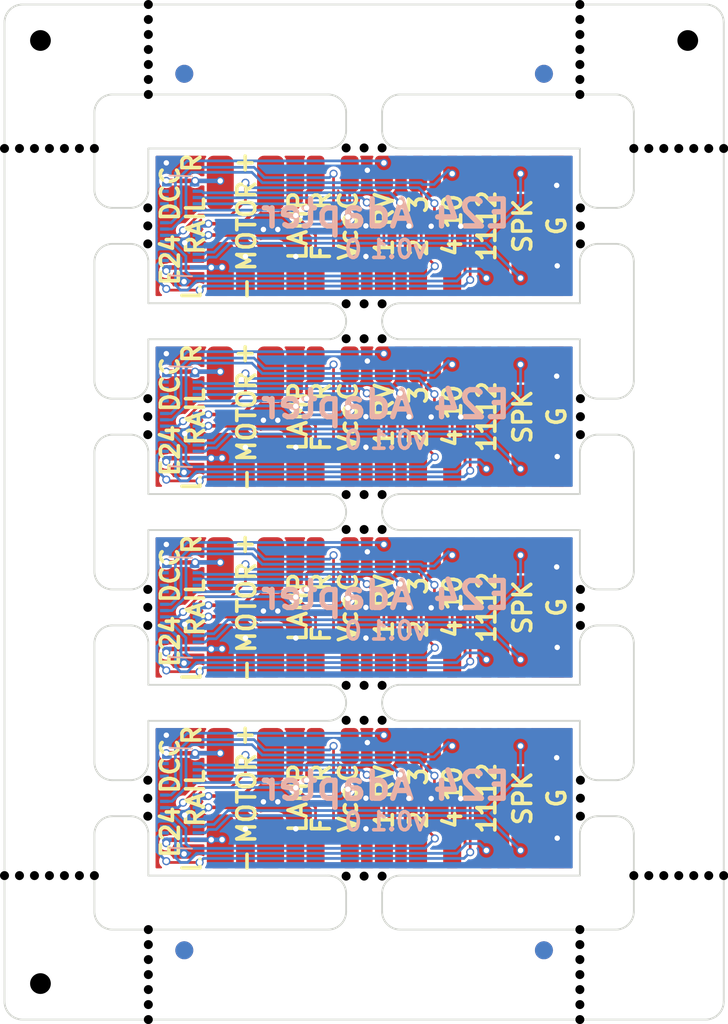
<source format=kicad_pcb>
(kicad_pcb (version 20240108) (generator "pcbnew") (generator_version "8.0")
  (title_block (date "2025-02-02") (rev "v0.1.0"))
  (layers (0 "F.Cu" signal) (31 "B.Cu" signal) (34 "B.Paste" user) (35 "F.Paste" user) (36 "B.SilkS" user "B.Silkscreen") (37 "F.SilkS" user "F.Silkscreen") (38 "B.Mask" user) (39 "F.Mask" user) (44 "Edge.Cuts" user))
  (net 0 "")
  (net 1 "Board_0-/AUX1 (VDC)")
  (net 2 "Board_0-/AUX10")
  (net 3 "Board_0-/AUX11")
  (net 4 "Board_0-/AUX12")
  (net 5 "Board_0-/AUX2 (VDC)")
  (net 6 "Board_0-/AUX3")
  (net 7 "Board_0-/AUX4")
  (net 8 "Board_0-/AUX5 (VDC)")
  (net 9 "Board_0-/AUX6 (VDC)")
  (net 10 "Board_0-/AUX7 (VDC)")
  (net 11 "Board_0-/AUX8 (VDC)")
  (net 12 "Board_0-/CAP+")
  (net 13 "Board_0-/LAMP_FRONT")
  (net 14 "Board_0-/LAMP_REAR")
  (net 15 "Board_0-/MOTOR_A")
  (net 16 "Board_0-/MOTOR_B")
  (net 17 "Board_0-/SPEAKER_N")
  (net 18 "Board_0-/SPEAKER_P")
  (net 19 "Board_0-/TRACK_LEFT")
  (net 20 "Board_0-/TRACK_RIGHT")
  (net 21 "Board_0-GND")
  (net 22 "Board_0-VCC")
  (net 23 "Board_0-VDC")
  (net 24 "Board_1-/AUX1 (VDC)")
  (net 25 "Board_1-/AUX10")
  (net 26 "Board_1-/AUX11")
  (net 27 "Board_1-/AUX12")
  (net 28 "Board_1-/AUX2 (VDC)")
  (net 29 "Board_1-/AUX3")
  (net 30 "Board_1-/AUX4")
  (net 31 "Board_1-/AUX5 (VDC)")
  (net 32 "Board_1-/AUX6 (VDC)")
  (net 33 "Board_1-/AUX7 (VDC)")
  (net 34 "Board_1-/AUX8 (VDC)")
  (net 35 "Board_1-/CAP+")
  (net 36 "Board_1-/LAMP_FRONT")
  (net 37 "Board_1-/LAMP_REAR")
  (net 38 "Board_1-/MOTOR_A")
  (net 39 "Board_1-/MOTOR_B")
  (net 40 "Board_1-/SPEAKER_N")
  (net 41 "Board_1-/SPEAKER_P")
  (net 42 "Board_1-/TRACK_LEFT")
  (net 43 "Board_1-/TRACK_RIGHT")
  (net 44 "Board_1-GND")
  (net 45 "Board_1-VCC")
  (net 46 "Board_1-VDC")
  (net 47 "Board_2-/AUX1 (VDC)")
  (net 48 "Board_2-/AUX10")
  (net 49 "Board_2-/AUX11")
  (net 50 "Board_2-/AUX12")
  (net 51 "Board_2-/AUX2 (VDC)")
  (net 52 "Board_2-/AUX3")
  (net 53 "Board_2-/AUX4")
  (net 54 "Board_2-/AUX5 (VDC)")
  (net 55 "Board_2-/AUX6 (VDC)")
  (net 56 "Board_2-/AUX7 (VDC)")
  (net 57 "Board_2-/AUX8 (VDC)")
  (net 58 "Board_2-/CAP+")
  (net 59 "Board_2-/LAMP_FRONT")
  (net 60 "Board_2-/LAMP_REAR")
  (net 61 "Board_2-/MOTOR_A")
  (net 62 "Board_2-/MOTOR_B")
  (net 63 "Board_2-/SPEAKER_N")
  (net 64 "Board_2-/SPEAKER_P")
  (net 65 "Board_2-/TRACK_LEFT")
  (net 66 "Board_2-/TRACK_RIGHT")
  (net 67 "Board_2-GND")
  (net 68 "Board_2-VCC")
  (net 69 "Board_2-VDC")
  (net 70 "Board_3-/AUX1 (VDC)")
  (net 71 "Board_3-/AUX10")
  (net 72 "Board_3-/AUX11")
  (net 73 "Board_3-/AUX12")
  (net 74 "Board_3-/AUX2 (VDC)")
  (net 75 "Board_3-/AUX3")
  (net 76 "Board_3-/AUX4")
  (net 77 "Board_3-/AUX5 (VDC)")
  (net 78 "Board_3-/AUX6 (VDC)")
  (net 79 "Board_3-/AUX7 (VDC)")
  (net 80 "Board_3-/AUX8 (VDC)")
  (net 81 "Board_3-/CAP+")
  (net 82 "Board_3-/LAMP_FRONT")
  (net 83 "Board_3-/LAMP_REAR")
  (net 84 "Board_3-/MOTOR_A")
  (net 85 "Board_3-/MOTOR_B")
  (net 86 "Board_3-/SPEAKER_N")
  (net 87 "Board_3-/SPEAKER_P")
  (net 88 "Board_3-/TRACK_LEFT")
  (net 89 "Board_3-/TRACK_RIGHT")
  (net 90 "Board_3-GND")
  (net 91 "Board_3-VCC")
  (net 92 "Board_3-VDC")
  (footprint "Local Library:SolderWirePad_1x01_SMD_1.5x3mm" (layer "F.Cu") (at 143.3 61.7)
    (property "Reference" "J13" (hide yes))
    (property "Value" "MOTOR+" (hide yes))
  )
  (footprint "NPTH" (layer "F.Cu") (at 136.5 22.5)
    (property "Reference" "KiKit_MB_17_4" (hide yes))
    (property "Value" "NPTH" (hide yes))
  )
  (footprint "NPTH" (layer "F.Cu") (at 160.53 65.1)
    (property "Reference" "KiKit_MB_14_3" (hide yes))
    (property "Value" "NPTH" (hide yes))
  )
  (footprint "NPTH" (layer "F.Cu") (at 136.5 72.233333)
    (property "Reference" "KiKit_MB_19_2" (hide yes))
    (property "Value" "NPTH" (hide yes))
  )
  (footprint "NPTH" (layer "F.Cu") (at 160.5 20)
    (property "Reference" "KiKit_MB_18_1" (hide yes))
    (property "Value" "NPTH" (hide yes))
  )
  (footprint "NPTH" (layer "F.Cu") (at 160.5 20.833334)
    (property "Reference" "KiKit_MB_18_2" (hide yes))
    (property "Value" "NPTH" (hide yes))
  )
  (footprint "Connector_Wire:SolderWirePad_1x01_SMD_1x2mm" (layer "F.Cu") (at 153.4 50.6)
    (property "Reference" "J18" (hide yes))
    (property "Value" "AUX10" (hide yes))
  )
  (footprint "NPTH" (layer "F.Cu") (at 131 28)
    (property "Reference" "KiKit_MB_21_4" (hide yes))
    (property "Value" "NPTH" (hide yes))
  )
  (footprint "NPTH" (layer "F.Cu") (at 160.53 54.5)
    (property "Reference" "KiKit_MB_10_3" (hide yes))
    (property "Value" "NPTH" (hide yes))
  )
  (footprint "NPTH" (layer "F.Cu") (at 149.5 38.57)
    (property "Reference" "KiKit_MB_7_3" (hide yes))
    (property "Value" "NPTH" (hide yes))
  )
  (footprint "Local Library:SolderWirePad_1x01_SMD_1.5x3mm" (layer "F.Cu") (at 140.5 66.5)
    (property "Reference" "J2" (hide yes))
    (property "Value" "TRACK_LEFT" (hide yes))
  )
  (footprint "Connector_Wire:SolderWirePad_1x01_SMD_1x2mm" (layer "F.Cu") (at 145.8 67)
    (property "Reference" "J4" (hide yes))
    (property "Value" "LAMP_FRONT" (hide yes))
  )
  (footprint "NPTH" (layer "F.Cu") (at 160.53 31.3)
    (property "Reference" "KiKit_MB_2_1" (hide yes))
    (property "Value" "NPTH" (hide yes))
  )
  (footprint "Connector_Wire:SolderWirePad_1x01_SMD_1x2mm" (layer "F.Cu") (at 157.2 40)
    (property "Reference" "J20" (hide yes))
    (property "Value" "SPEAKER+" (hide yes))
  )
  (footprint "Connector_Wire:SolderWirePad_1x01_SMD_1x2mm" (layer "F.Cu") (at 153.4 29.4)
    (property "Reference" "J18" (hide yes))
    (property "Value" "AUX10" (hide yes))
  )
  (footprint "NPTH" (layer "F.Cu") (at 148.5 27.97)
    (property "Reference" "KiKit_MB_3_2" (hide yes))
    (property "Value" "NPTH" (hide yes))
  )
  (footprint "NPTH" (layer "F.Cu") (at 167.666666 28)
    (property "Reference" "KiKit_MB_23_6" (hide yes))
    (property "Value" "NPTH" (hide yes))
  )
  (footprint "NPTH" (layer "F.Cu") (at 148.5 68.43)
    (property "Reference" "KiKit_MB_16_2" (hide yes))
    (property "Value" "NPTH" (hide yes))
  )
  (footprint "Local Library:SolderWirePad_1x01_SMD_1.5x3mm" (layer "F.Cu") (at 159.2 40.5)
    (property "Reference" "J21" (hide yes))
    (property "Value" "GND2" (hide yes))
  )
  (footprint "Connector_Wire:SolderWirePad_1x01_SMD_1x2mm" (layer "F.Cu") (at 147.7 56.4)
    (property "Reference" "J5" (hide yes))
    (property "Value" "VCC" (hide yes))
  )
  (footprint "Connector_Wire:SolderWirePad_1x01_SMD_1x2mm" (layer "F.Cu") (at 155.3 29.4)
    (property "Reference" "J19" (hide yes))
    (property "Value" "AUX12" (hide yes))
  )
  (footprint "NPTH" (layer "F.Cu") (at 147.5 27.97)
    (property "Reference" "KiKit_MB_3_1" (hide yes))
    (property "Value" "NPTH" (hide yes))
  )
  (footprint "NPTH" (layer "F.Cu") (at 164.333333 28)
    (property "Reference" "KiKit_MB_23_2" (hide yes))
    (property "Value" "NPTH" (hide yes))
  )
  (footprint "NPTH" (layer "F.Cu") (at 165.166666 68.4)
    (property "Reference" "KiKit_MB_24_3" (hide yes))
    (property "Value" "NPTH" (hide yes))
  )
  (footprint "Connector_Wire:SolderWirePad_1x01_SMD_1x2mm" (layer "F.Cu") (at 147.7 61.2)
    (property "Reference" "J15" (hide yes))
    (property "Value" "CAP+" (hide yes))
  )
  (footprint "NPTH" (layer "F.Cu") (at 147.5 38.57)
    (property "Reference" "KiKit_MB_7_1" (hide yes))
    (property "Value" "NPTH" (hide yes))
  )
  (footprint "Connector_Wire:SolderWirePad_1x01_SMD_1x2mm" (layer "F.Cu") (at 157.2 67)
    (property "Reference" "J10" (hide yes))
    (property "Value" "SPEAKER-" (hide yes))
  )
  (footprint "NPTH" (layer "F.Cu") (at 149.5 68.43)
    (property "Reference" "KiKit_MB_16_1" (hide yes))
    (property "Value" "NPTH" (hide yes))
  )
  (footprint "Local Library:SolderWirePad_1x01_SMD_1.5x3mm" (layer "F.Cu") (at 159.2 51.1)
    (property "Reference" "J21" (hide yes))
    (property "Value" "GND2" (hide yes))
  )
  (footprint "NPTH" (layer "F.Cu") (at 160.5 75.566666)
    (property "Reference" "KiKit_MB_20_6" (hide yes))
    (property "Value" "NPTH" (hide yes))
  )
  (footprint "NPTH" (layer "F.Cu") (at 133.5 28)
    (property "Reference" "KiKit_MB_21_7" (hide yes))
    (property "Value" "NPTH" (hide yes))
  )
  (footprint "Connector_Wire:SolderWirePad_1x01_SMD_1x2mm" (layer "F.Cu") (at 157.2 56.4)
    (property "Reference" "J10" (hide yes))
    (property "Value" "SPEAKER-" (hide yes))
  )
  (footprint "NPTH" (layer "F.Cu") (at 147.5 49.17)
    (property "Reference" "KiKit_MB_11_1" (hide yes))
    (property "Value" "NPTH" (hide yes))
  )
  (footprint "NPTH" (layer "F.Cu") (at 166.833333 68.4)
    (property "Reference" "KiKit_MB_24_5" (hide yes))
    (property "Value" "NPTH" (hide yes))
  )
  (footprint "Fiducial" (layer "F.Cu") (at 158.5 23.85)
    (property "Reference" "KiKit_FID_T_2" (hide yes))
    (property "Value" "Fiducial" (hide yes))
  )
  (footprint "Local Library:SolderWirePad_1x01_SMD_1.5x3mm" (layer "F.Cu") (at 159.2 45.3)
    (property "Reference" "J11" (hide yes))
    (property "Value" "GND1" (hide yes))
  )
  (footprint "NPTH" (layer "F.Cu") (at 160.5 23.333334)
    (property "Reference" "KiKit_MB_18_5" (hide yes))
    (property "Value" "NPTH" (hide yes))
  )
  (footprint "Connector_Wire:SolderWirePad_1x01_SMD_1x2mm" (layer "F.Cu") (at 153.4 45.8)
    (property "Reference" "J8" (hide yes))
    (property "Value" "AUX4" (hide yes))
  )
  (footprint "NPTH" (layer "F.Cu") (at 136.5 21.666667)
    (property "Reference" "KiKit_MB_17_3" (hide yes))
    (property "Value" "NPTH" (hide yes))
  )
  (footprint "Connector_Wire:SolderWirePad_1x01_SMD_1x2mm" (layer "F.Cu") (at 155.3 45.8)
    (property "Reference" "J9" (hide yes))
    (property "Value" "AUX11" (hide yes))
  )
  (footprint "NPTH" (layer "F.Cu") (at 147.5 59.77)
    (property "Reference" "KiKit_MB_15_1" (hide yes))
    (property "Value" "NPTH" (hide yes))
  )
  (footprint "Connector_Wire:SolderWirePad_1x01_SMD_1x2mm" (layer "F.Cu") (at 149.6 67)
    (property "Reference" "J6" (hide yes))
    (property "Value" "AUX1" (hide yes))
  )
  (footprint "Connector_Wire:SolderWirePad_1x01_SMD_1x2mm" (layer "F.Cu") (at 153.4 67)
    (property "Reference" "J8" (hide yes))
    (property "Value" "AUX4" (hide yes))
  )
  (footprint "Connector_Wire:SolderWirePad_1x01_SMD_1x2mm" (layer "F.Cu") (at 157.2 35.2)
    (property "Reference" "J10" (hide yes))
    (property "Value" "SPEAKER-" (hide yes))
  )
  (footprint "Connector_Wire:SolderWirePad_1x01_SMD_1x2mm" (layer "F.Cu") (at 157.2 29.4)
    (property "Reference" "J20" (hide yes))
    (property "Value" "SPEAKER+" (hide yes))
  )
  (footprint "NPTH" (layer "F.Cu") (at 136.47 43.9)
    (property "Reference" "KiKit_MB_5_1" (hide yes))
    (property "Value" "NPTH" (hide yes))
  )
  (footprint "NPTH" (layer "F.Cu") (at 136.47 52.5)
    (property "Reference" "KiKit_MB_9_3" (hide yes))
    (property "Value" "NPTH" (hide yes))
  )
  (footprint "NPTH" (layer "F.Cu") (at 136.5 20.833334)
    (property "Reference" "KiKit_MB_17_2" (hide yes))
    (property "Value" "NPTH" (hide yes))
  )
  (footprint "NPTH" (layer "F.Cu") (at 160.53 42.9)
    (property "Reference" "KiKit_MB_6_2" (hide yes))
    (property "Value" "NPTH" (hide yes))
  )
  (footprint "NPTH" (layer "F.Cu") (at 136.47 64.1)
    (property "Reference" "KiKit_MB_13_2" (hide yes))
    (property "Value" "NPTH" (hide yes))
  )
  (footprint "NPTH" (layer "F.Cu") (at 168.5 68.4)
    (property "Reference" "KiKit_MB_24_7" (hide yes))
    (property "Value" "NPTH" (hide yes))
  )
  (footprint "NPTH" (layer "F.Cu") (at 136.47 32.3)
    (property "Reference" "KiKit_MB_1_2" (hide yes))
    (property "Value" "NPTH" (hide yes))
  )
  (footprint "NPTH" (layer "F.Cu") (at 129.333334 68.4)
    (property "Reference" "KiKit_MB_22_2" (hide yes))
    (property "Value" "NPTH" (hide yes))
  )
  (footprint "Connector_Wire:SolderWirePad_1x01_SMD_1x2mm" (layer "F.Cu") (at 153.4 40)
    (property "Reference" "J18" (hide yes))
    (property "Value" "AUX10" (hide yes))
  )
  (footprint "NPTH" (layer "F.Cu") (at 160.53 41.9)
    (property "Reference" "KiKit_MB_6_1" (hide yes))
    (property "Value" "NPTH" (hide yes))
  )
  (footprint "NPTH" (layer "F.Cu") (at 166 68.4)
    (property "Reference" "KiKit_MB_24_4" (hide yes))
    (property "Value" "NPTH" (hide yes))
  )
  (footprint "Connector_Wire:SolderWirePad_1x01_SMD_1x2mm" (layer "F.Cu") (at 145.8 35.2)
    (property "Reference" "J4" (hide yes))
    (property "Value" "LAMP_FRONT" (hide yes))
  )
  (footprint "Connector_Wire:SolderWirePad_1x01_SMD_1x2mm" (layer "F.Cu") (at 155.3 56.4)
    (property "Reference" "J9" (hide yes))
    (property "Value" "AUX11" (hide yes))
  )
  (footprint "Connector_Wire:SolderWirePad_1x01_SMD_1x2mm" (layer "F.Cu") (at 153.4 56.4)
    (property "Reference" "J8" (hide yes))
    (property "Value" "AUX4" (hide yes))
  )
  (footprint "NPTH" (layer "F.Cu") (at 136.5 24.166667)
    (property "Reference" "KiKit_MB_17_6" (hide yes))
    (property "Value" "NPTH" (hide yes))
  )
  (footprint "NPTH" (layer "F.Cu") (at 160.5 76.4)
    (property "Reference" "KiKit_MB_20_7" (hide yes))
    (property "Value" "NPTH" (hide yes))
  )
  (footprint "NPTH" (layer "F.Cu") (at 136.47 63.1)
    (property "Reference" "KiKit_MB_13_3" (hide yes))
    (property "Value" "NPTH" (hide yes))
  )
  (footprint "NPTH" (layer "F.Cu") (at 130.5 22)
    (property "Reference" "KiKit_TO_1" (hide yes))
    (property "Value" "NPTH" (hide yes))
  )
  (footprint "NPTH" (layer "F.Cu") (at 160.53 43.9)
    (property "Reference" "KiKit_MB_6_3" (hide yes))
    (property "Value" "NPTH" (hide yes))
  )
  (footprint "NPTH" (layer "F.Cu") (at 136.47 53.5)
    (property "Reference" "KiKit_MB_9_2" (hide yes))
    (property "Value" "NPTH" (hide yes))
  )
  (footprint "Fiducial" (layer "F.Cu") (at 138.5 23.85)
    (property "Reference" "KiKit_FID_T_1" (hide yes))
    (property "Value" "Fiducial" (hide yes))
  )
  (footprint "NPTH" (layer "F.Cu") (at 160.5 71.4)
    (property "Reference" "KiKit_MB_20_1" (hide yes))
    (property "Value" "NPTH" (hide yes))
  )
  (footprint "NPTH" (layer "F.Cu") (at 149.5 36.63)
    (property "Reference" "KiKit_MB_4_1" (hide yes))
    (property "Value" "NPTH" (hide yes))
  )
  (footprint "NPTH" (layer "F.Cu") (at 160.53 33.3)
    (property "Reference" "KiKit_MB_2_3" (hide yes))
    (property "Value" "NPTH" (hide yes))
  )
  (footprint "Fiducial" (layer "F.Cu") (at 158.5 72.55)
    (property "Reference" "KiKit_FID_T_4" (hide yes))
    (property "Value" "Fiducial" (hide yes))
  )
  (footprint "NPTH" (layer "F.Cu") (at 136.47 65.1)
    (property "Reference" "KiKit_MB_13_1" (hide yes))
    (property "Value" "NPTH" (hide yes))
  )
  (footprint "Connector_Wire:SolderWirePad_1x01_SMD_1x2mm" (layer "F.Cu") (at 149.6 45.8)
    (property "Reference" "J6" (hide yes))
    (property "Value" "AUX1" (hide yes))
  )
  (footprint "Connector_Wire:SolderWirePad_1x01_SMD_1x2mm" (layer "F.Cu") (at 149.6 35.2)
    (property "Reference" "J6" (hide yes))
    (property "Value" "AUX1" (hide yes))
  )
  (footprint "NPTH" (layer "F.Cu") (at 130.166667 28)
    (property "Reference" "KiKit_MB_21_3" (hide yes))
    (property "Value" "NPTH" (hide yes))
  )
  (footprint "NPTH" (layer "F.Cu") (at 136.5 23.333334)
    (property "Reference" "KiKit_MB_17_5" (hide yes))
    (property "Value" "NPTH" (hide yes))
  )
  (footprint "NPTH" (layer "F.Cu") (at 147.5 36.63)
    (property "Reference" "KiKit_MB_4_3" (hide yes))
    (property "Value" "NPTH" (hide yes))
  )
  (footprint "NPTH" (layer "F.Cu") (at 136.47 54.5)
    (property "Reference" "KiKit_MB_9_1" (hide yes))
    (property "Value" "NPTH" (hide yes))
  )
  (footprint "NPTH" (layer "F.Cu") (at 149.5 49.17)
    (property "Reference" "KiKit_MB_11_3" (hide yes))
    (property "Value" "NPTH" (hide yes))
  )
  (footprint "NPTH" (layer "F.Cu") (at 166 28)
    (property "Reference" "KiKit_MB_23_4" (hide yes))
    (property "Value" "NPTH" (hide yes))
  )
  (footprint "Local Library:SolderWirePad_1x01_SMD_1.5x3mm" (layer "F.Cu") (at 143.3 45.3)
    (property "Reference" "J3" (hide yes))
    (property "Value" "MOTOR-" (hide yes))
  )
  (footprint "NPTH" (layer "F.Cu") (at 163.5 68.4)
    (property "Reference" "KiKit_MB_24_1" (hide yes))
    (property "Value" "NPTH" (hide yes))
  )
  (footprint "NPTH" (layer "F.Cu") (at 149.5 59.77)
    (property "Reference" "KiKit_MB_15_3" (hide yes))
    (property "Value" "NPTH" (hide yes))
  )
  (footprint "NPTH" (layer "F.Cu") (at 148.5 38.57)
    (property "Reference" "KiKit_MB_7_2" (hide yes))
    (property "Value" "NPTH" (hide yes))
  )
  (footprint "Connector_Wire:SolderWirePad_1x01_SMD_1x2mm" (layer "F.Cu") (at 151.5 35.2)
    (property "Reference" "J7" (hide yes))
    (property "Value" "AUX2" (hide yes))
  )
  (footprint "NPTH" (layer "F.Cu") (at 136.5 71.4)
    (property "Reference" "KiKit_MB_19_1" (hide yes))
    (property "Value" "NPTH" (hide yes))
  )
  (footprint "Connector_Wire:SolderWirePad_1x01_SMD_1x2mm" (layer "F.Cu") (at 157.2 61.2)
    (property "Reference" "J20" (hide yes))
    (property "Value" "SPEAKER+" (hide yes))
  )
  (footprint "Connector_Wire:SolderWirePad_1x01_SMD_1x2mm" (layer "F.Cu") (at 147.7 45.8)
    (property "Reference" "J5" (hide yes))
    (property "Value" "VCC" (hide yes))
  )
  (footprint "NPTH" (layer "F.Cu") (at 149.5 57.83)
    (property "Reference" "KiKit_MB_12_1" (hide yes))
    (property "Value" "NPTH" (hide yes))
  )
  (footprint "Local Library:SolderWirePad_1x01_SMD_1.5x3mm" (layer "F.Cu") (at 140.5 45.3)
    (property "Reference" "J2" (hide yes))
    (property "Value" "TRACK_LEFT" (hide yes))
  )
  (footprint "NPTH" (layer "F.Cu") (at 136.5 76.4)
    (property "Reference" "KiKit_MB_19_7" (hide yes))
    (property "Value" "NPTH" (hide yes))
  )
  (footprint "Connector_Wire:SolderWirePad_1x01_SMD_1x2mm" (layer "F.Cu") (at 147.7 29.4)
    (property "Reference" "J15" (hide yes))
    (property "Value" "CAP+" (hide yes))
  )
  (footprint "Connector_Wire:SolderWirePad_1x01_SMD_1x2mm" (layer "F.Cu") (at 145.8 50.6)
    (property "Reference" "J14" (hide yes))
    (property "Value" "LAMP_REAR" (hide yes))
  )
  (footprint "NPTH" (layer "F.Cu") (at 165.166666 28)
    (property "Reference" "KiKit_MB_23_3" (hide yes))
    (property "Value" "NPTH" (hide yes))
  )
  (footprint "NPTH" (layer "F.Cu") (at 160.53 52.5)
    (property "Reference" "KiKit_MB_10_1" (hide yes))
    (property "Value" "NPTH" (hide yes))
  )
  (footprint "Connector_Wire:SolderWirePad_1x01_SMD_1x2mm" (layer "F.Cu") (at 151.5 67)
    (property "Reference" "J7" (hide yes))
    (property "Value" "AUX2" (hide yes))
  )
  (footprint "Local Library:SolderWirePad_1x01_SMD_1.5x3mm" (layer "F.Cu") (at 140.5 61.7)
    (property "Reference" "J12" (hide yes))
    (property "Value" "TRACK_RIGHT" (hide yes))
  )
  (footprint "NPTH" (layer "F.Cu") (at 136.47 31.3)
    (property "Reference" "KiKit_MB_1_3" (hide yes))
    (property "Value" "NPTH" (hide yes))
  )
  (footprint "Local Library:SolderWirePad_1x01_SMD_1.5x3mm" (layer "F.Cu") (at 159.2 66.5)
    (property "Reference" "J11" (hide yes))
    (property "Value" "GND1" (hide yes))
  )
  (footprint "NPTH" (layer "F.Cu") (at 160.53 63.1)
    (property "Reference" "KiKit_MB_14_1" (hide yes))
    (property "Value" "NPTH" (hide yes))
  )
  (footprint "NPTH" (layer "F.Cu") (at 160.53 53.5)
    (property "Reference" "KiKit_MB_10_2" (hide yes))
    (property "Value" "NPTH" (hide yes))
  )
  (footprint "Local Library:SolderWirePad_1x01_SMD_1.5x3mm" (layer "F.Cu") (at 140.5 55.9)
    (property "Reference" "J2" (hide yes))
    (property "Value" "TRACK_LEFT" (hide yes))
  )
  (footprint "NPTH" (layer "F.Cu") (at 160.5 74.733333)
    (property "Reference" "KiKit_MB_20_5" (hide yes))
    (property "Value" "NPTH" (hide yes))
  )
  (footprint "NPTH" (layer "F.Cu") (at 160.5 73.9)
    (property "Reference" "KiKit_MB_20_4" (hide yes))
    (property "Value" "NPTH" (hide yes))
  )
  (footprint "Local Library:SolderWirePad_1x01_SMD_1.5x3mm" (layer "F.Cu") (at 140.5 40.5)
    (property "Reference" "J12" (hide yes))
    (property "Value" "TRACK_RIGHT" (hide yes))
  )
  (footprint "Local Library:SolderWirePad_1x01_SMD_1.5x3mm" (layer "F.Cu") (at 140.5 34.7)
    (property "Reference" "J2" (hide yes))
    (property "Value" "TRACK_LEFT" (hide yes))
  )
  (footprint "Connector_Wire:SolderWirePad_1x01_SMD_1x2mm" (layer "F.Cu") (at 151.5 45.8)
    (property "Reference" "J7" (hide yes))
    (property "Value" "AUX2" (hide yes))
  )
  (footprint "Local Library:SolderWirePad_1x01_SMD_1.5x3mm" (layer "F.Cu") (at 143.3 34.7)
    (property "Reference" "J3" (hide yes))
    (property "Value" "MOTOR-" (hide yes))
  )
  (footprint "Local Library:SolderWirePad_1x01_SMD_1.5x3mm" (layer "F.Cu") (at 159.2 29.9)
    (property "Reference" "J21" (hide yes))
    (property "Value" "GND2" (hide yes))
  )
  (footprint "Local Library:SolderWirePad_1x01_SMD_1.5x3mm" (layer "F.Cu") (at 143.3 55.9)
    (property "Reference" "J3" (hide yes))
    (property "Value" "MOTOR-" (hide yes))
  )
  (footprint "NPTH" (layer "F.Cu") (at 148.5 57.83)
    (property "Reference" "KiKit_MB_12_2" (hide yes))
    (property "Value" "NPTH" (hide yes))
  )
  (footprint "Connector_Wire:SolderWirePad_1x01_SMD_1x2mm" (layer "F.Cu") (at 149.6 50.6)
    (property "Reference" "J16" (hide yes))
    (property "Value" "U+" (hide yes))
  )
  (footprint "NPTH" (layer "F.Cu") (at 167.666666 68.4)
    (property "Reference" "KiKit_MB_24_6" (hide yes))
    (property "Value" "NPTH" (hide yes))
  )
  (footprint "Connector_Wire:SolderWirePad_1x01_SMD_1x2mm" (layer "F.Cu") (at 157.2 50.6)
    (property "Reference" "J20" (hide yes))
    (property "Value" "SPEAKER+" (hide yes))
  )
  (footprint "NPTH" (layer "F.Cu") (at 166.5 22)
    (property "Reference" "KiKit_TO_2" (hide yes))
    (property "Value" "NPTH" (hide yes))
  )
  (footprint "NPTH" (layer "F.Cu") (at 160.5 21.666667)
    (property "Reference" "KiKit_MB_18_3" (hide yes))
    (property "Value" "NPTH" (hide yes))
  )
  (footprint "NPTH" (layer "F.Cu") (at 132.666667 28)
    (property "Reference" "KiKit_MB_21_6" (hide yes))
    (property "Value" "NPTH" (hide yes))
  )
  (footprint "NPTH" (layer "F.Cu") (at 131 68.4)
    (property "Reference" "KiKit_MB_22_4" (hide yes))
    (property "Value" "NPTH" (hide yes))
  )
  (footprint "Connector_Wire:SolderWirePad_1x01_SMD_1x2mm" (layer "F.Cu") (at 147.7 67)
    (property "Reference" "J5" (hide yes))
    (property "Value" "VCC" (hide yes))
  )
  (footprint "Connector_Wire:SolderWirePad_1x01_SMD_1x2mm" (layer "F.Cu") (at 151.5 61.2)
    (property "Reference" "J17" (hide yes))
    (property "Value" "AUX3" (hide yes))
  )
  (footprint "NPTH" (layer "F.Cu") (at 136.5 73.9)
    (property "Reference" "KiKit_MB_19_4" (hide yes))
    (property "Value" "NPTH" (hide yes))
  )
  (footprint "NPTH" (layer "F.Cu") (at 160.5 72.233333)
    (property "Reference" "KiKit_MB_20_2" (hide yes))
    (property "Value" "NPTH" (hide yes))
  )
  (footprint "NPTH" (layer "F.Cu") (at 147.5 57.83)
    (property "Reference" "KiKit_MB_12_3" (hide yes))
    (property "Value" "NPTH" (hide yes))
  )
  (footprint "Connector_Wire:SolderWirePad_1x01_SMD_1x2mm" (layer "F.Cu") (at 155.3 35.2)
    (property "Reference" "J9" (hide yes))
    (property "Value" "AUX11" (hide yes))
  )
  (footprint "Connector_Wire:SolderWirePad_1x01_SMD_1x2mm" (layer "F.Cu") (at 157.2 45.8)
    (property "Reference" "J10" (hide yes))
    (property "Value" "SPEAKER-" (hide yes))
  )
  (footprint "Connector_Wire:SolderWirePad_1x01_SMD_1x2mm" (layer "F.Cu") (at 145.8 29.4)
    (property "Reference" "J14" (hide yes))
    (property "Value" "LAMP_REAR" (hide yes))
  )
  (footprint "Connector_Wire:SolderWirePad_1x01_SMD_1x2mm" (layer "F.Cu") (at 147.7 40)
    (property "Reference" "J15" (hide yes))
    (property "Value" "CAP+" (hide yes))
  )
  (footprint "NPTH" (layer "F.Cu") (at 133.5 68.4)
    (property "Reference" "KiKit_MB_22_7" (hide yes))
    (property "Value" "NPTH" (hide yes))
  )
  (footprint "Connector_Wire:SolderWirePad_1x01_SMD_1x2mm" (layer "F.Cu") (at 153.4 35.2)
    (property "Reference" "J8" (hide yes))
    (property "Value" "AUX4" (hide yes))
  )
  (footprint "Connector_Wire:SolderWirePad_1x01_SMD_1x2mm" (layer "F.Cu") (at 147.7 50.6)
    (property "Reference" "J15" (hide yes))
    (property "Value" "CAP+" (hide yes))
  )
  (footprint "NPTH" (layer "F.Cu") (at 168.5 28)
    (property "Reference" "KiKit_MB_23_7" (hide yes))
    (property "Value" "NPTH" (hide yes))
  )
  (footprint "NPTH" (layer "F.Cu") (at 166.833333 28)
    (property "Reference" "KiKit_MB_23_5" (hide yes))
    (property "Value" "NPTH" (hide yes))
  )
  (footprint "NPTH" (layer "F.Cu") (at 164.333333 68.4)
    (property "Reference" "KiKit_MB_24_2" (hide yes))
    (property "Value" "NPTH" (hide yes))
  )
  (footprint "Local Library:SolderWirePad_1x01_SMD_1.5x3mm" (layer "F.Cu") (at 143.3 51.1)
    (property "Reference" "J13" (hide yes))
    (property "Value" "MOTOR+" (hide yes))
  )
  (footprint "NPTH" (layer "F.Cu") (at 136.5 73.066666)
    (property "Reference" "KiKit_MB_19_3" (hide yes))
    (property "Value" "NPTH" (hide yes))
  )
  (footprint "Local Library:SolderWirePad_1x01_SMD_1.5x3mm" (layer "F.Cu") (at 143.3 29.9)
    (property "Reference" "J13" (hide yes))
    (property "Value" "MOTOR+" (hide yes))
  )
  (footprint "Connector_Wire:SolderWirePad_1x01_SMD_1x2mm" (layer "F.Cu") (at 153.4 61.2)
    (property "Reference" "J18" (hide yes))
    (property "Value" "AUX10" (hide yes))
  )
  (footprint "NPTH" (layer "F.Cu") (at 136.5 20)
    (property "Reference" "KiKit_MB_17_1" (hide yes))
    (property "Value" "NPTH" (hide yes))
  )
  (footprint "NPTH" (layer "F.Cu") (at 128.5 28)
    (property "Reference" "KiKit_MB_21_1" (hide yes))
    (property "Value" "NPTH" (hide yes))
  )
  (footprint "Connector_Wire:SolderWirePad_1x01_SMD_1x2mm" (layer "F.Cu") (at 151.5 50.6)
    (property "Reference" "J17" (hide yes))
    (property "Value" "AUX3" (hide yes))
  )
  (footprint "NPTH" (layer "F.Cu") (at 149.5 47.23)
    (property "Reference" "KiKit_MB_8_1" (hide yes))
    (property "Value" "NPTH" (hide yes))
  )
  (footprint "NPTH" (layer "F.Cu") (at 130.5 74.4)
    (property "Reference" "KiKit_TO_3" (hide yes))
    (property "Value" "NPTH" (hide yes))
  )
  (footprint "NPTH" (layer "F.Cu") (at 147.5 68.43)
    (property "Reference" "KiKit_MB_16_3" (hide yes))
    (property "Value" "NPTH" (hide yes))
  )
  (footprint "Connector_Wire:SolderWirePad_1x01_SMD_1x2mm" (layer "F.Cu") (at 151.5 40)
    (property "Reference" "J17" (hide yes))
    (property "Value" "AUX3" (hide yes))
  )
  (footprint "Connector_Wire:SolderWirePad_1x01_SMD_1x2mm" (layer "F.Cu") (at 155.3 50.6)
    (property "Reference" "J19" (hide yes))
    (property "Value" "AUX12" (hide yes))
  )
  (footprint "Connector_Wire:SolderWirePad_1x01_SMD_1x2mm" (layer "F.Cu") (at 145.8 61.2)
    (property "Reference" "J14" (hide yes))
    (property "Value" "LAMP_REAR" (hide yes))
  )
  (footprint "NPTH" (layer "F.Cu") (at 160.5 22.5)
    (property "Reference" "KiKit_MB_18_4" (hide yes))
    (property "Value" "NPTH" (hide yes))
  )
  (footprint "NPTH" (layer "F.Cu") (at 136.5 25)
    (property "Reference" "KiKit_MB_17_7" (hide yes))
    (property "Value" "NPTH" (hide yes))
  )
  (footprint "Connector_Wire:SolderWirePad_1x01_SMD_1x2mm" (layer "F.Cu") (at 151.5 29.4)
    (property "Reference" "J17" (hide yes))
    (property "Value" "AUX3" (hide yes))
  )
  (footprint "Local Library:SolderWirePad_1x01_SMD_1.5x3mm" (layer "F.Cu") (at 143.3 40.5)
    (property "Reference" "J13" (hide yes))
    (property "Value" "MOTOR+" (hide yes))
  )
  (footprint "Connector_Wire:SolderWirePad_1x01_SMD_1x2mm" (layer "F.Cu") (at 155.3 67)
    (property "Reference" "J9" (hide yes))
    (property "Value" "AUX11" (hide yes))
  )
  (footprint "Fiducial" (layer "F.Cu") (at 138.5 72.55)
    (property "Reference" "KiKit_FID_T_3" (hide yes))
    (property "Value" "Fiducial" (hide yes))
  )
  (footprint "NPTH" (layer "F.Cu") (at 149.5 27.97)
    (property "Reference" "KiKit_MB_3_3" (hide yes))
    (property "Value" "NPTH" (hide yes))
  )
  (footprint "Local Library:SolderWirePad_1x01_SMD_1.5x3mm" (layer "F.Cu") (at 159.2 61.7)
    (property "Reference" "J21" (hide yes))
    (property "Value" "GND2" (hide yes))
  )
  (footprint "NPTH" (layer "F.Cu") (at 136.47 42.9)
    (property "Reference" "KiKit_MB_5_2" (hide yes))
    (property "Value" "NPTH" (hide yes))
  )
  (footprint "NPTH" (layer "F.Cu") (at 160.5 24.166667)
    (property "Reference" "KiKit_MB_18_6" (hide yes))
    (property "Value" "NPTH" (hide yes))
  )
  (footprint "NPTH" (layer "F.Cu") (at 130.166667 68.4)
    (property "Reference" "KiKit_MB_22_3" (hide yes))
    (property "Value" "NPTH" (hide yes))
  )
  (footprint "Connector_Wire:SolderWirePad_1x01_SMD_1x2mm" (layer "F.Cu") (at 145.8 56.4)
    (property "Reference" "J4" (hide yes))
    (property "Value" "LAMP_FRONT" (hide yes))
  )
  (footprint "Local Library:SolderWirePad_1x01_SMD_1.5x3mm" (layer "F.Cu") (at 140.5 51.1)
    (property "Reference" "J12" (hide yes))
    (property "Value" "TRACK_RIGHT" (hide yes))
  )
  (footprint "Connector_Wire:SolderWirePad_1x01_SMD_1x2mm" (layer "F.Cu") (at 155.3 40)
    (property "Reference" "J19" (hide yes))
    (property "Value" "AUX12" (hide yes))
  )
  (footprint "NPTH" (layer "F.Cu") (at 128.5 68.4)
    (property "Reference" "KiKit_MB_22_1" (hide yes))
    (property "Value" "NPTH" (hide yes))
  )
  (footprint "Connector_Wire:SolderWirePad_1x01_SMD_1x2mm" (layer "F.Cu") (at 149.6 40)
    (property "Reference" "J16" (hide yes))
    (property "Value" "U+" (hide yes))
  )
  (footprint "NPTH" (layer "F.Cu") (at 136.47 33.3)
    (property "Reference" "KiKit_MB_1_1" (hide yes))
    (property "Value" "NPTH" (hide yes))
  )
  (footprint "NPTH" (layer "F.Cu") (at 131.833334 28)
    (property "Reference" "KiKit_MB_21_5" (hide yes))
    (property "Value" "NPTH" (hide yes))
  )
  (footprint "NPTH" (layer "F.Cu") (at 148.5 36.63)
    (property "Reference" "KiKit_MB_4_2" (hide yes))
    (property "Value" "NPTH" (hide yes))
  )
  (footprint "NPTH" (layer "F.Cu") (at 160.5 25)
    (property "Reference" "KiKit_MB_18_7" (hide yes))
    (property "Value" "NPTH" (hide yes))
  )
  (footprint "NPTH" (layer "F.Cu") (at 148.5 49.17)
    (property "Reference" "KiKit_MB_11_2" (hide yes))
    (property "Value" "NPTH" (hide yes))
  )
  (footprint "Connector_Wire:SolderWirePad_1x01_SMD_1x2mm" (layer "F.Cu") (at 149.6 56.4)
    (property "Reference" "J6" (hide yes))
    (property "Value" "AUX1" (hide yes))
  )
  (footprint "Local Library:SolderWirePad_1x01_SMD_1.5x3mm" (layer "F.Cu") (at 143.3 66.5)
    (property "Reference" "J3" (hide yes))
    (property "Value" "MOTOR-" (hide yes))
  )
  (footprint "Local Library:SolderWirePad_1x01_SMD_1.5x3mm" (layer "F.Cu") (at 140.5 29.9)
    (property "Reference" "J12" (hide yes))
    (property "Value" "TRACK_RIGHT" (hide yes))
  )
  (footprint "NPTH" (layer "F.Cu") (at 132.666667 68.4)
    (property "Reference" "KiKit_MB_22_6" (hide yes))
    (property "Value" "NPTH" (hide yes))
  )
  (footprint "NPTH" (layer "F.Cu") (at 147.5 47.23)
    (property "Reference" "KiKit_MB_8_3" (hide yes))
    (property "Value" "NPTH" (hide yes))
  )
  (footprint "NPTH" (layer "F.Cu") (at 136.5 74.733333)
    (property "Reference" "KiKit_MB_19_5" (hide yes))
    (property "Value" "NPTH" (hide yes))
  )
  (footprint "NPTH" (layer "F.Cu") (at 148.5 59.77)
    (property "Reference" "KiKit_MB_15_2" (hide yes))
    (property "Value" "NPTH" (hide yes))
  )
  (footprint "Connector_Wire:SolderWirePad_1x01_SMD_1x2mm" (layer "F.Cu") (at 145.8 40)
    (property "Reference" "J14" (hide yes))
    (property "Value" "LAMP_REAR" (hide yes))
  )
  (footprint "Connector_Wire:SolderWirePad_1x01_SMD_1x2mm" (layer "F.Cu") (at 149.6 29.4)
    (property "Reference" "J16" (hide yes))
    (property "Value" "U+" (hide yes))
  )
  (footprint "Connector_Wire:SolderWirePad_1x01_SMD_1x2mm" (layer "F.Cu") (at 147.7 35.2)
    (property "Reference" "J5" (hide yes))
    (property "Value" "VCC" (hide yes))
  )
  (footprint "Connector_Wire:SolderWirePad_1x01_SMD_1x2mm" (layer "F.Cu") (at 149.6 61.2)
    (property "Reference" "J16" (hide yes))
    (property "Value" "U+" (hide yes))
  )
  (footprint "NPTH" (layer "F.Cu") (at 136.5 75.566666)
    (property "Reference" "KiKit_MB_19_6" (hide yes))
    (property "Value" "NPTH" (hide yes))
  )
  (footprint "NPTH" (layer "F.Cu") (at 148.5 47.23)
    (property "Reference" "KiKit_MB_8_2" (hide yes))
    (property "Value" "NPTH" (hide yes))
  )
  (footprint "NPTH" (layer "F.Cu") (at 129.333334 28)
    (property "Reference" "KiKit_MB_21_2" (hide yes))
    (property "Value" "NPTH" (hide yes))
  )
  (footprint "NPTH" (layer "F.Cu") (at 160.5 73.066666)
    (property "Reference" "KiKit_MB_20_3" (hide yes))
    (property "Value" "NPTH" (hide yes))
  )
  (footprint "NPTH" (layer "F.Cu") (at 131.833334 68.4)
    (property "Reference" "KiKit_MB_22_5" (hide yes))
    (property "Value" "NPTH" (hide yes))
  )
  (footprint "NPTH" (layer "F.Cu") (at 160.53 64.1)
    (property "Reference" "KiKit_MB_14_2" (hide yes))
    (property "Value" "NPTH" (hide yes))
  )
  (footprint "Local Library:SolderWirePad_1x01_SMD_1.5x3mm" (layer "F.Cu") (at 159.2 55.9)
    (property "Reference" "J11" (hide yes))
    (property "Value" "GND1" (hide yes))
  )
  (footprint "NPTH" (layer "F.Cu") (at 163.5 28)
    (property "Reference" "KiKit_MB_23_1" (hide yes))
    (property "Value" "NPTH" (hide yes))
  )
  (footprint "Connector_Wire:SolderWirePad_1x01_SMD_1x2mm" (layer "F.Cu") (at 145.8 45.8)
    (property "Reference" "J4" (hide yes))
    (property "Value" "LAMP_FRONT" (hide yes))
  )
  (footprint "NPTH" (layer "F.Cu") (at 160.53 32.3)
    (property "Reference" "KiKit_MB_2_2" (hide yes))
    (property "Value" "NPTH" (hide yes))
  )
  (footprint "Connector_Wire:SolderWirePad_1x01_SMD_1x2mm" (layer "F.Cu") (at 155.3 61.2)
    (property "Reference" "J19" (hide yes))
    (property "Value" "AUX12" (hide yes))
  )
  (footprint "Local Library:SolderWirePad_1x01_SMD_1.5x3mm" (layer "F.Cu") (at 159.2 34.7)
    (property "Reference" "J11" (hide yes))
    (property "Value" "GND1" (hide yes))
  )
  (footprint "NPTH" (layer "F.Cu") (at 136.47 41.9)
    (property "Reference" "KiKit_MB_5_3" (hide yes))
    (property "Value" "NPTH" (hide yes))
  )
  (footprint "Connector_Wire:SolderWirePad_1x01_SMD_1x2mm" (layer "F.Cu") (at 151.5 56.4)
    (property "Reference" "J7" (hide yes))
    (property "Value" "AUX2" (hide yes))
  )
  (footprint "Local Library:5050702422" (layer "B.Cu") (at 138.3 64.1 90)
    (property "Reference" "J1" (hide yes))
    (property "Value" "505070-2422" (hide yes))
  )
  (footprint "Fiducial" (layer "B.Cu") (at 138.5 72.55)
    (property "Reference" "KiKit_FID_B_3" (hide yes))
    (property "Value" "Fiducial" (hide yes))
  )
  (footprint "Local Library:5050702422" (layer "B.Cu") (at 138.3 32.3 90)
    (property "Reference" "J1" (hide yes))
    (property "Value" "505070-2422" (hide yes))
  )
  (footprint "Fiducial" (layer "B.Cu") (at 158.5 72.55)
    (property "Reference" "KiKit_FID_B_4" (hide yes))
    (property "Value" "Fiducial" (hide yes))
  )
  (footprint "Local Library:5050702422" (layer "B.Cu") (at 138.3 53.5 90)
    (property "Reference" "J1" (hide yes))
    (property "Value" "505070-2422" (hide yes))
  )
  (footprint "Fiducial" (layer "B.Cu") (at 158.5 23.85)
    (property "Reference" "KiKit_FID_B_2" (hide yes))
    (property "Value" "Fiducial" (hide yes))
  )
  (footprint "Fiducial" (layer "B.Cu") (at 138.5 23.85)
    (property "Reference" "KiKit_FID_B_1" (hide yes))
    (property "Value" "Fiducial" (hide yes))
  )
  (footprint "Local Library:5050702422" (layer "B.Cu") (at 138.3 42.9 90)
    (property "Reference" "J1" (hide yes))
    (property "Value" "505070-2422" (hide yes))
  )
  (gr_line (start 135.598919 65.10481) (end 135.647583 65.110812) (stroke (width 0.1)) (layer "Edge.Cuts"))
  (gr_line (start 135.743737 43.929939) (end 135.790994 43.943016) (stroke (width 0.1)) (layer "Edge.Cuts"))
  (gr_line (start 168.215331 20.301968) (end 168.20691 20.293123) (stroke (width 0.1)) (layer "Edge.Cuts"))
  (gr_line (start 160.7926 62.807399) (end 160.75879 62.771887) (stroke (width 0.1)) (layer "Edge.Cuts"))
  (gr_line (start 147.096103 38.403404) (end 147.056014 38.431637) (stroke (width 0.1)) (layer "Edge.Cuts"))
  (gr_line (start 147.441602 70.737552) (end 147.423955 70.7833) (stroke (width 0.1)) (layer "Edge.Cuts"))
  (gr_line (start 147.480804 25.804104) (end 147.489187 25.852416) (stroke (width 0.1)) (layer "Edge.Cuts"))
  (gr_line (start 163.47006 44.656262) (end 163.480804 44.704104) (stroke (width 0.1)) (layer "Edge.Cuts"))
  (gr_line (start 147.134758 25.226762) (end 147.171887 25.25879) (stroke (width 0.1)) (layer "Edge.Cuts"))
  (gr_line (start 133.7926 62.807399) (end 133.75879 62.771887) (stroke (width 0.1)) (layer "Edge.Cuts"))
  (gr_line (start 128.543341 20.709826) (end 128.540083 20.721596) (stroke (width 0.1)) (layer "Edge.Cuts"))
  (gr_line (start 146.928127 36.695914) (end 146.971925 36.71796) (stroke (width 0.1)) (layer "Edge.Cuts"))
  (gr_line (start 149.501203 37.650018) (end 149.5 37.600987) (stroke (width 0.1)) (layer "Edge.Cuts"))
  (gr_line (start 163.096103 31.103404) (end 163.056014 31.131637) (stroke (width 0.1)) (layer "Edge.Cuts"))
  (gr_line (start 134.028074 31.182039) (end 133.985411 31.15787) (stroke (width 0.1)) (layer "Edge.Cuts"))
  (gr_line (start 146.837552 68.458397) (end 146.8833 68.476044) (stroke (width 0.1)) (layer "Edge.Cuts"))
  (gr_line (start 168.065407 20.175826) (end 168.055423 20.168794) (stroke (width 0.1)) (layer "Edge.Cuts"))
  (gr_line (start 149.501203 58.850018) (end 149.5 58.800987) (stroke (width 0.1)) (layer "Edge.Cuts"))
  (gr_line (start 163.134758 54.726762) (end 163.171887 54.75879) (stroke (width 0.1)) (layer "Edge.Cuts"))
  (gr_line (start 162.837552 31.241602) (end 162.790994 31.256983) (stroke (width 0.1)) (layer "Edge.Cuts"))
  (gr_line (start 146.790994 25.043016) (end 146.837552 25.058397) (stroke (width 0.1)) (layer "Edge.Cuts"))
  (gr_line (start 134.499012 65.1) (end 135.500987 65.1) (stroke (width 0.1)) (layer "Edge.Cuts"))
  (gr_line (start 135.500987 33.3) (end 135.550018 33.301203) (stroke (width 0.1)) (layer "Edge.Cuts"))
  (gr_line (start 163.303404 52.096103) (end 163.273237 52.134758) (stroke (width 0.1)) (layer "Edge.Cuts"))
  (gr_line (start 160.510812 41.047583) (end 160.50481 40.998919) (stroke (width 0.1)) (layer "Edge.Cuts"))
  (gr_line (start 133.696595 30.896103) (end 133.668362 30.856014) (stroke (width 0.1)) (layer "Edge.Cuts"))
  (gr_line (start 135.790994 63.056983) (end 135.743737 63.07006) (stroke (width 0.1)) (layer "Edge.Cuts"))
  (gr_line (start 150.304104 36.619195) (end 150.352416 36.610812) (stroke (width 0.1)) (layer "Edge.Cuts"))
  (gr_line (start 160.576044 44.516699) (end 160.595914 44.471872) (stroke (width 0.1)) (layer "Edge.Cuts"))
  (gr_line (start 161.352416 63.089187) (end 161.304104 63.080804) (stroke (width 0.1)) (layer "Edge.Cuts"))
  (gr_line (start 147.331637 27.556014) (end 147.303404 27.596103) (stroke (width 0.1)) (layer "Edge.Cuts"))
  (gr_line (start 150.256262 57.829939) (end 150.304104 57.819195) (stroke (width 0.1)) (layer "Edge.Cuts"))
  (gr_line (start 161.209005 54.543016) (end 161.256262 54.529939) (stroke (width 0.1)) (layer "Edge.Cuts"))
  (gr_line (start 149.985411 25.142129) (end 150.028074 25.11796) (stroke (width 0.1)) (layer "Edge.Cuts"))
  (gr_line (start 128.801968 20.284668) (end 128.793123 20.293089) (stroke (width 0.1)) (layer "Edge.Cuts"))
  (gr_line (start 161.116699 33.376044) (end 161.162447 33.358397) (stroke (width 0.1)) (layer "Edge.Cuts"))
  (gr_line (start 135.550018 43.901203) (end 135.598919 43.90481) (stroke (width 0.1)) (layer "Edge.Cuts"))
  (gr_line (start 136.056014 65.268362) (end 136.096103 65.296595) (stroke (width 0.1)) (layer "Edge.Cuts"))
  (gr_line (start 147.273237 68.765241) (end 147.303404 68.803896) (stroke (width 0.1)) (layer "Edge.Cuts"))
  (gr_line (start 149.529939 37.356262) (end 149.543016 37.309005) (stroke (width 0.1)) (layer "Edge.Cuts"))
  (gr_line (start 163.207399 54.7926) (end 163.241209 54.828112) (stroke (width 0.1)) (layer "Edge.Cuts"))
  (gr_line (start 129.389843 20.006616) (end 129.317049 20.017413) (stroke (width 0.1)) (layer "Edge.Cuts"))
  (gr_line (start 150.304104 68.419195) (end 150.352416 68.410812) (stroke (width 0.1)) (layer "Edge.Cuts"))
  (gr_line (start 160.7926 33.5926) (end 160.828112 33.55879) (stroke (width 0.1)) (layer "Edge.Cuts"))
  (gr_line (start 161.499012 33.3) (end 162.500987 33.3) (stroke (width 0.1)) (layer "Edge.Cuts"))
  (gr_line (start 133.510812 62.247583) (end 133.50481 62.198919) (stroke (width 0.1)) (layer "Edge.Cuts"))
  (gr_line (start 133.642129 70.914588) (end 133.61796 70.871925) (stroke (width 0.1)) (layer "Edge.Cuts"))
  (gr_line (start 133.595914 41.328127) (end 133.576044 41.2833) (stroke (width 0.1)) (layer "Edge.Cuts"))
  (gr_line (start 163.096103 44.096595) (end 163.134758 44.126762) (stroke (width 0.1)) (layer "Edge.Cuts"))
  (gr_line (start 133.696595 65.503896) (end 133.726762 65.465241) (stroke (width 0.1)) (layer "Edge.Cuts"))
  (gr_line (start 160.543016 55.209005) (end 160.558397 55.162447) (stroke (width 0.1)) (layer "Edge.Cuts"))
  (gr_line (start 149.50481 70.498919) (end 149.501203 70.450018) (stroke (width 0.1)) (layer "Edge.Cuts"))
  (gr_line (start 133.903896 31.103404) (end 133.865241 31.073237) (stroke (width 0.1)) (layer "Edge.Cuts"))
  (gr_line (start 146.8833 25.076044) (end 146.928127 25.095914) (stroke (width 0.1)) (layer "Edge.Cuts"))
  (gr_line (start 163.241209 62.771887) (end 163.207399 62.807399) (stroke (width 0.1)) (layer "Edge.Cuts"))
  (gr_line (start 167.512257 76.399397) (end 167.585759 76.395786) (stroke (width 0.1)) (layer "Edge.Cuts"))
  (gr_line (start 160.865241 33.526762) (end 160.903896 33.496595) (stroke (width 0.1)) (layer "Edge.Cuts"))
  (gr_line (start 160.558397 65.762447) (end 160.576044 65.716699) (stroke (width 0.1)) (layer "Edge.Cuts"))
  (gr_line (start 160.529939 30.543737) (end 160.519195 30.495895) (stroke (width 0.1)) (layer "Edge.Cuts"))
  (gr_line (start 146.500987 49.2) (end 136.512272 49.2) (stroke (width 0.1)) (layer "Edge.Cuts"))
  (gr_line (start 150.256262 27.97006) (end 150.209005 27.956983) (stroke (width 0.1)) (layer "Edge.Cuts"))
  (gr_line (start 163.35787 41.414588) (end 163.331637 41.456014) (stroke (width 0.1)) (layer "Edge.Cuts"))
  (gr_line (start 135.500987 52.5) (end 134.499012 52.5) (stroke (width 0.1)) (layer "Edge.Cuts"))
  (gr_line (start 133.5 55.499012) (end 133.501203 55.449981) (stroke (width 0.1)) (layer "Edge.Cuts"))
  (gr_line (start 134.116699 33.376044) (end 134.162447 33.358397) (stroke (width 0.1)) (layer "Edge.Cuts"))
  (gr_line (start 128.504213 20.91424) (end 128.500602 20.987742) (stroke (width 0.1)) (layer "Edge.Cuts"))
  (gr_line (start 128.571994 75.771151) (end 128.576389 75.782545) (stroke (width 0.1)) (layer "Edge.Cuts"))
  (gr_line (start 150.162447 47.258397) (end 150.209005 47.243016) (stroke (width 0.1)) (layer "Edge.Cuts"))
  (gr_line (start 163.273237 62.734758) (end 163.241209 62.771887) (stroke (width 0.1)) (layer "Edge.Cuts"))
  (gr_line (start 160.943985 31.131637) (end 160.903896 31.103404) (stroke (width 0.1)) (layer "Edge.Cuts"))
  (gr_line (start 160.943985 41.731637) (end 160.903896 41.703404) (stroke (width 0.1)) (layer "Edge.Cuts"))
  (gr_line (start 147.207399 48.907399) (end 147.171887 48.941209) (stroke (width 0.1)) (layer "Edge.Cuts"))
  (gr_line (start 160.668362 44.343985) (end 160.696595 44.303896) (stroke (width 0.1)) (layer "Edge.Cuts"))
  (gr_line (start 163.171887 54.75879) (end 163.207399 54.7926) (stroke (width 0.1)) (layer "Edge.Cuts"))
  (gr_line (start 163.241209 33.628112) (end 163.273237 33.665241) (stroke (width 0.1)) (layer "Edge.Cuts"))
  (gr_line (start 150.071872 36.695914) (end 150.116699 36.676044) (stroke (width 0.1)) (layer "Edge.Cuts"))
  (gr_line (start 147.480804 37.795895) (end 147.47006 37.843737) (stroke (width 0.1)) (layer "Edge.Cuts"))
  (gr_line (start 135.8833 63.023955) (end 135.837552 63.041602) (stroke (width 0.1)) (layer "Edge.Cuts"))
  (gr_line (start 136.489187 62.247583) (end 136.480804 62.295895) (stroke (width 0.1)) (layer "Edge.Cuts"))
  (gr_line (start 136.207399 31.007399) (end 136.171887 31.041209) (stroke (width 0.1)) (layer "Edge.Cuts"))
  (gr_line (start 136.495189 55.40108) (end 136.498796 55.449981) (stroke (width 0.1)) (layer "Edge.Cuts"))
  (gr_line (start 149.75879 59.471887) (end 149.726762 59.434758) (stroke (width 0.1)) (layer "Edge.Cuts"))
  (gr_line (start 163.382039 65.628074) (end 163.404085 65.671872) (stroke (width 0.1)) (layer "Edge.Cuts"))
  (gr_line (start 160.595914 65.671872) (end 160.61796 65.628074) (stroke (width 0.1)) (layer "Edge.Cuts"))
  (gr_line (start 162.598919 71.395189) (end 162.550018 71.398796) (stroke (width 0.1)) (layer "Edge.Cuts"))
  (gr_line (start 136.47006 51.743737) (end 136.456983 51.790994) (stroke (width 0.1)) (layer "Edge.Cuts"))
  (gr_line (start 160.828112 33.55879) (end 160.865241 33.526762) (stroke (width 0.1)) (layer "Edge.Cuts"))
  (gr_line (start 136.50027 59.801245) (end 136.5 59.812247) (stroke (width 0.1)) (layer "Edge.Cuts"))
  (gr_line (start 136.382039 55.028074) (end 136.404085 55.071872) (stroke (width 0.1)) (layer "Edge.Cuts"))
  (gr_line (start 163.404085 30.728127) (end 163.382039 30.771925) (stroke (width 0.1)) (layer "Edge.Cuts"))
  (gr_line (start 161.256262 65.129939) (end 161.304104 65.119195) (stroke (width 0.1)) (layer "Edge.Cuts"))
  (gr_line (start 163.423955 33.916699) (end 163.441602 33.962447) (stroke (width 0.1)) (layer "Edge.Cuts"))
  (gr_line (start 136.241209 44.228112) (end 136.273237 44.265241) (stroke (width 0.1)) (layer "Edge.Cuts"))
  (gr_line (start 163.456983 70.690994) (end 163.441602 70.737552) (stroke (width 0.1)) (layer "Edge.Cuts"))
  (gr_line (start 162.598919 41.895189) (end 162.550018 41.898796) (stroke (width 0.1)) (layer "Edge.Cuts"))
  (gr_line (start 168.452805 20.69816) (end 168.428014 20.628871) (stroke (width 0.1)) (layer "Edge.Cuts"))
  (gr_line (start 163.303404 65.503896) (end 163.331637 65.543985) (stroke (width 0.1)) (layer "Edge.Cuts"))
  (gr_line (start 133.642129 54.985411) (end 133.668362 54.943985) (stroke (width 0.1)) (layer "Edge.Cuts"))
  (gr_line (start 135.647583 41.889187) (end 135.598919 41.895189) (stroke (width 0.1)) (layer "Edge.Cuts"))
  (gr_line (start 162.500987 33.3) (end 162.550018 33.301203) (stroke (width 0.1)) (layer "Edge.Cuts"))
  (gr_line (start 162.695895 54.519195) (end 162.743737 54.529939) (stroke (width 0.1)) (layer "Edge.Cuts"))
  (gr_line (start 146.695895 38.580804) (end 146.647583 38.589187) (stroke (width 0.1)) (layer "Edge.Cuts"))
  (gr_line (start 163.014588 41.75787) (end 162.971925 41.782039) (stroke (width 0.1)) (layer "Edge.Cuts"))
  (gr_line (start 128.543355 75.69022) (end 128.547186 75.701816) (stroke (width 0.1)) (layer "Edge.Cuts"))
  (gr_line (start 147.480804 27.195895) (end 147.47006 27.243737) (stroke (width 0.1)) (layer "Edge.Cuts"))
  (gr_line (start 147.456983 25.709005) (end 147.47006 25.756262) (stroke (width 0.1)) (layer "Edge.Cuts"))
  (gr_line (start 136.273237 65.465241) (end 136.303404 65.503896) (stroke (width 0.1)) (layer "Edge.Cuts"))
  (gr_line (start 163.014588 52.35787) (end 162.971925 52.382039) (stroke (width 0.1)) (layer "Edge.Cuts"))
  (gr_line (start 135.743737 63.07006) (end 135.695895 63.080804) (stroke (width 0.1)) (layer "Edge.Cuts"))
  (gr_line (start 134.209005 41.856983) (end 134.162447 41.841602) (stroke (width 0.1)) (layer "Edge.Cuts"))
  (gr_line (start 136.480804 34.104104) (end 136.489187 34.152416) (stroke (width 0.1)) (layer "Edge.Cuts"))
  (gr_line (start 133.865241 65.326762) (end 133.903896 65.296595) (stroke (width 0.1)) (layer "Edge.Cuts"))
  (gr_line (start 147.171887 68.65879) (end 147.207399 68.6926) (stroke (width 0.1)) (layer "Edge.Cuts"))
  (gr_line (start 136.5 68.387752) (end 136.50027 68.398754) (stroke (width 0.1)) (layer "Edge.Cuts"))
  (gr_line (start 163.423955 62.4833) (end 163.404085 62.528127) (stroke (width 0.1)) (layer "Edge.Cuts"))
  (gr_line (start 168.428014 75.771128) (end 168.452805 75.701839) (stroke (width 0.1)) (layer "Edge.Cuts"))
  (gr_line (start 162.695895 31.280804) (end 162.647583 31.289187) (stroke (width 0.1)) (layer "Edge.Cuts"))
  (gr_line (start 147.423955 25.616699) (end 147.441602 25.662447) (stroke (width 0.1)) (layer "Edge.Cuts"))
  (gr_line (start 163.498796 34.249981) (end 163.5 34.299012) (stroke (width 0.1)) (layer "Edge.Cuts"))
  (gr_line (start 133.529939 44.656262) (end 133.543016 44.609005) (stroke (width 0.1)) (layer "Edge.Cuts"))
  (gr_line (start 133.576044 65.716699) (end 133.595914 65.671872) (stroke (width 0.1)) (layer "Edge.Cuts"))
  (gr_line (start 133.510812 70.547583) (end 133.50481 70.498919) (stroke (width 0.1)) (layer "Edge.Cuts"))
  (gr_line (start 129.028723 20.118356) (end 129.018098 20.124375) (stroke (width 0.1)) (layer "Edge.Cuts"))
  (gr_line (start 136.489187 55.352416) (end 136.495189 55.40108) (stroke (width 0.1)) (layer "Edge.Cuts"))
  (gr_line (start 150.028074 25.11796) (end 150.071872 25.095914) (stroke (width 0.1)) (layer "Edge.Cuts"))
  (gr_line (start 133.50481 66.00108) (end 133.510812 65.952416) (stroke (width 0.1)) (layer "Edge.Cuts"))
  (gr_line (start 160.499999 59.812247) (end 160.499729 59.801245) (stroke (width 0.1)) (layer "Edge.Cuts"))
  (gr_line (start 147.35787 59.314588) (end 147.331637 59.356014) (stroke (width 0.1)) (layer "Edge.Cuts"))
  (gr_line (start 135.647583 43.910812) (end 135.695895 43.919195) (stroke (width 0.1)) (layer "Edge.Cuts"))
  (gr_line (start 150.256262 38.57006) (end 150.209005 38.556983) (stroke (width 0.1)) (layer "Edge.Cuts"))
  (gr_line (start 160.61796 44.428074) (end 160.642129 44.385411) (stroke (width 0.1)) (layer "Edge.Cuts"))
  (gr_line (start 162.500987 54.5) (end 162.550018 54.501203) (stroke (width 0.1)) (layer "Edge.Cuts"))
  (gr_line (start 136.501245 36.599729) (end 136.512247 36.599999) (stroke (width 0.1)) (layer "Edge.Cuts"))
  (gr_line (start 163.5 55.499012) (end 163.5 62.100987) (stroke (width 0.1)) (layer "Edge.Cuts"))
  (gr_line (start 160.487752 47.199999) (end 160.498754 47.199729) (stroke (width 0.1)) (layer "Edge.Cuts"))
  (gr_line (start 136.096103 33.496595) (end 136.134758 33.526762) (stroke (width 0.1)) (layer "Edge.Cuts"))
  (gr_line (start 134.028074 52.382039) (end 133.985411 52.35787) (stroke (width 0.1)) (layer "Edge.Cuts"))
  (gr_line (start 134.352416 71.389187) (end 134.304104 71.380804) (stroke (width 0.1)) (layer "Edge.Cuts"))
  (gr_line (start 168.280306 20.375444) (end 168.272792 20.365817) (stroke (width 0.1)) (layer "Edge.Cuts"))
  (gr_line (start 163.498796 30.350018) (end 163.495189 30.398919) (stroke (width 0.1)) (layer "Edge.Cuts"))
  (gr_line (start 149.985411 68.542129) (end 150.028074 68.51796) (stroke (width 0.1)) (layer "Edge.Cuts"))
  (gr_line (start 136.441602 51.837552) (end 136.423955 51.8833) (stroke (width 0.1)) (layer "Edge.Cuts"))
  (gr_line (start 135.837552 41.841602) (end 135.790994 41.856983) (stroke (width 0.1)) (layer "Edge.Cuts"))
  (gr_line (start 128.519505 20.804992) (end 128.517417 20.817025) (stroke (width 0.1)) (layer "Edge.Cuts"))
  (gr_line (start 161.028074 31.182039) (end 160.985411 31.15787) (stroke (width 0.1)) (layer "Edge.Cuts"))
  (gr_line (start 162.550018 31.298796) (end 162.500987 31.3) (stroke (width 0.1)) (layer "Edge.Cuts"))
  (gr_line (start 161.116699 41.823955) (end 161.071872 41.804085) (stroke (width 0.1)) (layer "Edge.Cuts"))
  (gr_line (start 146.743737 49.17006) (end 146.695895 49.180804) (stroke (width 0.1)) (layer "Edge.Cuts"))
  (gr_line (start 136.480804 62.295895) (end 136.47006 62.343737) (stroke (width 0.1)) (layer "Edge.Cuts"))
  (gr_line (start 149.529939 25.756262) (end 149.543016 25.709005) (stroke (width 0.1)) (layer "Edge.Cuts"))
  (gr_line (start 150.499012 71.4) (end 150.449981 71.398796) (stroke (width 0.1)) (layer "Edge.Cuts"))
  (gr_line (start 136.456983 41.190994) (end 136.441602 41.237552) (stroke (width 0.1)) (layer "Edge.Cuts"))
  (gr_line (start 149.61796 59.271925) (end 149.595914 59.228127) (stroke (width 0.1)) (layer "Edge.Cuts"))
  (gr_line (start 161.449981 43.901203) (end 161.499012 43.9) (stroke (width 0.1)) (layer "Edge.Cuts"))
  (gr_line (start 163.35787 33.785411) (end 163.382039 33.828074) (stroke (width 0.1)) (layer "Edge.Cuts"))
  (gr_line (start 161.256262 43.929939) (end 161.304104 43.919195) (stroke (width 0.1)) (layer "Edge.Cuts"))
  (gr_line (start 149.865241 68.626762) (end 149.903896 68.596595) (stroke (width 0.1)) (layer "Edge.Cuts"))
  (gr_line (start 135.837552 63.041602) (end 135.790994 63.056983) (stroke (width 0.1)) (layer "Edge.Cuts"))
  (gr_line (start 146.837552 38.541602) (end 146.790994 38.556983) (stroke (width 0.1)) (layer "Edge.Cuts"))
  (gr_line (start 149.543016 37.309005) (end 149.558397 37.262447) (stroke (width 0.1)) (layer "Edge.Cuts"))
  (gr_line (start 150.352416 71.389187) (end 150.304104 71.380804) (stroke (width 0.1)) (layer "Edge.Cuts"))
  (gr_line (start 163.480804 30.495895) (end 163.47006 30.543737) (stroke (width 0.1)) (layer "Edge.Cuts"))
  (gr_line (start 160.75879 52.171887) (end 160.726762 52.134758) (stroke (width 0.1)) (layer "Edge.Cuts"))
  (gr_line (start 149.558397 47.862447) (end 149.576044 47.816699) (stroke (width 0.1)) (layer "Edge.Cuts"))
  (gr_line (start 133.519195 34.104104) (end 133.529939 34.056262) (stroke (width 0.1)) (layer "Edge.Cuts"))
  (gr_line (start 168.134182 20.227207) (end 168.124555 20.219693) (stroke (width 0.1)) (layer "Edge.Cuts"))
  (gr_line (start 160.726762 65.465241) (end 160.75879 65.428112) (stroke (width 0.1)) (layer "Edge.Cuts"))
  (gr_line (start 160.865241 41.673237) (end 160.828112 41.641209) (stroke (width 0.1)) (layer "Edge.Cuts"))
  (gr_line (start 162.790994 41.856983) (end 162.743737 41.87006) (stroke (width 0.1)) (layer "Edge.Cuts"))
  (gr_line (start 150.071872 47.295914) (end 150.116699 47.276044) (stroke (width 0.1)) (layer "Edge.Cuts"))
  (gr_line (start 146.971925 38.482039) (end 146.928127 38.504085) (stroke (width 0.1)) (layer "Edge.Cuts"))
  (gr_line (start 167.971276 76.281643) (end 167.981901 76.275624) (stroke (width 0.1)) (layer "Edge.Cuts"))
  (gr_line (start 133.943985 33.468362) (end 133.985411 33.442129) (stroke (width 0.1)) (layer "Edge.Cuts"))
  (gr_line (start 149.50481 48.10108) (end 149.510812 48.052416) (stroke (width 0.1)) (layer "Edge.Cuts"))
  (gr_line (start 168.480484 20.804944) (end 168.477808 20.793028) (stroke (width 0.1)) (layer "Edge.Cuts"))
  (gr_line (start 136.441602 30.637552) (end 136.423955 30.6833) (stroke (width 0.1)) (layer "Edge.Cuts"))
  (gr_line (start 136.423955 33.916699) (end 136.441602 33.962447) (stroke (width 0.1)) (layer "Edge.Cuts"))
  (gr_line (start 161.499012 43.9) (end 162.500987 43.9) (stroke (width 0.1)) (layer "Edge.Cuts"))
  (gr_line (start 168.198031 76.115331) (end 168.206876 76.10691) (stroke (width 0.1)) (layer "Edge.Cuts"))
  (gr_line (start 149.668362 37.043985) (end 149.696595 37.003896) (stroke (width 0.1)) (layer "Edge.Cuts"))
  (gr_line (start 149.5 58.800987) (end 149.5 58.799012) (stroke (width 0.1)) (layer "Edge.Cuts"))
  (gr_line (start 136.35787 33.785411) (end 136.382039 33.828074) (stroke (width 0.1)) (layer "Edge.Cuts"))
  (gr_line (start 162.8833 43.976044) (end 162.928127 43.995914) (stroke (width 0.1)) (layer "Edge.Cuts"))
  (gr_line (start 146.695895 68.419195) (end 146.743737 68.429939) (stroke (width 0.1)) (layer "Edge.Cuts"))
  (gr_line (start 128.727238 76.03422) (end 128.735214 76.043468) (stroke (width 0.1)) (layer "Edge.Cuts"))
  (gr_line (start 168.493387 75.510132) (end 168.494882 75.498012) (stroke (width 0.1)) (layer "Edge.Cuts"))
  (gr_line (start 135.647583 52.489187) (end 135.598919 52.495189) (stroke (width 0.1)) (layer "Edge.Cuts"))
  (gr_line (start 163.441602 55.162447) (end 163.456983 55.209005) (stroke (width 0.1)) (layer "Edge.Cuts"))
  (gr_line (start 149.529939 59.043737) (end 149.519195 58.995895) (stroke (width 0.1)) (layer "Edge.Cuts"))
  (gr_line (start 135.743737 41.87006) (end 135.695895 41.880804) (stroke (width 0.1)) (layer "Edge.Cuts"))
  (gr_line (start 133.510812 44.752416) (end 133.519195 44.704104) (stroke (width 0.1)) (layer "Edge.Cuts"))
  (gr_line (start 147.241209 38.271887) (end 147.207399 38.307399) (stroke (width 0.1)) (layer "Edge.Cuts"))
  (gr_line (start 162.743737 43.929939) (end 162.790994 43.943016) (stroke (width 0.1)) (layer "Edge.Cuts"))
  (gr_line (start 163.096103 71.203404) (end 163.056014 71.231637) (stroke (width 0.1)) (layer "Edge.Cuts"))
  (gr_line (start 147.441602 37.937552) (end 147.423955 37.9833) (stroke (width 0.1)) (layer "Edge.Cuts"))
  (gr_line (start 163.404085 62.528127) (end 163.382039 62.571925) (stroke (width 0.1)) (layer "Edge.Cuts"))
  (gr_line (start 150.209005 47.243016) (end 150.256262 47.229939) (stroke (width 0.1)) (layer "Edge.Cuts"))
  (gr_line (start 163.014588 44.042129) (end 163.056014 44.068362) (stroke (width 0.1)) (layer "Edge.Cuts"))
  (gr_line (start 149.668362 38.156014) (end 149.642129 38.114588) (stroke (width 0.1)) (layer "Edge.Cuts"))
  (gr_line (start 163.331637 44.343985) (end 163.35787 44.385411) (stroke (width 0.1)) (layer "Edge.Cuts"))
  (gr_line (start 147.456983 47.909005) (end 147.47006 47.956262) (stroke (width 0.1)) (layer "Edge.Cuts"))
  (gr_line (start 149.726762 59.434758) (end 149.696595 59.396103) (stroke (width 0.1)) (layer "Edge.Cuts"))
  (gr_line (start 129.128871 76.328014) (end 129.19816 76.352805) (stroke (width 0.1)) (layer "Edge.Cuts"))
  (gr_line (start 133.828112 52.241209) (end 133.7926 52.207399) (stroke (width 0.1)) (layer "Edge.Cuts"))
  (gr_line (start 134.304104 71.380804) (end 134.256262 71.37006) (stroke (width 0.1)) (layer "Edge.Cuts"))
  (gr_line (start 149.75879 58.128112) (end 149.7926 58.0926) (stroke (width 0.1)) (layer "Edge.Cuts"))
  (gr_line (start 133.903896 65.296595) (end 133.943985 65.268362) (stroke (width 0.1)) (layer "Edge.Cuts"))
  (gr_line (start 134.162447 25.058397) (end 134.209005 25.043016) (stroke (width 0.1)) (layer "Edge.Cuts"))
  (gr_line (start 160.61796 30.771925) (end 160.595914 30.728127) (stroke (width 0.1)) (layer "Edge.Cuts"))
  (gr_line (start 163.241209 25.328112) (end 163.273237 25.365241) (stroke (width 0.1)) (layer "Edge.Cuts"))
  (gr_line (start 135.790994 33.343016) (end 135.837552 33.358397) (stroke (width 0.1)) (layer "Edge.Cuts"))
  (gr_line (start 162.500987 71.4) (end 150.499012 71.4) (stroke (width 0.1)) (layer "Edge.Cuts"))
  (gr_line (start 136.382039 33.828074) (end 136.404085 33.871872) (stroke (width 0.1)) (layer "Edge.Cuts"))
  (gr_line (start 146.743737 71.37006) (end 146.695895 71.380804) (stroke (width 0.1)) (layer "Edge.Cuts"))
  (gr_line (start 150.304104 49.180804) (end 150.256262 49.17006) (stroke (width 0.1)) (layer "Edge.Cuts"))
  (gr_line (start 133.828112 54.75879) (end 133.865241 54.726762) (stroke (width 0.1)) (layer "Edge.Cuts"))
  (gr_line (start 133.828112 41.641209) (end 133.7926 41.607399) (stroke (width 0.1)) (layer "Edge.Cuts"))
  (gr_line (start 168.206876 20.293089) (end 168.198031 20.284668) (stroke (width 0.1)) (layer "Edge.Cuts"))
  (gr_line (start 147.273237 47.565241) (end 147.303404 47.603896) (stroke (width 0.1)) (layer "Edge.Cuts"))
  (gr_line (start 168.055382 20.168767) (end 168.045064 20.162233) (stroke (width 0.1)) (layer "Edge.Cuts"))
  (gr_line (start 133.576044 55.116699) (end 133.595914 55.071872) (stroke (width 0.1)) (layer "Edge.Cuts"))
  (gr_line (start 136.171887 52.241209) (end 136.134758 52.273237) (stroke (width 0.1)) (layer "Edge.Cuts"))
  (gr_line (start 146.743737 59.77006) (end 146.695895 59.780804) (stroke (width 0.1)) (layer "Edge.Cuts"))
  (gr_line (start 149.61796 58.328074) (end 149.642129 58.285411) (stroke (width 0.1)) (layer "Edge.Cuts"))
  (gr_line (start 150.304104 71.380804) (end 150.256262 71.37006) (stroke (width 0.1)) (layer "Edge.Cuts"))
  (gr_line (start 133.501203 34.249981) (end 133.50481 34.20108) (stroke (width 0.1)) (layer "Edge.Cuts"))
  (gr_line (start 136.207399 65.3926) (end 136.241209 65.428112) (stroke (width 0.1)) (layer "Edge.Cuts"))
  (gr_line (start 161.304104 54.519195) (end 161.352416 54.510812) (stroke (width 0.1)) (layer "Edge.Cuts"))
  (gr_line (start 149.943985 36.768362) (end 149.985411 36.742129) (stroke (width 0.1)) (layer "Edge.Cuts"))
  (gr_line (start 133.642129 62.614588) (end 133.61796 62.571925) (stroke (width 0.1)) (layer "Edge.Cuts"))
  (gr_line (start 128.735231 76.043486) (end 128.784651 76.098013) (stroke (width 0.1)) (layer "Edge.Cuts"))
  (gr_line (start 129.401987 20.005117) (end 129.389867 20.006612) (stroke (width 0.1)) (layer "Edge.Cuts"))
  (gr_line (start 136.5 51.500987) (end 136.498796 51.550018) (stroke (width 0.1)) (layer "Edge.Cuts"))
  (gr_line (start 134.40108 25.00481) (end 134.449981 25.001203) (stroke (width 0.1)) (layer "Edge.Cuts"))
  (gr_line (start 134.449981 63.098796) (end 134.40108 63.095189) (stroke (width 0.1)) (layer "Edge.Cuts"))
  (gr_line (start 147.404085 68.971872) (end 147.423955 69.016699) (stroke (width 0.1)) (layer "Edge.Cuts"))
  (gr_line (start 161.116699 31.223955) (end 161.071872 31.204085) (stroke (width 0.1)) (layer "Edge.Cuts"))
  (gr_line (start 136.498796 62.150018) (end 136.495189 62.198919) (stroke (width 0.1)) (layer "Edge.Cuts"))
  (gr_line (start 150.071872 59.704085) (end 150.028074 59.682039) (stroke (width 0.1)) (layer "Edge.Cuts"))
  (gr_line (start 149.75879 48.871887) (end 149.726762 48.834758) (stroke (width 0.1)) (layer "Edge.Cuts"))
  (gr_line (start 160.576044 41.2833) (end 160.558397 41.237552) (stroke (width 0.1)) (layer "Edge.Cuts"))
  (gr_line (start 147.495189 27.098919) (end 147.489187 27.147583) (stroke (width 0.1)) (layer "Edge.Cuts"))
  (gr_line (start 146.598919 49.195189) (end 146.550018 49.198796) (stroke (width 0.1)) (layer "Edge.Cuts"))
  (gr_line (start 160.499729 68.398754) (end 160.499999 68.387752) (stroke (width 0.1)) (layer "Edge.Cuts"))
  (gr_line (start 135.8833 43.976044) (end 135.928127 43.995914) (stroke (width 0.1)) (layer "Edge.Cuts"))
  (gr_line (start 147.096103 57.996595) (end 147.134758 58.026762) (stroke (width 0.1)) (layer "Edge.Cuts"))
  (gr_line (start 162.695895 71.380804) (end 162.647583 71.389187) (stroke (width 0.1)) (layer "Edge.Cuts"))
  (gr_line (start 149.576044 69.016699) (end 149.595914 68.971872) (stroke (width 0.1)) (layer "Edge.Cuts"))
  (gr_line (start 149.903896 68.596595) (end 149.943985 68.568362) (stroke (width 0.1)) (layer "Edge.Cuts"))
  (gr_line (start 134.071872 43.995914) (end 134.116699 43.976044) (stroke (width 0.1)) (layer "Edge.Cuts"))
  (gr_line (start 136.404085 33.871872) (end 136.423955 33.916699) (stroke (width 0.1)) (layer "Edge.Cuts"))
  (gr_line (start 162.8833 54.576044) (end 162.928127 54.595914) (stroke (width 0.1)) (layer "Edge.Cuts"))
  (gr_line (start 149.558397 69.062447) (end 149.576044 69.016699) (stroke (width 0.1)) (layer "Edge.Cuts"))
  (gr_line (start 136.50027 38.601245) (end 136.5 38.612247) (stroke (width 0.1)) (layer "Edge.Cuts"))
  (gr_line (start 133.726762 44.265241) (end 133.75879 44.228112) (stroke (width 0.1)) (layer "Edge.Cuts"))
  (gr_line (start 133.865241 31.073237) (end 133.828112 31.041209) (stroke (width 0.1)) (layer "Edge.Cuts"))
  (gr_line (start 133.5 62.100987) (end 133.5 55.499012) (stroke (width 0.1)) (layer "Edge.Cuts"))
  (gr_line (start 160.61796 65.628074) (end 160.642129 65.585411) (stroke (width 0.1)) (layer "Edge.Cuts"))
  (gr_line (start 160.61796 33.828074) (end 160.642129 33.785411) (stroke (width 0.1)) (layer "Edge.Cuts"))
  (gr_line (start 149.726762 68.765241) (end 149.75879 68.728112) (stroke (width 0.1)) (layer "Edge.Cuts"))
  (gr_line (start 128.571985 20.628871) (end 128.547194 20.69816) (stroke (width 0.1)) (layer "Edge.Cuts"))
  (gr_line (start 150.352416 57.810812) (end 150.40108 57.80481) (stroke (width 0.1)) (layer "Edge.Cuts"))
  (gr_line (start 146.695895 71.380804) (end 146.647583 71.389187) (stroke (width 0.1)) (layer "Edge.Cuts"))
  (gr_line (start 162.598919 33.30481) (end 162.647583 33.310812) (stroke (width 0.1)) (layer "Edge.Cuts"))
  (gr_line (start 161.209005 43.943016) (end 161.256262 43.929939) (stroke (width 0.1)) (layer "Edge.Cuts"))
  (gr_line (start 163.382039 55.028074) (end 163.404085 55.071872) (stroke (width 0.1)) (layer "Edge.Cuts"))
  (gr_line (start 133.828112 62.841209) (end 133.7926 62.807399) (stroke (width 0.1)) (layer "Edge.Cuts"))
  (gr_line (start 133.50481 25.90108) (end 133.510812 25.852416) (stroke (width 0.1)) (layer "Edge.Cuts"))
  (gr_line (start 147.495189 37.698919) (end 147.489187 37.747583) (stroke (width 0.1)) (layer "Edge.Cuts"))
  (gr_line (start 161.304104 43.919195) (end 161.352416 43.910812) (stroke (width 0.1)) (layer "Edge.Cuts"))
  (gr_line (start 133.985411 65.242129) (end 134.028074 65.21796) (stroke (width 0.1)) (layer "Edge.Cuts"))
  (gr_line (start 133.696595 54.903896) (end 133.726762 54.865241) (stroke (width 0.1)) (layer "Edge.Cuts"))
  (gr_line (start 128.793089 20.293123) (end 128.784668 20.301968) (stroke (width 0.1)) (layer "Edge.Cuts"))
  (gr_line (start 133.903896 62.903404) (end 133.865241 62.873237) (stroke (width 0.1)) (layer "Edge.Cuts"))
  (gr_line (start 163.35787 44.385411) (end 163.382039 44.428074) (stroke (width 0.1)) (layer "Edge.Cuts"))
  (gr_line (start 147.5 69.399012) (end 147.5 70.400987) (stroke (width 0.1)) (layer "Edge.Cuts"))
  (gr_line (start 149.642129 68.885411) (end 149.668362 68.843985) (stroke (width 0.1)) (layer "Edge.Cuts"))
  (gr_line (start 133.668362 52.056014) (end 133.642129 52.014588) (stroke (width 0.1)) (layer "Edge.Cuts"))
  (gr_line (start 135.598919 41.895189) (end 135.550018 41.898796) (stroke (width 0.1)) (layer "Edge.Cuts"))
  (gr_line (start 136.512247 49.2) (end 136.501245 49.20027) (stroke (width 0.1)) (layer "Edge.Cuts"))
  (gr_line (start 160.519195 62.295895) (end 160.510812 62.247583) (stroke (width 0.1)) (layer "Edge.Cuts"))
  (gr_line (start 147.171887 71.141209) (end 147.134758 71.173237) (stroke (width 0.1)) (layer "Edge.Cuts"))
  (gr_line (start 163.5 30.300987) (end 163.498796 30.350018) (stroke (width 0.1)) (layer "Edge.Cuts"))
  (gr_line (start 167.585783 76.395785) (end 167.597963 76.394887) (stroke (width 0.1)) (layer "Edge.Cuts"))
  (gr_line (start 146.928127 27.904085) (end 146.8833 27.923955) (stroke (width 0.1)) (layer "Edge.Cuts"))
  (gr_line (start 128.506612 20.889867) (end 128.505117 20.901987) (stroke (width 0.1)) (layer "Edge.Cuts"))
  (gr_line (start 146.971925 47.31796) (end 147.014588 47.342129) (stroke (width 0.1)) (layer "Edge.Cuts"))
  (gr_line (start 160.498754 38.60027) (end 160.487752 38.6) (stroke (width 0.1)) (layer "Edge.Cuts"))
  (gr_line (start 133.543016 41.190994) (end 133.529939 41.143737) (stroke (width 0.1)) (layer "Edge.Cuts"))
  (gr_line (start 149.865241 25.226762) (end 149.903896 25.196595) (stroke (width 0.1)) (layer "Edge.Cuts"))
  (gr_line (start 160.50481 30.398919) (end 160.501203 30.350018) (stroke (width 0.1)) (layer "Edge.Cuts"))
  (gr_line (start 149.501203 58.749981) (end 149.50481 58.70108) (stroke (width 0.1)) (layer "Edge.Cuts"))
  (gr_line (start 134.028074 54.61796) (end 134.071872 54.595914) (stroke (width 0.1)) (layer "Edge.Cuts"))
  (gr_line (start 150.40108 27.995189) (end 150.352416 27.989187) (stroke (width 0.1)) (layer "Edge.Cuts"))
  (gr_line (start 149.595914 59.228127) (end 149.576044 59.1833) (stroke (width 0.1)) (layer "Edge.Cuts"))
  (gr_line (start 161.162447 52.441602) (end 161.116699 52.423955) (stroke (width 0.1)) (layer "Edge.Cuts"))
  (gr_line (start 162.928127 31.204085) (end 162.8833 31.223955) (stroke (width 0.1)) (layer "Edge.Cuts"))
  (gr_line (start 163.423955 30.6833) (end 163.404085 30.728127) (stroke (width 0.1)) (layer "Edge.Cuts"))
  (gr_line (start 147.382039 68.928074) (end 147.404085 68.971872) (stroke (width 0.1)) (layer "Edge.Cuts"))
  (gr_line (start 146.928127 49.104085) (end 146.8833 49.123955) (stroke (width 0.1)) (layer "Edge.Cuts"))
  (gr_line (start 135.837552 52.441602) (end 135.790994 52.456983) (stroke (width 0.1)) (layer "Edge.Cuts"))
  (gr_line (start 160.61796 55.028074) (end 160.642129 54.985411) (stroke (width 0.1)) (layer "Edge.Cuts"))
  (gr_line (start 135.743737 33.329939) (end 135.790994 33.343016) (stroke (width 0.1)) (layer "Edge.Cuts"))
  (gr_line (start 149.943985 59.631637) (end 149.903896 59.603404) (stroke (width 0.1)) (layer "Edge.Cuts"))
  (gr_line (start 129.304944 20.019515) (end 129.293028 20.022191) (stroke (width 0.1)) (layer "Edge.Cuts"))
  (gr_line (start 163.480804 70.595895) (end 163.47006 70.643737) (stroke (width 0.1)) (layer "Edge.Cuts"))
  (gr_line (start 136.456983 62.390994) (end 136.441602 62.437552) (stroke (width 0.1)) (layer "Edge.Cuts"))
  (gr_line (start 160.985411 44.042129) (end 161.028074 44.01796) (stroke (width 0.1)) (layer "Edge.Cuts"))
  (gr_line (start 146.928127 71.304085) (end 146.8833 71.323955) (stroke (width 0.1)) (layer "Edge.Cuts"))
  (gr_line (start 160.75879 54.828112) (end 160.7926 54.7926) (stroke (width 0.1)) (layer "Edge.Cuts"))
  (gr_line (start 128.944617 76.231232) (end 128.954935 76.237766) (stroke (width 0.1)) (layer "Edge.Cuts"))
  (gr_line (start 162.647583 25.010812) (end 162.695895 25.019195) (stroke (width 0.1)) (layer "Edge.Cuts"))
  (gr_line (start 136.134758 33.526762) (end 136.171887 33.55879) (stroke (width 0.1)) (layer "Edge.Cuts"))
  (gr_line (start 160.50481 62.198919) (end 160.501203 62.150018) (stroke (width 0.1)) (layer "Edge.Cuts"))
  (gr_line (start 149.576044 47.816699) (end 149.595914 47.771872) (stroke (width 0.1)) (layer "Edge.Cuts"))
  (gr_line (start 147.134758 36.826762) (end 147.171887 36.85879) (stroke (width 0.1)) (layer "Edge.Cuts"))
  (gr_line (start 163.47006 41.143737) (end 163.456983 41.190994) (stroke (width 0.1)) (layer "Edge.Cuts"))
  (gr_line (start 162.500987 25) (end 162.550018 25.001203) (stroke (width 0.1)) (layer "Edge.Cuts"))
  (gr_line (start 149.510812 58.947583) (end 149.50481 58.898919) (stroke (width 0.1)) (layer "Edge.Cuts"))
  (gr_line (start 168.337766 20.454935) (end 168.331232 20.444617) (stroke (width 0.1)) (layer "Edge.Cuts"))
  (gr_line (start 162.971925 62.982039) (end 162.928127 63.004085) (stroke (width 0.1)) (layer "Edge.Cuts"))
  (gr_line (start 147.207399 25.2926) (end 147.241209 25.328112) (stroke (width 0.1)) (layer "Edge.Cuts"))
  (gr_line (start 147.441602 25.662447) (end 147.456983 25.709005) (stroke (width 0.1)) (layer "Edge.Cuts"))
  (gr_line (start 147.171887 58.05879) (end 147.207399 58.0926) (stroke (width 0.1)) (layer "Edge.Cuts"))
  (gr_line (start 133.558397 30.637552) (end 133.543016 30.590994) (stroke (width 0.1)) (layer "Edge.Cuts"))
  (gr_line (start 128.784651 20.301986) (end 128.735231 20.356513) (stroke (width 0.1)) (layer "Edge.Cuts"))
  (gr_line (start 149.558397 37.937552) (end 149.543016 37.890994) (stroke (width 0.1)) (layer "Edge.Cuts"))
  (gr_line (start 160.828112 62.841209) (end 160.7926 62.807399) (stroke (width 0.1)) (layer "Edge.Cuts"))
  (gr_line (start 133.595914 33.871872) (end 133.61796 33.828074) (stroke (width 0.1)) (layer "Edge.Cuts"))
  (gr_line (start 147.171887 36.85879) (end 147.207399 36.8926) (stroke (width 0.1)) (layer "Edge.Cuts"))
  (gr_line (start 160.726762 44.265241) (end 160.75879 44.228112) (stroke (width 0.1)) (layer "Edge.Cuts"))
  (gr_line (start 150.256262 36.629939) (end 150.304104 36.619195) (stroke (width 0.1)) (layer "Edge.Cuts"))
  (gr_line (start 149.696595 37.003896) (end 149.726762 36.965241) (stroke (width 0.1)) (layer "Edge.Cuts"))
  (gr_line (start 150.209005 49.156983) (end 150.162447 49.141602) (stroke (width 0.1)) (layer "Edge.Cuts"))
  (gr_line (start 133.642129 52.014588) (end 133.61796 51.971925) (stroke (width 0.1)) (layer "Edge.Cuts"))
  (gr_line (start 163.489187 62.247583) (end 163.480804 62.295895) (stroke (width 0.1)) (layer "Edge.Cuts"))
  (gr_line (start 146.598919 59.795189) (end 146.550018 59.798796) (stroke (width 0.1)) (layer "Edge.Cuts"))
  (gr_line (start 133.595914 25.571872) (end 133.61796 25.528074) (stroke (width 0.1)) (layer "Edge.Cuts"))
  (gr_line (start 133.828112 31.041209) (end 133.7926 31.007399) (stroke (width 0.1)) (layer "Edge.Cuts"))
  (gr_line (start 160.828112 31.041209) (end 160.7926 31.007399) (stroke (width 0.1)) (layer "Edge.Cuts"))
  (gr_line (start 136.056014 33.468362) (end 136.096103 33.496595) (stroke (width 0.1)) (layer "Edge.Cuts"))
  (gr_line (start 133.558397 62.437552) (end 133.543016 62.390994) (stroke (width 0.1)) (layer "Edge.Cuts"))
  (gr_line (start 135.500987 43.9) (end 135.550018 43.901203) (stroke (width 0.1)) (layer "Edge.Cuts"))
  (gr_line (start 162.598919 52.495189) (end 162.550018 52.498796) (stroke (width 0.1)) (layer "Edge.Cuts"))
  (gr_line (start 133.696595 44.303896) (end 133.726762 44.265241) (stroke (width 0.1)) (layer "Edge.Cuts"))
  (gr_line (start 133.75879 30.971887) (end 133.726762 30.934758) (stroke (width 0.1)) (layer "Edge.Cuts"))
  (gr_line (start 162.695895 63.080804) (end 162.647583 63.089187) (stroke (width 0.1)) (layer "Edge.Cuts"))
  (gr_line (start 147.207399 58.0926) (end 147.241209 58.128112) (stroke (width 0.1)) (layer "Edge.Cuts"))
  (gr_line (start 163.273237 65.465241) (end 163.303404 65.503896) (stroke (width 0.1)) (layer "Edge.Cuts"))
  (gr_line (start 133.5 40.900987) (end 133.5 34.299012) (stroke (width 0.1)) (layer "Edge.Cuts"))
  (gr_line (start 160.75879 33.628112) (end 160.7926 33.5926) (stroke (width 0.1)) (layer "Edge.Cuts"))
  (gr_line (start 149.61796 48.671925) (end 149.595914 48.628127) (stroke (width 0.1)) (layer "Edge.Cuts"))
  (gr_line (start 133.558397 70.737552) (end 133.543016 70.690994) (stroke (width 0.1)) (layer "Edge.Cuts"))
  (gr_line (start 133.726762 30.934758) (end 133.696595 30.896103) (stroke (width 0.1)) (layer "Edge.Cuts"))
  (gr_line (start 133.529939 25.756262) (end 133.543016 25.709005) (stroke (width 0.1)) (layer "Edge.Cuts"))
  (gr_line (start 160.487752 36.599999) (end 160.498754 36.599729) (stroke (width 0.1)) (layer "Edge.Cuts"))
  (gr_line (start 162.743737 54.529939) (end 162.790994 54.543016) (stroke (width 0.1)) (layer "Edge.Cuts"))
  (gr_line (start 134.499012 25) (end 146.500987 25) (stroke (width 0.1)) (layer "Edge.Cuts"))
  (gr_line (start 150.449981 25.001203) (end 150.499012 25) (stroke (width 0.1)) (layer "Edge.Cuts"))
  (gr_line (start 149.865241 71.173237) (end 149.828112 71.141209) (stroke (width 0.1)) (layer "Edge.Cuts"))
  (gr_line (start 147.273237 38.234758) (end 147.241209 38.271887) (stroke (width 0.1)) (layer "Edge.Cuts"))
  (gr_line (start 161.499012 41.9) (end 161.449981 41.898796) (stroke (width 0.1)) (layer "Edge.Cuts"))
  (gr_line (start 147.303404 70.996103) (end 147.273237 71.034758) (stroke (width 0.1)) (layer "Edge.Cuts"))
  (gr_line (start 160.543016 51.790994) (end 160.529939 51.743737) (stroke (width 0.1)) (layer "Edge.Cuts"))
  (gr_line (start 133.865241 52.273237) (end 133.828112 52.241209) (stroke (width 0.1)) (layer "Edge.Cuts"))
  (gr_line (start 149.828112 58.05879) (end 149.865241 58.026762) (stroke (width 0.1)) (layer "Edge.Cuts"))
  (gr_line (start 149.865241 59.573237) (end 149.828112 59.541209) (stroke (width 0.1)) (layer "Edge.Cuts"))
  (gr_line (start 149.5 48.200987) (end 149.5 48.199012) (stroke (width 0.1)) (layer "Edge.Cuts"))
  (gr_line (start 147.014588 25.142129) (end 147.056014 25.168362) (stroke (width 0.1)) (layer "Edge.Cuts"))
  (gr_line (start 161.256262 31.27006) (end 161.209005 31.256983) (stroke (width 0.1)) (layer "Edge.Cuts"))
  (gr_line (start 129.209779 20.043355) (end 129.198183 20.047186) (stroke (width 0.1)) (layer "Edge.Cuts"))
  (gr_line (start 134.209005 25.043016) (end 134.256262 25.029939) (stroke (width 0.1)) (layer "Edge.Cuts"))
  (gr_line (start 160.529939 34.056262) (end 160.543016 34.009005) (stroke (width 0.1)) (layer "Edge.Cuts"))
  (gr_line (start 133.828112 25.25879) (end 133.865241 25.226762) (stroke (width 0.1)) (layer "Edge.Cuts"))
  (gr_line (start 163.303404 54.903896) (end 163.331637 54.943985) (stroke (width 0.1)) (layer "Edge.Cuts"))
  (gr_line (start 136.495189 30.398919) (end 136.489187 30.447583) (stroke (width 0.1)) (layer "Edge.Cuts"))
  (gr_line (start 136.423955 51.8833) (end 136.404085 51.928127) (stroke (width 0.1)) (layer "Edge.Cuts"))
  (gr_line (start 161.352416 54.510812) (end 161.40108 54.50481) (stroke (width 0.1)) (layer "Edge.Cuts"))
  (gr_line (start 146.928127 25.095914) (end 146.971925 25.11796) (stroke (width 0.1)) (layer "Edge.Cuts"))
  (gr_line (start 160.985411 31.15787) (end 160.943985 31.131637) (stroke (width 0.1)) (layer "Edge.Cuts"))
  (gr_line (start 160.75879 62.771887) (end 160.726762 62.734758) (stroke (width 0.1)) (layer "Edge.Cuts"))
  (gr_line (start 133.519195 70.595895) (end 133.510812 70.547583) (stroke (width 0.1)) (layer "Edge.Cuts"))
  (gr_line (start 136.423955 62.4833) (end 136.404085 62.528127) (stroke (width 0.1)) (layer "Edge.Cuts"))
  (gr_line (start 147.489187 27.147583) (end 147.480804 27.195895) (stroke (width 0.1)) (layer "Edge.Cuts"))
  (gr_line (start 135.971925 31.182039) (end 135.928127 31.204085) (stroke (width 0.1)) (layer "Edge.Cuts"))
  (gr_line (start 162.743737 65.129939) (end 162.790994 65.143016) (stroke (width 0.1)) (layer "Edge.Cuts"))
  (gr_line (start 147.241209 71.071887) (end 147.207399 71.107399) (stroke (width 0.1)) (layer "Edge.Cuts"))
  (gr_line (start 133.865241 44.126762) (end 133.903896 44.096595) (stroke (width 0.1)) (layer "Edge.Cuts"))
  (gr_line (start 149.529939 70.643737) (end 149.519195 70.595895) (stroke (width 0.1)) (layer "Edge.Cuts"))
  (gr_line (start 162.790994 25.043016) (end 162.837552 25.058397) (stroke (width 0.1)) (layer "Edge.Cuts"))
  (gr_line (start 133.75879 33.628112) (end 133.7926 33.5926) (stroke (width 0.1)) (layer "Edge.Cuts"))
  (gr_line (start 163.489187 34.152416) (end 163.495189 34.20108) (stroke (width 0.1)) (layer "Edge.Cuts"))
  (gr_line (start 150.116699 68.476044) (end 150.162447 68.458397) (stroke (width 0.1)) (layer "Edge.Cuts"))
  (gr_line (start 136.441602 55.162447) (end 136.456983 55.209005) (stroke (width 0.1)) (layer "Edge.Cuts"))
  (gr_line (start 160.5 34.299012) (end 160.501203 34.249981) (stroke (width 0.1)) (layer "Edge.Cuts"))
  (gr_line (start 163.5 66.099012) (end 163.5 70.400987) (stroke (width 0.1)) (layer "Edge.Cuts"))
  (gr_line (start 163.056014 33.468362) (end 163.096103 33.496595) (stroke (width 0.1)) (layer "Edge.Cuts"))
  (gr_line (start 149.576044 25.616699) (end 149.595914 25.571872) (stroke (width 0.1)) (layer "Edge.Cuts"))
  (gr_line (start 160.501203 40.950018) (end 160.5 40.900987) (stroke (width 0.1)) (layer "Edge.Cuts"))
  (gr_line (start 160.595914 44.471872) (end 160.61796 44.428074) (stroke (width 0.1)) (layer "Edge.Cuts"))
  (gr_line (start 163.134758 44.126762) (end 163.171887 44.15879) (stroke (width 0.1)) (layer "Edge.Cuts"))
  (gr_line (start 135.550018 33.301203) (end 135.598919 33.30481) (stroke (width 0.1)) (layer "Edge.Cuts"))
  (gr_line (start 147.382039 70.871925) (end 147.35787 70.914588) (stroke (width 0.1)) (layer "Edge.Cuts"))
  (gr_line (start 149.5 48.199012) (end 149.501203 48.149981) (stroke (width 0.1)) (layer "Edge.Cuts"))
  (gr_line (start 150.071872 71.304085) (end 150.028074 71.282039) (stroke (width 0.1)) (layer "Edge.Cuts"))
  (gr_line (start 168.418642 75.793755) (end 168.423591 75.78259) (stroke (width 0.1)) (layer "Edge.Cuts"))
  (gr_line (start 136.056014 31.131637) (end 136.014588 31.15787) (stroke (width 0.1)) (layer "Edge.Cuts"))
  (gr_line (start 160.828112 52.241209) (end 160.7926 52.207399) (stroke (width 0.1)) (layer "Edge.Cuts"))
  (gr_line (start 160.50481 44.80108) (end 160.510812 44.752416) (stroke (width 0.1)) (layer "Edge.Cuts"))
  (gr_line (start 133.726762 71.034758) (end 133.696595 70.996103) (stroke (width 0.1)) (layer "Edge.Cuts"))
  (gr_line (start 134.209005 31.256983) (end 134.162447 31.241602) (stroke (width 0.1)) (layer "Edge.Cuts"))
  (gr_line (start 162.743737 63.07006) (end 162.695895 63.080804) (stroke (width 0.1)) (layer "Edge.Cuts"))
  (gr_line (start 150.209005 25.043016) (end 150.256262 25.029939) (stroke (width 0.1)) (layer "Edge.Cuts"))
  (gr_line (start 134.071872 71.304085) (end 134.028074 71.282039) (stroke (width 0.1)) (layer "Edge.Cuts"))
  (gr_line (start 133.61796 33.828074) (end 133.642129 33.785411) (stroke (width 0.1)) (layer "Edge.Cuts"))
  (gr_line (start 147.489187 37.747583) (end 147.480804 37.795895) (stroke (width 0.1)) (layer "Edge.Cuts"))
  (gr_line (start 150.028074 59.682039) (end 149.985411 59.65787) (stroke (width 0.1)) (layer "Edge.Cuts"))
  (gr_line (start 161.028074 33.41796) (end 161.071872 33.395914) (stroke (width 0.1)) (layer "Edge.Cuts"))
  (gr_line (start 150.116699 36.676044) (end 150.162447 36.658397) (stroke (width 0.1)) (layer "Edge.Cuts"))
  (gr_line (start 160.5 55.499012) (end 160.501203 55.449981) (stroke (width 0.1)) (layer "Edge.Cuts"))
  (gr_line (start 149.529939 48.443737) (end 149.519195 48.395895) (stroke (width 0.1)) (layer "Edge.Cuts"))
  (gr_line (start 136.495189 40.998919) (end 136.489187 41.047583) (stroke (width 0.1)) (layer "Edge.Cuts"))
  (gr_line (start 163.495189 30.398919) (end 163.489187 30.447583) (stroke (width 0.1)) (layer "Edge.Cuts"))
  (gr_line (start 167.893755 20.081357) (end 167.88259 20.076408) (stroke (width 0.1)) (layer "Edge.Cuts"))
  (gr_line (start 136.5 28.012272) (end 136.5 30.300987) (stroke (width 0.1)) (layer "Edge.Cuts"))
  (gr_line (start 149.558397 58.462447) (end 149.576044 58.416699) (stroke (width 0.1)) (layer "Edge.Cuts"))
  (gr_line (start 150.071872 57.895914) (end 150.116699 57.876044) (stroke (width 0.1)) (layer "Edge.Cuts"))
  (gr_line (start 160.943985 62.931637) (end 160.903896 62.903404) (stroke (width 0.1)) (layer "Edge.Cuts"))
  (gr_line (start 147.382039 27.471925) (end 147.35787 27.514588) (stroke (width 0.1)) (layer "Edge.Cuts"))
  (gr_line (start 136.096103 31.103404) (end 136.056014 31.131637) (stroke (width 0.1)) (layer "Edge.Cuts"))
  (gr_line (start 136.5 44.899012) (end 136.5 47.187727) (stroke (width 0.1)) (layer "Edge.Cuts"))
  (gr_line (start 161.162447 63.041602) (end 161.116699 63.023955) (stroke (width 0.1)) (layer "Edge.Cuts"))
  (gr_line (start 160.5 62.100987) (end 160.5 59.812272) (stroke (width 0.1)) (layer "Edge.Cuts"))
  (gr_line (start 134.449981 71.398796) (end 134.40108 71.395189) (stroke (width 0.1)) (layer "Edge.Cuts"))
  (gr_line (start 147.331637 38.156014) (end 147.303404 38.196103) (stroke (width 0.1)) (layer "Edge.Cuts"))
  (gr_line (start 160.828112 41.641209) (end 160.7926 41.607399) (stroke (width 0.1)) (layer "Edge.Cuts"))
  (gr_line (start 160.985411 33.442129) (end 161.028074 33.41796) (stroke (width 0.1)) (layer "Edge.Cuts"))
  (gr_line (start 163.303404 62.696103) (end 163.273237 62.734758) (stroke (width 0.1)) (layer "Edge.Cuts"))
  (gr_line (start 146.695895 27.980804) (end 146.647583 27.989187) (stroke (width 0.1)) (layer "Edge.Cuts"))
  (gr_line (start 136.456983 51.790994) (end 136.441602 51.837552) (stroke (width 0.1)) (layer "Edge.Cuts"))
  (gr_line (start 146.8833 59.723955) (end 146.837552 59.741602) (stroke (width 0.1)) (layer "Edge.Cuts"))
  (gr_line (start 133.61796 65.628074) (end 133.642129 65.585411) (stroke (width 0.1)) (layer "Edge.Cuts"))
  (gr_line (start 133.726762 54.865241) (end 133.75879 54.828112) (stroke (width 0.1)) (layer "Edge.Cuts"))
  (gr_line (start 168.418632 20.606222) (end 168.387168 20.539697) (stroke (width 0.1)) (layer "Edge.Cuts"))
  (gr_line (start 149.943985 49.031637) (end 149.903896 49.003404) (stroke (width 0.1)) (layer "Edge.Cuts"))
  (gr_line (start 147.495189 48.10108) (end 147.498796 48.149981) (stroke (width 0.1)) (layer "Edge.Cuts"))
  (gr_line (start 163.47006 55.256262) (end 163.480804 55.304104) (stroke (width 0.1)) (layer "Edge.Cuts"))
  (gr_line (start 136.014588 54.642129) (end 136.056014 54.668362) (stroke (width 0.1)) (layer "Edge.Cuts"))
  (gr_line (start 160.558397 62.437552) (end 160.543016 62.390994) (stroke (width 0.1)) (layer "Edge.Cuts"))
  (gr_line (start 134.256262 71.37006) (end 134.209005 71.356983) (stroke (width 0.1)) (layer "Edge.Cuts"))
  (gr_line (start 147.273237 58.165241) (end 147.303404 58.203896) (stroke (width 0.1)) (layer "Edge.Cuts"))
  (gr_line (start 147.489187 48.052416) (end 147.495189 48.10108) (stroke (width 0.1)) (layer "Edge.Cuts"))
  (gr_line (start 136.423955 55.116699) (end 136.441602 55.162447) (stroke (width 0.1)) (layer "Edge.Cuts"))
  (gr_line (start 149.576044 70.7833) (end 149.558397 70.737552) (stroke (width 0.1)) (layer "Edge.Cuts"))
  (gr_line (start 147.056014 68.568362) (end 147.096103 68.596595) (stroke (width 0.1)) (layer "Edge.Cuts"))
  (gr_line (start 160.903896 41.703404) (end 160.865241 41.673237) (stroke (width 0.1)) (layer "Edge.Cuts"))
  (gr_line (start 136.480804 44.704104) (end 136.489187 44.752416) (stroke (width 0.1)) (layer "Edge.Cuts"))
  (gr_line (start 162.695895 65.119195) (end 162.743737 65.129939) (stroke (width 0.1)) (layer "Edge.Cuts"))
  (gr_line (start 134.40108 52.495189) (end 134.352416 52.489187) (stroke (width 0.1)) (layer "Edge.Cuts"))
  (gr_line (start 146.928127 68.495914) (end 146.971925 68.51796) (stroke (width 0.1)) (layer "Edge.Cuts"))
  (gr_line (start 149.726762 38.234758) (end 149.696595 38.196103) (stroke (width 0.1)) (layer "Edge.Cuts"))
  (gr_line (start 136.5 34.299012) (end 136.5 36.587727) (stroke (width 0.1)) (layer "Edge.Cuts"))
  (gr_line (start 134.028074 25.11796) (end 134.071872 25.095914) (stroke (width 0.1)) (layer "Edge.Cuts"))
  (gr_line (start 160.595914 51.928127) (end 160.576044 51.8833) (stroke (width 0.1)) (layer "Edge.Cuts"))
  (gr_line (start 160.501203 34.249981) (end 160.50481 34.20108) (stroke (width 0.1)) (layer "Edge.Cuts"))
  (gr_line (start 133.543016 30.590994) (end 133.529939 30.543737) (stroke (width 0.1)) (layer "Edge.Cuts"))
  (gr_line (start 146.647583 68.410812) (end 146.695895 68.419195) (stroke (width 0.1)) (layer "Edge.Cuts"))
  (gr_line (start 133.501203 55.449981) (end 133.50481 55.40108) (stroke (width 0.1)) (layer "Edge.Cuts"))
  (gr_line (start 160.558397 51.837552) (end 160.543016 51.790994) (stroke (width 0.1)) (layer "Edge.Cuts"))
  (gr_line (start 163.480804 34.104104) (end 163.489187 34.152416) (stroke (width 0.1)) (layer "Edge.Cuts"))
  (gr_line (start 136.207399 41.607399) (end 136.171887 41.641209) (stroke (width 0.1)) (layer "Edge.Cuts"))
  (gr_line (start 163.303404 41.496103) (end 163.273237 41.534758) (stroke (width 0.1)) (layer "Edge.Cuts"))
  (gr_line (start 128.624388 75.881923) (end 128.662221 75.945043) (stroke (width 0.1)) (layer "Edge.Cuts"))
  (gr_line (start 150.449981 68.401203) (end 150.499012 68.4) (stroke (width 0.1)) (layer "Edge.Cuts"))
  (gr_line (start 150.209005 27.956983) (end 150.162447 27.941602) (stroke (width 0.1)) (layer "Edge.Cuts"))
  (gr_line (start 136.456983 44.609005) (end 136.47006 44.656262) (stroke (width 0.1)) (layer "Edge.Cuts"))
  (gr_line (start 134.304104 31.280804) (end 134.256262 31.27006) (stroke (width 0.1)) (layer "Edge.Cuts"))
  (gr_line (start 149.903896 38.403404) (end 149.865241 38.373237) (stroke (width 0.1)) (layer "Edge.Cuts"))
  (gr_line (start 146.928127 47.295914) (end 146.971925 47.31796) (stroke (width 0.1)) (layer "Edge.Cuts"))
  (gr_line (start 163.331637 54.943985) (end 163.35787 54.985411) (stroke (width 0.1)) (layer "Edge.Cuts"))
  (gr_line (start 133.50481 34.20108) (end 133.510812 34.152416) (stroke (width 0.1)) (layer "Edge.Cuts"))
  (gr_line (start 133.985411 62.95787) (end 133.943985 62.931637) (stroke (width 0.1)) (layer "Edge.Cuts"))
  (gr_line (start 146.971925 59.682039) (end 146.928127 59.704085) (stroke (width 0.1)) (layer "Edge.Cuts"))
  (gr_line (start 160.903896 62.903404) (end 160.865241 62.873237) (stroke (width 0.1)) (layer "Edge.Cuts"))
  (gr_line (start 163.241209 44.228112) (end 163.273237 44.265241) (stroke (width 0.1)) (layer "Edge.Cuts"))
  (gr_line (start 163.207399 62.807399) (end 163.171887 62.841209) (stroke (width 0.1)) (layer "Edge.Cuts"))
  (gr_line (start 133.558397 65.762447) (end 133.576044 65.716699) (stroke (width 0.1)) (layer "Edge.Cuts"))
  (gr_line (start 133.5 66.099012) (end 133.501203 66.049981) (stroke (width 0.1)) (layer "Edge.Cuts"))
  (gr_line (start 147.47006 37.843737) (end 147.456983 37.890994) (stroke (width 0.1)) (layer "Edge.Cuts"))
  (gr_line (start 147.441602 48.537552) (end 147.423955 48.5833) (stroke (width 0.1)) (layer "Edge.Cuts"))
  (gr_line (start 147.207399 38.307399) (end 147.171887 38.341209) (stroke (width 0.1)) (layer "Edge.Cuts"))
  (gr_line (start 163.441602 51.837552) (end 163.423955 51.8833) (stroke (width 0.1)) (layer "Edge.Cuts"))
  (gr_line (start 133.595914 70.828127) (end 133.576044 70.7833) (stroke (width 0.1)) (layer "Edge.Cuts"))
  (gr_line (start 136.441602 33.962447) (end 136.456983 34.009005) (stroke (width 0.1)) (layer "Edge.Cuts"))
  (gr_line (start 150.116699 47.276044) (end 150.162447 47.258397) (stroke (width 0.1)) (layer "Edge.Cuts"))
  (gr_line (start 163.382039 25.528074) (end 163.404085 25.571872) (stroke (width 0.1)) (layer "Edge.Cuts"))
  (gr_line (start 136.441602 65.762447) (end 136.456983 65.809005) (stroke (width 0.1)) (layer "Edge.Cuts"))
  (gr_line (start 147.056014 49.031637) (end 147.014588 49.05787) (stroke (width 0.1)) (layer "Edge.Cuts"))
  (gr_line (start 147.171887 25.25879) (end 147.207399 25.2926) (stroke (width 0.1)) (layer "Edge.Cuts"))
  (gr_line (start 133.828112 44.15879) (end 133.865241 44.126762) (stroke (width 0.1)) (layer "Edge.Cuts"))
  (gr_line (start 163.404085 44.471872) (end 163.423955 44.516699) (stroke (width 0.1)) (layer "Edge.Cuts"))
  (gr_line (start 135.647583 65.110812) (end 135.695895 65.119195) (stroke (width 0.1)) (layer "Edge.Cuts"))
  (gr_line (start 163.134758 31.073237) (end 163.096103 31.103404) (stroke (width 0.1)) (layer "Edge.Cuts"))
  (gr_line (start 136.498796 40.950018) (end 136.495189 40.998919) (stroke (width 0.1)) (layer "Edge.Cuts"))
  (gr_line (start 160.5 44.899012) (end 160.501203 44.849981) (stroke (width 0.1)) (layer "Edge.Cuts"))
  (gr_line (start 136.241209 30.971887) (end 136.207399 31.007399) (stroke (width 0.1)) (layer "Edge.Cuts"))
  (gr_line (start 160.642129 30.814588) (end 160.61796 30.771925) (stroke (width 0.1)) (layer "Edge.Cuts"))
  (gr_line (start 149.519195 58.604104) (end 149.529939 58.556262) (stroke (width 0.1)) (layer "Edge.Cuts"))
  (gr_line (start 161.116699 43.976044) (end 161.162447 43.958397) (stroke (width 0.1)) (layer "Edge.Cuts"))
  (gr_line (start 147.273237 59.434758) (end 147.241209 59.471887) (stroke (width 0.1)) (layer "Edge.Cuts"))
  (gr_line (start 136.331637 33.743985) (end 136.35787 33.785411) (stroke (width 0.1)) (layer "Edge.Cuts"))
  (gr_line (start 134.071872 33.395914) (end 134.116699 33.376044) (stroke (width 0.1)) (layer "Edge.Cuts"))
  (gr_line (start 163.331637 70.956014) (end 163.303404 70.996103) (stroke (width 0.1)) (layer "Edge.Cuts"))
  (gr_line (start 133.943985 65.268362) (end 133.985411 65.242129) (stroke (width 0.1)) (layer "Edge.Cuts"))
  (gr_line (start 163.056014 31.131637) (end 163.014588 31.15787) (stroke (width 0.1)) (layer "Edge.Cuts"))
  (gr_line (start 150.116699 25.076044) (end 150.162447 25.058397) (stroke (width 0.1)) (layer "Edge.Cuts"))
  (gr_line (start 149.696595 59.396103) (end 149.668362 59.356014) (stroke (width 0.1)) (layer "Edge.Cuts"))
  (gr_line (start 163.5 40.900987) (end 163.498796 40.950018) (stroke (width 0.1)) (layer "Edge.Cuts"))
  (gr_line (start 160.487727 38.6) (end 150.499012 38.6) (stroke (width 0.1)) (layer "Edge.Cuts"))
  (gr_line (start 162.971925 33.41796) (end 163.014588 33.442129) (stroke (width 0.1)) (layer "Edge.Cuts"))
  (gr_line (start 163.489187 41.047583) (end 163.480804 41.095895) (stroke (width 0.1)) (layer "Edge.Cuts"))
  (gr_line (start 128.576408 75.78259) (end 128.581357 75.793755) (stroke (width 0.1)) (layer "Edge.Cuts"))
  (gr_line (start 128.856531 76.164785) (end 128.865779 76.172761) (stroke (width 0.1)) (layer "Edge.Cuts"))
  (gr_line (start 136.512247 59.8) (end 136.501245 59.80027) (stroke (width 0.1)) (layer "Edge.Cuts"))
  (gr_line (start 146.550018 71.398796) (end 146.500987 71.4) (stroke (width 0.1)) (layer "Edge.Cuts"))
  (gr_line (start 162.8833 41.823955) (end 162.837552 41.841602) (stroke (width 0.1)) (layer "Edge.Cuts"))
  (gr_line (start 162.971925 65.21796) (end 163.014588 65.242129) (stroke (width 0.1)) (layer "Edge.Cuts"))
  (gr_line (start 147.498796 69.349981) (end 147.5 69.399012) (stroke (width 0.1)) (layer "Edge.Cuts"))
  (gr_line (start 147.456983 70.690994) (end 147.441602 70.737552) (stroke (width 0.1)) (layer "Edge.Cuts"))
  (gr_line (start 163.382039 33.828074) (end 163.404085 33.871872) (stroke (width 0.1)) (layer "Edge.Cuts"))
  (gr_line (start 134.162447 41.841602) (end 134.116699 41.823955) (stroke (width 0.1)) (layer "Edge.Cuts"))
  (gr_line (start 161.304104 31.280804) (end 161.256262 31.27006) (stroke (width 0.1)) (layer "Edge.Cuts"))
  (gr_line (start 133.985411 33.442129) (end 134.028074 33.41796) (stroke (width 0.1)) (layer "Edge.Cuts"))
  (gr_line (start 128.618356 75.871276) (end 128.624375 75.881901) (stroke (width 0.1)) (layer "Edge.Cuts"))
  (gr_line (start 147.423955 58.416699) (end 147.441602 58.462447) (stroke (width 0.1)) (layer "Edge.Cuts"))
  (gr_line (start 134.209005 52.456983) (end 134.162447 52.441602) (stroke (width 0.1)) (layer "Edge.Cuts"))
  (gr_line (start 160.50481 66.00108) (end 160.510812 65.952416) (stroke (width 0.1)) (layer "Edge.Cuts"))
  (gr_line (start 146.971925 36.71796) (end 147.014588 36.742129) (stroke (width 0.1)) (layer "Edge.Cuts"))
  (gr_line (start 162.647583 33.310812) (end 162.695895 33.319195) (stroke (width 0.1)) (layer "Edge.Cuts"))
  (gr_line (start 168.324173 75.965407) (end 168.331205 75.955423) (stroke (width 0.1)) (layer "Edge.Cuts"))
  (gr_line (start 136.014588 65.242129) (end 136.056014 65.268362) (stroke (width 0.1)) (layer "Edge.Cuts"))
  (gr_line (start 149.943985 38.431637) (end 149.903896 38.403404) (stroke (width 0.1)) (layer "Edge.Cuts"))
  (gr_line (start 160.519195 51.695895) (end 160.510812 51.647583) (stroke (width 0.1)) (layer "Edge.Cuts"))
  (gr_line (start 129.106244 76.318642) (end 129.117409 76.323591) (stroke (width 0.1)) (layer "Edge.Cuts"))
  (gr_line (start 150.116699 49.123955) (end 150.071872 49.104085) (stroke (width 0.1)) (layer "Edge.Cuts"))
  (gr_line (start 160.510812 65.952416) (end 160.519195 65.904104) (stroke (width 0.1)) (layer "Edge.Cuts"))
  (gr_line (start 149.7926 36.8926) (end 149.828112 36.85879) (stroke (width 0.1)) (layer "Edge.Cuts"))
  (gr_line (start 163.207399 41.607399) (end 163.171887 41.641209) (stroke (width 0.1)) (layer "Edge.Cuts"))
  (gr_line (start 136.480804 30.495895) (end 136.47006 30.543737) (stroke (width 0.1)) (layer "Edge.Cuts"))
  (gr_line (start 136.134758 62.873237) (end 136.096103 62.903404) (stroke (width 0.1)) (layer "Edge.Cuts"))
  (gr_line (start 149.61796 68.928074) (end 149.642129 68.885411) (stroke (width 0.1)) (layer "Edge.Cuts"))
  (gr_line (start 147.47006 48.443737) (end 147.456983 48.490994) (stroke (width 0.1)) (layer "Edge.Cuts"))
  (gr_line (start 162.928127 71.304085) (end 162.8833 71.323955) (stroke (width 0.1)) (layer "Edge.Cuts"))
  (gr_line (start 150.449981 47.201203) (end 150.499012 47.2) (stroke (width 0.1)) (layer "Edge.Cuts"))
  (gr_line (start 129.028767 76.281666) (end 129.039675 76.287157) (stroke (width 0.1)) (layer "Edge.Cuts"))
  (gr_line (start 161.304104 65.119195) (end 161.352416 65.110812) (stroke (width 0.1)) (layer "Edge.Cuts"))
  (gr_line (start 133.726762 62.734758) (end 133.696595 62.696103) (stroke (width 0.1)) (layer "Edge.Cuts"))
  (gr_line (start 162.550018 43.901203) (end 162.598919 43.90481) (stroke (width 0.1)) (layer "Edge.Cuts"))
  (gr_line (start 160.519195 55.304104) (end 160.529939 55.256262) (stroke (width 0.1)) (layer "Edge.Cuts"))
  (gr_line (start 150.071872 49.104085) (end 150.028074 49.082039) (stroke (width 0.1)) (layer "Edge.Cuts"))
  (gr_line (start 147.303404 27.596103) (end 147.273237 27.634758) (stroke (width 0.1)) (layer "Edge.Cuts"))
  (gr_line (start 161.209005 65.143016) (end 161.256262 65.129939) (stroke (width 0.1)) (layer "Edge.Cuts"))
  (gr_line (start 161.162447 43.958397) (end 161.209005 43.943016) (stroke (width 0.1)) (layer "Edge.Cuts"))
  (gr_line (start 133.903896 33.496595) (end 133.943985 33.468362) (stroke (width 0.1)) (layer "Edge.Cuts"))
  (gr_line (start 134.162447 65.158397) (end 134.209005 65.143016) (stroke (width 0.1)) (layer "Edge.Cuts"))
  (gr_line (start 147.498796 58.749981) (end 147.5 58.799012) (stroke (width 0.1)) (layer "Edge.Cuts"))
  (gr_line (start 134.071872 52.404085) (end 134.028074 52.382039) (stroke (width 0.1)) (layer "Edge.Cuts"))
  (gr_line (start 133.828112 33.55879) (end 133.865241 33.526762) (stroke (width 0.1)) (layer "Edge.Cuts"))
  (gr_line (start 146.790994 47.243016) (end 146.837552 47.258397) (stroke (width 0.1)) (layer "Edge.Cuts"))
  (gr_line (start 146.647583 25.010812) (end 146.695895 25.019195) (stroke (width 0.1)) (layer "Edge.Cuts"))
  (gr_line (start 163.495189 40.998919) (end 163.489187 41.047583) (stroke (width 0.1)) (layer "Edge.Cuts"))
  (gr_line (start 168.387157 20.539675) (end 168.381666 20.528767) (stroke (width 0.1)) (layer "Edge.Cuts"))
  (gr_line (start 147.456983 58.509005) (end 147.47006 58.556262) (stroke (width 0.1)) (layer "Edge.Cuts"))
  (gr_line (start 150.162447 71.341602) (end 150.116699 71.323955) (stroke (width 0.1)) (layer "Edge.Cuts"))
  (gr_line (start 149.50481 25.90108) (end 149.510812 25.852416) (stroke (width 0.1)) (layer "Edge.Cuts"))
  (gr_line (start 162.837552 52.441602) (end 162.790994 52.456983) (stroke (width 0.1)) (layer "Edge.Cuts"))
  (gr_line (start 136.489187 30.447583) (end 136.480804 30.495895) (stroke (width 0.1)) (layer "Edge.Cuts"))
  (gr_line (start 149.642129 38.114588) (end 149.61796 38.071925) (stroke (width 0.1)) (layer "Edge.Cuts"))
  (gr_line (start 150.304104 47.219195) (end 150.352416 47.210812) (stroke (width 0.1)) (layer "Edge.Cuts"))
  (gr_line (start 146.8833 27.923955) (end 146.837552 27.941602) (stroke (width 0.1)) (layer "Edge.Cuts"))
  (gr_line (start 160.696595 41.496103) (end 160.668362 41.456014) (stroke (width 0.1)) (layer "Edge.Cuts"))
  (gr_line (start 134.256262 63.07006) (end 134.209005 63.056983) (stroke (width 0.1)) (layer "Edge.Cuts"))
  (gr_line (start 163.171887 33.55879) (end 163.207399 33.5926) (stroke (width 0.1)) (layer "Edge.Cuts"))
  (gr_line (start 162.928127 63.004085) (end 162.8833 63.023955) (stroke (width 0.1)) (layer "Edge.Cuts"))
  (gr_line (start 128.522196 75.606994) (end 128.540077 75.67838) (stroke (width 0.1)) (layer "Edge.Cuts"))
  (gr_line (start 136.303404 52.096103) (end 136.273237 52.134758) (stroke (width 0.1)) (layer "Edge.Cuts"))
  (gr_line (start 128.954956 76.237778) (end 129.018076 76.275611) (stroke (width 0.1)) (layer "Edge.Cuts"))
  (gr_line (start 168.375611 20.518076) (end 168.337778 20.454956) (stroke (width 0.1)) (layer "Edge.Cuts"))
  (gr_line (start 128.505117 75.498012) (end 128.506612 75.510132) (stroke (width 0.1)) (layer "Edge.Cuts"))
  (gr_line (start 146.598919 27.995189) (end 146.550018 27.998796) (stroke (width 0.1)) (layer "Edge.Cuts"))
  (gr_line (start 150.028074 68.51796) (end 150.071872 68.495914) (stroke (width 0.1)) (layer "Edge.Cuts"))
  (gr_line (start 128.719693 76.024555) (end 128.727207 76.034182) (stroke (width 0.1)) (layer "Edge.Cuts"))
  (gr_line (start 163.489187 70.547583) (end 163.480804 70.595895) (stroke (width 0.1)) (layer "Edge.Cuts"))
  (gr_line (start 163.273237 30.934758) (end 163.241209 30.971887) (stroke (width 0.1)) (layer "Edge.Cuts"))
  (gr_line (start 128.934572 20.175841) (end 128.875464 20.219678) (stroke (width 0.1)) (layer "Edge.Cuts"))
  (gr_line (start 168.423591 20.617409) (end 168.418642 20.606244) (stroke (width 0.1)) (layer "Edge.Cuts"))
  (gr_line (start 134.40108 71.395189) (end 134.352416 71.389187) (stroke (width 0.1)) (layer "Edge.Cuts"))
  (gr_line (start 162.837552 63.041602) (end 162.790994 63.056983) (stroke (width 0.1)) (layer "Edge.Cuts"))
  (gr_line (start 147.489187 70.547583) (end 147.480804 70.595895) (stroke (width 0.1)) (layer "Edge.Cuts"))
  (gr_line (start 160.943985 44.068362) (end 160.985411 44.042129) (stroke (width 0.1)) (layer "Edge.Cuts"))
  (gr_line (start 147.441602 47.862447) (end 147.456983 47.909005) (stroke (width 0.1)) (layer "Edge.Cuts"))
  (gr_line (start 160.61796 62.571925) (end 160.595914 62.528127) (stroke (width 0.1)) (layer "Edge.Cuts"))
  (gr_line (start 150.352416 36.610812) (end 150.40108 36.60481) (stroke (width 0.1)) (layer "Edge.Cuts"))
  (gr_line (start 133.985411 31.15787) (end 133.943985 31.131637) (stroke (width 0.1)) (layer "Edge.Cuts"))
  (gr_line (start 150.352416 68.410812) (end 150.40108 68.40481) (stroke (width 0.1)) (layer "Edge.Cuts"))
  (gr_line (start 150.449981 38.598796) (end 150.40108 38.595189) (stroke (width 0.1)) (layer "Edge.Cuts"))
  (gr_line (start 136.303404 62.696103) (end 136.273237 62.734758) (stroke (width 0.1)) (layer "Edge.Cuts"))
  (gr_line (start 147.47006 69.156262) (end 147.480804 69.204104) (stroke (width 0.1)) (layer "Edge.Cuts"))
  (gr_line (start 146.695895 49.180804) (end 146.647583 49.189187) (stroke (width 0.1)) (layer "Edge.Cuts"))
  (gr_line (start 168.459922 75.67838) (end 168.477803 75.606994) (stroke (width 0.1)) (layer "Edge.Cuts"))
  (gr_line (start 162.837552 33.358397) (end 162.8833 33.376044) (stroke (width 0.1)) (layer "Edge.Cuts"))
  (gr_line (start 136.423955 44.516699) (end 136.441602 44.562447) (stroke (width 0.1)) (layer "Edge.Cuts"))
  (gr_line (start 134.162447 33.358397) (end 134.209005 33.343016) (stroke (width 0.1)) (layer "Edge.Cuts"))
  (gr_line (start 163.134758 41.673237) (end 163.096103 41.703404) (stroke (width 0.1)) (layer "Edge.Cuts"))
  (gr_line (start 133.543016 65.809005) (end 133.558397 65.762447) (stroke (width 0.1)) (layer "Edge.Cuts"))
  (gr_line (start 150.352416 25.010812) (end 150.40108 25.00481) (stroke (width 0.1)) (layer "Edge.Cuts"))
  (gr_line (start 136.50027 28.001245) (end 136.5 28.012247) (stroke (width 0.1)) (layer "Edge.Cuts"))
  (gr_line (start 136.5 30.300987) (end 136.498796 30.350018) (stroke (width 0.1)) (layer "Edge.Cuts"))
  (gr_line (start 149.903896 57.996595) (end 149.943985 57.968362) (stroke (width 0.1)) (layer "Edge.Cuts"))
  (gr_line (start 133.501203 30.350018) (end 133.5 30.300987) (stroke (width 0.1)) (layer "Edge.Cuts"))
  (gr_line (start 133.529939 30.543737) (end 133.519195 30.495895) (stroke (width 0.1)) (layer "Edge.Cuts"))
  (gr_line (start 147.014588 27.85787) (end 146.971925 27.882039) (stroke (width 0.1)) (layer "Edge.Cuts"))
  (gr_line (start 161.071872 54.595914) (end 161.116699 54.576044) (stroke (width 0.1)) (layer "Edge.Cuts"))
  (gr_line (start 160.865241 31.073237) (end 160.828112 31.041209) (stroke (width 0.1)) (layer "Edge.Cuts"))
  (gr_line (start 146.647583 27.989187) (end 146.598919 27.995189) (stroke (width 0.1)) (layer "Edge.Cuts"))
  (gr_line (start 133.50481 30.398919) (end 133.501203 30.350018) (stroke (width 0.1)) (layer "Edge.Cuts"))
  (gr_line (start 136.331637 52.056014) (end 136.303404 52.096103) (stroke (width 0.1)) (layer "Edge.Cuts"))
  (gr_line (start 133.510812 30.447583) (end 133.50481 30.398919) (stroke (width 0.1)) (layer "Edge.Cuts"))
  (gr_line (start 167.77838 20.040077) (end 167.706994 20.022196) (stroke (width 0.1)) (layer "Edge.Cuts"))
  (gr_line (start 133.529939 55.256262) (end 133.543016 55.209005) (stroke (width 0.1)) (layer "Edge.Cuts"))
  (gr_line (start 136.303404 54.903896) (end 136.331637 54.943985) (stroke (width 0.1)) (layer "Edge.Cuts"))
  (gr_line (start 146.837552 47.258397) (end 146.8833 47.276044) (stroke (width 0.1)) (layer "Edge.Cuts"))
  (gr_line (start 147.35787 27.514588) (end 147.331637 27.556014) (stroke (width 0.1)) (layer "Edge.Cuts"))
  (gr_line (start 150.352416 59.789187) (end 150.304104 59.780804) (stroke (width 0.1)) (layer "Edge.Cuts"))
  (gr_line (start 149.501203 69.349981) (end 149.50481 69.30108) (stroke (width 0.1)) (layer "Edge.Cuts"))
  (gr_line (start 161.499012 52.5) (end 161.449981 52.498796) (stroke (width 0.1)) (layer "Edge.Cuts"))
  (gr_line (start 133.558397 44.562447) (end 133.576044 44.516699) (stroke (width 0.1)) (layer "Edge.Cuts"))
  (gr_line (start 133.903896 52.303404) (end 133.865241 52.273237) (stroke (width 0.1)) (layer "Edge.Cuts"))
  (gr_line (start 136.382039 30.771925) (end 136.35787 30.814588) (stroke (width 0.1)) (layer "Edge.Cuts"))
  (gr_line (start 163.382039 41.371925) (end 163.35787 41.414588) (stroke (width 0.1)) (layer "Edge.Cuts"))
  (gr_line (start 136.404085 55.071872) (end 136.423955 55.116699) (stroke (width 0.1)) (layer "Edge.Cuts"))
  (gr_line (start 160.50481 40.998919) (end 160.501203 40.950018) (stroke (width 0.1)) (layer "Edge.Cuts"))
  (gr_line (start 149.642129 47.685411) (end 149.668362 47.643985) (stroke (width 0.1)) (layer "Edge.Cuts"))
  (gr_line (start 160.943985 52.331637) (end 160.903896 52.303404) (stroke (width 0.1)) (layer "Edge.Cuts"))
  (gr_line (start 168.499397 20.987742) (end 168.495786 20.91424) (stroke (width 0.1)) (layer "Edge.Cuts"))
  (gr_line (start 133.642129 30.814588) (end 133.61796 30.771925) (stroke (width 0.1)) (layer "Edge.Cuts"))
  (gr_line (start 163.495189 25.90108) (end 163.498796 25.949981) (stroke (width 0.1)) (layer "Edge.Cuts"))
  (gr_line (start 134.116699 41.823955) (end 134.071872 41.804085) (stroke (width 0.1)) (layer "Edge.Cuts"))
  (gr_line (start 136.096103 54.696595) (end 136.134758 54.726762) (stroke (width 0.1)) (layer "Edge.Cuts"))
  (gr_line (start 160.943985 33.468362) (end 160.985411 33.442129) (stroke (width 0.1)) (layer "Edge.Cuts"))
  (gr_line (start 129.039675 20.112842) (end 129.028767 20.118333) (stroke (width 0.1)) (layer "Edge.Cuts"))
  (gr_line (start 149.5 37.599012) (end 149.501203 37.549981) (stroke (width 0.1)) (layer "Edge.Cuts"))
  (gr_line (start 163.441602 25.662447) (end 163.456983 25.709005) (stroke (width 0.1)) (layer "Edge.Cuts"))
  (gr_line (start 134.449981 54.501203) (end 134.499012 54.5) (stroke (width 0.1)) (layer "Edge.Cuts"))
  (gr_line (start 149.668362 70.956014) (end 149.642129 70.914588) (stroke (width 0.1)) (layer "Edge.Cuts"))
  (gr_line (start 149.668362 58.243985) (end 149.696595 58.203896) (stroke (width 0.1)) (layer "Edge.Cuts"))
  (gr_line (start 150.162447 57.858397) (end 150.209005 57.843016) (stroke (width 0.1)) (layer "Edge.Cuts"))
  (gr_line (start 160.499999 38.612247) (end 160.499729 38.601245) (stroke (width 0.1)) (layer "Edge.Cuts"))
  (gr_line (start 160.501203 55.449981) (end 160.50481 55.40108) (stroke (width 0.1)) (layer "Edge.Cuts"))
  (gr_line (start 163.207399 25.2926) (end 163.241209 25.328112) (stroke (width 0.1)) (layer "Edge.Cuts"))
  (gr_line (start 160.61796 51.971925) (end 160.595914 51.928127) (stroke (width 0.1)) (layer "Edge.Cuts"))
  (gr_line (start 163.47006 30.543737) (end 163.456983 30.590994) (stroke (width 0.1)) (layer "Edge.Cuts"))
  (gr_line (start 168.499398 75.412233) (end 168.499999 75.387752) (stroke (width 0.1)) (layer "Edge.Cuts"))
  (gr_line (start 161.116699 54.576044) (end 161.162447 54.558397) (stroke (width 0.1)) (layer "Edge.Cuts"))
  (gr_line (start 133.696595 33.703896) (end 133.726762 33.665241) (stroke (width 0.1)) (layer "Edge.Cuts"))
  (gr_line (start 128.668794 75.955423) (end 128.675826 75.965407) (stroke (width 0.1)) (layer "Edge.Cuts"))
  (gr_line (start 149.543016 48.490994) (end 149.529939 48.443737) (stroke (width 0.1)) (layer "Edge.Cuts"))
  (gr_line (start 160.642129 52.014588) (end 160.61796 51.971925) (stroke (width 0.1)) (layer "Edge.Cuts"))
  (gr_line (start 160.865241 44.126762) (end 160.903896 44.096595) (stroke (width 0.1)) (layer "Edge.Cuts"))
  (gr_line (start 150.116699 57.876044) (end 150.162447 57.858397) (stroke (width 0.1)) (layer "Edge.Cuts"))
  (gr_line (start 163.441602 33.962447) (end 163.456983 34.009005) (stroke (width 0.1)) (layer "Edge.Cuts"))
  (gr_line (start 162.743737 31.27006) (end 162.695895 31.280804) (stroke (width 0.1)) (layer "Edge.Cuts"))
  (gr_line (start 149.696595 70.996103) (end 149.668362 70.956014) (stroke (width 0.1)) (layer "Edge.Cuts"))
  (gr_line (start 133.7926 54.7926) (end 133.828112 54.75879) (stroke (width 0.1)) (layer "Edge.Cuts"))
  (gr_line (start 147.5 37.599012) (end 147.5 37.600987) (stroke (width 0.1)) (layer "Edge.Cuts"))
  (gr_line (start 133.510812 34.152416) (end 133.519195 34.104104) (stroke (width 0.1)) (layer "Edge.Cuts"))
  (gr_line (start 133.519195 25.804104) (end 133.529939 25.756262) (stroke (width 0.1)) (layer "Edge.Cuts"))
  (gr_line (start 147.056014 27.831637) (end 147.014588 27.85787) (stroke (width 0.1)) (layer "Edge.Cuts"))
  (gr_line (start 163.441602 70.737552) (end 163.423955 70.7833) (stroke (width 0.1)) (layer "Edge.Cuts"))
  (gr_line (start 135.598919 52.495189) (end 135.550018 52.498796) (stroke (width 0.1)) (layer "Edge.Cuts"))
  (gr_line (start 163.331637 25.443985) (end 163.35787 25.485411) (stroke (width 0.1)) (layer "Edge.Cuts"))
  (gr_line (start 128.784668 76.098031) (end 128.793089 76.106876) (stroke (width 0.1)) (layer "Edge.Cuts"))
  (gr_line (start 161.449981 52.498796) (end 161.40108 52.495189) (stroke (width 0.1)) (layer "Edge.Cuts"))
  (gr_line (start 133.501203 25.949981) (end 133.50481 25.90108) (stroke (width 0.1)) (layer "Edge.Cuts"))
  (gr_line (start 134.162447 71.341602) (end 134.116699 71.323955) (stroke (width 0.1)) (layer "Edge.Cuts"))
  (gr_line (start 167.971232 20.118333) (end 167.960324 20.112842) (stroke (width 0.1)) (layer "Edge.Cuts"))
  (gr_line (start 163.056014 65.268362) (end 163.096103 65.296595) (stroke (width 0.1)) (layer "Edge.Cuts"))
  (gr_line (start 133.558397 25.662447) (end 133.576044 25.616699) (stroke (width 0.1)) (layer "Edge.Cuts"))
  (gr_line (start 133.501203 66.049981) (end 133.50481 66.00108) (stroke (width 0.1)) (layer "Edge.Cuts"))
  (gr_line (start 133.943985 41.731637) (end 133.903896 41.703404) (stroke (width 0.1)) (layer "Edge.Cuts"))
  (gr_line (start 160.510812 51.647583) (end 160.50481 51.598919) (stroke (width 0.1)) (layer "Edge.Cuts"))
  (gr_line (start 128.944576 20.168794) (end 128.934592 20.175826) (stroke (width 0.1)) (layer "Edge.Cuts"))
  (gr_line (start 167.68295 20.017413) (end 167.610156 20.006616) (stroke (width 0.1)) (layer "Edge.Cuts"))
  (gr_line (start 135.695895 63.080804) (end 135.647583 63.089187) (stroke (width 0.1)) (layer "Edge.Cuts"))
  (gr_line (start 136.495189 66.00108) (end 136.498796 66.049981) (stroke (width 0.1)) (layer "Edge.Cuts"))
  (gr_line (start 147.331637 59.356014) (end 147.303404 59.396103) (stroke (width 0.1)) (layer "Edge.Cuts"))
  (gr_line (start 168.324158 20.434572) (end 168.280321 20.375464) (stroke (width 0.1)) (layer "Edge.Cuts"))
  (gr_line (start 149.519195 37.404104) (end 149.529939 37.356262) (stroke (width 0.1)) (layer "Edge.Cuts"))
  (gr_line (start 133.501203 40.950018) (end 133.5 40.900987) (stroke (width 0.1)) (layer "Edge.Cuts"))
  (gr_line (start 133.519195 41.095895) (end 133.510812 41.047583) (stroke (width 0.1)) (layer "Edge.Cuts"))
  (gr_line (start 162.971925 52.382039) (end 162.928127 52.404085) (stroke (width 0.1)) (layer "Edge.Cuts"))
  (gr_line (start 147.331637 58.243985) (end 147.35787 58.285411) (stroke (width 0.1)) (layer "Edge.Cuts"))
  (gr_line (start 136.404085 65.671872) (end 136.423955 65.716699) (stroke (width 0.1)) (layer "Edge.Cuts"))
  (gr_line (start 146.790994 36.643016) (end 146.837552 36.658397) (stroke (width 0.1)) (layer "Edge.Cuts"))
  (gr_line (start 136.303404 65.503896) (end 136.331637 65.543985) (stroke (width 0.1)) (layer "Edge.Cuts"))
  (gr_line (start 147.423955 48.5833) (end 147.404085 48.628127) (stroke (width 0.1)) (layer "Edge.Cuts"))
  (gr_line (start 136.441602 41.237552) (end 136.423955 41.2833) (stroke (width 0.1)) (layer "Edge.Cuts"))
  (gr_line (start 163.5 44.899012) (end 163.5 51.500987) (stroke (width 0.1)) (layer "Edge.Cuts"))
  (gr_line (start 150.449981 71.398796) (end 150.40108 71.395189) (stroke (width 0.1)) (layer "Edge.Cuts"))
  (gr_line (start 162.837552 25.058397) (end 162.8833 25.076044) (stroke (width 0.1)) (layer "Edge.Cuts"))
  (gr_line (start 150.028074 36.71796) (end 150.071872 36.695914) (stroke (width 0.1)) (layer "Edge.Cuts"))
  (gr_line (start 163.303404 25.403896) (end 163.331637 25.443985) (stroke (width 0.1)) (layer "Edge.Cuts"))
  (gr_line (start 149.668362 25.443985) (end 149.696595 25.403896) (stroke (width 0.1)) (layer "Edge.Cuts"))
  (gr_line (start 128.875464 76.180321) (end 128.934572 76.224158) (stroke (width 0.1)) (layer "Edge.Cuts"))
  (gr_line (start 147.498796 37.650018) (end 147.495189 37.698919) (stroke (width 0.1)) (layer "Edge.Cuts"))
  (gr_line (start 160.576044 30.6833) (end 160.558397 30.637552) (stroke (width 0.1)) (layer "Edge.Cuts"))
  (gr_line (start 134.256262 31.27006) (end 134.209005 31.256983) (stroke (width 0.1)) (layer "Edge.Cuts"))
  (gr_line (start 133.529939 62.343737) (end 133.519195 62.295895) (stroke (width 0.1)) (layer "Edge.Cuts"))
  (gr_line (start 134.256262 65.129939) (end 134.304104 65.119195) (stroke (width 0.1)) (layer "Edge.Cuts"))
  (gr_line (start 147.441602 59.137552) (end 147.423955 59.1833) (stroke (width 0.1)) (layer "Edge.Cuts"))
  (gr_line (start 149.828112 59.541209) (end 149.7926 59.507399) (stroke (width 0.1)) (layer "Edge.Cuts"))
  (gr_line (start 150.499012 57.8) (end 160.487727 57.8) (stroke (width 0.1)) (layer "Edge.Cuts"))
  (gr_line (start 168.477803 20.793005) (end 168.459922 20.721619) (stroke (width 0.1)) (layer "Edge.Cuts"))
  (gr_line (start 162.971925 31.182039) (end 162.928127 31.204085) (stroke (width 0.1)) (layer "Edge.Cuts"))
  (gr_line (start 135.790994 41.856983) (end 135.743737 41.87006) (stroke (width 0.1)) (layer "Edge.Cuts"))
  (gr_line (start 150.209005 38.556983) (end 150.162447 38.541602) (stroke (width 0.1)) (layer "Edge.Cuts"))
  (gr_line (start 160.50481 51.598919) (end 160.501203 51.550018) (stroke (width 0.1)) (layer "Edge.Cuts"))
  (gr_line (start 146.598919 25.00481) (end 146.647583 25.010812) (stroke (width 0.1)) (layer "Edge.Cuts"))
  (gr_line (start 135.8833 52.423955) (end 135.837552 52.441602) (stroke (width 0.1)) (layer "Edge.Cuts"))
  (gr_line (start 160.668362 54.943985) (end 160.696595 54.903896) (stroke (width 0.1)) (layer "Edge.Cuts"))
  (gr_line (start 133.50481 70.498919) (end 133.501203 70.450018) (stroke (width 0.1)) (layer "Edge.Cuts"))
  (gr_line (start 133.985411 54.642129) (end 134.028074 54.61796) (stroke (width 0.1)) (layer "Edge.Cuts"))
  (gr_line (start 149.828112 47.45879) (end 149.865241 47.426762) (stroke (width 0.1)) (layer "Edge.Cuts"))
  (gr_line (start 160.75879 65.428112) (end 160.7926 65.3926) (stroke (width 0.1)) (layer "Edge.Cuts"))
  (gr_line (start 134.209005 71.356983) (end 134.162447 71.341602) (stroke (width 0.1)) (layer "Edge.Cuts"))
  (gr_line (start 162.598919 65.10481) (end 162.647583 65.110812) (stroke (width 0.1)) (layer "Edge.Cuts"))
  (gr_line (start 168.459916 20.721596) (end 168.456658 20.709826) (stroke (width 0.1)) (layer "Edge.Cuts"))
  (gr_line (start 136.456983 65.809005) (end 136.47006 65.856262) (stroke (width 0.1)) (layer "Edge.Cuts"))
  (gr_line (start 168.452813 75.701816) (end 168.456644 75.69022) (stroke (width 0.1)) (layer "Edge.Cuts"))
  (gr_line (start 134.071872 41.804085) (end 134.028074 41.782039) (stroke (width 0.1)) (layer "Edge.Cuts"))
  (gr_line (start 168.375624 75.881901) (end 168.381643 75.871276) (stroke (width 0.1)) (layer "Edge.Cuts"))
  (gr_line (start 163.35787 62.614588) (end 163.331637 62.656014) (stroke (width 0.1)) (layer "Edge.Cuts"))
  (gr_line (start 163.241209 54.828112) (end 163.273237 54.865241) (stroke (width 0.1)) (layer "Edge.Cuts"))
  (gr_line (start 150.499012 28) (end 150.449981 27.998796) (stroke (width 0.1)) (layer "Edge.Cuts"))
  (gr_line (start 160.558397 44.562447) (end 160.576044 44.516699) (stroke (width 0.1)) (layer "Edge.Cuts"))
  (gr_line (start 133.642129 25.485411) (end 133.668362 25.443985) (stroke (width 0.1)) (layer "Edge.Cuts"))
  (gr_line (start 136.171887 33.55879) (end 136.207399 33.5926) (stroke (width 0.1)) (layer "Edge.Cuts"))
  (gr_line (start 136.056014 52.331637) (end 136.014588 52.35787) (stroke (width 0.1)) (layer "Edge.Cuts"))
  (gr_line (start 134.256262 33.329939) (end 134.304104 33.319195) (stroke (width 0.1)) (layer "Edge.Cuts"))
  (gr_line (start 160.498754 28.00027) (end 160.487752 28) (stroke (width 0.1)) (layer "Edge.Cuts"))
  (gr_line (start 150.209005 71.356983) (end 150.162447 71.341602) (stroke (width 0.1)) (layer "Edge.Cuts"))
  (gr_line (start 150.40108 68.40481) (end 150.449981 68.401203) (stroke (width 0.1)) (layer "Edge.Cuts"))
  (gr_line (start 136.056014 62.931637) (end 136.014588 62.95787) (stroke (width 0.1)) (layer "Edge.Cuts"))
  (gr_line (start 149.519195 37.795895) (end 149.510812 37.747583) (stroke (width 0.1)) (layer "Edge.Cuts"))
  (gr_line (start 160.543016 41.190994) (end 160.529939 41.143737) (stroke (width 0.1)) (layer "Edge.Cuts"))
  (gr_line (start 134.209005 54.543016) (end 134.256262 54.529939) (stroke (width 0.1)) (layer "Edge.Cuts"))
  (gr_line (start 129.512247 20) (end 129.487766 20.000601) (stroke (width 0.1)) (layer "Edge.Cuts"))
  (gr_line (start 146.743737 68.429939) (end 146.790994 68.443016) (stroke (width 0.1)) (layer "Edge.Cuts"))
  (gr_line (start 149.668362 68.843985) (end 149.696595 68.803896) (stroke (width 0.1)) (layer "Edge.Cuts"))
  (gr_line (start 136.50027 49.201245) (end 136.5 49.212247) (stroke (width 0.1)) (layer "Edge.Cuts"))
  (gr_line (start 160.543016 65.809005) (end 160.558397 65.762447) (stroke (width 0.1)) (layer "Edge.Cuts"))
  (gr_line (start 147.489187 58.652416) (end 147.495189 58.70108) (stroke (width 0.1)) (layer "Edge.Cuts"))
  (gr_line (start 146.647583 57.810812) (end 146.695895 57.819195) (stroke (width 0.1)) (layer "Edge.Cuts"))
  (gr_line (start 133.7926 31.007399) (end 133.75879 30.971887) (stroke (width 0.1)) (layer "Edge.Cuts"))
  (gr_line (start 134.256262 41.87006) (end 134.209005 41.856983) (stroke (width 0.1)) (layer "Edge.Cuts"))
  (gr_line (start 149.61796 38.071925) (end 149.595914 38.028127) (stroke (width 0.1)) (layer "Edge.Cuts"))
  (gr_line (start 163.056014 62.931637) (end 163.014588 62.95787) (stroke (width 0.1)) (layer "Edge.Cuts"))
  (gr_line (start 147.441602 58.462447) (end 147.456983 58.509005) (stroke (width 0.1)) (layer "Edge.Cuts"))
  (gr_line (start 146.500987 28) (end 136.512272 28) (stroke (width 0.1)) (layer "Edge.Cuts"))
  (gr_line (start 133.529939 65.856262) (end 133.543016 65.809005) (stroke (width 0.1)) (layer "Edge.Cuts"))
  (gr_line (start 147.096103 71.203404) (end 147.056014 71.231637) (stroke (width 0.1)) (layer "Edge.Cuts"))
  (gr_line (start 149.903896 59.603404) (end 149.865241 59.573237) (stroke (width 0.1)) (layer "Edge.Cuts"))
  (gr_line (start 149.642129 48.714588) (end 149.61796 48.671925) (stroke (width 0.1)) (layer "Edge.Cuts"))
  (gr_line (start 146.695895 59.780804) (end 146.647583 59.789187) (stroke (width 0.1)) (layer "Edge.Cuts"))
  (gr_line (start 161.352416 33.310812) (end 161.40108 33.30481) (stroke (width 0.1)) (layer "Edge.Cuts"))
  (gr_line (start 134.209005 43.943016) (end 134.256262 43.929939) (stroke (width 0.1)) (layer "Edge.Cuts"))
  (gr_line (start 134.028074 33.41796) (end 134.071872 33.395914) (stroke (width 0.1)) (layer "Edge.Cuts"))
  (gr_line (start 163.303404 44.303896) (end 163.331637 44.343985) (stroke (width 0.1)) (layer "Edge.Cuts"))
  (gr_line (start 146.743737 38.57006) (end 146.695895 38.580804) (stroke (width 0.1)) (layer "Edge.Cuts"))
  (gr_line (start 163.489187 44.752416) (end 163.495189 44.80108) (stroke (width 0.1)) (layer "Edge.Cuts"))
  (gr_line (start 133.75879 44.228112) (end 133.7926 44.1926) (stroke (width 0.1)) (layer "Edge.Cuts"))
  (gr_line (start 163.498796 62.150018) (end 163.495189 62.198919) (stroke (width 0.1)) (layer "Edge.Cuts"))
  (gr_line (start 149.576044 37.9833) (end 149.558397 37.937552) (stroke (width 0.1)) (layer "Edge.Cuts"))
  (gr_line (start 168.264768 20.356513) (end 168.215348 20.301986) (stroke (width 0.1)) (layer "Edge.Cuts"))
  (gr_line (start 162.695895 33.319195) (end 162.743737 33.329939) (stroke (width 0.1)) (layer "Edge.Cuts"))
  (gr_line (start 167.610132 20.006612) (end 167.598012 20.005117) (stroke (width 0.1)) (layer "Edge.Cuts"))
  (gr_line (start 146.8833 47.276044) (end 146.928127 47.295914) (stroke (width 0.1)) (layer "Edge.Cuts"))
  (gr_line (start 136.5 36.587752) (end 136.50027 36.598754) (stroke (width 0.1)) (layer "Edge.Cuts"))
  (gr_line (start 163.134758 52.273237) (end 163.096103 52.303404) (stroke (width 0.1)) (layer "Edge.Cuts"))
  (gr_line (start 134.352416 31.289187) (end 134.304104 31.280804) (stroke (width 0.1)) (layer "Edge.Cuts"))
  (gr_line (start 163.498796 66.049981) (end 163.5 66.099012) (stroke (width 0.1)) (layer "Edge.Cuts"))
  (gr_line (start 147.495189 37.50108) (end 147.498796 37.549981) (stroke (width 0.1)) (layer "Edge.Cuts"))
  (gr_line (start 136.096103 65.296595) (end 136.134758 65.326762) (stroke (width 0.1)) (layer "Edge.Cuts"))
  (gr_line (start 134.40108 31.295189) (end 134.352416 31.289187) (stroke (width 0.1)) (layer "Edge.Cuts"))
  (gr_line (start 168.5 75.387727) (end 168.5 21.012272) (stroke (width 0.1)) (layer "Edge.Cuts"))
  (gr_line (start 160.501203 30.350018) (end 160.5 30.300987) (stroke (width 0.1)) (layer "Edge.Cuts"))
  (gr_line (start 163.331637 33.743985) (end 163.35787 33.785411) (stroke (width 0.1)) (layer "Edge.Cuts"))
  (gr_line (start 160.903896 65.296595) (end 160.943985 65.268362) (stroke (width 0.1)) (layer "Edge.Cuts"))
  (gr_line (start 133.668362 25.443985) (end 133.696595 25.403896) (stroke (width 0.1)) (layer "Edge.Cuts"))
  (gr_line (start 162.790994 63.056983) (end 162.743737 63.07006) (stroke (width 0.1)) (layer "Edge.Cuts"))
  (gr_line (start 160.7926 41.607399) (end 160.75879 41.571887) (stroke (width 0.1)) (layer "Edge.Cuts"))
  (gr_line (start 135.928127 65.195914) (end 135.971925 65.21796) (stroke (width 0.1)) (layer "Edge.Cuts"))
  (gr_line (start 160.642129 44.385411) (end 160.668362 44.343985) (stroke (width 0.1)) (layer "Edge.Cuts"))
  (gr_line (start 146.550018 47.201203) (end 146.598919 47.20481) (stroke (width 0.1)) (layer "Edge.Cuts"))
  (gr_line (start 149.903896 49.003404) (end 149.865241 48.973237) (stroke (width 0.1)) (layer "Edge.Cuts"))
  (gr_line (start 147.47006 25.756262) (end 147.480804 25.804104) (stroke (width 0.1)) (layer "Edge.Cuts"))
  (gr_line (start 129.304992 76.380494) (end 129.317025 76.382582) (stroke (width 0.1)) (layer "Edge.Cuts"))
  (gr_line (start 133.696595 25.403896) (end 133.726762 25.365241) (stroke (width 0.1)) (layer "Edge.Cuts"))
  (gr_line (start 163.423955 25.616699) (end 163.441602 25.662447) (stroke (width 0.1)) (layer "Edge.Cuts"))
  (gr_line (start 136.404085 30.728127) (end 136.382039 30.771925) (stroke (width 0.1)) (layer "Edge.Cuts"))
  (gr_line (start 163.495189 70.498919) (end 163.489187 70.547583) (stroke (width 0.1)) (layer "Edge.Cuts"))
  (gr_line (start 133.519195 62.295895) (end 133.510812 62.247583) (stroke (width 0.1)) (layer "Edge.Cuts"))
  (gr_line (start 135.695895 52.480804) (end 135.647583 52.489187) (stroke (width 0.1)) (layer "Edge.Cuts"))
  (gr_line (start 135.790994 65.143016) (end 135.837552 65.158397) (stroke (width 0.1)) (layer "Edge.Cuts"))
  (gr_line (start 160.7926 65.3926) (end 160.828112 65.35879) (stroke (width 0.1)) (layer "Edge.Cuts"))
  (gr_line (start 163.404085 55.071872) (end 163.423955 55.116699) (stroke (width 0.1)) (layer "Edge.Cuts"))
  (gr_line (start 149.985411 59.65787) (end 149.943985 59.631637) (stroke (width 0.1)) (layer "Edge.Cuts"))
  (gr_line (start 160.668362 33.743985) (end 160.696595 33.703896) (stroke (width 0.1)) (layer "Edge.Cuts"))
  (gr_line (start 133.543016 25.709005) (end 133.558397 25.662447) (stroke (width 0.1)) (layer "Edge.Cuts"))
  (gr_line (start 146.695895 25.019195) (end 146.743737 25.029939) (stroke (width 0.1)) (layer "Edge.Cuts"))
  (gr_line (start 133.576044 51.8833) (end 133.558397 51.837552) (stroke (width 0.1)) (layer "Edge.Cuts"))
  (gr_line (start 160.558397 55.162447) (end 160.576044 55.116699) (stroke (width 0.1)) (layer "Edge.Cuts"))
  (gr_line (start 163.056014 71.231637) (end 163.014588 71.25787) (stroke (width 0.1)) (layer "Edge.Cuts"))
  (gr_line (start 161.256262 54.529939) (end 161.304104 54.519195) (stroke (width 0.1)) (layer "Edge.Cuts"))
  (gr_line (start 163.207399 65.3926) (end 163.241209 65.428112) (stroke (width 0.1)) (layer "Edge.Cuts"))
  (gr_line (start 149.668362 48.756014) (end 149.642129 48.714588) (stroke (width 0.1)) (layer "Edge.Cuts"))
  (gr_line (start 163.423955 44.516699) (end 163.441602 44.562447) (stroke (width 0.1)) (layer "Edge.Cuts"))
  (gr_line (start 136.404085 44.471872) (end 136.423955 44.516699) (stroke (width 0.1)) (layer "Edge.Cuts"))
  (gr_line (start 160.487752 68.399999) (end 160.498754 68.399729) (stroke (width 0.1)) (layer "Edge.Cuts"))
  (gr_line (start 162.647583 41.889187) (end 162.598919 41.895189) (stroke (width 0.1)) (layer "Edge.Cuts"))
  (gr_line (start 136.498796 51.550018) (end 136.495189 51.598919) (stroke (width 0.1)) (layer "Edge.Cuts"))
  (gr_line (start 163.014588 62.95787) (end 162.971925 62.982039) (stroke (width 0.1)) (layer "Edge.Cuts"))
  (gr_line (start 133.668362 44.343985) (end 133.696595 44.303896) (stroke (width 0.1)) (layer "Edge.Cuts"))
  (gr_line (start 149.510812 48.052416) (end 149.519195 48.004104) (stroke (width 0.1)) (layer "Edge.Cuts"))
  (gr_line (start 162.837552 65.158397) (end 162.8833 65.176044) (stroke (width 0.1)) (layer "Edge.Cuts"))
  (gr_line (start 136.489187 51.647583) (end 136.480804 51.695895) (stroke (width 0.1)) (layer "Edge.Cuts"))
  (gr_line (start 168.456658 75.690173) (end 168.459916 75.678403) (stroke (width 0.1)) (layer "Edge.Cuts"))
  (gr_line (start 149.828112 68.65879) (end 149.865241 68.626762) (stroke (width 0.1)) (layer "Edge.Cuts"))
  (gr_line (start 133.668362 30.856014) (end 133.642129 30.814588) (stroke (width 0.1)) (layer "Edge.Cuts"))
  (gr_line (start 163.171887 52.241209) (end 163.134758 52.273237) (stroke (width 0.1)) (layer "Edge.Cuts"))
  (gr_line (start 133.595914 65.671872) (end 133.61796 65.628074) (stroke (width 0.1)) (layer "Edge.Cuts"))
  (gr_line (start 128.662233 75.945064) (end 128.668767 75.955382) (stroke (width 0.1)) (layer "Edge.Cuts"))
  (gr_line (start 149.558397 25.662447) (end 149.576044 25.616699) (stroke (width 0.1)) (layer "Edge.Cuts"))
  (gr_line (start 135.928127 33.395914) (end 135.971925 33.41796) (stroke (width 0.1)) (layer "Edge.Cuts"))
  (gr_line (start 133.595914 55.071872) (end 133.61796 55.028074) (stroke (width 0.1)) (layer "Edge.Cuts"))
  (gr_line (start 147.423955 37.216699) (end 147.441602 37.262447) (stroke (width 0.1)) (layer "Edge.Cuts"))
  (gr_line (start 163.441602 65.762447) (end 163.456983 65.809005) (stroke (width 0.1)) (layer "Edge.Cuts"))
  (gr_line (start 146.743737 27.97006) (end 146.695895 27.980804) (stroke (width 0.1)) (layer "Edge.Cuts"))
  (gr_line (start 135.550018 54.501203) (end 135.598919 54.50481) (stroke (width 0.1)) (layer "Edge.Cuts"))
  (gr_line (start 168.124555 76.180306) (end 168.134182 76.172792) (stroke (width 0.1)) (layer "Edge.Cuts"))
  (gr_line (start 163.014588 31.15787) (end 162.971925 31.182039) (stroke (width 0.1)) (layer "Edge.Cuts"))
  (gr_line (start 161.071872 63.004085) (end 161.028074 62.982039) (stroke (width 0.1)) (layer "Edge.Cuts"))
  (gr_line (start 147.489187 58.947583) (end 147.480804 58.995895) (stroke (width 0.1)) (layer "Edge.Cuts"))
  (gr_line (start 160.501203 51.550018) (end 160.5 51.500987) (stroke (width 0.1)) (layer "Edge.Cuts"))
  (gr_line (start 133.595914 44.471872) (end 133.61796 44.428074) (stroke (width 0.1)) (layer "Edge.Cuts"))
  (gr_line (start 147.134758 71.173237) (end 147.096103 71.203404) (stroke (width 0.1)) (layer "Edge.Cuts"))
  (gr_line (start 149.943985 71.231637) (end 149.903896 71.203404) (stroke (width 0.1)) (layer "Edge.Cuts"))
  (gr_line (start 134.162447 52.441602) (end 134.116699 52.423955) (stroke (width 0.1)) (layer "Edge.Cuts"))
  (gr_line (start 133.985411 44.042129) (end 134.028074 44.01796) (stroke (width 0.1)) (layer "Edge.Cuts"))
  (gr_line (start 160.943985 65.268362) (end 160.985411 65.242129) (stroke (width 0.1)) (layer "Edge.Cuts"))
  (gr_line (start 147.134758 47.426762) (end 147.171887 47.45879) (stroke (width 0.1)) (layer "Edge.Cuts"))
  (gr_line (start 133.558397 33.962447) (end 133.576044 33.916699) (stroke (width 0.1)) (layer "Edge.Cuts"))
  (gr_line (start 163.171887 41.641209) (end 163.134758 41.673237) (stroke (width 0.1)) (layer "Edge.Cuts"))
  (gr_line (start 136.382039 41.371925) (end 136.35787 41.414588) (stroke (width 0.1)) (layer "Edge.Cuts"))
  (gr_line (start 135.928127 43.995914) (end 135.971925 44.01796) (stroke (width 0.1)) (layer "Edge.Cuts"))
  (gr_line (start 134.40108 54.50481) (end 134.449981 54.501203) (stroke (width 0.1)) (layer "Edge.Cuts"))
  (gr_line (start 160.510812 62.247583) (end 160.50481 62.198919) (stroke (width 0.1)) (layer "Edge.Cuts"))
  (gr_line (start 136.489187 41.047583) (end 136.480804 41.095895) (stroke (width 0.1)) (layer "Edge.Cuts"))
  (gr_line (start 147.498796 27.050018) (end 147.495189 27.098919) (stroke (width 0.1)) (layer "Edge.Cuts"))
  (gr_line (start 149.985411 57.942129) (end 150.028074 57.91796) (stroke (width 0.1)) (layer "Edge.Cuts"))
  (gr_line (start 149.558397 37.262447) (end 149.576044 37.216699) (stroke (width 0.1)) (layer "Edge.Cuts"))
  (gr_line (start 150.304104 59.780804) (end 150.256262 59.77006) (stroke (width 0.1)) (layer "Edge.Cuts"))
  (gr_line (start 163.056014 54.668362) (end 163.096103 54.696595) (stroke (width 0.1)) (layer "Edge.Cuts"))
  (gr_line (start 147.47006 70.643737) (end 147.456983 70.690994) (stroke (width 0.1)) (layer "Edge.Cuts"))
  (gr_line (start 163.331637 41.456014) (end 163.303404 41.496103) (stroke (width 0.1)) (layer "Edge.Cuts"))
  (gr_line (start 150.40108 25.00481) (end 150.449981 25.001203) (stroke (width 0.1)) (layer "Edge.Cuts"))
  (gr_line (start 133.943985 31.131637) (end 133.903896 31.103404) (stroke (width 0.1)) (layer "Edge.Cuts"))
  (gr_line (start 136.47006 62.343737) (end 136.456983 62.390994) (stroke (width 0.1)) (layer "Edge.Cuts"))
  (gr_line (start 128.865817 76.172792) (end 128.875444 76.180306) (stroke (width 0.1)) (layer "Edge.Cuts"))
  (gr_line (start 147.303404 38.196103) (end 147.273237 38.234758) (stroke (width 0.1)) (layer "Edge.Cuts"))
  (gr_line (start 136.404085 41.328127) (end 136.382039 41.371925) (stroke (width 0.1)) (layer "Edge.Cuts"))
  (gr_line (start 136.5 49.212272) (end 136.5 51.500987) (stroke (width 0.1)) (layer "Edge.Cuts"))
  (gr_line (start 160.487752 57.799999) (end 160.498754 57.799729) (stroke (width 0.1)) (layer "Edge.Cuts"))
  (gr_line (start 129.317025 20.017417) (end 129.304992 20.019505) (stroke (width 0.1)) (layer "Edge.Cuts"))
  (gr_line (start 133.510812 41.047583) (end 133.50481 40.998919) (stroke (width 0.1)) (layer "Edge.Cuts"))
  (gr_line (start 147.480804 37.404104) (end 147.489187 37.452416) (stroke (width 0.1)) (layer "Edge.Cuts"))
  (gr_line (start 161.256262 52.47006) (end 161.209005 52.456983) (stroke (width 0.1)) (layer "Edge.Cuts"))
  (gr_line (start 168.495786 75.485759) (end 168.499397 75.412257) (stroke (width 0.1)) (layer "Edge.Cuts"))
  (gr_line (start 146.8833 36.676044) (end 146.928127 36.695914) (stroke (width 0.1)) (layer "Edge.Cuts"))
  (gr_line (start 129.389867 76.393387) (end 129.401987 76.394882) (stroke (width 0.1)) (layer "Edge.Cuts"))
  (gr_line (start 146.550018 25.001203) (end 146.598919 25.00481) (stroke (width 0.1)) (layer "Edge.Cuts"))
  (gr_line (start 163.456983 65.809005) (end 163.47006 65.856262) (stroke (width 0.1)) (layer "Edge.Cuts"))
  (gr_line (start 167.682974 76.382582) (end 167.695007 76.380494) (stroke (width 0.1)) (layer "Edge.Cuts"))
  (gr_line (start 149.726762 27.634758) (end 149.696595 27.596103) (stroke (width 0.1)) (layer "Edge.Cuts"))
  (gr_line (start 135.647583 63.089187) (end 135.598919 63.095189) (stroke (width 0.1)) (layer "Edge.Cuts"))
  (gr_line (start 168.143486 76.164768) (end 168.198013 76.115348) (stroke (width 0.1)) (layer "Edge.Cuts"))
  (gr_line (start 147.134758 68.626762) (end 147.171887 68.65879) (stroke (width 0.1)) (layer "Edge.Cuts"))
  (gr_line (start 134.116699 31.223955) (end 134.071872 31.204085) (stroke (width 0.1)) (layer "Edge.Cuts"))
  (gr_line (start 136.495189 44.80108) (end 136.498796 44.849981) (stroke (width 0.1)) (layer "Edge.Cuts"))
  (gr_line (start 133.595914 30.728127) (end 133.576044 30.6833) (stroke (width 0.1)) (layer "Edge.Cuts"))
  (gr_line (start 162.550018 52.498796) (end 162.500987 52.5) (stroke (width 0.1)) (layer "Edge.Cuts"))
  (gr_line (start 134.499012 54.5) (end 135.500987 54.5) (stroke (width 0.1)) (layer "Edge.Cuts"))
  (gr_line (start 162.500987 52.5) (end 161.499012 52.5) (stroke (width 0.1)) (layer "Edge.Cuts"))
  (gr_line (start 146.790994 71.356983) (end 146.743737 71.37006) (stroke (width 0.1)) (layer "Edge.Cuts"))
  (gr_line (start 161.162447 65.158397) (end 161.209005 65.143016) (stroke (width 0.1)) (layer "Edge.Cuts"))
  (gr_line (start 149.529939 69.156262) (end 149.543016 69.109005) (stroke (width 0.1)) (layer "Edge.Cuts"))
  (gr_line (start 147.241209 68.728112) (end 147.273237 68.765241) (stroke (width 0.1)) (layer "Edge.Cuts"))
  (gr_line (start 135.550018 41.898796) (end 135.500987 41.9) (stroke (width 0.1)) (layer "Edge.Cuts"))
  (gr_line (start 136.423955 30.6833) (end 136.404085 30.728127) (stroke (width 0.1)) (layer "Edge.Cuts"))
  (gr_line (start 146.598919 38.595189) (end 146.550018 38.598796) (stroke (width 0.1)) (layer "Edge.Cuts"))
  (gr_line (start 147.382039 37.128074) (end 147.404085 37.171872) (stroke (width 0.1)) (layer "Edge.Cuts"))
  (gr_line (start 160.668362 65.543985) (end 160.696595 65.503896) (stroke (width 0.1)) (layer "Edge.Cuts"))
  (gr_line (start 147.423955 47.816699) (end 147.441602 47.862447) (stroke (width 0.1)) (layer "Edge.Cuts"))
  (gr_line (start 147.207399 71.107399) (end 147.171887 71.141209) (stroke (width 0.1)) (layer "Edge.Cuts"))
  (gr_line (start 168.428005 20.628848) (end 168.42361 20.617454) (stroke (width 0.1)) (layer "Edge.Cuts"))
  (gr_line (start 162.647583 54.510812) (end 162.695895 54.519195) (stroke (width 0.1)) (layer "Edge.Cuts"))
  (gr_line (start 163.171887 31.041209) (end 163.134758 31.073237) (stroke (width 0.1)) (layer "Edge.Cuts"))
  (gr_line (start 147.423955 69.016699) (end 147.441602 69.062447) (stroke (width 0.1)) (layer "Edge.Cuts"))
  (gr_line (start 147.480804 70.595895) (end 147.47006 70.643737) (stroke (width 0.1)) (layer "Edge.Cuts"))
  (gr_line (start 162.837552 71.341602) (end 162.790994 71.356983) (stroke (width 0.1)) (layer "Edge.Cuts"))
  (gr_line (start 167.981901 20.124375) (end 167.971276 20.118356) (stroke (width 0.1)) (layer "Edge.Cuts"))
  (gr_line (start 162.550018 54.501203) (end 162.598919 54.50481) (stroke (width 0.1)) (layer "Edge.Cuts"))
  (gr_line (start 136.498796 34.249981) (end 136.5 34.299012) (stroke (width 0.1)) (layer "Edge.Cuts"))
  (gr_line (start 147.47006 58.556262) (end 147.480804 58.604104) (stroke (width 0.1)) (layer "Edge.Cuts"))
  (gr_line (start 160.519195 30.495895) (end 160.510812 30.447583) (stroke (width 0.1)) (layer "Edge.Cuts"))
  (gr_line (start 134.304104 25.019195) (end 134.352416 25.010812) (stroke (width 0.1)) (layer "Edge.Cuts"))
  (gr_line (start 160.7926 44.1926) (end 160.828112 44.15879) (stroke (width 0.1)) (layer "Edge.Cuts"))
  (gr_line (start 150.304104 27.980804) (end 150.256262 27.97006) (stroke (width 0.1)) (layer "Edge.Cuts"))
  (gr_line (start 162.550018 41.898796) (end 162.500987 41.9) (stroke (width 0.1)) (layer "Edge.Cuts"))
  (gr_line (start 133.668362 65.543985) (end 133.696595 65.503896) (stroke (width 0.1)) (layer "Edge.Cuts"))
  (gr_line (start 134.162447 54.558397) (end 134.209005 54.543016) (stroke (width 0.1)) (layer "Edge.Cuts"))
  (gr_line (start 160.498754 59.80027) (end 160.487752 59.8) (stroke (width 0.1)) (layer "Edge.Cuts"))
  (gr_line (start 136.014588 44.042129) (end 136.056014 44.068362) (stroke (width 0.1)) (layer "Edge.Cuts"))
  (gr_line (start 147.241209 48.871887) (end 147.207399 48.907399) (stroke (width 0.1)) (layer "Edge.Cuts"))
  (gr_line (start 136.241209 54.828112) (end 136.273237 54.865241) (stroke (width 0.1)) (layer "Edge.Cuts"))
  (gr_line (start 133.50481 55.40108) (end 133.510812 55.352416) (stroke (width 0.1)) (layer "Edge.Cuts"))
  (gr_line (start 136.056014 54.668362) (end 136.096103 54.696595) (stroke (width 0.1)) (layer "Edge.Cuts"))
  (gr_line (start 149.985411 71.25787) (end 149.943985 71.231637) (stroke (width 0.1)) (layer "Edge.Cuts"))
  (gr_line (start 162.8833 25.076044) (end 162.928127 25.095914) (stroke (width 0.1)) (layer "Edge.Cuts"))
  (gr_line (start 168.13422 76.172761) (end 168.143468 76.164785) (stroke (width 0.1)) (layer "Edge.Cuts"))
  (gr_line (start 146.500987 38.6) (end 136.512272 38.6) (stroke (width 0.1)) (layer "Edge.Cuts"))
  (gr_line (start 161.499012 63.1) (end 161.449981 63.098796) (stroke (width 0.1)) (layer "Edge.Cuts"))
  (gr_line (start 147.056014 57.968362) (end 147.096103 57.996595) (stroke (width 0.1)) (layer "Edge.Cuts"))
  (gr_line (start 160.529939 44.656262) (end 160.543016 44.609005) (stroke (width 0.1)) (layer "Edge.Cuts"))
  (gr_line (start 149.668362 27.556014) (end 149.642129 27.514588) (stroke (width 0.1)) (layer "Edge.Cuts"))
  (gr_line (start 136.498796 66.049981) (end 136.5 66.099012) (stroke (width 0.1)) (layer "Edge.Cuts"))
  (gr_line (start 147.331637 48.756014) (end 147.303404 48.796103) (stroke (width 0.1)) (layer "Edge.Cuts"))
  (gr_line (start 133.510812 51.647583) (end 133.50481 51.598919) (stroke (width 0.1)) (layer "Edge.Cuts"))
  (gr_line (start 133.5 44.899012) (end 133.501203 44.849981) (stroke (width 0.1)) (layer "Edge.Cuts"))
  (gr_line (start 163.014588 71.25787) (end 162.971925 71.282039) (stroke (width 0.1)) (layer "Edge.Cuts"))
  (gr_line (start 160.828112 44.15879) (end 160.865241 44.126762) (stroke (width 0.1)) (layer "Edge.Cuts"))
  (gr_line (start 150.499012 36.6) (end 160.487727 36.6) (stroke (width 0.1)) (layer "Edge.Cuts"))
  (gr_line (start 147.014588 47.342129) (end 147.056014 47.368362) (stroke (width 0.1)) (layer "Edge.Cuts"))
  (gr_line (start 133.50481 40.998919) (end 133.501203 40.950018) (stroke (width 0.1)) (layer "Edge.Cuts"))
  (gr_line (start 135.928127 54.595914) (end 135.971925 54.61796) (stroke (width 0.1)) (layer "Edge.Cuts"))
  (gr_line (start 161.304104 63.080804) (end 161.256262 63.07006) (stroke (width 0.1)) (layer "Edge.Cuts"))
  (gr_line (start 133.61796 55.028074) (end 133.642129 54.985411) (stroke (width 0.1)) (layer "Edge.Cuts"))
  (gr_line (start 136.47006 41.143737) (end 136.456983 41.190994) (stroke (width 0.1)) (layer "Edge.Cuts"))
  (gr_line (start 149.726762 36.965241) (end 149.75879 36.928112) (stroke (width 0.1)) (layer "Edge.Cuts"))
  (gr_line (start 163.35787 25.485411) (end 163.382039 25.528074) (stroke (width 0.1)) (layer "Edge.Cuts"))
  (gr_line (start 149.501203 37.549981) (end 149.50481 37.50108) (stroke (width 0.1)) (layer "Edge.Cuts"))
  (gr_line (start 163.241209 30.971887) (end 163.207399 31.007399) (stroke (width 0.1)) (layer "Edge.Cuts"))
  (gr_line (start 134.116699 65.176044) (end 134.162447 65.158397) (stroke (width 0.1)) (layer "Edge.Cuts"))
  (gr_line (start 128.612831 20.539697) (end 128.581367 20.606222) (stroke (width 0.1)) (layer "Edge.Cuts"))
  (gr_line (start 135.500987 54.5) (end 135.550018 54.501203) (stroke (width 0.1)) (layer "Edge.Cuts"))
  (gr_line (start 162.647583 31.289187) (end 162.598919 31.295189) (stroke (width 0.1)) (layer "Edge.Cuts"))
  (gr_line (start 135.743737 54.529939) (end 135.790994 54.543016) (stroke (width 0.1)) (layer "Edge.Cuts"))
  (gr_line (start 149.726762 25.365241) (end 149.75879 25.328112) (stroke (width 0.1)) (layer "Edge.Cuts"))
  (gr_line (start 160.501203 62.150018) (end 160.5 62.100987) (stroke (width 0.1)) (layer "Edge.Cuts"))
  (gr_line (start 136.273237 41.534758) (end 136.241209 41.571887) (stroke (width 0.1)) (layer "Edge.Cuts"))
  (gr_line (start 147.303404 58.203896) (end 147.331637 58.243985) (stroke (width 0.1)) (layer "Edge.Cuts"))
  (gr_line (start 161.352416 41.889187) (end 161.304104 41.880804) (stroke (width 0.1)) (layer "Edge.Cuts"))
  (gr_line (start 160.696595 44.303896) (end 160.726762 44.265241) (stroke (width 0.1)) (layer "Edge.Cuts"))
  (gr_line (start 162.790994 33.343016) (end 162.837552 33.358397) (stroke (width 0.1)) (layer "Edge.Cuts"))
  (gr_line (start 163.35787 30.814588) (end 163.331637 30.856014) (stroke (width 0.1)) (layer "Edge.Cuts"))
  (gr_line (start 147.241209 58.128112) (end 147.273237 58.165241) (stroke (width 0.1)) (layer "Edge.Cuts"))
  (gr_line (start 163.096103 25.196595) (end 163.134758 25.226762) (stroke (width 0.1)) (layer "Edge.Cuts"))
  (gr_line (start 149.7926 68.6926) (end 149.828112 68.65879) (stroke (width 0.1)) (layer "Edge.Cuts"))
  (gr_line (start 168.482582 20.817025) (end 168.480494 20.804992) (stroke (width 0.1)) (layer "Edge.Cuts"))
  (gr_line (start 146.790994 49.156983) (end 146.743737 49.17006) (stroke (width 0.1)) (layer "Edge.Cuts"))
  (gr_line (start 147.331637 70.956014) (end 147.303404 70.996103) (stroke (width 0.1)) (layer "Edge.Cuts"))
  (gr_line (start 149.865241 47.426762) (end 149.903896 47.396595) (stroke (width 0.1)) (layer "Edge.Cuts"))
  (gr_line (start 163.456983 30.590994) (end 163.441602 30.637552) (stroke (width 0.1)) (layer "Edge.Cuts"))
  (gr_line (start 133.7926 71.107399) (end 133.75879 71.071887) (stroke (width 0.1)) (layer "Edge.Cuts"))
  (gr_line (start 149.75879 36.928112) (end 149.7926 36.8926) (stroke (width 0.1)) (layer "Edge.Cuts"))
  (gr_line (start 133.7926 41.607399) (end 133.75879 41.571887) (stroke (width 0.1)) (layer "Edge.Cuts"))
  (gr_line (start 128.500602 75.412257) (end 128.504213 75.485759) (stroke (width 0.1)) (layer "Edge.Cuts"))
  (gr_line (start 146.500987 36.6) (end 146.550018 36.601203) (stroke (width 0.1)) (layer "Edge.Cuts"))
  (gr_line (start 128.618333 20.528767) (end 128.612842 20.539675) (stroke (width 0.1)) (layer "Edge.Cuts"))
  (gr_line (start 146.550018 68.401203) (end 146.598919 68.40481) (stroke (width 0.1)) (layer "Edge.Cuts"))
  (gr_line (start 146.743737 47.229939) (end 146.790994 47.243016) (stroke (width 0.1)) (layer "Edge.Cuts"))
  (gr_line (start 161.028074 54.61796) (end 161.071872 54.595914) (stroke (width 0.1)) (layer "Edge.Cuts"))
  (gr_line (start 136.404085 51.928127) (end 136.382039 51.971925) (stroke (width 0.1)) (layer "Edge.Cuts"))
  (gr_line (start 146.837552 71.341602) (end 146.790994 71.356983) (stroke (width 0.1)) (layer "Edge.Cuts"))
  (gr_line (start 149.543016 37.890994) (end 149.529939 37.843737) (stroke (width 0.1)) (layer "Edge.Cuts"))
  (gr_line (start 163.382039 62.571925) (end 163.35787 62.614588) (stroke (width 0.1)) (layer "Edge.Cuts"))
  (gr_line (start 162.971925 71.282039) (end 162.928127 71.304085) (stroke (width 0.1)) (layer "Edge.Cuts"))
  (gr_line (start 133.75879 25.328112) (end 133.7926 25.2926) (stroke (width 0.1)) (layer "Edge.Cuts"))
  (gr_line (start 163.096103 65.296595) (end 163.134758 65.326762) (stroke (width 0.1)) (layer "Edge.Cuts"))
  (gr_line (start 162.790994 31.256983) (end 162.743737 31.27006) (stroke (width 0.1)) (layer "Edge.Cuts"))
  (gr_line (start 135.928127 63.004085) (end 135.8833 63.023955) (stroke (width 0.1)) (layer "Edge.Cuts"))
  (gr_line (start 147.171887 59.541209) (end 147.134758 59.573237) (stroke (width 0.1)) (layer "Edge.Cuts"))
  (gr_line (start 136.273237 62.734758) (end 136.241209 62.771887) (stroke (width 0.1)) (layer "Edge.Cuts"))
  (gr_line (start 133.510812 55.352416) (end 133.519195 55.304104) (stroke (width 0.1)) (layer "Edge.Cuts"))
  (gr_line (start 161.40108 54.50481) (end 161.449981 54.501203) (stroke (width 0.1)) (layer "Edge.Cuts"))
  (gr_line (start 163.207399 52.207399) (end 163.171887 52.241209) (stroke (width 0.1)) (layer "Edge.Cuts"))
  (gr_line (start 149.985411 36.742129) (end 150.028074 36.71796) (stroke (width 0.1)) (layer "Edge.Cuts"))
  (gr_line (start 147.35787 68.885411) (end 147.382039 68.928074) (stroke (width 0.1)) (layer "Edge.Cuts"))
  (gr_line (start 133.903896 44.096595) (end 133.943985 44.068362) (stroke (width 0.1)) (layer "Edge.Cuts"))
  (gr_line (start 147.35787 58.285411) (end 147.382039 58.328074) (stroke (width 0.1)) (layer "Edge.Cuts"))
  (gr_line (start 161.162447 41.841602) (end 161.116699 41.823955) (stroke (width 0.1)) (layer "Edge.Cuts"))
  (gr_line (start 136.273237 54.865241) (end 136.303404 54.903896) (stroke (width 0.1)) (layer "Edge.Cuts"))
  (gr_line (start 134.499012 43.9) (end 135.500987 43.9) (stroke (width 0.1)) (layer "Edge.Cuts"))
  (gr_line (start 150.40108 47.20481) (end 150.449981 47.201203) (stroke (width 0.1)) (layer "Edge.Cuts"))
  (gr_line (start 146.8833 49.123955) (end 146.837552 49.141602) (stroke (width 0.1)) (layer "Edge.Cuts"))
  (gr_line (start 160.595914 62.528127) (end 160.576044 62.4833) (stroke (width 0.1)) (layer "Edge.Cuts"))
  (gr_line (start 129.19816 20.047194) (end 129.128871 20.071985) (stroke (width 0.1)) (layer "Edge.Cuts"))
  (gr_line (start 133.50481 44.80108) (end 133.510812 44.752416) (stroke (width 0.1)) (layer "Edge.Cuts"))
  (gr_line (start 149.75879 38.271887) (end 149.726762 38.234758) (stroke (width 0.1)) (layer "Edge.Cuts"))
  (gr_line (start 149.519195 27.195895) (end 149.510812 27.147583) (stroke (width 0.1)) (layer "Edge.Cuts"))
  (gr_line (start 133.668362 62.656014) (end 133.642129 62.614588) (stroke (width 0.1)) (layer "Edge.Cuts"))
  (gr_line (start 136.480804 41.095895) (end 136.47006 41.143737) (stroke (width 0.1)) (layer "Edge.Cuts"))
  (gr_line (start 160.75879 44.228112) (end 160.7926 44.1926) (stroke (width 0.1)) (layer "Edge.Cuts"))
  (gr_line (start 149.696595 27.596103) (end 149.668362 27.556014) (stroke (width 0.1)) (layer "Edge.Cuts"))
  (gr_line (start 160.5 57.787727) (end 160.5 55.499012) (stroke (width 0.1)) (layer "Edge.Cuts"))
  (gr_line (start 133.828112 65.35879) (end 133.865241 65.326762) (stroke (width 0.1)) (layer "Edge.Cuts"))
  (gr_line (start 136.489187 44.752416) (end 136.495189 44.80108) (stroke (width 0.1)) (layer "Edge.Cuts"))
  (gr_line (start 149.5 70.400987) (end 149.5 69.399012) (stroke (width 0.1)) (layer "Edge.Cuts"))
  (gr_line (start 150.256262 47.229939) (end 150.304104 47.219195) (stroke (width 0.1)) (layer "Edge.Cuts"))
  (gr_line (start 133.510812 25.852416) (end 133.519195 25.804104) (stroke (width 0.1)) (layer "Edge.Cuts"))
  (gr_line (start 149.696595 25.403896) (end 149.726762 25.365241) (stroke (width 0.1)) (layer "Edge.Cuts"))
  (gr_line (start 134.162447 43.958397) (end 134.209005 43.943016) (stroke (width 0.1)) (layer "Edge.Cuts"))
  (gr_line (start 163.498796 44.849981) (end 163.5 44.899012) (stroke (width 0.1)) (layer "Edge.Cuts"))
  (gr_line (start 163.489187 65.952416) (end 163.495189 66.00108) (stroke (width 0.1)) (layer "Edge.Cuts"))
  (gr_line (start 128.662221 20.454956) (end 128.624388 20.518076) (stroke (width 0.1)) (layer "Edge.Cuts"))
  (gr_line (start 150.40108 59.795189) (end 150.352416 59.789187) (stroke (width 0.1)) (layer "Edge.Cuts"))
  (gr_line (start 163.273237 71.034758) (end 163.241209 71.071887) (stroke (width 0.1)) (layer "Edge.Cuts"))
  (gr_line (start 150.304104 57.819195) (end 150.352416 57.810812) (stroke (width 0.1)) (layer "Edge.Cuts"))
  (gr_line (start 146.647583 36.610812) (end 146.695895 36.619195) (stroke (width 0.1)) (layer "Edge.Cuts"))
  (gr_line (start 161.352416 31.289187) (end 161.304104 31.280804) (stroke (width 0.1)) (layer "Edge.Cuts"))
  (gr_line (start 160.903896 44.096595) (end 160.943985 44.068362) (stroke (width 0.1)) (layer "Edge.Cuts"))
  (gr_line (start 149.7926 27.707399) (end 149.75879 27.671887) (stroke (width 0.1)) (layer "Edge.Cuts"))
  (gr_line (start 135.8833 41.823955) (end 135.837552 41.841602) (stroke (width 0.1)) (layer "Edge.Cuts"))
  (gr_line (start 134.116699 25.076044) (end 134.162447 25.058397) (stroke (width 0.1)) (layer "Edge.Cuts"))
  (gr_line (start 133.903896 54.696595) (end 133.943985 54.668362) (stroke (width 0.1)) (layer "Edge.Cuts"))
  (gr_line (start 133.543016 70.690994) (end 133.529939 70.643737) (stroke (width 0.1)) (layer "Edge.Cuts"))
  (gr_line (start 150.116699 71.323955) (end 150.071872 71.304085) (stroke (width 0.1)) (layer "Edge.Cuts"))
  (gr_line (start 160.726762 33.665241) (end 160.75879 33.628112) (stroke (width 0.1)) (layer "Edge.Cuts"))
  (gr_line (start 129.41424 76.395786) (end 129.487742 76.399397) (stroke (width 0.1)) (layer "Edge.Cuts"))
  (gr_line (start 160.499729 47.198754) (end 160.499999 47.187752) (stroke (width 0.1)) (layer "Edge.Cuts"))
  (gr_line (start 149.943985 27.831637) (end 149.903896 27.803404) (stroke (width 0.1)) (layer "Edge.Cuts"))
  (gr_line (start 134.028074 71.282039) (end 133.985411 71.25787) (stroke (width 0.1)) (layer "Edge.Cuts"))
  (gr_line (start 129.402036 76.394887) (end 129.414216 76.395785) (stroke (width 0.1)) (layer "Edge.Cuts"))
  (gr_line (start 160.828112 54.75879) (end 160.865241 54.726762) (stroke (width 0.1)) (layer "Edge.Cuts"))
  (gr_line (start 150.40108 57.80481) (end 150.449981 57.801203) (stroke (width 0.1)) (layer "Edge.Cuts"))
  (gr_line (start 149.543016 58.509005) (end 149.558397 58.462447) (stroke (width 0.1)) (layer "Edge.Cuts"))
  (gr_line (start 163.489187 25.852416) (end 163.495189 25.90108) (stroke (width 0.1)) (layer "Edge.Cuts"))
  (gr_line (start 161.071872 33.395914) (end 161.116699 33.376044) (stroke (width 0.1)) (layer "Edge.Cuts"))
  (gr_line (start 149.595914 48.628127) (end 149.576044 48.5833) (stroke (width 0.1)) (layer "Edge.Cuts"))
  (gr_line (start 128.954935 20.162233) (end 128.944617 20.168767) (stroke (width 0.1)) (layer "Edge.Cuts"))
  (gr_line (start 160.903896 52.303404) (end 160.865241 52.273237) (stroke (width 0.1)) (layer "Edge.Cuts"))
  (gr_line (start 162.928127 33.395914) (end 162.971925 33.41796) (stroke (width 0.1)) (layer "Edge.Cuts"))
  (gr_line (start 134.028074 44.01796) (end 134.071872 43.995914) (stroke (width 0.1)) (layer "Edge.Cuts"))
  (gr_line (start 128.581367 75.793777) (end 128.612831 75.860302) (stroke (width 0.1)) (layer "Edge.Cuts"))
  (gr_line (start 149.642129 70.914588) (end 149.61796 70.871925) (stroke (width 0.1)) (layer "Edge.Cuts"))
  (gr_line (start 160.576044 51.8833) (end 160.558397 51.837552) (stroke (width 0.1)) (layer "Edge.Cuts"))
  (gr_line (start 147.014588 38.45787) (end 146.971925 38.482039) (stroke (width 0.1)) (layer "Edge.Cuts"))
  (gr_line (start 167.801839 76.352805) (end 167.871128 76.328014) (stroke (width 0.1)) (layer "Edge.Cuts"))
  (gr_line (start 161.071872 65.195914) (end 161.116699 65.176044) (stroke (width 0.1)) (layer "Edge.Cuts"))
  (gr_line (start 135.837552 31.241602) (end 135.790994 31.256983) (stroke (width 0.1)) (layer "Edge.Cuts"))
  (gr_line (start 134.304104 65.119195) (end 134.352416 65.110812) (stroke (width 0.1)) (layer "Edge.Cuts"))
  (gr_line (start 162.500987 63.1) (end 161.499012 63.1) (stroke (width 0.1)) (layer "Edge.Cuts"))
  (gr_line (start 149.943985 68.568362) (end 149.985411 68.542129) (stroke (width 0.1)) (layer "Edge.Cuts"))
  (gr_line (start 134.449981 41.898796) (end 134.40108 41.895189) (stroke (width 0.1)) (layer "Edge.Cuts"))
  (gr_line (start 161.209005 41.856983) (end 161.162447 41.841602) (stroke (width 0.1)) (layer "Edge.Cuts"))
  (gr_line (start 128.506616 75.510156) (end 128.517413 75.58295) (stroke (width 0.1)) (layer "Edge.Cuts"))
  (gr_line (start 163.273237 54.865241) (end 163.303404 54.903896) (stroke (width 0.1)) (layer "Edge.Cuts"))
  (gr_line (start 150.499012 68.4) (end 160.487727 68.4) (stroke (width 0.1)) (layer "Edge.Cuts"))
  (gr_line (start 146.837552 27.941602) (end 146.790994 27.956983) (stroke (width 0.1)) (layer "Edge.Cuts"))
  (gr_line (start 146.550018 59.798796) (end 146.500987 59.8) (stroke (width 0.1)) (layer "Edge.Cuts"))
  (gr_line (start 134.40108 43.90481) (end 134.449981 43.901203) (stroke (width 0.1)) (layer "Edge.Cuts"))
  (gr_line (start 160.576044 65.716699) (end 160.595914 65.671872) (stroke (width 0.1)) (layer "Edge.Cuts"))
  (gr_line (start 149.5 58.799012) (end 149.501203 58.749981) (stroke (width 0.1)) (layer "Edge.Cuts"))
  (gr_line (start 149.558397 48.537552) (end 149.543016 48.490994) (stroke (width 0.1)) (layer "Edge.Cuts"))
  (gr_line (start 163.382039 30.771925) (end 163.35787 30.814588) (stroke (width 0.1)) (layer "Edge.Cuts"))
  (gr_line (start 146.837552 49.141602) (end 146.790994 49.156983) (stroke (width 0.1)) (layer "Edge.Cuts"))
  (gr_line (start 162.8833 52.423955) (end 162.837552 52.441602) (stroke (width 0.1)) (layer "Edge.Cuts"))
  (gr_line (start 128.540083 75.678403) (end 128.543341 75.690173) (stroke (width 0.1)) (layer "Edge.Cuts"))
  (gr_line (start 133.903896 41.703404) (end 133.865241 41.673237) (stroke (width 0.1)) (layer "Edge.Cuts"))
  (gr_line (start 163.303404 30.896103) (end 163.273237 30.934758) (stroke (width 0.1)) (layer "Edge.Cuts"))
  (gr_line (start 163.014588 33.442129) (end 163.056014 33.468362) (stroke (width 0.1)) (layer "Edge.Cuts"))
  (gr_line (start 147.171887 38.341209) (end 147.134758 38.373237) (stroke (width 0.1)) (layer "Edge.Cuts"))
  (gr_line (start 133.529939 41.143737) (end 133.519195 41.095895) (stroke (width 0.1)) (layer "Edge.Cuts"))
  (gr_line (start 160.501203 44.849981) (end 160.50481 44.80108) (stroke (width 0.1)) (layer "Edge.Cuts"))
  (gr_line (start 133.642129 44.385411) (end 133.668362 44.343985) (stroke (width 0.1)) (layer "Edge.Cuts"))
  (gr_line (start 167.871128 20.071985) (end 167.801839 20.047194) (stroke (width 0.1)) (layer "Edge.Cuts"))
  (gr_line (start 134.40108 63.095189) (end 134.352416 63.089187) (stroke (width 0.1)) (layer "Edge.Cuts"))
  (gr_line (start 160.510812 44.752416) (end 160.519195 44.704104) (stroke (width 0.1)) (layer "Edge.Cuts"))
  (gr_line (start 136.134758 31.073237) (end 136.096103 31.103404) (stroke (width 0.1)) (layer "Edge.Cuts"))
  (gr_line (start 147.441602 27.337552) (end 147.423955 27.3833) (stroke (width 0.1)) (layer "Edge.Cuts"))
  (gr_line (start 150.499012 25) (end 162.500987 25) (stroke (width 0.1)) (layer "Edge.Cuts"))
  (gr_line (start 133.576044 44.516699) (end 133.595914 44.471872) (stroke (width 0.1)) (layer "Edge.Cuts"))
  (gr_line (start 135.743737 52.47006) (end 135.695895 52.480804) (stroke (width 0.1)) (layer "Edge.Cuts"))
  (gr_line (start 136.423955 65.716699) (end 136.441602 65.762447) (stroke (width 0.1)) (layer "Edge.Cuts"))
  (gr_line (start 147.303404 48.796103) (end 147.273237 48.834758) (stroke (width 0.1)) (layer "Edge.Cuts"))
  (gr_line (start 147.498796 48.149981) (end 147.5 48.199012) (stroke (width 0.1)) (layer "Edge.Cuts"))
  (gr_line (start 163.423955 51.8833) (end 163.404085 51.928127) (stroke (width 0.1)) (layer "Edge.Cuts"))
  (gr_line (start 149.510812 37.452416) (end 149.519195 37.404104) (stroke (width 0.1)) (layer "Edge.Cuts"))
  (gr_line (start 160.576044 33.916699) (end 160.595914 33.871872) (stroke (width 0.1)) (layer "Edge.Cuts"))
  (gr_line (start 163.273237 33.665241) (end 163.303404 33.703896) (stroke (width 0.1)) (layer "Edge.Cuts"))
  (gr_line (start 160.5 51.500987) (end 160.5 49.212272) (stroke (width 0.1)) (layer "Edge.Cuts"))
  (gr_line (start 134.162447 63.041602) (end 134.116699 63.023955) (stroke (width 0.1)) (layer "Edge.Cuts"))
  (gr_line (start 129.221596 20.040083) (end 129.209826 20.043341) (stroke (width 0.1)) (layer "Edge.Cuts"))
  (gr_line (start 133.7926 33.5926) (end 133.828112 33.55879) (stroke (width 0.1)) (layer "Edge.Cuts"))
  (gr_line (start 147.303404 47.603896) (end 147.331637 47.643985) (stroke (width 0.1)) (layer "Edge.Cuts"))
  (gr_line (start 147.47006 47.956262) (end 147.480804 48.004104) (stroke (width 0.1)) (layer "Edge.Cuts"))
  (gr_line (start 135.928127 31.204085) (end 135.8833 31.223955) (stroke (width 0.1)) (layer "Edge.Cuts"))
  (gr_line (start 146.500987 59.8) (end 136.512272 59.8) (stroke (width 0.1)) (layer "Edge.Cuts"))
  (gr_line (start 133.696595 62.696103) (end 133.668362 62.656014) (stroke (width 0.1)) (layer "Edge.Cuts"))
  (gr_line (start 146.928127 59.704085) (end 146.8833 59.723955) (stroke (width 0.1)) (layer "Edge.Cuts"))
  (gr_line (start 149.75879 47.528112) (end 149.7926 47.4926) (stroke (width 0.1)) (layer "Edge.Cuts"))
  (gr_line (start 136.207399 62.807399) (end 136.171887 62.841209) (stroke (width 0.1)) (layer "Edge.Cuts"))
  (gr_line (start 149.696595 68.803896) (end 149.726762 68.765241) (stroke (width 0.1)) (layer "Edge.Cuts"))
  (gr_line (start 128.612842 75.860324) (end 128.618333 75.871232) (stroke (width 0.1)) (layer "Edge.Cuts"))
  (gr_line (start 128.519515 75.595055) (end 128.522191 75.606971) (stroke (width 0.1)) (layer "Edge.Cuts"))
  (gr_line (start 150.449981 36.601203) (end 150.499012 36.6) (stroke (width 0.1)) (layer "Edge.Cuts"))
  (gr_line (start 161.071872 52.404085) (end 161.028074 52.382039) (stroke (width 0.1)) (layer "Edge.Cuts"))
  (gr_line (start 163.456983 51.790994) (end 163.441602 51.837552) (stroke (width 0.1)) (layer "Edge.Cuts"))
  (gr_line (start 149.501203 48.149981) (end 149.50481 48.10108) (stroke (width 0.1)) (layer "Edge.Cuts"))
  (gr_line (start 136.056014 44.068362) (end 136.096103 44.096595) (stroke (width 0.1)) (layer "Edge.Cuts"))
  (gr_line (start 135.971925 62.982039) (end 135.928127 63.004085) (stroke (width 0.1)) (layer "Edge.Cuts"))
  (gr_line (start 162.500987 43.9) (end 162.550018 43.901203) (stroke (width 0.1)) (layer "Edge.Cuts"))
  (gr_line (start 163.495189 44.80108) (end 163.498796 44.849981) (stroke (width 0.1)) (layer "Edge.Cuts"))
  (gr_line (start 149.61796 70.871925) (end 149.595914 70.828127) (stroke (width 0.1)) (layer "Edge.Cuts"))
  (gr_line (start 128.547186 20.698183) (end 128.543355 20.709779) (stroke (width 0.1)) (layer "Edge.Cuts"))
  (gr_line (start 147.331637 37.043985) (end 147.35787 37.085411) (stroke (width 0.1)) (layer "Edge.Cuts"))
  (gr_line (start 163.404085 41.328127) (end 163.382039 41.371925) (stroke (width 0.1)) (layer "Edge.Cuts"))
  (gr_line (start 149.61796 37.128074) (end 149.642129 37.085411) (stroke (width 0.1)) (layer "Edge.Cuts"))
  (gr_line (start 136.441602 44.562447) (end 136.456983 44.609005) (stroke (width 0.1)) (layer "Edge.Cuts"))
  (gr_line (start 161.028074 44.01796) (end 161.071872 43.995914) (stroke (width 0.1)) (layer "Edge.Cuts"))
  (gr_line (start 167.79022 76.356644) (end 167.801816 76.352813) (stroke (width 0.1)) (layer "Edge.Cuts"))
  (gr_line (start 160.696595 52.096103) (end 160.668362 52.056014) (stroke (width 0.1)) (layer "Edge.Cuts"))
  (gr_line (start 160.529939 62.343737) (end 160.519195 62.295895) (stroke (width 0.1)) (layer "Edge.Cuts"))
  (gr_line (start 161.071872 31.204085) (end 161.028074 31.182039) (stroke (width 0.1)) (layer "Edge.Cuts"))
  (gr_line (start 133.576044 30.6833) (end 133.558397 30.637552) (stroke (width 0.1)) (layer "Edge.Cuts"))
  (gr_line (start 161.40108 33.30481) (end 161.449981 33.301203) (stroke (width 0.1)) (layer "Edge.Cuts"))
  (gr_line (start 163.495189 51.598919) (end 163.489187 51.647583) (stroke (width 0.1)) (layer "Edge.Cuts"))
  (gr_line (start 146.550018 36.601203) (end 146.598919 36.60481) (stroke (width 0.1)) (layer "Edge.Cuts"))
  (gr_line (start 161.304104 33.319195) (end 161.352416 33.310812) (stroke (width 0.1)) (layer "Edge.Cuts"))
  (gr_line (start 150.028074 27.882039) (end 149.985411 27.85787) (stroke (width 0.1)) (layer "Edge.Cuts"))
  (gr_line (start 133.5 34.299012) (end 133.501203 34.249981) (stroke (width 0.1)) (layer "Edge.Cuts"))
  (gr_line (start 146.928127 38.504085) (end 146.8833 38.523955) (stroke (width 0.1)) (layer "Edge.Cuts"))
  (gr_line (start 163.441602 41.237552) (end 163.423955 41.2833) (stroke (width 0.1)) (layer "Edge.Cuts"))
  (gr_line (start 135.8833 65.176044) (end 135.928127 65.195914) (stroke (width 0.1)) (layer "Edge.Cuts"))
  (gr_line (start 163.404085 70.828127) (end 163.382039 70.871925) (stroke (width 0.1)) (layer "Edge.Cuts"))
  (gr_line (start 133.696595 41.496103) (end 133.668362 41.456014) (stroke (width 0.1)) (layer "Edge.Cuts"))
  (gr_line (start 160.487727 59.8) (end 150.499012 59.8) (stroke (width 0.1)) (layer "Edge.Cuts"))
  (gr_line (start 167.610156 76.393383) (end 167.68295 76.382586) (stroke (width 0.1)) (layer "Edge.Cuts"))
  (gr_line (start 149.642129 59.314588) (end 149.61796 59.271925) (stroke (width 0.1)) (layer "Edge.Cuts"))
  (gr_line (start 163.273237 41.534758) (end 163.241209 41.571887) (stroke (width 0.1)) (layer "Edge.Cuts"))
  (gr_line (start 134.352416 25.010812) (end 134.40108 25.00481) (stroke (width 0.1)) (layer "Edge.Cuts"))
  (gr_line (start 147.331637 25.443985) (end 147.35787 25.485411) (stroke (width 0.1)) (layer "Edge.Cuts"))
  (gr_line (start 147.489187 37.452416) (end 147.495189 37.50108) (stroke (width 0.1)) (layer "Edge.Cuts"))
  (gr_line (start 135.647583 31.289187) (end 135.598919 31.295189) (stroke (width 0.1)) (layer "Edge.Cuts"))
  (gr_line (start 133.519195 65.904104) (end 133.529939 65.856262) (stroke (width 0.1)) (layer "Edge.Cuts"))
  (gr_line (start 160.642129 54.985411) (end 160.668362 54.943985) (stroke (width 0.1)) (layer "Edge.Cuts"))
  (gr_line (start 149.501203 27.050018) (end 149.5 27.000987) (stroke (width 0.1)) (layer "Edge.Cuts"))
  (gr_line (start 133.985411 71.25787) (end 133.943985 71.231637) (stroke (width 0.1)) (layer "Edge.Cuts"))
  (gr_line (start 149.50481 69.30108) (end 149.510812 69.252416) (stroke (width 0.1)) (layer "Edge.Cuts"))
  (gr_line (start 168.198013 20.284651) (end 168.143486 20.235231) (stroke (width 0.1)) (layer "Edge.Cuts"))
  (gr_line (start 160.543016 30.590994) (end 160.529939 30.543737) (stroke (width 0.1)) (layer "Edge.Cuts"))
  (gr_line (start 147.498796 58.850018) (end 147.495189 58.898919) (stroke (width 0.1)) (layer "Edge.Cuts"))
  (gr_line (start 136.498796 44.849981) (end 136.5 44.899012) (stroke (width 0.1)) (layer "Edge.Cuts"))
  (gr_line (start 162.695895 52.480804) (end 162.647583 52.489187) (stroke (width 0.1)) (layer "Edge.Cuts"))
  (gr_line (start 160.696595 65.503896) (end 160.726762 65.465241) (stroke (width 0.1)) (layer "Edge.Cuts"))
  (gr_line (start 133.985411 52.35787) (end 133.943985 52.331637) (stroke (width 0.1)) (layer "Edge.Cuts"))
  (gr_line (start 128.500601 20.987766) (end 128.5 21.012247) (stroke (width 0.1)) (layer "Edge.Cuts"))
  (gr_line (start 133.865241 33.526762) (end 133.903896 33.496595) (stroke (width 0.1)) (layer "Edge.Cuts"))
  (gr_line (start 147.171887 27.741209) (end 147.134758 27.773237) (stroke (width 0.1)) (layer "Edge.Cuts"))
  (gr_line (start 163.456983 25.709005) (end 163.47006 25.756262) (stroke (width 0.1)) (layer "Edge.Cuts"))
  (gr_line (start 168.495785 20.914216) (end 168.494887 20.902036) (stroke (width 0.1)) (layer "Edge.Cuts"))
  (gr_line (start 136.382039 62.571925) (end 136.35787 62.614588) (stroke (width 0.1)) (layer "Edge.Cuts"))
  (gr_line (start 133.668362 41.456014) (end 133.642129 41.414588) (stroke (width 0.1)) (layer "Edge.Cuts"))
  (gr_line (start 146.837552 25.058397) (end 146.8833 25.076044) (stroke (width 0.1)) (layer "Edge.Cuts"))
  (gr_line (start 162.500987 65.1) (end 162.550018 65.101203) (stroke (width 0.1)) (layer "Edge.Cuts"))
  (gr_line (start 133.576044 70.7833) (end 133.558397 70.737552) (stroke (width 0.1)) (layer "Edge.Cuts"))
  (gr_line (start 133.501203 70.450018) (end 133.5 70.400987) (stroke (width 0.1)) (layer "Edge.Cuts"))
  (gr_line (start 150.256262 49.17006) (end 150.209005 49.156983) (stroke (width 0.1)) (layer "Edge.Cuts"))
  (gr_line (start 150.40108 71.395189) (end 150.352416 71.389187) (stroke (width 0.1)) (layer "Edge.Cuts"))
  (gr_line (start 128.856513 20.235231) (end 128.801986 20.284651) (stroke (width 0.1)) (layer "Edge.Cuts"))
  (gr_line (start 162.743737 71.37006) (end 162.695895 71.380804) (stroke (width 0.1)) (layer "Edge.Cuts"))
  (gr_line (start 136.441602 62.437552) (end 136.423955 62.4833) (stroke (width 0.1)) (layer "Edge.Cuts"))
  (gr_line (start 146.971925 71.282039) (end 146.928127 71.304085) (stroke (width 0.1)) (layer "Edge.Cuts"))
  (gr_line (start 160.668362 52.056014) (end 160.642129 52.014588) (stroke (width 0.1)) (layer "Edge.Cuts"))
  (gr_line (start 136.35787 44.385411) (end 136.382039 44.428074) (stroke (width 0.1)) (layer "Edge.Cuts"))
  (gr_line (start 149.61796 47.728074) (end 149.642129 47.685411) (stroke (width 0.1)) (layer "Edge.Cuts"))
  (gr_line (start 133.865241 41.673237) (end 133.828112 41.641209) (stroke (width 0.1)) (layer "Edge.Cuts"))
  (gr_line (start 128.522191 20.793028) (end 128.519515 20.804944) (stroke (width 0.1)) (layer "Edge.Cuts"))
  (gr_line (start 149.501203 25.949981) (end 149.50481 25.90108) (stroke (width 0.1)) (layer "Edge.Cuts"))
  (gr_line (start 150.40108 38.595189) (end 150.352416 38.589187) (stroke (width 0.1)) (layer "Edge.Cuts"))
  (gr_line (start 128.504214 75.485783) (end 128.505112 75.497963) (stroke (width 0.1)) (layer "Edge.Cuts"))
  (gr_line (start 135.500987 63.1) (end 134.499012 63.1) (stroke (width 0.1)) (layer "Edge.Cuts"))
  (gr_line (start 149.595914 25.571872) (end 149.61796 25.528074) (stroke (width 0.1)) (layer "Edge.Cuts"))
  (gr_line (start 134.304104 33.319195) (end 134.352416 33.310812) (stroke (width 0.1)) (layer "Edge.Cuts"))
  (gr_line (start 146.598919 47.20481) (end 146.647583 47.210812) (stroke (width 0.1)) (layer "Edge.Cuts"))
  (gr_line (start 163.47006 34.056262) (end 163.480804 34.104104) (stroke (width 0.1)) (layer "Edge.Cuts"))
  (gr_line (start 146.790994 27.956983) (end 146.743737 27.97006) (stroke (width 0.1)) (layer "Edge.Cuts"))
  (gr_line (start 147.404085 27.428127) (end 147.382039 27.471925) (stroke (width 0.1)) (layer "Edge.Cuts"))
  (gr_line (start 133.865241 62.873237) (end 133.828112 62.841209) (stroke (width 0.1)) (layer "Edge.Cuts"))
  (gr_line (start 162.647583 71.389187) (end 162.598919 71.395189) (stroke (width 0.1)) (layer "Edge.Cuts"))
  (gr_line (start 146.550018 57.801203) (end 146.598919 57.80481) (stroke (width 0.1)) (layer "Edge.Cuts"))
  (gr_line (start 163.456983 44.609005) (end 163.47006 44.656262) (stroke (width 0.1)) (layer "Edge.Cuts"))
  (gr_line (start 135.598919 63.095189) (end 135.550018 63.098796) (stroke (width 0.1)) (layer "Edge.Cuts"))
  (gr_line (start 149.5 25.999012) (end 149.501203 25.949981) (stroke (width 0.1)) (layer "Edge.Cuts"))
  (gr_line (start 162.500987 31.3) (end 161.499012 31.3) (stroke (width 0.1)) (layer "Edge.Cuts"))
  (gr_line (start 147.495189 70.498919) (end 147.489187 70.547583) (stroke (width 0.1)) (layer "Edge.Cuts"))
  (gr_line (start 163.47006 62.343737) (end 163.456983 62.390994) (stroke (width 0.1)) (layer "Edge.Cuts"))
  (gr_line (start 150.028074 71.282039) (end 149.985411 71.25787) (stroke (width 0.1)) (layer "Edge.Cuts"))
  (gr_line (start 136.331637 65.543985) (end 136.35787 65.585411) (stroke (width 0.1)) (layer "Edge.Cuts"))
  (gr_line (start 133.50481 62.198919) (end 133.501203 62.150018) (stroke (width 0.1)) (layer "Edge.Cuts"))
  (gr_line (start 162.790994 65.143016) (end 162.837552 65.158397) (stroke (width 0.1)) (layer "Edge.Cuts"))
  (gr_line (start 133.558397 41.237552) (end 133.543016 41.190994) (stroke (width 0.1)) (layer "Edge.Cuts"))
  (gr_line (start 149.576044 37.216699) (end 149.595914 37.171872) (stroke (width 0.1)) (layer "Edge.Cuts"))
  (gr_line (start 149.865241 48.973237) (end 149.828112 48.941209) (stroke (width 0.1)) (layer "Edge.Cuts"))
  (gr_line (start 135.550018 65.101203) (end 135.598919 65.10481) (stroke (width 0.1)) (layer "Edge.Cuts"))
  (gr_line (start 136.096103 44.096595) (end 136.134758 44.126762) (stroke (width 0.1)) (layer "Edge.Cuts"))
  (gr_line (start 135.790994 43.943016) (end 135.837552 43.958397) (stroke (width 0.1)) (layer "Edge.Cuts"))
  (gr_line (start 135.790994 52.456983) (end 135.743737 52.47006) (stroke (width 0.1)) (layer "Edge.Cuts"))
  (gr_line (start 134.256262 52.47006) (end 134.209005 52.456983) (stroke (width 0.1)) (layer "Edge.Cuts"))
  (gr_line (start 135.695895 31.280804) (end 135.647583 31.289187) (stroke (width 0.1)) (layer "Edge.Cuts"))
  (gr_line (start 167.597963 20.005112) (end 167.585783 20.004214) (stroke (width 0.1)) (layer "Edge.Cuts"))
  (gr_line (start 150.162447 25.058397) (end 150.209005 25.043016) (stroke (width 0.1)) (layer "Edge.Cuts"))
  (gr_line (start 163.382039 44.428074) (end 163.404085 44.471872) (stroke (width 0.1)) (layer "Edge.Cuts"))
  (gr_line (start 134.449981 25.001203) (end 134.499012 25) (stroke (width 0.1)) (layer "Edge.Cuts"))
  (gr_line (start 136.480804 55.304104) (end 136.489187 55.352416) (stroke (width 0.1)) (layer "Edge.Cuts"))
  (gr_line (start 163.382039 70.871925) (end 163.35787 70.914588) (stroke (width 0.1)) (layer "Edge.Cuts"))
  (gr_line (start 136.014588 62.95787) (end 135.971925 62.982039) (stroke (width 0.1)) (layer "Edge.Cuts"))
  (gr_line (start 147.423955 59.1833) (end 147.404085 59.228127) (stroke (width 0.1)) (layer "Edge.Cuts"))
  (gr_line (start 147.35787 25.485411) (end 147.382039 25.528074) (stroke (width 0.1)) (layer "Edge.Cuts"))
  (gr_line (start 136.273237 33.665241) (end 136.303404 33.703896) (stroke (width 0.1)) (layer "Edge.Cuts"))
  (gr_line (start 149.5 27.000987) (end 149.5 25.999012) (stroke (width 0.1)) (layer "Edge.Cuts"))
  (gr_line (start 147.056014 47.368362) (end 147.096103 47.396595) (stroke (width 0.1)) (layer "Edge.Cuts"))
  (gr_line (start 163.096103 54.696595) (end 163.134758 54.726762) (stroke (width 0.1)) (layer "Edge.Cuts"))
  (gr_line (start 134.304104 54.519195) (end 134.352416 54.510812) (stroke (width 0.1)) (layer "Edge.Cuts"))
  (gr_line (start 135.971925 33.41796) (end 136.014588 33.442129) (stroke (width 0.1)) (layer "Edge.Cuts"))
  (gr_line (start 149.985411 27.85787) (end 149.943985 27.831637) (stroke (width 0.1)) (layer "Edge.Cuts"))
  (gr_line (start 134.499012 41.9) (end 134.449981 41.898796) (stroke (width 0.1)) (layer "Edge.Cuts"))
  (gr_line (start 147.404085 70.828127) (end 147.382039 70.871925) (stroke (width 0.1)) (layer "Edge.Cuts"))
  (gr_line (start 133.903896 25.196595) (end 133.943985 25.168362) (stroke (width 0.1)) (layer "Edge.Cuts"))
  (gr_line (start 147.134758 48.973237) (end 147.096103 49.003404) (stroke (width 0.1)) (layer "Edge.Cuts"))
  (gr_line (start 163.489187 55.352416) (end 163.495189 55.40108) (stroke (width 0.1)) (layer "Edge.Cuts"))
  (gr_line (start 147.441602 69.062447) (end 147.456983 69.109005) (stroke (width 0.1)) (layer "Edge.Cuts"))
  (gr_line (start 133.75879 54.828112) (end 133.7926 54.7926) (stroke (width 0.1)) (layer "Edge.Cuts"))
  (gr_line (start 133.642129 65.585411) (end 133.668362 65.543985) (stroke (width 0.1)) (layer "Edge.Cuts"))
  (gr_line (start 163.404085 51.928127) (end 163.382039 51.971925) (stroke (width 0.1)) (layer "Edge.Cuts"))
  (gr_line (start 134.256262 43.929939) (end 134.304104 43.919195) (stroke (width 0.1)) (layer "Edge.Cuts"))
  (gr_line (start 150.116699 27.923955) (end 150.071872 27.904085) (stroke (width 0.1)) (layer "Edge.Cuts"))
  (gr_line (start 149.529939 37.843737) (end 149.519195 37.795895) (stroke (width 0.1)) (layer "Edge.Cuts"))
  (gr_line (start 168.331205 20.444576) (end 168.324173 20.434592) (stroke (width 0.1)) (layer "Edge.Cuts"))
  (gr_line (start 160.50481 34.20108) (end 160.510812 34.152416) (stroke (width 0.1)) (layer "Edge.Cuts"))
  (gr_line (start 133.61796 25.528074) (end 133.642129 25.485411) (stroke (width 0.1)) (layer "Edge.Cuts"))
  (gr_line (start 133.668362 33.743985) (end 133.696595 33.703896) (stroke (width 0.1)) (layer "Edge.Cuts"))
  (gr_line (start 135.598919 31.295189) (end 135.550018 31.298796) (stroke (width 0.1)) (layer "Edge.Cuts"))
  (gr_line (start 133.543016 34.009005) (end 133.558397 33.962447) (stroke (width 0.1)) (layer "Edge.Cuts"))
  (gr_line (start 161.449981 63.098796) (end 161.40108 63.095189) (stroke (width 0.1)) (layer "Edge.Cuts"))
  (gr_line (start 161.352416 65.110812) (end 161.40108 65.10481) (stroke (width 0.1)) (layer "Edge.Cuts"))
  (gr_line (start 146.550018 27.998796) (end 146.500987 28) (stroke (width 0.1)) (layer "Edge.Cuts"))
  (gr_line (start 168.055423 76.231205) (end 168.065407 76.224173) (stroke (width 0.1)) (layer "Edge.Cuts"))
  (gr_line (start 163.441602 30.637552) (end 163.423955 30.6833) (stroke (width 0.1)) (layer "Edge.Cuts"))
  (gr_line (start 168.20691 76.106876) (end 168.215331 76.098031) (stroke (width 0.1)) (layer "Edge.Cuts"))
  (gr_line (start 149.696595 38.196103) (end 149.668362 38.156014) (stroke (width 0.1)) (layer "Edge.Cuts"))
  (gr_line (start 133.696595 70.996103) (end 133.668362 70.956014) (stroke (width 0.1)) (layer "Edge.Cuts"))
  (gr_line (start 136.501245 47.199729) (end 136.512247 47.199999) (stroke (width 0.1)) (layer "Edge.Cuts"))
  (gr_line (start 162.550018 65.101203) (end 162.598919 65.10481) (stroke (width 0.1)) (layer "Edge.Cuts"))
  (gr_line (start 136.498796 30.350018) (end 136.495189 30.398919) (stroke (width 0.1)) (layer "Edge.Cuts"))
  (gr_line (start 162.928127 25.095914) (end 162.971925 25.11796) (stroke (width 0.1)) (layer "Edge.Cuts"))
  (gr_line (start 147.096103 25.196595) (end 147.134758 25.226762) (stroke (width 0.1)) (layer "Edge.Cuts"))
  (gr_line (start 149.543016 70.690994) (end 149.529939 70.643737) (stroke (width 0.1)) (layer "Edge.Cuts"))
  (gr_line (start 150.162447 27.941602) (end 150.116699 27.923955) (stroke (width 0.1)) (layer "Edge.Cuts"))
  (gr_line (start 150.352416 49.189187) (end 150.304104 49.180804) (stroke (width 0.1)) (layer "Edge.Cuts"))
  (gr_line (start 167.598012 76.394882) (end 167.610132 76.393387) (stroke (width 0.1)) (layer "Edge.Cuts"))
  (gr_line (start 133.865241 25.226762) (end 133.903896 25.196595) (stroke (width 0.1)) (layer "Edge.Cuts"))
  (gr_line (start 136.35787 65.585411) (end 136.382039 65.628074) (stroke (width 0.1)) (layer "Edge.Cuts"))
  (gr_line (start 149.50481 37.698919) (end 149.501203 37.650018) (stroke (width 0.1)) (layer "Edge.Cuts"))
  (gr_line (start 133.501203 44.849981) (end 133.50481 44.80108) (stroke (width 0.1)) (layer "Edge.Cuts"))
  (gr_line (start 150.071872 68.495914) (end 150.116699 68.476044) (stroke (width 0.1)) (layer "Edge.Cuts"))
  (gr_line (start 162.647583 52.489187) (end 162.598919 52.495189) (stroke (width 0.1)) (layer "Edge.Cuts"))
  (gr_line (start 160.903896 31.103404) (end 160.865241 31.073237) (stroke (width 0.1)) (layer "Edge.Cuts"))
  (gr_line (start 161.40108 31.295189) (end 161.352416 31.289187) (stroke (width 0.1)) (layer "Edge.Cuts"))
  (gr_line (start 136.501245 68.399729) (end 136.512247 68.399999) (stroke (width 0.1)) (layer "Edge.Cuts"))
  (gr_line (start 135.971925 52.382039) (end 135.928127 52.404085) (stroke (width 0.1)) (layer "Edge.Cuts"))
  (gr_line (start 150.449981 59.798796) (end 150.40108 59.795189) (stroke (width 0.1)) (layer "Edge.Cuts"))
  (gr_line (start 135.550018 31.298796) (end 135.500987 31.3) (stroke (width 0.1)) (layer "Edge.Cuts"))
  (gr_line (start 160.985411 54.642129) (end 161.028074 54.61796) (stroke (width 0.1)) (layer "Edge.Cuts"))
  (gr_line (start 136.35787 52.014588) (end 136.331637 52.056014) (stroke (width 0.1)) (layer "Edge.Cuts"))
  (gr_line (start 163.171887 25.25879) (end 163.207399 25.2926) (stroke (width 0.1)) (layer "Edge.Cuts"))
  (gr_line (start 147.5 48.199012) (end 147.5 48.200987) (stroke (width 0.1)) (layer "Edge.Cuts"))
  (gr_line (start 147.171887 48.941209) (end 147.134758 48.973237) (stroke (width 0.1)) (layer "Edge.Cuts"))
  (gr_line (start 135.500987 31.3) (end 134.499012 31.3) (stroke (width 0.1)) (layer "Edge.Cuts"))
  (gr_line (start 136.5 38.612272) (end 136.5 40.900987) (stroke (width 0.1)) (layer "Edge.Cuts"))
  (gr_line (start 128.735214 20.356531) (end 128.727238 20.365779) (stroke (width 0.1)) (layer "Edge.Cuts"))
  (gr_line (start 160.903896 33.496595) (end 160.943985 33.468362) (stroke (width 0.1)) (layer "Edge.Cuts"))
  (gr_line (start 134.071872 65.195914) (end 134.116699 65.176044) (stroke (width 0.1)) (layer "Edge.Cuts"))
  (gr_line (start 128.5 75.387752) (end 128.500601 75.412233) (stroke (width 0.1)) (layer "Edge.Cuts"))
  (gr_line (start 133.576044 62.4833) (end 133.558397 62.437552) (stroke (width 0.1)) (layer "Edge.Cuts"))
  (gr_line (start 128.576389 20.617454) (end 128.571994 20.628848) (stroke (width 0.1)) (layer "Edge.Cuts"))
  (gr_line (start 147.241209 25.328112) (end 147.273237 25.365241) (stroke (width 0.1)) (layer "Edge.Cuts"))
  (gr_line (start 149.828112 38.341209) (end 149.7926 38.307399) (stroke (width 0.1)) (layer "Edge.Cuts"))
  (gr_line (start 163.207399 33.5926) (end 163.241209 33.628112) (stroke (width 0.1)) (layer "Edge.Cuts"))
  (gr_line (start 128.668767 20.444617) (end 128.662233 20.454935) (stroke (width 0.1)) (layer "Edge.Cuts"))
  (gr_line (start 147.303404 68.803896) (end 147.331637 68.843985) (stroke (width 0.1)) (layer "Edge.Cuts"))
  (gr_line (start 136.47006 55.256262) (end 136.480804 55.304104) (stroke (width 0.1)) (layer "Edge.Cuts"))
  (gr_line (start 163.056014 44.068362) (end 163.096103 44.096595) (stroke (width 0.1)) (layer "Edge.Cuts"))
  (gr_line (start 133.75879 65.428112) (end 133.7926 65.3926) (stroke (width 0.1)) (layer "Edge.Cuts"))
  (gr_line (start 160.529939 55.256262) (end 160.543016 55.209005) (stroke (width 0.1)) (layer "Edge.Cuts"))
  (gr_line (start 133.943985 25.168362) (end 133.985411 25.142129) (stroke (width 0.1)) (layer "Edge.Cuts"))
  (gr_line (start 147.207399 68.6926) (end 147.241209 68.728112) (stroke (width 0.1)) (layer "Edge.Cuts"))
  (gr_line (start 136.456983 34.009005) (end 136.47006 34.056262) (stroke (width 0.1)) (layer "Edge.Cuts"))
  (gr_line (start 136.014588 52.35787) (end 135.971925 52.382039) (stroke (width 0.1)) (layer "Edge.Cuts"))
  (gr_line (start 128.675826 20.434592) (end 128.668794 20.444576) (stroke (width 0.1)) (layer "Edge.Cuts"))
  (gr_line (start 149.5 69.399012) (end 149.501203 69.349981) (stroke (width 0.1)) (layer "Edge.Cuts"))
  (gr_line (start 147.456983 37.309005) (end 147.47006 37.356262) (stroke (width 0.1)) (layer "Edge.Cuts"))
  (gr_line (start 149.903896 25.196595) (end 149.943985 25.168362) (stroke (width 0.1)) (layer "Edge.Cuts"))
  (gr_line (start 160.696595 54.903896) (end 160.726762 54.865241) (stroke (width 0.1)) (layer "Edge.Cuts"))
  (gr_line (start 149.865241 36.826762) (end 149.903896 36.796595) (stroke (width 0.1)) (layer "Edge.Cuts"))
  (gr_line (start 149.510812 37.747583) (end 149.50481 37.698919) (stroke (width 0.1)) (layer "Edge.Cuts"))
  (gr_line (start 136.303404 41.496103) (end 136.273237 41.534758) (stroke (width 0.1)) (layer "Edge.Cuts"))
  (gr_line (start 147.056014 36.768362) (end 147.096103 36.796595) (stroke (width 0.1)) (layer "Edge.Cuts"))
  (gr_line (start 147.35787 70.914588) (end 147.331637 70.956014) (stroke (width 0.1)) (layer "Edge.Cuts"))
  (gr_line (start 160.510812 30.447583) (end 160.50481 30.398919) (stroke (width 0.1)) (layer "Edge.Cuts"))
  (gr_line (start 147.273237 36.965241) (end 147.303404 37.003896) (stroke (width 0.1)) (layer "Edge.Cuts"))
  (gr_line (start 161.028074 41.782039) (end 160.985411 41.75787) (stroke (width 0.1)) (layer "Edge.Cuts"))
  (gr_line (start 136.512247 38.6) (end 136.501245 38.60027) (stroke (width 0.1)) (layer "Edge.Cuts"))
  (gr_line (start 149.529939 27.243737) (end 149.519195 27.195895) (stroke (width 0.1)) (layer "Edge.Cuts"))
  (gr_line (start 160.726762 54.865241) (end 160.75879 54.828112) (stroke (width 0.1)) (layer "Edge.Cuts"))
  (gr_line (start 160.595914 30.728127) (end 160.576044 30.6833) (stroke (width 0.1)) (layer "Edge.Cuts"))
  (gr_line (start 167.871151 76.328005) (end 167.882545 76.32361) (stroke (width 0.1)) (layer "Edge.Cuts"))
  (gr_line (start 150.162447 38.541602) (end 150.116699 38.523955) (stroke (width 0.1)) (layer "Edge.Cuts"))
  (gr_line (start 128.727207 20.365817) (end 128.719693 20.375444) (stroke (width 0.1)) (layer "Edge.Cuts"))
  (gr_line (start 136.171887 31.041209) (end 136.134758 31.073237) (stroke (width 0.1)) (layer "Edge.Cuts"))
  (gr_line (start 136.489187 65.952416) (end 136.495189 66.00108) (stroke (width 0.1)) (layer "Edge.Cuts"))
  (gr_line (start 136.512272 36.6) (end 146.500987 36.6) (stroke (width 0.1)) (layer "Edge.Cuts"))
  (gr_line (start 161.352416 52.489187) (end 161.304104 52.480804) (stroke (width 0.1)) (layer "Edge.Cuts"))
  (gr_line (start 149.529939 47.956262) (end 149.543016 47.909005) (stroke (width 0.1)) (layer "Edge.Cuts"))
  (gr_line (start 136.273237 52.134758) (end 136.241209 52.171887) (stroke (width 0.1)) (layer "Edge.Cuts"))
  (gr_line (start 163.207399 71.107399) (end 163.171887 71.141209) (stroke (width 0.1)) (layer "Edge.Cuts"))
  (gr_line (start 150.449981 49.198796) (end 150.40108 49.195189) (stroke (width 0.1)) (layer "Edge.Cuts"))
  (gr_line (start 149.7926 71.107399) (end 149.75879 71.071887) (stroke (width 0.1)) (layer "Edge.Cuts"))
  (gr_line (start 136.35787 62.614588) (end 136.331637 62.656014) (stroke (width 0.1)) (layer "Edge.Cuts"))
  (gr_line (start 150.028074 38.482039) (end 149.985411 38.45787) (stroke (width 0.1)) (layer "Edge.Cuts"))
  (gr_line (start 163.241209 52.171887) (end 163.207399 52.207399) (stroke (width 0.1)) (layer "Edge.Cuts"))
  (gr_line (start 147.423955 37.9833) (end 147.404085 38.028127) (stroke (width 0.1)) (layer "Edge.Cuts"))
  (gr_line (start 163.35787 54.985411) (end 163.382039 55.028074) (stroke (width 0.1)) (layer "Edge.Cuts"))
  (gr_line (start 147.495189 69.30108) (end 147.498796 69.349981) (stroke (width 0.1)) (layer "Edge.Cuts"))
  (gr_line (start 168.42361 75.782545) (end 168.428005 75.771151) (stroke (width 0.1)) (layer "Edge.Cuts"))
  (gr_line (start 136.47006 34.056262) (end 136.480804 34.104104) (stroke (width 0.1)) (layer "Edge.Cuts"))
  (gr_line (start 163.014588 54.642129) (end 163.056014 54.668362) (stroke (width 0.1)) (layer "Edge.Cuts"))
  (gr_line (start 133.943985 52.331637) (end 133.903896 52.303404) (stroke (width 0.1)) (layer "Edge.Cuts"))
  (gr_line (start 136.5 62.100987) (end 136.498796 62.150018) (stroke (width 0.1)) (layer "Edge.Cuts"))
  (gr_line (start 133.519195 44.704104) (end 133.529939 44.656262) (stroke (width 0.1)) (layer "Edge.Cuts"))
  (gr_line (start 135.695895 54.519195) (end 135.743737 54.529939) (stroke (width 0.1)) (layer "Edge.Cuts"))
  (gr_line (start 163.171887 71.141209) (end 163.134758 71.173237) (stroke (width 0.1)) (layer "Edge.Cuts"))
  (gr_line (start 136.404085 62.528127) (end 136.382039 62.571925) (stroke (width 0.1)) (layer "Edge.Cuts"))
  (gr_line (start 162.647583 63.089187) (end 162.598919 63.095189) (stroke (width 0.1)) (layer "Edge.Cuts"))
  (gr_line (start 136.35787 41.414588) (end 136.331637 41.456014) (stroke (width 0.1)) (layer "Edge.Cuts"))
  (gr_line (start 150.028074 49.082039) (end 149.985411 49.05787) (stroke (width 0.1)) (layer "Edge.Cuts"))
  (gr_line (start 149.828112 71.141209) (end 149.7926 71.107399) (stroke (width 0.1)) (layer "Edge.Cuts"))
  (gr_line (start 133.576044 41.2833) (end 133.558397 41.237552) (stroke (width 0.1)) (layer "Edge.Cuts"))
  (gr_line (start 147.404085 48.628127) (end 147.382039 48.671925) (stroke (width 0.1)) (layer "Edge.Cuts"))
  (gr_line (start 160.903896 54.696595) (end 160.943985 54.668362) (stroke (width 0.1)) (layer "Edge.Cuts"))
  (gr_line (start 136.331637 62.656014) (end 136.303404 62.696103) (stroke (width 0.1)) (layer "Edge.Cuts"))
  (gr_line (start 167.585759 20.004213) (end 167.512257 20.000602) (stroke (width 0.1)) (layer "Edge.Cuts"))
  (gr_line (start 133.519195 51.695895) (end 133.510812 51.647583) (stroke (width 0.1)) (layer "Edge.Cuts"))
  (gr_line (start 147.207399 27.707399) (end 147.171887 27.741209) (stroke (width 0.1)) (layer "Edge.Cuts"))
  (gr_line (start 160.726762 52.134758) (end 160.696595 52.096103) (stroke (width 0.1)) (layer "Edge.Cuts"))
  (gr_line (start 133.642129 41.414588) (end 133.61796 41.371925) (stroke (width 0.1)) (layer "Edge.Cuts"))
  (gr_line (start 133.75879 71.071887) (end 133.726762 71.034758) (stroke (width 0.1)) (layer "Edge.Cuts"))
  (gr_line (start 128.793123 76.10691) (end 128.801968 76.115331) (stroke (width 0.1)) (layer "Edge.Cuts"))
  (gr_line (start 147.35787 37.085411) (end 147.382039 37.128074) (stroke (width 0.1)) (layer "Edge.Cuts"))
  (gr_line (start 160.61796 41.371925) (end 160.595914 41.328127) (stroke (width 0.1)) (layer "Edge.Cuts"))
  (gr_line (start 133.943985 71.231637) (end 133.903896 71.203404) (stroke (width 0.1)) (layer "Edge.Cuts"))
  (gr_line (start 147.404085 58.371872) (end 147.423955 58.416699) (stroke (width 0.1)) (layer "Edge.Cuts"))
  (gr_line (start 162.8833 33.376044) (end 162.928127 33.395914) (stroke (width 0.1)) (layer "Edge.Cuts"))
  (gr_line (start 163.498796 25.949981) (end 163.5 25.999012) (stroke (width 0.1)) (layer "Edge.Cuts"))
  (gr_line (start 160.543016 34.009005) (end 160.558397 33.962447) (stroke (width 0.1)) (layer "Edge.Cuts"))
  (gr_line (start 136.382039 44.428074) (end 136.404085 44.471872) (stroke (width 0.1)) (layer "Edge.Cuts"))
  (gr_line (start 162.8833 63.023955) (end 162.837552 63.041602) (stroke (width 0.1)) (layer "Edge.Cuts"))
  (gr_line (start 162.743737 33.329939) (end 162.790994 33.343016) (stroke (width 0.1)) (layer "Edge.Cuts"))
  (gr_line (start 135.743737 65.129939) (end 135.790994 65.143016) (stroke (width 0.1)) (layer "Edge.Cuts"))
  (gr_line (start 163.014588 25.142129) (end 163.056014 25.168362) (stroke (width 0.1)) (layer "Edge.Cuts"))
  (gr_line (start 146.971925 27.882039) (end 146.928127 27.904085) (stroke (width 0.1)) (layer "Edge.Cuts"))
  (gr_line (start 129.293028 76.377808) (end 129.304944 76.380484) (stroke (width 0.1)) (layer "Edge.Cuts"))
  (gr_line (start 136.495189 34.20108) (end 136.498796 34.249981) (stroke (width 0.1)) (layer "Edge.Cuts"))
  (gr_line (start 146.500987 68.4) (end 146.550018 68.401203) (stroke (width 0.1)) (layer "Edge.Cuts"))
  (gr_line (start 149.558397 27.337552) (end 149.543016 27.290994) (stroke (width 0.1)) (layer "Edge.Cuts"))
  (gr_line (start 162.790994 71.356983) (end 162.743737 71.37006) (stroke (width 0.1)) (layer "Edge.Cuts"))
  (gr_line (start 128.675841 75.965427) (end 128.719678 76.024535) (stroke (width 0.1)) (layer "Edge.Cuts"))
  (gr_line (start 133.726762 41.534758) (end 133.696595 41.496103) (stroke (width 0.1)) (layer "Edge.Cuts"))
  (gr_line (start 128.875444 20.219693) (end 128.865817 20.227207) (stroke (width 0.1)) (layer "Edge.Cuts"))
  (gr_line (start 146.971925 68.51796) (end 147.014588 68.542129) (stroke (width 0.1)) (layer "Edge.Cuts"))
  (gr_line (start 133.726762 65.465241) (end 133.75879 65.428112) (stroke (width 0.1)) (layer "Edge.Cuts"))
  (gr_line (start 149.726762 47.565241) (end 149.75879 47.528112) (stroke (width 0.1)) (layer "Edge.Cuts"))
  (gr_line (start 128.517417 75.582974) (end 128.519505 75.595007) (stroke (width 0.1)) (layer "Edge.Cuts"))
  (gr_line (start 134.116699 63.023955) (end 134.071872 63.004085) (stroke (width 0.1)) (layer "Edge.Cuts"))
  (gr_line (start 160.7926 54.7926) (end 160.828112 54.75879) (stroke (width 0.1)) (layer "Edge.Cuts"))
  (gr_line (start 162.8833 65.176044) (end 162.928127 65.195914) (stroke (width 0.1)) (layer "Edge.Cuts"))
  (gr_line (start 160.75879 30.971887) (end 160.726762 30.934758) (stroke (width 0.1)) (layer "Edge.Cuts"))
  (gr_line (start 133.543016 51.790994) (end 133.529939 51.743737) (stroke (width 0.1)) (layer "Edge.Cuts"))
  (gr_line (start 162.695895 43.919195) (end 162.743737 43.929939) (stroke (width 0.1)) (layer "Edge.Cuts"))
  (gr_line (start 134.116699 43.976044) (end 134.162447 43.958397) (stroke (width 0.1)) (layer "Edge.Cuts"))
  (gr_line (start 149.519195 48.004104) (end 149.529939 47.956262) (stroke (width 0.1)) (layer "Edge.Cuts"))
  (gr_line (start 136.47006 44.656262) (end 136.480804 44.704104) (stroke (width 0.1)) (layer "Edge.Cuts"))
  (gr_line (start 135.695895 41.880804) (end 135.647583 41.889187) (stroke (width 0.1)) (layer "Edge.Cuts"))
  (gr_line (start 134.028074 62.982039) (end 133.985411 62.95787) (stroke (width 0.1)) (layer "Edge.Cuts"))
  (gr_line (start 147.5 58.800987) (end 147.498796 58.850018) (stroke (width 0.1)) (layer "Edge.Cuts"))
  (gr_line (start 128.505112 20.902036) (end 128.504214 20.914216) (stroke (width 0.1)) (layer "Edge.Cuts"))
  (gr_line (start 135.837552 33.358397) (end 135.8833 33.376044) (stroke (width 0.1)) (layer "Edge.Cuts"))
  (gr_line (start 168.477808 75.606971) (end 168.480484 75.595055) (stroke (width 0.1)) (layer "Edge.Cuts"))
  (gr_line (start 147.489187 48.347583) (end 147.480804 48.395895) (stroke (width 0.1)) (layer "Edge.Cuts"))
  (gr_line (start 146.8833 71.323955) (end 146.837552 71.341602) (stroke (width 0.1)) (layer "Edge.Cuts"))
  (gr_line (start 133.519195 55.304104) (end 133.529939 55.256262) (stroke (width 0.1)) (layer "Edge.Cuts"))
  (gr_line (start 136.331637 41.456014) (end 136.303404 41.496103) (stroke (width 0.1)) (layer "Edge.Cuts"))
  (gr_line (start 149.5 37.600987) (end 149.5 37.599012) (stroke (width 0.1)) (layer "Edge.Cuts"))
  (gr_line (start 134.449981 33.301203) (end 134.499012 33.3) (stroke (width 0.1)) (layer "Edge.Cuts"))
  (gr_line (start 162.743737 52.47006) (end 162.695895 52.480804) (stroke (width 0.1)) (layer "Edge.Cuts"))
  (gr_line (start 133.5 70.400987) (end 133.5 66.099012) (stroke (width 0.1)) (layer "Edge.Cuts"))
  (gr_line (start 147.273237 48.834758) (end 147.241209 48.871887) (stroke (width 0.1)) (layer "Edge.Cuts"))
  (gr_line (start 162.790994 52.456983) (end 162.743737 52.47006) (stroke (width 0.1)) (layer "Edge.Cuts"))
  (gr_line (start 136.5 59.812272) (end 136.5 62.100987) (stroke (width 0.1)) (layer "Edge.Cuts"))
  (gr_line (start 150.256262 68.429939) (end 150.304104 68.419195) (stroke (width 0.1)) (layer "Edge.Cuts"))
  (gr_line (start 163.35787 65.585411) (end 163.382039 65.628074) (stroke (width 0.1)) (layer "Edge.Cuts"))
  (gr_line (start 149.595914 37.171872) (end 149.61796 37.128074) (stroke (width 0.1)) (layer "Edge.Cuts"))
  (gr_line (start 160.595914 55.071872) (end 160.61796 55.028074) (stroke (width 0.1)) (layer "Edge.Cuts"))
  (gr_line (start 146.790994 38.556983) (end 146.743737 38.57006) (stroke (width 0.1)) (layer "Edge.Cuts"))
  (gr_line (start 146.647583 59.789187) (end 146.598919 59.795189) (stroke (width 0.1)) (layer "Edge.Cuts"))
  (gr_line (start 136.5 55.499012) (end 136.5 57.787727) (stroke (width 0.1)) (layer "Edge.Cuts"))
  (gr_line (start 162.790994 43.943016) (end 162.837552 43.958397) (stroke (width 0.1)) (layer "Edge.Cuts"))
  (gr_line (start 147.382039 38.071925) (end 147.35787 38.114588) (stroke (width 0.1)) (layer "Edge.Cuts"))
  (gr_line (start 160.5 66.099012) (end 160.501203 66.049981) (stroke (width 0.1)) (layer "Edge.Cuts"))
  (gr_line (start 161.499012 54.5) (end 162.500987 54.5) (stroke (width 0.1)) (layer "Edge.Cuts"))
  (gr_line (start 147.489187 69.252416) (end 147.495189 69.30108) (stroke (width 0.1)) (layer "Edge.Cuts"))
  (gr_line (start 150.352416 27.989187) (end 150.304104 27.980804) (stroke (width 0.1)) (layer "Edge.Cuts"))
  (gr_line (start 163.014588 65.242129) (end 163.056014 65.268362) (stroke (width 0.1)) (layer "Edge.Cuts"))
  (gr_line (start 133.7926 65.3926) (end 133.828112 65.35879) (stroke (width 0.1)) (layer "Edge.Cuts"))
  (gr_line (start 133.529939 51.743737) (end 133.519195 51.695895) (stroke (width 0.1)) (layer "Edge.Cuts"))
  (gr_line (start 149.726762 71.034758) (end 149.696595 70.996103) (stroke (width 0.1)) (layer "Edge.Cuts"))
  (gr_line (start 147.5 48.200987) (end 147.498796 48.250018) (stroke (width 0.1)) (layer "Edge.Cuts"))
  (gr_line (start 160.642129 65.585411) (end 160.668362 65.543985) (stroke (width 0.1)) (layer "Edge.Cuts"))
  (gr_line (start 136.241209 33.628112) (end 136.273237 33.665241) (stroke (width 0.1)) (layer "Edge.Cuts"))
  (gr_line (start 149.519195 58.995895) (end 149.510812 58.947583) (stroke (width 0.1)) (layer "Edge.Cuts"))
  (gr_line (start 146.500987 47.2) (end 146.550018 47.201203) (stroke (width 0.1)) (layer "Edge.Cuts"))
  (gr_line (start 163.47006 25.756262) (end 163.480804 25.804104) (stroke (width 0.1)) (layer "Edge.Cuts"))
  (gr_line (start 133.7926 44.1926) (end 133.828112 44.15879) (stroke (width 0.1)) (layer "Edge.Cuts"))
  (gr_line (start 147.480804 58.995895) (end 147.47006 59.043737) (stroke (width 0.1)) (layer "Edge.Cuts"))
  (gr_line (start 150.304104 25.019195) (end 150.352416 25.010812) (stroke (width 0.1)) (layer "Edge.Cuts"))
  (gr_line (start 147.495189 25.90108) (end 147.498796 25.949981) (stroke (width 0.1)) (layer "Edge.Cuts"))
  (gr_line (start 167.706994 76.377803) (end 167.77838 76.359922) (stroke (width 0.1)) (layer "Edge.Cuts"))
  (gr_line (start 134.028074 41.782039) (end 133.985411 41.75787) (stroke (width 0.1)) (layer "Edge.Cuts"))
  (gr_line (start 163.480804 41.095895) (end 163.47006 41.143737) (stroke (width 0.1)) (layer "Edge.Cuts"))
  (gr_line (start 147.480804 48.395895) (end 147.47006 48.443737) (stroke (width 0.1)) (layer "Edge.Cuts"))
  (gr_line (start 161.304104 41.880804) (end 161.256262 41.87006) (stroke (width 0.1)) (layer "Edge.Cuts"))
  (gr_line (start 163.423955 65.716699) (end 163.441602 65.762447) (stroke (width 0.1)) (layer "Edge.Cuts"))
  (gr_line (start 135.8833 33.376044) (end 135.928127 33.395914) (stroke (width 0.1)) (layer "Edge.Cuts"))
  (gr_line (start 150.256262 71.37006) (end 150.209005 71.356983) (stroke (width 0.1)) (layer "Edge.Cuts"))
  (gr_line (start 149.510812 27.147583) (end 149.50481 27.098919) (stroke (width 0.1)) (layer "Edge.Cuts"))
  (gr_line (start 150.352416 38.589187) (end 150.304104 38.580804) (stroke (width 0.1)) (layer "Edge.Cuts"))
  (gr_line (start 161.256262 33.329939) (end 161.304104 33.319195) (stroke (width 0.1)) (layer "Edge.Cuts"))
  (gr_line (start 147.303404 37.003896) (end 147.331637 37.043985) (stroke (width 0.1)) (layer "Edge.Cuts"))
  (gr_line (start 147.207399 36.8926) (end 147.241209 36.928112) (stroke (width 0.1)) (layer "Edge.Cuts"))
  (gr_line (start 163.134758 65.326762) (end 163.171887 65.35879) (stroke (width 0.1)) (layer "Edge.Cuts"))
  (gr_line (start 129.293005 20.022196) (end 129.221619 20.040077) (stroke (width 0.1)) (layer "Edge.Cuts"))
  (gr_line (start 136.303404 44.303896) (end 136.331637 44.343985) (stroke (width 0.1)) (layer "Edge.Cuts"))
  (gr_line (start 149.61796 27.471925) (end 149.595914 27.428127) (stroke (width 0.1)) (layer "Edge.Cuts"))
  (gr_line (start 149.543016 27.290994) (end 149.529939 27.243737) (stroke (width 0.1)) (layer "Edge.Cuts"))
  (gr_line (start 149.7926 47.4926) (end 149.828112 47.45879) (stroke (width 0.1)) (layer "Edge.Cuts"))
  (gr_line (start 146.837552 57.858397) (end 146.8833 57.876044) (stroke (width 0.1)) (layer "Edge.Cuts"))
  (gr_line (start 134.352416 65.110812) (end 134.40108 65.10481) (stroke (width 0.1)) (layer "Edge.Cuts"))
  (gr_line (start 135.500987 41.9) (end 134.499012 41.9) (stroke (width 0.1)) (layer "Edge.Cuts"))
  (gr_line (start 168.381666 75.871232) (end 168.387157 75.860324) (stroke (width 0.1)) (layer "Edge.Cuts"))
  (gr_line (start 163.171887 65.35879) (end 163.207399 65.3926) (stroke (width 0.1)) (layer "Edge.Cuts"))
  (gr_line (start 136.056014 41.731637) (end 136.014588 41.75787) (stroke (width 0.1)) (layer "Edge.Cuts"))
  (gr_line (start 160.985411 52.35787) (end 160.943985 52.331637) (stroke (width 0.1)) (layer "Edge.Cuts"))
  (gr_line (start 163.134758 71.173237) (end 163.096103 71.203404) (stroke (width 0.1)) (layer "Edge.Cuts"))
  (gr_line (start 161.209005 52.456983) (end 161.162447 52.441602) (stroke (width 0.1)) (layer "Edge.Cuts"))
  (gr_line (start 135.647583 33.310812) (end 135.695895 33.319195) (stroke (width 0.1)) (layer "Edge.Cuts"))
  (gr_line (start 149.75879 25.328112) (end 149.7926 25.2926) (stroke (width 0.1)) (layer "Edge.Cuts"))
  (gr_line (start 136.5 40.900987) (end 136.498796 40.950018) (stroke (width 0.1)) (layer "Edge.Cuts"))
  (gr_line (start 160.5 68.387727) (end 160.5 66.099012) (stroke (width 0.1)) (layer "Edge.Cuts"))
  (gr_line (start 160.5 47.187727) (end 160.5 44.899012) (stroke (width 0.1)) (layer "Edge.Cuts"))
  (gr_line (start 146.8833 57.876044) (end 146.928127 57.895914) (stroke (width 0.1)) (layer "Edge.Cuts"))
  (gr_line (start 150.162447 36.658397) (end 150.209005 36.643016) (stroke (width 0.1)) (layer "Edge.Cuts"))
  (gr_line (start 161.40108 65.10481) (end 161.449981 65.101203) (stroke (width 0.1)) (layer "Edge.Cuts"))
  (gr_line (start 147.014588 68.542129) (end 147.056014 68.568362) (stroke (width 0.1)) (layer "Edge.Cuts"))
  (gr_line (start 167.695007 20.019505) (end 167.682974 20.017417) (stroke (width 0.1)) (layer "Edge.Cuts"))
  (gr_line (start 147.498796 25.949981) (end 147.5 25.999012) (stroke (width 0.1)) (layer "Edge.Cuts"))
  (gr_line (start 163.331637 65.543985) (end 163.35787 65.585411) (stroke (width 0.1)) (layer "Edge.Cuts"))
  (gr_line (start 147.056014 38.431637) (end 147.014588 38.45787) (stroke (width 0.1)) (layer "Edge.Cuts"))
  (gr_line (start 160.865241 62.873237) (end 160.828112 62.841209) (stroke (width 0.1)) (layer "Edge.Cuts"))
  (gr_line (start 147.498796 70.450018) (end 147.495189 70.498919) (stroke (width 0.1)) (layer "Edge.Cuts"))
  (gr_line (start 150.499012 38.6) (end 150.449981 38.598796) (stroke (width 0.1)) (layer "Edge.Cuts"))
  (gr_line (start 133.543016 44.609005) (end 133.558397 44.562447) (stroke (width 0.1)) (layer "Edge.Cuts"))
  (gr_line (start 150.499012 49.2) (end 150.449981 49.198796) (stroke (width 0.1)) (layer "Edge.Cuts"))
  (gr_line (start 162.550018 71.398796) (end 162.500987 71.4) (stroke (width 0.1)) (layer "Edge.Cuts"))
  (gr_line (start 163.480804 25.804104) (end 163.489187 25.852416) (stroke (width 0.1)) (layer "Edge.Cuts"))
  (gr_line (start 135.971925 44.01796) (end 136.014588 44.042129) (stroke (width 0.1)) (layer "Edge.Cuts"))
  (gr_line (start 163.480804 55.304104) (end 163.489187 55.352416) (stroke (width 0.1)) (layer "Edge.Cuts"))
  (gr_line (start 168.387168 75.860302) (end 168.418632 75.793777) (stroke (width 0.1)) (layer "Edge.Cuts"))
  (gr_line (start 136.171887 54.75879) (end 136.207399 54.7926) (stroke (width 0.1)) (layer "Edge.Cuts"))
  (gr_line (start 134.304104 63.080804) (end 134.256262 63.07006) (stroke (width 0.1)) (layer "Edge.Cuts"))
  (gr_line (start 136.456983 55.209005) (end 136.47006 55.256262) (stroke (width 0.1)) (layer "Edge.Cuts"))
  (gr_line (start 161.499012 65.1) (end 162.500987 65.1) (stroke (width 0.1)) (layer "Edge.Cuts"))
  (gr_line (start 160.499729 36.598754) (end 160.499999 36.587752) (stroke (width 0.1)) (layer "Edge.Cuts"))
  (gr_line (start 163.441602 44.562447) (end 163.456983 44.609005) (stroke (width 0.1)) (layer "Edge.Cuts"))
  (gr_line (start 160.510812 34.152416) (end 160.519195 34.104104) (stroke (width 0.1)) (layer "Edge.Cuts"))
  (gr_line (start 150.028074 47.31796) (end 150.071872 47.295914) (stroke (width 0.1)) (layer "Edge.Cuts"))
  (gr_line (start 147.134758 59.573237) (end 147.096103 59.603404) (stroke (width 0.1)) (layer "Edge.Cuts"))
  (gr_line (start 147.014588 36.742129) (end 147.056014 36.768362) (stroke (width 0.1)) (layer "Edge.Cuts"))
  (gr_line (start 147.47006 37.356262) (end 147.480804 37.404104) (stroke (width 0.1)) (layer "Edge.Cuts"))
  (gr_line (start 146.598919 68.40481) (end 146.647583 68.410812) (stroke (width 0.1)) (layer "Edge.Cuts"))
  (gr_line (start 163.404085 33.871872) (end 163.423955 33.916699) (stroke (width 0.1)) (layer "Edge.Cuts"))
  (gr_line (start 163.134758 33.526762) (end 163.171887 33.55879) (stroke (width 0.1)) (layer "Edge.Cuts"))
  (gr_line (start 149.7926 58.0926) (end 149.828112 58.05879) (stroke (width 0.1)) (layer "Edge.Cuts"))
  (gr_line (start 136.207399 44.1926) (end 136.241209 44.228112) (stroke (width 0.1)) (layer "Edge.Cuts"))
  (gr_line (start 160.487727 49.2) (end 150.499012 49.2) (stroke (width 0.1)) (layer "Edge.Cuts"))
  (gr_line (start 133.543016 62.390994) (end 133.529939 62.343737) (stroke (width 0.1)) (layer "Edge.Cuts"))
  (gr_line (start 149.595914 68.971872) (end 149.61796 68.928074) (stroke (width 0.1)) (layer "Edge.Cuts"))
  (gr_line (start 168.272761 20.365779) (end 168.264785 20.356531) (stroke (width 0.1)) (layer "Edge.Cuts"))
  (gr_line (start 147.241209 59.471887) (end 147.207399 59.507399) (stroke (width 0.1)) (layer "Edge.Cuts"))
  (gr_line (start 160.498754 49.20027) (end 160.487752 49.2) (stroke (width 0.1)) (layer "Edge.Cuts"))
  (gr_line (start 160.865241 65.326762) (end 160.903896 65.296595) (stroke (width 0.1)) (layer "Edge.Cuts"))
  (gr_line (start 162.928127 54.595914) (end 162.971925 54.61796) (stroke (width 0.1)) (layer "Edge.Cuts"))
  (gr_line (start 163.331637 52.056014) (end 163.303404 52.096103) (stroke (width 0.1)) (layer "Edge.Cuts"))
  (gr_line (start 135.790994 31.256983) (end 135.743737 31.27006) (stroke (width 0.1)) (layer "Edge.Cuts"))
  (gr_line (start 129.128848 20.071994) (end 129.117454 20.076389) (stroke (width 0.1)) (layer "Edge.Cuts"))
  (gr_line (start 163.241209 65.428112) (end 163.273237 65.465241) (stroke (width 0.1)) (layer "Edge.Cuts"))
  (gr_line (start 133.943985 44.068362) (end 133.985411 44.042129) (stroke (width 0.1)) (layer "Edge.Cuts"))
  (gr_line (start 160.696595 62.696103) (end 160.668362 62.656014) (stroke (width 0.1)) (layer "Edge.Cuts"))
  (gr_line (start 136.331637 44.343985) (end 136.35787 44.385411) (stroke (width 0.1)) (layer "Edge.Cuts"))
  (gr_line (start 146.743737 57.829939) (end 146.790994 57.843016) (stroke (width 0.1)) (layer "Edge.Cuts"))
  (gr_line (start 149.7926 25.2926) (end 149.828112 25.25879) (stroke (width 0.1)) (layer "Edge.Cuts"))
  (gr_line (start 128.540077 20.721619) (end 128.522196 20.793005) (stroke (width 0.1)) (layer "Edge.Cuts"))
  (gr_line (start 149.7926 38.307399) (end 149.75879 38.271887) (stroke (width 0.1)) (layer "Edge.Cuts"))
  (gr_line (start 147.404085 59.228127) (end 147.382039 59.271925) (stroke (width 0.1)) (layer "Edge.Cuts"))
  (gr_line (start 147.5 70.400987) (end 147.498796 70.450018) (stroke (width 0.1)) (layer "Edge.Cuts"))
  (gr_line (start 129.117409 20.076408) (end 129.106244 20.081357) (stroke (width 0.1)) (layer "Edge.Cuts"))
  (gr_line (start 135.550018 63.098796) (end 135.500987 63.1) (stroke (width 0.1)) (layer "Edge.Cuts"))
  (gr_line (start 167.512233 20.000601) (end 167.487752 20) (stroke (width 0.1)) (layer "Edge.Cuts"))
  (gr_line (start 134.256262 25.029939) (end 134.304104 25.019195) (stroke (width 0.1)) (layer "Edge.Cuts"))
  (gr_line (start 146.971925 25.11796) (end 147.014588 25.142129) (stroke (width 0.1)) (layer "Edge.Cuts"))
  (gr_line (start 136.35787 30.814588) (end 136.331637 30.856014) (stroke (width 0.1)) (layer "Edge.Cuts"))
  (gr_line (start 129.039697 76.287168) (end 129.106222 76.318632) (stroke (width 0.1)) (layer "Edge.Cuts"))
  (gr_line (start 160.726762 41.534758) (end 160.696595 41.496103) (stroke (width 0.1)) (layer "Edge.Cuts"))
  (gr_line (start 162.928127 52.404085) (end 162.8833 52.423955) (stroke (width 0.1)) (layer "Edge.Cuts"))
  (gr_line (start 146.837552 36.658397) (end 146.8833 36.676044) (stroke (width 0.1)) (layer "Edge.Cuts"))
  (gr_line (start 147.5 27.000987) (end 147.498796 27.050018) (stroke (width 0.1)) (layer "Edge.Cuts"))
  (gr_line (start 163.171887 44.15879) (end 163.207399 44.1926) (stroke (width 0.1)) (layer "Edge.Cuts"))
  (gr_line (start 150.162447 68.458397) (end 150.209005 68.443016) (stroke (width 0.1)) (layer "Edge.Cuts"))
  (gr_line (start 134.499012 63.1) (end 134.449981 63.098796) (stroke (width 0.1)) (layer "Edge.Cuts"))
  (gr_line (start 149.943985 25.168362) (end 149.985411 25.142129) (stroke (width 0.1)) (layer "Edge.Cuts"))
  (gr_line (start 133.595914 51.928127) (end 133.576044 51.8833) (stroke (width 0.1)) (layer "Edge.Cuts"))
  (gr_line (start 163.241209 71.071887) (end 163.207399 71.107399) (stroke (width 0.1)) (layer "Edge.Cuts"))
  (gr_line (start 129.198183 76.352813) (end 129.209779 76.356644) (stroke (width 0.1)) (layer "Edge.Cuts"))
  (gr_line (start 160.985411 62.95787) (end 160.943985 62.931637) (stroke (width 0.1)) (layer "Edge.Cuts"))
  (gr_line (start 133.668362 70.956014) (end 133.642129 70.914588) (stroke (width 0.1)) (layer "Edge.Cuts"))
  (gr_line (start 168.480494 75.595007) (end 168.482582 75.582974) (stroke (width 0.1)) (layer "Edge.Cuts"))
  (gr_line (start 163.480804 44.704104) (end 163.489187 44.752416) (stroke (width 0.1)) (layer "Edge.Cuts"))
  (gr_line (start 136.273237 30.934758) (end 136.241209 30.971887) (stroke (width 0.1)) (layer "Edge.Cuts"))
  (gr_line (start 163.096103 33.496595) (end 163.134758 33.526762) (stroke (width 0.1)) (layer "Edge.Cuts"))
  (gr_line (start 134.162447 31.241602) (end 134.116699 31.223955) (stroke (width 0.1)) (layer "Edge.Cuts"))
  (gr_line (start 161.116699 63.023955) (end 161.071872 63.004085) (stroke (width 0.1)) (layer "Edge.Cuts"))
  (gr_line (start 150.209005 68.443016) (end 150.256262 68.429939) (stroke (width 0.1)) (layer "Edge.Cuts"))
  (gr_line (start 147.014588 71.25787) (end 146.971925 71.282039) (stroke (width 0.1)) (layer "Edge.Cuts"))
  (gr_line (start 147.241209 47.528112) (end 147.273237 47.565241) (stroke (width 0.1)) (layer "Edge.Cuts"))
  (gr_line (start 160.487727 28) (end 150.499012 28) (stroke (width 0.1)) (layer "Edge.Cuts"))
  (gr_line (start 163.207399 31.007399) (end 163.171887 31.041209) (stroke (width 0.1)) (layer "Edge.Cuts"))
  (gr_line (start 162.971925 41.782039) (end 162.928127 41.804085) (stroke (width 0.1)) (layer "Edge.Cuts"))
  (gr_line (start 136.382039 51.971925) (end 136.35787 52.014588) (stroke (width 0.1)) (layer "Edge.Cuts"))
  (gr_line (start 163.489187 51.647583) (end 163.480804 51.695895) (stroke (width 0.1)) (layer "Edge.Cuts"))
  (gr_line (start 133.828112 71.141209) (end 133.7926 71.107399) (stroke (width 0.1)) (layer "Edge.Cuts"))
  (gr_line (start 146.598919 71.395189) (end 146.550018 71.398796) (stroke (width 0.1)) (layer "Edge.Cuts"))
  (gr_line (start 136.5 57.787752) (end 136.50027 57.798754) (stroke (width 0.1)) (layer "Edge.Cuts"))
  (gr_line (start 147.498796 37.549981) (end 147.5 37.599012) (stroke (width 0.1)) (layer "Edge.Cuts"))
  (gr_line (start 136.512272 57.8) (end 146.500987 57.8) (stroke (width 0.1)) (layer "Edge.Cuts"))
  (gr_line (start 163.056014 41.731637) (end 163.014588 41.75787) (stroke (width 0.1)) (layer "Edge.Cuts"))
  (gr_line (start 147.5 58.799012) (end 147.5 58.800987) (stroke (width 0.1)) (layer "Edge.Cuts"))
  (gr_line (start 168.124535 20.219678) (end 168.065427 20.175841) (stroke (width 0.1)) (layer "Edge.Cuts"))
  (gr_line (start 150.116699 38.523955) (end 150.071872 38.504085) (stroke (width 0.1)) (layer "Edge.Cuts"))
  (gr_line (start 146.790994 57.843016) (end 146.837552 57.858397) (stroke (width 0.1)) (layer "Edge.Cuts"))
  (gr_line (start 136.134758 65.326762) (end 136.171887 65.35879) (stroke (width 0.1)) (layer "Edge.Cuts"))
  (gr_line (start 160.668362 30.856014) (end 160.642129 30.814588) (stroke (width 0.1)) (layer "Edge.Cuts"))
  (gr_line (start 146.550018 49.198796) (end 146.500987 49.2) (stroke (width 0.1)) (layer "Edge.Cuts"))
  (gr_line (start 161.352416 43.910812) (end 161.40108 43.90481) (stroke (width 0.1)) (layer "Edge.Cuts"))
  (gr_line (start 149.75879 71.071887) (end 149.726762 71.034758) (stroke (width 0.1)) (layer "Edge.Cuts"))
  (gr_line (start 149.510812 58.652416) (end 149.519195 58.604104) (stroke (width 0.1)) (layer "Edge.Cuts"))
  (gr_line (start 163.5 62.100987) (end 163.498796 62.150018) (stroke (width 0.1)) (layer "Edge.Cuts"))
  (gr_line (start 146.743737 25.029939) (end 146.790994 25.043016) (stroke (width 0.1)) (layer "Edge.Cuts"))
  (gr_line (start 133.61796 41.371925) (end 133.595914 41.328127) (stroke (width 0.1)) (layer "Edge.Cuts"))
  (gr_line (start 160.576044 55.116699) (end 160.595914 55.071872) (stroke (width 0.1)) (layer "Edge.Cuts"))
  (gr_line (start 149.903896 71.203404) (end 149.865241 71.173237) (stroke (width 0.1)) (layer "Edge.Cuts"))
  (gr_line (start 134.499012 33.3) (end 135.500987 33.3) (stroke (width 0.1)) (layer "Edge.Cuts"))
  (gr_line (start 149.668362 47.643985) (end 149.696595 47.603896) (stroke (width 0.1)) (layer "Edge.Cuts"))
  (gr_line (start 167.778403 76.359916) (end 167.790173 76.356658) (stroke (width 0.1)) (layer "Edge.Cuts"))
  (gr_line (start 161.40108 43.90481) (end 161.449981 43.901203) (stroke (width 0.1)) (layer "Edge.Cuts"))
  (gr_line (start 136.014588 31.15787) (end 135.971925 31.182039) (stroke (width 0.1)) (layer "Edge.Cuts"))
  (gr_line (start 147.35787 38.114588) (end 147.331637 38.156014) (stroke (width 0.1)) (layer "Edge.Cuts"))
  (gr_line (start 147.35787 47.685411) (end 147.382039 47.728074) (stroke (width 0.1)) (layer "Edge.Cuts"))
  (gr_line (start 136.47006 65.856262) (end 136.480804 65.904104) (stroke (width 0.1)) (layer "Edge.Cuts"))
  (gr_line (start 135.928127 52.404085) (end 135.8833 52.423955) (stroke (width 0.1)) (layer "Edge.Cuts"))
  (gr_line (start 160.595914 41.328127) (end 160.576044 41.2833) (stroke (width 0.1)) (layer "Edge.Cuts"))
  (gr_line (start 135.837552 54.558397) (end 135.8833 54.576044) (stroke (width 0.1)) (layer "Edge.Cuts"))
  (gr_line (start 163.35787 70.914588) (end 163.331637 70.956014) (stroke (width 0.1)) (layer "Edge.Cuts"))
  (gr_line (start 133.726762 52.134758) (end 133.696595 52.096103) (stroke (width 0.1)) (layer "Edge.Cuts"))
  (gr_line (start 149.519195 70.595895) (end 149.510812 70.547583) (stroke (width 0.1)) (layer "Edge.Cuts"))
  (gr_line (start 150.071872 27.904085) (end 150.028074 27.882039) (stroke (width 0.1)) (layer "Edge.Cuts"))
  (gr_line (start 149.642129 37.085411) (end 149.668362 37.043985) (stroke (width 0.1)) (layer "Edge.Cuts"))
  (gr_line (start 162.928127 65.195914) (end 162.971925 65.21796) (stroke (width 0.1)) (layer "Edge.Cuts"))
  (gr_line (start 146.8833 68.476044) (end 146.928127 68.495914) (stroke (width 0.1)) (layer "Edge.Cuts"))
  (gr_line (start 150.449981 57.801203) (end 150.499012 57.8) (stroke (width 0.1)) (layer "Edge.Cuts"))
  (gr_line (start 149.558397 59.137552) (end 149.543016 59.090994) (stroke (width 0.1)) (layer "Edge.Cuts"))
  (gr_line (start 135.971925 54.61796) (end 136.014588 54.642129) (stroke (width 0.1)) (layer "Edge.Cuts"))
  (gr_line (start 146.500987 57.8) (end 146.550018 57.801203) (stroke (width 0.1)) (layer "Edge.Cuts"))
  (gr_line (start 136.096103 52.303404) (end 136.056014 52.331637) (stroke (width 0.1)) (layer "Edge.Cuts"))
  (gr_line (start 129.414216 20.004214) (end 129.402036 20.005112) (stroke (width 0.1)) (layer "Edge.Cuts"))
  (gr_line (start 134.116699 71.323955) (end 134.071872 71.304085) (stroke (width 0.1)) (layer "Edge.Cuts"))
  (gr_line (start 149.943985 57.968362) (end 149.985411 57.942129) (stroke (width 0.1)) (layer "Edge.Cuts"))
  (gr_line (start 128.865779 20.227238) (end 128.856531 20.235214) (stroke (width 0.1)) (layer "Edge.Cuts"))
  (gr_line (start 163.331637 62.656014) (end 163.303404 62.696103) (stroke (width 0.1)) (layer "Edge.Cuts"))
  (gr_line (start 136.303404 30.896103) (end 136.273237 30.934758) (stroke (width 0.1)) (layer "Edge.Cuts"))
  (gr_line (start 134.071872 31.204085) (end 134.028074 31.182039) (stroke (width 0.1)) (layer "Edge.Cuts"))
  (gr_line (start 161.028074 62.982039) (end 160.985411 62.95787) (stroke (width 0.1)) (layer "Edge.Cuts"))
  (gr_line (start 149.668362 59.356014) (end 149.642129 59.314588) (stroke (width 0.1)) (layer "Edge.Cuts"))
  (gr_line (start 135.695895 43.919195) (end 135.743737 43.929939) (stroke (width 0.1)) (layer "Edge.Cuts"))
  (gr_line (start 168.045043 20.162221) (end 167.981923 20.124388) (stroke (width 0.1)) (layer "Edge.Cuts"))
  (gr_line (start 147.056014 71.231637) (end 147.014588 71.25787) (stroke (width 0.1)) (layer "Edge.Cuts"))
  (gr_line (start 167.893777 76.318632) (end 167.960302 76.287168) (stroke (width 0.1)) (layer "Edge.Cuts"))
  (gr_line (start 160.7926 31.007399) (end 160.75879 30.971887) (stroke (width 0.1)) (layer "Edge.Cuts"))
  (gr_line (start 163.382039 51.971925) (end 163.35787 52.014588) (stroke (width 0.1)) (layer "Edge.Cuts"))
  (gr_line (start 129.117454 76.32361) (end 129.128848 76.328005) (stroke (width 0.1)) (layer "Edge.Cuts"))
  (gr_line (start 135.598919 54.50481) (end 135.647583 54.510812) (stroke (width 0.1)) (layer "Edge.Cuts"))
  (gr_line (start 168.494887 75.497963) (end 168.495785 75.485783) (stroke (width 0.1)) (layer "Edge.Cuts"))
  (gr_line (start 147.273237 27.634758) (end 147.241209 27.671887) (stroke (width 0.1)) (layer "Edge.Cuts"))
  (gr_line (start 149.576044 27.3833) (end 149.558397 27.337552) (stroke (width 0.1)) (layer "Edge.Cuts"))
  (gr_line (start 161.071872 41.804085) (end 161.028074 41.782039) (stroke (width 0.1)) (layer "Edge.Cuts"))
  (gr_line (start 147.096103 36.796595) (end 147.134758 36.826762) (stroke (width 0.1)) (layer "Edge.Cuts"))
  (gr_line (start 149.7926 59.507399) (end 149.75879 59.471887) (stroke (width 0.1)) (layer "Edge.Cuts"))
  (gr_line (start 163.404085 65.671872) (end 163.423955 65.716699) (stroke (width 0.1)) (layer "Edge.Cuts"))
  (gr_line (start 163.273237 44.265241) (end 163.303404 44.303896) (stroke (width 0.1)) (layer "Edge.Cuts"))
  (gr_line (start 160.7926 52.207399) (end 160.75879 52.171887) (stroke (width 0.1)) (layer "Edge.Cuts"))
  (gr_line (start 167.882545 20.076389) (end 167.871151 20.071994) (stroke (width 0.1)) (layer "Edge.Cuts"))
  (gr_line (start 150.071872 25.095914) (end 150.116699 25.076044) (stroke (width 0.1)) (layer "Edge.Cuts"))
  (gr_line (start 160.501203 66.049981) (end 160.50481 66.00108) (stroke (width 0.1)) (layer "Edge.Cuts"))
  (gr_line (start 129.106222 20.081367) (end 129.039697 20.112831) (stroke (width 0.1)) (layer "Edge.Cuts"))
  (gr_line (start 136.134758 44.126762) (end 136.171887 44.15879) (stroke (width 0.1)) (layer "Edge.Cuts"))
  (gr_line (start 149.828112 25.25879) (end 149.865241 25.226762) (stroke (width 0.1)) (layer "Edge.Cuts"))
  (gr_line (start 161.209005 63.056983) (end 161.162447 63.041602) (stroke (width 0.1)) (layer "Edge.Cuts"))
  (gr_line (start 149.828112 48.941209) (end 149.7926 48.907399) (stroke (width 0.1)) (layer "Edge.Cuts"))
  (gr_line (start 135.695895 33.319195) (end 135.743737 33.329939) (stroke (width 0.1)) (layer "Edge.Cuts"))
  (gr_line (start 134.449981 65.101203) (end 134.499012 65.1) (stroke (width 0.1)) (layer "Edge.Cuts"))
  (gr_line (start 149.696595 58.203896) (end 149.726762 58.165241) (stroke (width 0.1)) (layer "Edge.Cuts"))
  (gr_line (start 146.695895 36.619195) (end 146.743737 36.629939) (stroke (width 0.1)) (layer "Edge.Cuts"))
  (gr_line (start 168.280321 76.024535) (end 168.324158 75.965427) (stroke (width 0.1)) (layer "Edge.Cuts"))
  (gr_line (start 133.595914 62.528127) (end 133.576044 62.4833) (stroke (width 0.1)) (layer "Edge.Cuts"))
  (gr_line (start 167.706971 20.022191) (end 167.695055 20.019515) (stroke (width 0.1)) (layer "Edge.Cuts"))
  (gr_line (start 136.501245 57.799729) (end 136.512247 57.799999) (stroke (width 0.1)) (layer "Edge.Cuts"))
  (gr_line (start 135.500987 65.1) (end 135.550018 65.101203) (stroke (width 0.1)) (layer "Edge.Cuts"))
  (gr_line (start 133.668362 54.943985) (end 133.696595 54.903896) (stroke (width 0.1)) (layer "Edge.Cuts"))
  (gr_line (start 136.480804 51.695895) (end 136.47006 51.743737) (stroke (width 0.1)) (layer "Edge.Cuts"))
  (gr_line (start 162.550018 33.301203) (end 162.598919 33.30481) (stroke (width 0.1)) (layer "Edge.Cuts"))
  (gr_line (start 149.696595 48.796103) (end 149.668362 48.756014) (stroke (width 0.1)) (layer "Edge.Cuts"))
  (gr_line (start 134.209005 63.056983) (end 134.162447 63.041602) (stroke (width 0.1)) (layer "Edge.Cuts"))
  (gr_line (start 163.495189 34.20108) (end 163.498796 34.249981) (stroke (width 0.1)) (layer "Edge.Cuts"))
  (gr_line (start 133.943985 62.931637) (end 133.903896 62.903404) (stroke (width 0.1)) (layer "Edge.Cuts"))
  (gr_line (start 134.209005 33.343016) (end 134.256262 33.329939) (stroke (width 0.1)) (layer "Edge.Cuts"))
  (gr_line (start 147.273237 71.034758) (end 147.241209 71.071887) (stroke (width 0.1)) (layer "Edge.Cuts"))
  (gr_line (start 134.352416 41.889187) (end 134.304104 41.880804) (stroke (width 0.1)) (layer "Edge.Cuts"))
  (gr_line (start 161.449981 31.298796) (end 161.40108 31.295189) (stroke (width 0.1)) (layer "Edge.Cuts"))
  (gr_line (start 146.790994 59.756983) (end 146.743737 59.77006) (stroke (width 0.1)) (layer "Edge.Cuts"))
  (gr_line (start 147.134758 27.773237) (end 147.096103 27.803404) (stroke (width 0.1)) (layer "Edge.Cuts"))
  (gr_line (start 136.495189 51.598919) (end 136.489187 51.647583) (stroke (width 0.1)) (layer "Edge.Cuts"))
  (gr_line (start 146.647583 49.189187) (end 146.598919 49.195189) (stroke (width 0.1)) (layer "Edge.Cuts"))
  (gr_line (start 136.171887 41.641209) (end 136.134758 41.673237) (stroke (width 0.1)) (layer "Edge.Cuts"))
  (gr_line (start 136.207399 52.207399) (end 136.171887 52.241209) (stroke (width 0.1)) (layer "Edge.Cuts"))
  (gr_line (start 133.501203 51.550018) (end 133.5 51.500987) (stroke (width 0.1)) (layer "Edge.Cuts"))
  (gr_line (start 128.934592 76.224173) (end 128.944576 76.231205) (stroke (width 0.1)) (layer "Edge.Cuts"))
  (gr_line (start 134.209005 65.143016) (end 134.256262 65.129939) (stroke (width 0.1)) (layer "Edge.Cuts"))
  (gr_line (start 161.449981 54.501203) (end 161.499012 54.5) (stroke (width 0.1)) (layer "Edge.Cuts"))
  (gr_line (start 160.5 40.900987) (end 160.5 38.612272) (stroke (width 0.1)) (layer "Edge.Cuts"))
  (gr_line (start 134.449981 31.298796) (end 134.40108 31.295189) (stroke (width 0.1)) (layer "Edge.Cuts"))
  (gr_line (start 149.595914 58.371872) (end 149.61796 58.328074) (stroke (width 0.1)) (layer "Edge.Cuts"))
  (gr_line (start 149.595914 27.428127) (end 149.576044 27.3833) (stroke (width 0.1)) (layer "Edge.Cuts"))
  (gr_line (start 149.519195 48.395895) (end 149.510812 48.347583) (stroke (width 0.1)) (layer "Edge.Cuts"))
  (gr_line (start 160.726762 30.934758) (end 160.696595 30.896103) (stroke (width 0.1)) (layer "Edge.Cuts"))
  (gr_line (start 168.381643 20.528723) (end 168.375624 20.518098) (stroke (width 0.1)) (layer "Edge.Cuts"))
  (gr_line (start 136.498796 55.449981) (end 136.5 55.499012) (stroke (width 0.1)) (layer "Edge.Cuts"))
  (gr_line (start 161.256262 63.07006) (end 161.209005 63.056983) (stroke (width 0.1)) (layer "Edge.Cuts"))
  (gr_line (start 134.116699 52.423955) (end 134.071872 52.404085) (stroke (width 0.1)) (layer "Edge.Cuts"))
  (gr_line (start 162.550018 63.098796) (end 162.500987 63.1) (stroke (width 0.1)) (layer "Edge.Cuts"))
  (gr_line (start 160.519195 34.104104) (end 160.529939 34.056262) (stroke (width 0.1)) (layer "Edge.Cuts"))
  (gr_line (start 163.056014 25.168362) (end 163.096103 25.196595) (stroke (width 0.1)) (layer "Edge.Cuts"))
  (gr_line (start 168.337778 75.945043) (end 168.375611 75.881923) (stroke (width 0.1)) (layer "Edge.Cuts"))
  (gr_line (start 160.510812 55.352416) (end 160.519195 55.304104) (stroke (width 0.1)) (layer "Edge.Cuts"))
  (gr_line (start 160.642129 33.785411) (end 160.668362 33.743985) (stroke (width 0.1)) (layer "Edge.Cuts"))
  (gr_line (start 147.404085 25.571872) (end 147.423955 25.616699) (stroke (width 0.1)) (layer "Edge.Cuts"))
  (gr_line (start 162.8833 31.223955) (end 162.837552 31.241602) (stroke (width 0.1)) (layer "Edge.Cuts"))
  (gr_line (start 136.207399 54.7926) (end 136.241209 54.828112) (stroke (width 0.1)) (layer "Edge.Cuts"))
  (gr_line (start 136.134758 54.726762) (end 136.171887 54.75879) (stroke (width 0.1)) (layer "Edge.Cuts"))
  (gr_line (start 134.352416 33.310812) (end 134.40108 33.30481) (stroke (width 0.1)) (layer "Edge.Cuts"))
  (gr_line (start 129.487742 20.000602) (end 129.41424 20.004213) (stroke (width 0.1)) (layer "Edge.Cuts"))
  (gr_line (start 150.162447 59.741602) (end 150.116699 59.723955) (stroke (width 0.1)) (layer "Edge.Cuts"))
  (gr_line (start 147.456983 48.490994) (end 147.441602 48.537552) (stroke (width 0.1)) (layer "Edge.Cuts"))
  (gr_line (start 129.512272 76.4) (end 167.487727 76.4) (stroke (width 0.1)) (layer "Edge.Cuts"))
  (gr_line (start 163.096103 62.903404) (end 163.056014 62.931637) (stroke (width 0.1)) (layer "Edge.Cuts"))
  (gr_line (start 163.171887 62.841209) (end 163.134758 62.873237) (stroke (width 0.1)) (layer "Edge.Cuts"))
  (gr_line (start 147.456983 27.290994) (end 147.441602 27.337552) (stroke (width 0.1)) (layer "Edge.Cuts"))
  (gr_line (start 161.40108 52.495189) (end 161.352416 52.489187) (stroke (width 0.1)) (layer "Edge.Cuts"))
  (gr_line (start 163.47006 51.743737) (end 163.456983 51.790994) (stroke (width 0.1)) (layer "Edge.Cuts"))
  (gr_line (start 128.624375 20.518098) (end 128.618356 20.528723) (stroke (width 0.1)) (layer "Edge.Cuts"))
  (gr_line (start 146.647583 71.389187) (end 146.598919 71.395189) (stroke (width 0.1)) (layer "Edge.Cuts"))
  (gr_line (start 163.5 34.299012) (end 163.5 40.900987) (stroke (width 0.1)) (layer "Edge.Cuts"))
  (gr_line (start 133.696595 52.096103) (end 133.668362 52.056014) (stroke (width 0.1)) (layer "Edge.Cuts"))
  (gr_line (start 162.928127 41.804085) (end 162.8833 41.823955) (stroke (width 0.1)) (layer "Edge.Cuts"))
  (gr_line (start 163.456983 41.190994) (end 163.441602 41.237552) (stroke (width 0.1)) (layer "Edge.Cuts"))
  (gr_line (start 133.7926 25.2926) (end 133.828112 25.25879) (stroke (width 0.1)) (layer "Edge.Cuts"))
  (gr_line (start 146.971925 49.082039) (end 146.928127 49.104085) (stroke (width 0.1)) (layer "Edge.Cuts"))
  (gr_line (start 147.056014 25.168362) (end 147.096103 25.196595) (stroke (width 0.1)) (layer "Edge.Cuts"))
  (gr_line (start 161.304104 52.480804) (end 161.256262 52.47006) (stroke (width 0.1)) (layer "Edge.Cuts"))
  (gr_line (start 133.50481 51.598919) (end 133.501203 51.550018) (stroke (width 0.1)) (layer "Edge.Cuts"))
  (gr_line (start 149.50481 58.70108) (end 149.510812 58.652416) (stroke (width 0.1)) (layer "Edge.Cuts"))
  (gr_line (start 134.449981 52.498796) (end 134.40108 52.495189) (stroke (width 0.1)) (layer "Edge.Cuts"))
  (gr_line (start 163.5 25.999012) (end 163.5 30.300987) (stroke (width 0.1)) (layer "Edge.Cuts"))
  (gr_line (start 135.8833 31.223955) (end 135.837552 31.241602) (stroke (width 0.1)) (layer "Edge.Cuts"))
  (gr_line (start 163.456983 62.390994) (end 163.441602 62.437552) (stroke (width 0.1)) (layer "Edge.Cuts"))
  (gr_line (start 163.303404 33.703896) (end 163.331637 33.743985) (stroke (width 0.1)) (layer "Edge.Cuts"))
  (gr_line (start 133.558397 55.162447) (end 133.576044 55.116699) (stroke (width 0.1)) (layer "Edge.Cuts"))
  (gr_line (start 135.598919 33.30481) (end 135.647583 33.310812) (stroke (width 0.1)) (layer "Edge.Cuts"))
  (gr_line (start 136.456983 30.590994) (end 136.441602 30.637552) (stroke (width 0.1)) (layer "Edge.Cuts"))
  (gr_line (start 146.647583 38.589187) (end 146.598919 38.595189) (stroke (width 0.1)) (layer "Edge.Cuts"))
  (gr_line (start 146.695895 47.219195) (end 146.743737 47.229939) (stroke (width 0.1)) (layer "Edge.Cuts"))
  (gr_line (start 147.495189 58.898919) (end 147.489187 58.947583) (stroke (width 0.1)) (layer "Edge.Cuts"))
  (gr_line (start 149.543016 47.909005) (end 149.558397 47.862447) (stroke (width 0.1)) (layer "Edge.Cuts"))
  (gr_line (start 147.498796 48.250018) (end 147.495189 48.298919) (stroke (width 0.1)) (layer "Edge.Cuts"))
  (gr_line (start 136.096103 41.703404) (end 136.056014 41.731637) (stroke (width 0.1)) (layer "Edge.Cuts"))
  (gr_line (start 162.598919 54.50481) (end 162.647583 54.510812) (stroke (width 0.1)) (layer "Edge.Cuts"))
  (gr_line (start 160.668362 62.656014) (end 160.642129 62.614588) (stroke (width 0.1)) (layer "Edge.Cuts"))
  (gr_line (start 146.598919 36.60481) (end 146.647583 36.610812) (stroke (width 0.1)) (layer "Edge.Cuts"))
  (gr_line (start 163.498796 70.450018) (end 163.495189 70.498919) (stroke (width 0.1)) (layer "Edge.Cuts"))
  (gr_line (start 163.096103 52.303404) (end 163.056014 52.331637) (stroke (width 0.1)) (layer "Edge.Cuts"))
  (gr_line (start 133.576044 33.916699) (end 133.595914 33.871872) (stroke (width 0.1)) (layer "Edge.Cuts"))
  (gr_line (start 133.529939 34.056262) (end 133.543016 34.009005) (stroke (width 0.1)) (layer "Edge.Cuts"))
  (gr_line (start 149.696595 47.603896) (end 149.726762 47.565241) (stroke (width 0.1)) (layer "Edge.Cuts"))
  (gr_line (start 134.352416 63.089187) (end 134.304104 63.080804) (stroke (width 0.1)) (layer "Edge.Cuts"))
  (gr_line (start 162.790994 54.543016) (end 162.837552 54.558397) (stroke (width 0.1)) (layer "Edge.Cuts"))
  (gr_line (start 163.331637 30.856014) (end 163.303404 30.896103) (stroke (width 0.1)) (layer "Edge.Cuts"))
  (gr_line (start 149.510812 69.252416) (end 149.519195 69.204104) (stroke (width 0.1)) (layer "Edge.Cuts"))
  (gr_line (start 161.449981 65.101203) (end 161.499012 65.1) (stroke (width 0.1)) (layer "Edge.Cuts"))
  (gr_line (start 147.456983 59.090994) (end 147.441602 59.137552) (stroke (width 0.1)) (layer "Edge.Cuts"))
  (gr_line (start 162.550018 25.001203) (end 162.598919 25.00481) (stroke (width 0.1)) (layer "Edge.Cuts"))
  (gr_line (start 136.5 66.099012) (end 136.5 68.387727) (stroke (width 0.1)) (layer "Edge.Cuts"))
  (gr_line (start 168.494882 20.901987) (end 168.493387 20.889867) (stroke (width 0.1)) (layer "Edge.Cuts"))
  (gr_line (start 163.498796 55.449981) (end 163.5 55.499012) (stroke (width 0.1)) (layer "Edge.Cuts"))
  (gr_line (start 135.743737 31.27006) (end 135.695895 31.280804) (stroke (width 0.1)) (layer "Edge.Cuts"))
  (gr_line (start 150.304104 38.580804) (end 150.256262 38.57006) (stroke (width 0.1)) (layer "Edge.Cuts"))
  (gr_line (start 149.595914 47.771872) (end 149.61796 47.728074) (stroke (width 0.1)) (layer "Edge.Cuts"))
  (gr_line (start 160.668362 41.456014) (end 160.642129 41.414588) (stroke (width 0.1)) (layer "Edge.Cuts"))
  (gr_line (start 160.642129 41.414588) (end 160.61796 41.371925) (stroke (width 0.1)) (layer "Edge.Cuts"))
  (gr_line (start 129.018076 20.124388) (end 128.954956 20.162221) (stroke (width 0.1)) (layer "Edge.Cuts"))
  (gr_line (start 134.40108 41.895189) (end 134.352416 41.889187) (stroke (width 0.1)) (layer "Edge.Cuts"))
  (gr_line (start 150.028074 57.91796) (end 150.071872 57.895914) (stroke (width 0.1)) (layer "Edge.Cuts"))
  (gr_line (start 163.480804 51.695895) (end 163.47006 51.743737) (stroke (width 0.1)) (layer "Edge.Cuts"))
  (gr_line (start 133.7926 52.207399) (end 133.75879 52.171887) (stroke (width 0.1)) (layer "Edge.Cuts"))
  (gr_line (start 163.456983 55.209005) (end 163.47006 55.256262) (stroke (width 0.1)) (layer "Edge.Cuts"))
  (gr_line (start 150.499012 59.8) (end 150.449981 59.798796) (stroke (width 0.1)) (layer "Edge.Cuts"))
  (gr_line (start 135.928127 41.804085) (end 135.8833 41.823955) (stroke (width 0.1)) (layer "Edge.Cuts"))
  (gr_line (start 135.790994 54.543016) (end 135.837552 54.558397) (stroke (width 0.1)) (layer "Edge.Cuts"))
  (gr_line (start 149.529939 58.556262) (end 149.543016 58.509005) (stroke (width 0.1)) (layer "Edge.Cuts"))
  (gr_line (start 150.209005 57.843016) (end 150.256262 57.829939) (stroke (width 0.1)) (layer "Edge.Cuts"))
  (gr_line (start 147.456983 69.109005) (end 147.47006 69.156262) (stroke (width 0.1)) (layer "Edge.Cuts"))
  (gr_line (start 149.576044 48.5833) (end 149.558397 48.537552) (stroke (width 0.1)) (layer "Edge.Cuts"))
  (gr_line (start 147.303404 59.396103) (end 147.273237 59.434758) (stroke (width 0.1)) (layer "Edge.Cuts"))
  (gr_line (start 149.595914 38.028127) (end 149.576044 37.9833) (stroke (width 0.1)) (layer "Edge.Cuts"))
  (gr_line (start 133.985411 41.75787) (end 133.943985 41.731637) (stroke (width 0.1)) (layer "Edge.Cuts"))
  (gr_line (start 163.273237 52.134758) (end 163.241209 52.171887) (stroke (width 0.1)) (layer "Edge.Cuts"))
  (gr_line (start 163.241209 41.571887) (end 163.207399 41.607399) (stroke (width 0.1)) (layer "Edge.Cuts"))
  (gr_line (start 162.837552 54.558397) (end 162.8833 54.576044) (stroke (width 0.1)) (layer "Edge.Cuts"))
  (gr_line (start 163.456983 34.009005) (end 163.47006 34.056262) (stroke (width 0.1)) (layer "Edge.Cuts"))
  (gr_line (start 136.096103 62.903404) (end 136.056014 62.931637) (stroke (width 0.1)) (layer "Edge.Cuts"))
  (gr_line (start 160.5 36.587727) (end 160.5 34.299012) (stroke (width 0.1)) (layer "Edge.Cuts"))
  (gr_line (start 134.499012 31.3) (end 134.449981 31.298796) (stroke (width 0.1)) (layer "Edge.Cuts"))
  (gr_line (start 136.207399 33.5926) (end 136.241209 33.628112) (stroke (width 0.1)) (layer "Edge.Cuts"))
  (gr_line (start 149.543016 25.709005) (end 149.558397 25.662447) (stroke (width 0.1)) (layer "Edge.Cuts"))
  (gr_line (start 147.47006 27.243737) (end 147.456983 27.290994) (stroke (width 0.1)) (layer "Edge.Cuts"))
  (gr_line (start 149.943985 47.368362) (end 149.985411 47.342129) (stroke (width 0.1)) (layer "Edge.Cuts"))
  (gr_line (start 162.695895 41.880804) (end 162.647583 41.889187) (stroke (width 0.1)) (layer "Edge.Cuts"))
  (gr_line (start 160.865241 54.726762) (end 160.903896 54.696595) (stroke (width 0.1)) (layer "Edge.Cuts"))
  (gr_line (start 147.134758 38.373237) (end 147.096103 38.403404) (stroke (width 0.1)) (layer "Edge.Cuts"))
  (gr_line (start 134.256262 54.529939) (end 134.304104 54.519195) (stroke (width 0.1)) (layer "Edge.Cuts"))
  (gr_line (start 149.642129 58.285411) (end 149.668362 58.243985) (stroke (width 0.1)) (layer "Edge.Cuts"))
  (gr_line (start 146.743737 36.629939) (end 146.790994 36.643016) (stroke (width 0.1)) (layer "Edge.Cuts"))
  (gr_line (start 149.501203 48.250018) (end 149.5 48.200987) (stroke (width 0.1)) (layer "Edge.Cuts"))
  (gr_line (start 160.543016 62.390994) (end 160.529939 62.343737) (stroke (width 0.1)) (layer "Edge.Cuts"))
  (gr_line (start 160.985411 65.242129) (end 161.028074 65.21796) (stroke (width 0.1)) (layer "Edge.Cuts"))
  (gr_line (start 160.558397 41.237552) (end 160.543016 41.190994) (stroke (width 0.1)) (layer "Edge.Cuts"))
  (gr_line (start 147.382039 48.671925) (end 147.35787 48.714588) (stroke (width 0.1)) (layer "Edge.Cuts"))
  (gr_line (start 134.304104 52.480804) (end 134.256262 52.47006) (stroke (width 0.1)) (layer "Edge.Cuts"))
  (gr_line (start 134.499012 71.4) (end 134.449981 71.398796) (stroke (width 0.1)) (layer "Edge.Cuts"))
  (gr_line (start 149.985411 38.45787) (end 149.943985 38.431637) (stroke (width 0.1)) (layer "Edge.Cuts"))
  (gr_line (start 147.423955 27.3833) (end 147.404085 27.428127) (stroke (width 0.1)) (layer "Edge.Cuts"))
  (gr_line (start 168.045064 76.237766) (end 168.055382 76.231232) (stroke (width 0.1)) (layer "Edge.Cuts"))
  (gr_line (start 133.543016 55.209005) (end 133.558397 55.162447) (stroke (width 0.1)) (layer "Edge.Cuts"))
  (gr_line (start 135.837552 65.158397) (end 135.8833 65.176044) (stroke (width 0.1)) (layer "Edge.Cuts"))
  (gr_line (start 136.382039 65.628074) (end 136.404085 65.671872) (stroke (width 0.1)) (layer "Edge.Cuts"))
  (gr_line (start 163.5 70.400987) (end 163.498796 70.450018) (stroke (width 0.1)) (layer "Edge.Cuts"))
  (gr_line (start 133.529939 70.643737) (end 133.519195 70.595895) (stroke (width 0.1)) (layer "Edge.Cuts"))
  (gr_line (start 134.352416 54.510812) (end 134.40108 54.50481) (stroke (width 0.1)) (layer "Edge.Cuts"))
  (gr_line (start 133.558397 51.837552) (end 133.543016 51.790994) (stroke (width 0.1)) (layer "Edge.Cuts"))
  (gr_line (start 161.071872 43.995914) (end 161.116699 43.976044) (stroke (width 0.1)) (layer "Edge.Cuts"))
  (gr_line (start 133.75879 41.571887) (end 133.726762 41.534758) (stroke (width 0.1)) (layer "Edge.Cuts"))
  (gr_line (start 134.449981 43.901203) (end 134.499012 43.9) (stroke (width 0.1)) (layer "Edge.Cuts"))
  (gr_line (start 149.903896 47.396595) (end 149.943985 47.368362) (stroke (width 0.1)) (layer "Edge.Cuts"))
  (gr_line (start 163.489187 30.447583) (end 163.480804 30.495895) (stroke (width 0.1)) (layer "Edge.Cuts"))
  (gr_line (start 161.499012 31.3) (end 161.449981 31.298796) (stroke (width 0.1)) (layer "Edge.Cuts"))
  (gr_line (start 150.40108 36.60481) (end 150.449981 36.601203) (stroke (width 0.1)) (layer "Edge.Cuts"))
  (gr_line (start 149.903896 27.803404) (end 149.865241 27.773237) (stroke (width 0.1)) (layer "Edge.Cuts"))
  (gr_line (start 163.423955 41.2833) (end 163.404085 41.328127) (stroke (width 0.1)) (layer "Edge.Cuts"))
  (gr_line (start 149.576044 58.416699) (end 149.595914 58.371872) (stroke (width 0.1)) (layer "Edge.Cuts"))
  (gr_line (start 147.207399 47.4926) (end 147.241209 47.528112) (stroke (width 0.1)) (layer "Edge.Cuts"))
  (gr_line (start 163.404085 25.571872) (end 163.423955 25.616699) (stroke (width 0.1)) (layer "Edge.Cuts"))
  (gr_line (start 136.331637 54.943985) (end 136.35787 54.985411) (stroke (width 0.1)) (layer "Edge.Cuts"))
  (gr_line (start 146.598919 57.80481) (end 146.647583 57.810812) (stroke (width 0.1)) (layer "Edge.Cuts"))
  (gr_line (start 135.550018 52.498796) (end 135.500987 52.5) (stroke (width 0.1)) (layer "Edge.Cuts"))
  (gr_line (start 128.517413 20.817049) (end 128.506616 20.889843) (stroke (width 0.1)) (layer "Edge.Cuts"))
  (gr_line (start 147.489187 25.852416) (end 147.495189 25.90108) (stroke (width 0.1)) (layer "Edge.Cuts"))
  (gr_line (start 168.215348 76.098013) (end 168.264768 76.043486) (stroke (width 0.1)) (layer "Edge.Cuts"))
  (gr_line (start 163.423955 70.7833) (end 163.404085 70.828127) (stroke (width 0.1)) (layer "Edge.Cuts"))
  (gr_line (start 136.014588 33.442129) (end 136.056014 33.468362) (stroke (width 0.1)) (layer "Edge.Cuts"))
  (gr_line (start 149.75879 27.671887) (end 149.726762 27.634758) (stroke (width 0.1)) (layer "Edge.Cuts"))
  (gr_line (start 163.495189 66.00108) (end 163.498796 66.049981) (stroke (width 0.1)) (layer "Edge.Cuts"))
  (gr_line (start 160.943985 54.668362) (end 160.985411 54.642129) (stroke (width 0.1)) (layer "Edge.Cuts"))
  (gr_line (start 134.304104 41.880804) (end 134.256262 41.87006) (stroke (width 0.1)) (layer "Edge.Cuts"))
  (gr_line (start 133.943985 54.668362) (end 133.985411 54.642129) (stroke (width 0.1)) (layer "Edge.Cuts"))
  (gr_line (start 133.5 30.300987) (end 133.5 25.999012) (stroke (width 0.1)) (layer "Edge.Cuts"))
  (gr_line (start 163.498796 51.550018) (end 163.495189 51.598919) (stroke (width 0.1)) (layer "Edge.Cuts"))
  (gr_line (start 133.61796 51.971925) (end 133.595914 51.928127) (stroke (width 0.1)) (layer "Edge.Cuts"))
  (gr_line (start 147.134758 58.026762) (end 147.171887 58.05879) (stroke (width 0.1)) (layer "Edge.Cuts"))
  (gr_line (start 150.499012 47.2) (end 160.487727 47.2) (stroke (width 0.1)) (layer "Edge.Cuts"))
  (gr_line (start 149.7926 48.907399) (end 149.75879 48.871887) (stroke (width 0.1)) (layer "Edge.Cuts"))
  (gr_line (start 136.512247 28) (end 136.501245 28.00027) (stroke (width 0.1)) (layer "Edge.Cuts"))
  (gr_line (start 133.642129 33.785411) (end 133.668362 33.743985) (stroke (width 0.1)) (layer "Edge.Cuts"))
  (gr_line (start 147.096103 47.396595) (end 147.134758 47.426762) (stroke (width 0.1)) (layer "Edge.Cuts"))
  (gr_line (start 163.056014 52.331637) (end 163.014588 52.35787) (stroke (width 0.1)) (layer "Edge.Cuts"))
  (gr_line (start 133.726762 33.665241) (end 133.75879 33.628112) (stroke (width 0.1)) (layer "Edge.Cuts"))
  (gr_line (start 146.928127 57.895914) (end 146.971925 57.91796) (stroke (width 0.1)) (layer "Edge.Cuts"))
  (gr_line (start 149.50481 58.898919) (end 149.501203 58.850018) (stroke (width 0.1)) (layer "Edge.Cuts"))
  (gr_line (start 163.273237 25.365241) (end 163.303404 25.403896) (stroke (width 0.1)) (layer "Edge.Cuts"))
  (gr_line (start 136.171887 65.35879) (end 136.207399 65.3926) (stroke (width 0.1)) (layer "Edge.Cuts"))
  (gr_line (start 133.75879 52.171887) (end 133.726762 52.134758) (stroke (width 0.1)) (layer "Edge.Cuts"))
  (gr_line (start 161.40108 63.095189) (end 161.352416 63.089187) (stroke (width 0.1)) (layer "Edge.Cuts"))
  (gr_line (start 160.499999 28.012247) (end 160.499729 28.001245) (stroke (width 0.1)) (layer "Edge.Cuts"))
  (gr_line (start 163.480804 65.904104) (end 163.489187 65.952416) (stroke (width 0.1)) (layer "Edge.Cuts"))
  (gr_line (start 147.056014 59.631637) (end 147.014588 59.65787) (stroke (width 0.1)) (layer "Edge.Cuts"))
  (gr_line (start 163.423955 55.116699) (end 163.441602 55.162447) (stroke (width 0.1)) (layer "Edge.Cuts"))
  (gr_line (start 147.096103 68.596595) (end 147.134758 68.626762) (stroke (width 0.1)) (layer "Edge.Cuts"))
  (gr_line (start 136.495189 62.198919) (end 136.489187 62.247583) (stroke (width 0.1)) (layer "Edge.Cuts"))
  (gr_line (start 168.499999 21.012247) (end 168.499398 20.987766) (stroke (width 0.1)) (layer "Edge.Cuts"))
  (gr_line (start 147.382039 59.271925) (end 147.35787 59.314588) (stroke (width 0.1)) (layer "Edge.Cuts"))
  (gr_line (start 147.096103 49.003404) (end 147.056014 49.031637) (stroke (width 0.1)) (layer "Edge.Cuts"))
  (gr_line (start 162.598919 43.90481) (end 162.647583 43.910812) (stroke (width 0.1)) (layer "Edge.Cuts"))
  (gr_line (start 134.352416 52.489187) (end 134.304104 52.480804) (stroke (width 0.1)) (layer "Edge.Cuts"))
  (gr_line (start 147.331637 47.643985) (end 147.35787 47.685411) (stroke (width 0.1)) (layer "Edge.Cuts"))
  (gr_line (start 149.543016 59.090994) (end 149.529939 59.043737) (stroke (width 0.1)) (layer "Edge.Cuts"))
  (gr_line (start 150.209005 36.643016) (end 150.256262 36.629939) (stroke (width 0.1)) (layer "Edge.Cuts"))
  (gr_line (start 147.495189 48.298919) (end 147.489187 48.347583) (stroke (width 0.1)) (layer "Edge.Cuts"))
  (gr_line (start 147.35787 48.714588) (end 147.331637 48.756014) (stroke (width 0.1)) (layer "Edge.Cuts"))
  (gr_line (start 146.971925 57.91796) (end 147.014588 57.942129) (stroke (width 0.1)) (layer "Edge.Cuts"))
  (gr_line (start 133.61796 30.771925) (end 133.595914 30.728127) (stroke (width 0.1)) (layer "Edge.Cuts"))
  (gr_line (start 161.162447 33.358397) (end 161.209005 33.343016) (stroke (width 0.1)) (layer "Edge.Cuts"))
  (gr_line (start 162.598919 31.295189) (end 162.550018 31.298796) (stroke (width 0.1)) (layer "Edge.Cuts"))
  (gr_line (start 147.404085 37.171872) (end 147.423955 37.216699) (stroke (width 0.1)) (layer "Edge.Cuts"))
  (gr_line (start 149.543016 69.109005) (end 149.558397 69.062447) (stroke (width 0.1)) (layer "Edge.Cuts"))
  (gr_line (start 161.116699 65.176044) (end 161.162447 65.158397) (stroke (width 0.1)) (layer "Edge.Cuts"))
  (gr_line (start 147.382039 58.328074) (end 147.404085 58.371872) (stroke (width 0.1)) (layer "Edge.Cuts"))
  (gr_line (start 149.828112 36.85879) (end 149.865241 36.826762) (stroke (width 0.1)) (layer "Edge.Cuts"))
  (gr_line (start 128.547194 75.701839) (end 128.571985 75.771128) (stroke (width 0.1)) (layer "Edge.Cuts"))
  (gr_line (start 149.985411 47.342129) (end 150.028074 47.31796) (stroke (width 0.1)) (layer "Edge.Cuts"))
  (gr_line (start 162.598919 25.00481) (end 162.647583 25.010812) (stroke (width 0.1)) (layer "Edge.Cuts"))
  (gr_line (start 149.576044 59.1833) (end 149.558397 59.137552) (stroke (width 0.1)) (layer "Edge.Cuts"))
  (gr_line (start 150.256262 25.029939) (end 150.304104 25.019195) (stroke (width 0.1)) (layer "Edge.Cuts"))
  (gr_line (start 147.241209 27.671887) (end 147.207399 27.707399) (stroke (width 0.1)) (layer "Edge.Cuts"))
  (gr_line (start 149.726762 58.165241) (end 149.75879 58.128112) (stroke (width 0.1)) (layer "Edge.Cuts"))
  (gr_line (start 134.116699 54.576044) (end 134.162447 54.558397) (stroke (width 0.1)) (layer "Edge.Cuts"))
  (gr_line (start 147.441602 37.262447) (end 147.456983 37.309005) (stroke (width 0.1)) (layer "Edge.Cuts"))
  (gr_line (start 135.971925 41.782039) (end 135.928127 41.804085) (stroke (width 0.1)) (layer "Edge.Cuts"))
  (gr_line (start 161.40108 41.895189) (end 161.352416 41.889187) (stroke (width 0.1)) (layer "Edge.Cuts"))
  (gr_line (start 147.480804 58.604104) (end 147.489187 58.652416) (stroke (width 0.1)) (layer "Edge.Cuts"))
  (gr_line (start 136.171887 44.15879) (end 136.207399 44.1926) (stroke (width 0.1)) (layer "Edge.Cuts"))
  (gr_line (start 160.529939 41.143737) (end 160.519195 41.095895) (stroke (width 0.1)) (layer "Edge.Cuts"))
  (gr_line (start 136.331637 30.856014) (end 136.303404 30.896103) (stroke (width 0.1)) (layer "Edge.Cuts"))
  (gr_line (start 136.241209 52.171887) (end 136.207399 52.207399) (stroke (width 0.1)) (layer "Edge.Cuts"))
  (gr_line (start 133.519195 30.495895) (end 133.510812 30.447583) (stroke (width 0.1)) (layer "Edge.Cuts"))
  (gr_line (start 160.558397 33.962447) (end 160.576044 33.916699) (stroke (width 0.1)) (layer "Edge.Cuts"))
  (gr_line (start 160.519195 65.904104) (end 160.529939 65.856262) (stroke (width 0.1)) (layer "Edge.Cuts"))
  (gr_line (start 167.801816 20.047186) (end 167.79022 20.043355) (stroke (width 0.1)) (layer "Edge.Cuts"))
  (gr_line (start 160.5 30.300987) (end 160.5 28.012272) (stroke (width 0.1)) (layer "Edge.Cuts"))
  (gr_line (start 147.5 25.999012) (end 147.5 27.000987) (stroke (width 0.1)) (layer "Edge.Cuts"))
  (gr_line (start 163.096103 41.703404) (end 163.056014 41.731637) (stroke (width 0.1)) (layer "Edge.Cuts"))
  (gr_line (start 134.304104 43.919195) (end 134.352416 43.910812) (stroke (width 0.1)) (layer "Edge.Cuts"))
  (gr_line (start 163.134758 62.873237) (end 163.096103 62.903404) (stroke (width 0.1)) (layer "Edge.Cuts"))
  (gr_line (start 149.61796 25.528074) (end 149.642129 25.485411) (stroke (width 0.1)) (layer "Edge.Cuts"))
  (gr_line (start 149.519195 25.804104) (end 149.529939 25.756262) (stroke (width 0.1)) (layer "Edge.Cuts"))
  (gr_line (start 147.331637 68.843985) (end 147.35787 68.885411) (stroke (width 0.1)) (layer "Edge.Cuts"))
  (gr_line (start 146.695895 57.819195) (end 146.743737 57.829939) (stroke (width 0.1)) (layer "Edge.Cuts"))
  (gr_line (start 160.828112 65.35879) (end 160.865241 65.326762) (stroke (width 0.1)) (layer "Edge.Cuts"))
  (gr_line (start 129.487766 76.399398) (end 129.512247 76.399999) (stroke (width 0.1)) (layer "Edge.Cuts"))
  (gr_line (start 168.272792 76.034182) (end 168.280306 76.024555) (stroke (width 0.1)) (layer "Edge.Cuts"))
  (gr_line (start 146.500987 25) (end 146.550018 25.001203) (stroke (width 0.1)) (layer "Edge.Cuts"))
  (gr_line (start 160.696595 33.703896) (end 160.726762 33.665241) (stroke (width 0.1)) (layer "Edge.Cuts"))
  (gr_line (start 150.071872 38.504085) (end 150.028074 38.482039) (stroke (width 0.1)) (layer "Edge.Cuts"))
  (gr_line (start 160.696595 30.896103) (end 160.668362 30.856014) (stroke (width 0.1)) (layer "Edge.Cuts"))
  (gr_line (start 160.519195 44.704104) (end 160.529939 44.656262) (stroke (width 0.1)) (layer "Edge.Cuts"))
  (gr_line (start 136.171887 62.841209) (end 136.134758 62.873237) (stroke (width 0.1)) (layer "Edge.Cuts"))
  (gr_line (start 149.726762 48.834758) (end 149.696595 48.796103) (stroke (width 0.1)) (layer "Edge.Cuts"))
  (gr_line (start 149.50481 48.298919) (end 149.501203 48.250018) (stroke (width 0.1)) (layer "Edge.Cuts"))
  (gr_line (start 147.5 37.600987) (end 147.498796 37.650018) (stroke (width 0.1)) (layer "Edge.Cuts"))
  (gr_line (start 163.47006 70.643737) (end 163.456983 70.690994) (stroke (width 0.1)) (layer "Edge.Cuts"))
  (gr_line (start 136.480804 65.904104) (end 136.489187 65.952416) (stroke (width 0.1)) (layer "Edge.Cuts"))
  (gr_line (start 149.828112 27.741209) (end 149.7926 27.707399) (stroke (width 0.1)) (layer "Edge.Cuts"))
  (gr_line (start 163.498796 40.950018) (end 163.495189 40.998919) (stroke (width 0.1)) (layer "Edge.Cuts"))
  (gr_line (start 147.096103 27.803404) (end 147.056014 27.831637) (stroke (width 0.1)) (layer "Edge.Cuts"))
  (gr_line (start 134.071872 25.095914) (end 134.116699 25.076044) (stroke (width 0.1)) (layer "Edge.Cuts"))
  (gr_line (start 133.5 25.999012) (end 133.501203 25.949981) (stroke (width 0.1)) (layer "Edge.Cuts"))
  (gr_line (start 168.143468 20.235214) (end 168.13422 20.227238) (stroke (width 0.1)) (layer "Edge.Cuts"))
  (gr_line (start 149.75879 68.728112) (end 149.7926 68.6926) (stroke (width 0.1)) (layer "Edge.Cuts"))
  (gr_line (start 150.449981 27.998796) (end 150.40108 27.995189) (stroke (width 0.1)) (layer "Edge.Cuts"))
  (gr_line (start 133.865241 54.726762) (end 133.903896 54.696595) (stroke (width 0.1)) (layer "Edge.Cuts"))
  (gr_line (start 133.61796 70.871925) (end 133.595914 70.828127) (stroke (width 0.1)) (layer "Edge.Cuts"))
  (gr_line (start 147.480804 69.204104) (end 147.489187 69.252416) (stroke (width 0.1)) (layer "Edge.Cuts"))
  (gr_line (start 147.273237 25.365241) (end 147.303404 25.403896) (stroke (width 0.1)) (layer "Edge.Cuts"))
  (gr_line (start 162.971925 54.61796) (end 163.014588 54.642129) (stroke (width 0.1)) (layer "Edge.Cuts"))
  (gr_line (start 129.209826 76.356658) (end 129.221596 76.359916) (stroke (width 0.1)) (layer "Edge.Cuts"))
  (gr_line (start 163.207399 44.1926) (end 163.241209 44.228112) (stroke (width 0.1)) (layer "Edge.Cuts"))
  (gr_line (start 162.928127 43.995914) (end 162.971925 44.01796) (stroke (width 0.1)) (layer "Edge.Cuts"))
  (gr_line (start 146.790994 68.443016) (end 146.837552 68.458397) (stroke (width 0.1)) (layer "Edge.Cuts"))
  (gr_line (start 147.495189 58.70108) (end 147.498796 58.749981) (stroke (width 0.1)) (layer "Edge.Cuts"))
  (gr_line (start 168.065427 76.224158) (end 168.124535 76.180321) (stroke (width 0.1)) (layer "Edge.Cuts"))
  (gr_line (start 129.317049 76.382586) (end 129.389843 76.393383) (stroke (width 0.1)) (layer "Edge.Cuts"))
  (gr_line (start 133.903896 71.203404) (end 133.865241 71.173237) (stroke (width 0.1)) (layer "Edge.Cuts"))
  (gr_line (start 134.40108 65.10481) (end 134.449981 65.101203) (stroke (width 0.1)) (layer "Edge.Cuts"))
  (gr_line (start 146.837552 59.741602) (end 146.790994 59.756983) (stroke (width 0.1)) (layer "Edge.Cuts"))
  (gr_line (start 162.647583 65.110812) (end 162.695895 65.119195) (stroke (width 0.1)) (layer "Edge.Cuts"))
  (gr_line (start 162.743737 25.029939) (end 162.790994 25.043016) (stroke (width 0.1)) (layer "Edge.Cuts"))
  (gr_line (start 128.581357 20.606244) (end 128.576408 20.617409) (stroke (width 0.1)) (layer "Edge.Cuts"))
  (gr_line (start 160.529939 65.856262) (end 160.543016 65.809005) (stroke (width 0.1)) (layer "Edge.Cuts"))
  (gr_line (start 150.40108 49.195189) (end 150.352416 49.189187) (stroke (width 0.1)) (layer "Edge.Cuts"))
  (gr_line (start 147.171887 47.45879) (end 147.207399 47.4926) (stroke (width 0.1)) (layer "Edge.Cuts"))
  (gr_line (start 149.865241 27.773237) (end 149.828112 27.741209) (stroke (width 0.1)) (layer "Edge.Cuts"))
  (gr_line (start 133.5 51.500987) (end 133.5 44.899012) (stroke (width 0.1)) (layer "Edge.Cuts"))
  (gr_line (start 150.352416 47.210812) (end 150.40108 47.20481) (stroke (width 0.1)) (layer "Edge.Cuts"))
  (gr_line (start 161.209005 31.256983) (end 161.162447 31.241602) (stroke (width 0.1)) (layer "Edge.Cuts"))
  (gr_line (start 147.382039 25.528074) (end 147.404085 25.571872) (stroke (width 0.1)) (layer "Edge.Cuts"))
  (gr_line (start 149.510812 48.347583) (end 149.50481 48.298919) (stroke (width 0.1)) (layer "Edge.Cuts"))
  (gr_line (start 136.241209 62.771887) (end 136.207399 62.807399) (stroke (width 0.1)) (layer "Edge.Cuts"))
  (gr_line (start 128.801986 76.115348) (end 128.856513 76.164768) (stroke (width 0.1)) (layer "Edge.Cuts"))
  (gr_line (start 149.595914 70.828127) (end 149.576044 70.7833) (stroke (width 0.1)) (layer "Edge.Cuts"))
  (gr_line (start 161.116699 52.423955) (end 161.071872 52.404085) (stroke (width 0.1)) (layer "Edge.Cuts"))
  (gr_line (start 134.40108 33.30481) (end 134.449981 33.301203) (stroke (width 0.1)) (layer "Edge.Cuts"))
  (gr_line (start 163.35787 52.014588) (end 163.331637 52.056014) (stroke (width 0.1)) (layer "Edge.Cuts"))
  (gr_line (start 149.510812 25.852416) (end 149.519195 25.804104) (stroke (width 0.1)) (layer "Edge.Cuts"))
  (gr_line (start 167.960324 76.287157) (end 167.971232 76.281666) (stroke (width 0.1)) (layer "Edge.Cuts"))
  (gr_line (start 147.480804 48.004104) (end 147.489187 48.052416) (stroke (width 0.1)) (layer "Edge.Cuts"))
  (gr_line (start 160.543016 44.609005) (end 160.558397 44.562447) (stroke (width 0.1)) (layer "Edge.Cuts"))
  (gr_line (start 163.47006 65.856262) (end 163.480804 65.904104) (stroke (width 0.1)) (layer "Edge.Cuts"))
  (gr_line (start 136.512272 68.4) (end 146.500987 68.4) (stroke (width 0.1)) (layer "Edge.Cuts"))
  (gr_line (start 149.558397 70.737552) (end 149.543016 70.690994) (stroke (width 0.1)) (layer "Edge.Cuts"))
  (gr_line (start 135.647583 54.510812) (end 135.695895 54.519195) (stroke (width 0.1)) (layer "Edge.Cuts"))
  (gr_line (start 146.647583 47.210812) (end 146.695895 47.219195) (stroke (width 0.1)) (layer "Edge.Cuts"))
  (gr_line (start 161.449981 33.301203) (end 161.499012 33.3) (stroke (width 0.1)) (layer "Edge.Cuts"))
  (gr_line (start 136.241209 41.571887) (end 136.207399 41.607399) (stroke (width 0.1)) (layer "Edge.Cuts"))
  (gr_line (start 167.960302 20.112831) (end 167.893777 20.081367) (stroke (width 0.1)) (layer "Edge.Cuts"))
  (gr_line (start 149.501203 70.450018) (end 149.5 70.400987) (stroke (width 0.1)) (layer "Edge.Cuts"))
  (gr_line (start 167.981923 76.275611) (end 168.045043 76.237778) (stroke (width 0.1)) (layer "Edge.Cuts"))
  (gr_line (start 160.985411 41.75787) (end 160.943985 41.731637) (stroke (width 0.1)) (layer "Edge.Cuts"))
  (gr_line (start 147.014588 49.05787) (end 146.971925 49.082039) (stroke (width 0.1)) (layer "Edge.Cuts"))
  (gr_line (start 150.256262 59.77006) (end 150.209005 59.756983) (stroke (width 0.1)) (layer "Edge.Cuts"))
  (gr_line (start 150.116699 59.723955) (end 150.071872 59.704085) (stroke (width 0.1)) (layer "Edge.Cuts"))
  (gr_line (start 168.331232 75.955382) (end 168.337766 75.945064) (stroke (width 0.1)) (layer "Edge.Cuts"))
  (gr_line (start 163.480804 62.295895) (end 163.47006 62.343737) (stroke (width 0.1)) (layer "Edge.Cuts"))
  (gr_line (start 134.352416 43.910812) (end 134.40108 43.90481) (stroke (width 0.1)) (layer "Edge.Cuts"))
  (gr_line (start 128.719678 20.375464) (end 128.675841 20.434572) (stroke (width 0.1)) (layer "Edge.Cuts"))
  (gr_line (start 136.35787 54.985411) (end 136.382039 55.028074) (stroke (width 0.1)) (layer "Edge.Cuts"))
  (gr_line (start 149.642129 27.514588) (end 149.61796 27.471925) (stroke (width 0.1)) (layer "Edge.Cuts"))
  (gr_line (start 160.726762 62.734758) (end 160.696595 62.696103) (stroke (width 0.1)) (layer "Edge.Cuts"))
  (gr_line (start 161.256262 41.87006) (end 161.209005 41.856983) (stroke (width 0.1)) (layer "Edge.Cuts"))
  (gr_line (start 136.134758 52.273237) (end 136.096103 52.303404) (stroke (width 0.1)) (layer "Edge.Cuts"))
  (gr_line (start 160.529939 51.743737) (end 160.519195 51.695895) (stroke (width 0.1)) (layer "Edge.Cuts"))
  (gr_line (start 167.790173 20.043341) (end 167.778403 20.040083) (stroke (width 0.1)) (layer "Edge.Cuts"))
  (gr_line (start 161.449981 41.898796) (end 161.40108 41.895189) (stroke (width 0.1)) (layer "Edge.Cuts"))
  (gr_line (start 168.482586 75.58295) (end 168.493383 75.510156) (stroke (width 0.1)) (layer "Edge.Cuts"))
  (gr_line (start 160.595914 33.871872) (end 160.61796 33.828074) (stroke (width 0.1)) (layer "Edge.Cuts"))
  (gr_line (start 133.61796 44.428074) (end 133.642129 44.385411) (stroke (width 0.1)) (layer "Edge.Cuts"))
  (gr_line (start 162.598919 63.095189) (end 162.550018 63.098796) (stroke (width 0.1)) (layer "Edge.Cuts"))
  (gr_line (start 160.642129 62.614588) (end 160.61796 62.571925) (stroke (width 0.1)) (layer "Edge.Cuts"))
  (gr_line (start 149.985411 49.05787) (end 149.943985 49.031637) (stroke (width 0.1)) (layer "Edge.Cuts"))
  (gr_line (start 162.837552 41.841602) (end 162.790994 41.856983) (stroke (width 0.1)) (layer "Edge.Cuts"))
  (gr_line (start 147.456983 37.890994) (end 147.441602 37.937552) (stroke (width 0.1)) (layer "Edge.Cuts"))
  (gr_line (start 161.162447 54.558397) (end 161.209005 54.543016) (stroke (width 0.1)) (layer "Edge.Cuts"))
  (gr_line (start 147.014588 59.65787) (end 146.971925 59.682039) (stroke (width 0.1)) (layer "Edge.Cuts"))
  (gr_line (start 135.695895 65.119195) (end 135.743737 65.129939) (stroke (width 0.1)) (layer "Edge.Cuts"))
  (gr_line (start 149.865241 58.026762) (end 149.903896 57.996595) (stroke (width 0.1)) (layer "Edge.Cuts"))
  (gr_line (start 147.241209 36.928112) (end 147.273237 36.965241) (stroke (width 0.1)) (layer "Edge.Cuts"))
  (gr_line (start 129.221619 76.359922) (end 129.293005 76.377803) (stroke (width 0.1)) (layer "Edge.Cuts"))
  (gr_line (start 134.499012 52.5) (end 134.449981 52.498796) (stroke (width 0.1)) (layer "Edge.Cuts"))
  (gr_line (start 163.495189 55.40108) (end 163.498796 55.449981) (stroke (width 0.1)) (layer "Edge.Cuts"))
  (gr_line (start 162.500987 41.9) (end 161.499012 41.9) (stroke (width 0.1)) (layer "Edge.Cuts"))
  (gr_line (start 160.499729 57.798754) (end 160.499999 57.787752) (stroke (width 0.1)) (layer "Edge.Cuts"))
  (gr_line (start 163.5 51.500987) (end 163.498796 51.550018) (stroke (width 0.1)) (layer "Edge.Cuts"))
  (gr_line (start 168.456644 20.709779) (end 168.452813 20.698183) (stroke (width 0.1)) (layer "Edge.Cuts"))
  (gr_line (start 162.695895 25.019195) (end 162.743737 25.029939) (stroke (width 0.1)) (layer "Edge.Cuts"))
  (gr_line (start 147.096103 59.603404) (end 147.056014 59.631637) (stroke (width 0.1)) (layer "Edge.Cuts"))
  (gr_line (start 133.61796 62.571925) (end 133.595914 62.528127) (stroke (width 0.1)) (layer "Edge.Cuts"))
  (gr_line (start 162.837552 43.958397) (end 162.8833 43.976044) (stroke (width 0.1)) (layer "Edge.Cuts"))
  (gr_line (start 133.510812 65.952416) (end 133.519195 65.904104) (stroke (width 0.1)) (layer "Edge.Cuts"))
  (gr_line (start 133.985411 25.142129) (end 134.028074 25.11796) (stroke (width 0.1)) (layer "Edge.Cuts"))
  (gr_line (start 134.071872 54.595914) (end 134.116699 54.576044) (stroke (width 0.1)) (layer "Edge.Cuts"))
  (gr_line (start 136.423955 41.2833) (end 136.404085 41.328127) (stroke (width 0.1)) (layer "Edge.Cuts"))
  (gr_line (start 161.028074 52.382039) (end 160.985411 52.35787) (stroke (width 0.1)) (layer "Edge.Cuts"))
  (gr_line (start 163.495189 62.198919) (end 163.489187 62.247583) (stroke (width 0.1)) (layer "Edge.Cuts"))
  (gr_line (start 134.071872 63.004085) (end 134.028074 62.982039) (stroke (width 0.1)) (layer "Edge.Cuts"))
  (gr_line (start 147.423955 70.7833) (end 147.404085 70.828127) (stroke (width 0.1)) (layer "Edge.Cuts"))
  (gr_line (start 160.865241 52.273237) (end 160.828112 52.241209) (stroke (width 0.1)) (layer "Edge.Cuts"))
  (gr_line (start 135.8833 54.576044) (end 135.928127 54.595914) (stroke (width 0.1)) (layer "Edge.Cuts"))
  (gr_line (start 147.014588 57.942129) (end 147.056014 57.968362) (stroke (width 0.1)) (layer "Edge.Cuts"))
  (gr_line (start 162.647583 43.910812) (end 162.695895 43.919195) (stroke (width 0.1)) (layer "Edge.Cuts"))
  (gr_line (start 149.510812 70.547583) (end 149.50481 70.498919) (stroke (width 0.1)) (layer "Edge.Cuts"))
  (gr_line (start 133.501203 62.150018) (end 133.5 62.100987) (stroke (width 0.1)) (layer "Edge.Cuts"))
  (gr_line (start 162.743737 41.87006) (end 162.695895 41.880804) (stroke (width 0.1)) (layer "Edge.Cuts"))
  (gr_line (start 136.303404 33.703896) (end 136.331637 33.743985) (stroke (width 0.1)) (layer "Edge.Cuts"))
  (gr_line (start 136.241209 65.428112) (end 136.273237 65.465241) (stroke (width 0.1)) (layer "Edge.Cuts"))
  (gr_line (start 134.028074 65.21796) (end 134.071872 65.195914) (stroke (width 0.1)) (layer "Edge.Cuts"))
  (gr_line (start 162.8833 71.323955) (end 162.837552 71.341602) (stroke (width 0.1)) (layer "Edge.Cuts"))
  (gr_line (start 160.558397 30.637552) (end 160.543016 30.590994) (stroke (width 0.1)) (layer "Edge.Cuts"))
  (gr_line (start 135.837552 43.958397) (end 135.8833 43.976044) (stroke (width 0.1)) (layer "Edge.Cuts"))
  (gr_line (start 163.134758 25.226762) (end 163.171887 25.25879) (stroke (width 0.1)) (layer "Edge.Cuts"))
  (gr_line (start 136.273237 44.265241) (end 136.303404 44.303896) (stroke (width 0.1)) (layer "Edge.Cuts"))
  (gr_line (start 147.382039 47.728074) (end 147.404085 47.771872) (stroke (width 0.1)) (layer "Edge.Cuts"))
  (gr_line (start 136.489187 34.152416) (end 136.495189 34.20108) (stroke (width 0.1)) (layer "Edge.Cuts"))
  (gr_line (start 163.441602 62.437552) (end 163.423955 62.4833) (stroke (width 0.1)) (layer "Edge.Cuts"))
  (gr_line (start 133.726762 25.365241) (end 133.75879 25.328112) (stroke (width 0.1)) (layer "Edge.Cuts"))
  (gr_line (start 128.5 21.012272) (end 128.5 75.387727) (stroke (width 0.1)) (layer "Edge.Cuts"))
  (gr_line (start 160.499999 49.212247) (end 160.499729 49.201245) (stroke (width 0.1)) (layer "Edge.Cuts"))
  (gr_line (start 149.50481 37.50108) (end 149.510812 37.452416) (stroke (width 0.1)) (layer "Edge.Cuts"))
  (gr_line (start 129.018098 76.275624) (end 129.028723 76.281643) (stroke (width 0.1)) (layer "Edge.Cuts"))
  (gr_line (start 136.512272 47.2) (end 146.500987 47.2) (stroke (width 0.1)) (layer "Edge.Cuts"))
  (gr_line (start 135.598919 43.90481) (end 135.647583 43.910812) (stroke (width 0.1)) (layer "Edge.Cuts"))
  (gr_line (start 147.404085 47.771872) (end 147.423955 47.816699) (stroke (width 0.1)) (layer "Edge.Cuts"))
  (gr_line (start 161.209005 33.343016) (end 161.256262 33.329939) (stroke (width 0.1)) (layer "Edge.Cuts"))
  (gr_line (start 146.500987 71.4) (end 134.499012 71.4) (stroke (width 0.1)) (layer "Edge.Cuts"))
  (gr_line (start 147.404085 38.028127) (end 147.382039 38.071925) (stroke (width 0.1)) (layer "Edge.Cuts"))
  (gr_line (start 167.695055 76.380484) (end 167.706971 76.377808) (stroke (width 0.1)) (layer "Edge.Cuts"))
  (gr_line (start 149.50481 27.098919) (end 149.501203 27.050018) (stroke (width 0.1)) (layer "Edge.Cuts"))
  (gr_line (start 161.162447 31.241602) (end 161.116699 31.223955) (stroke (width 0.1)) (layer "Edge.Cuts"))
  (gr_line (start 167.487752 76.399999) (end 167.512233 76.399398) (stroke (width 0.1)) (layer "Edge.Cuts"))
  (gr_line (start 149.865241 38.373237) (end 149.828112 38.341209) (stroke (width 0.1)) (layer "Edge.Cuts"))
  (gr_line (start 160.50481 55.40108) (end 160.510812 55.352416) (stroke (width 0.1)) (layer "Edge.Cuts"))
  (gr_line (start 168.264785 76.043468) (end 168.272761 76.03422) (stroke (width 0.1)) (layer "Edge.Cuts"))
  (gr_line (start 150.209005 59.756983) (end 150.162447 59.741602) (stroke (width 0.1)) (layer "Edge.Cuts"))
  (gr_line (start 135.971925 65.21796) (end 136.014588 65.242129) (stroke (width 0.1)) (layer "Edge.Cuts"))
  (gr_line (start 133.576044 25.616699) (end 133.595914 25.571872) (stroke (width 0.1)) (layer "Edge.Cuts"))
  (gr_line (start 162.971925 44.01796) (end 163.014588 44.042129) (stroke (width 0.1)) (layer "Edge.Cuts"))
  (gr_line (start 146.8833 38.523955) (end 146.837552 38.541602) (stroke (width 0.1)) (layer "Edge.Cuts"))
  (gr_line (start 149.903896 36.796595) (end 149.943985 36.768362) (stroke (width 0.1)) (layer "Edge.Cuts"))
  (gr_line (start 133.865241 71.173237) (end 133.828112 71.141209) (stroke (width 0.1)) (layer "Edge.Cuts"))
  (gr_line (start 149.642129 25.485411) (end 149.668362 25.443985) (stroke (width 0.1)) (layer "Edge.Cuts"))
  (gr_line (start 147.207399 59.507399) (end 147.171887 59.541209) (stroke (width 0.1)) (layer "Edge.Cuts"))
  (gr_line (start 136.014588 41.75787) (end 135.971925 41.782039) (stroke (width 0.1)) (layer "Edge.Cuts"))
  (gr_line (start 160.576044 62.4833) (end 160.558397 62.437552) (stroke (width 0.1)) (layer "Edge.Cuts"))
  (gr_line (start 133.75879 62.771887) (end 133.726762 62.734758) (stroke (width 0.1)) (layer "Edge.Cuts"))
  (gr_line (start 147.47006 59.043737) (end 147.456983 59.090994) (stroke (width 0.1)) (layer "Edge.Cuts"))
  (gr_line (start 167.88259 76.323591) (end 167.893755 76.318642) (stroke (width 0.1)) (layer "Edge.Cuts"))
  (gr_line (start 160.519195 41.095895) (end 160.510812 41.047583) (stroke (width 0.1)) (layer "Edge.Cuts"))
  (gr_line (start 163.303404 70.996103) (end 163.273237 71.034758) (stroke (width 0.1)) (layer "Edge.Cuts"))
  (gr_line (start 136.5 47.187752) (end 136.50027 47.198754) (stroke (width 0.1)) (layer "Edge.Cuts"))
  (gr_line (start 136.47006 30.543737) (end 136.456983 30.590994) (stroke (width 0.1)) (layer "Edge.Cuts"))
  (gr_line (start 146.550018 38.598796) (end 146.500987 38.6) (stroke (width 0.1)) (layer "Edge.Cuts"))
  (gr_line (start 149.519195 69.204104) (end 149.529939 69.156262) (stroke (width 0.1)) (layer "Edge.Cuts"))
  (gr_line (start 150.162447 49.141602) (end 150.116699 49.123955) (stroke (width 0.1)) (layer "Edge.Cuts"))
  (gr_line (start 147.303404 25.403896) (end 147.331637 25.443985) (stroke (width 0.1)) (layer "Edge.Cuts"))
  (gr_line (start 168.493383 20.889843) (end 168.482586 20.817049) (stroke (width 0.1)) (layer "Edge.Cuts"))
  (gr_line (start 161.028074 65.21796) (end 161.071872 65.195914) (stroke (width 0.1)) (layer "Edge.Cuts"))
  (gr_line (start 167.487727 20) (end 129.512272 20) (stroke (width 0.1)) (layer "Edge.Cuts"))
  (gr_line (start 136.134758 41.673237) (end 136.096103 41.703404) (stroke (width 0.1)) (layer "Edge.Cuts"))
  (gr_line (start 160.75879 41.571887) (end 160.726762 41.534758) (stroke (width 0.1)) (layer "Edge.Cuts"))
  (gr_line (start 162.971925 25.11796) (end 163.014588 25.142129) (stroke (width 0.1)) (layer "Edge.Cuts"))
  (gr_text "v0.1.0" (at 149.7 54.8 0) (layer "B.SilkS") (effects (font (size 1 1) (thickness 0.2) (bold yes)) (justify mirror)))
  (gr_text "v0.1.0" (at 149.7 33.6 0) (layer "B.SilkS") (effects (font (size 1 1) (thickness 0.2) (bold yes)) (justify mirror)))
  (gr_text "E24 Adapter" (at 149.7 32.5 0) (layer "B.SilkS") (effects (font (size 1.5 1.5) (thickness 0.3) (bold yes)) (justify bottom mirror)))
  (gr_text "v0.1.0" (at 149.7 65.4 0) (layer "B.SilkS") (effects (font (size 1 1) (thickness 0.2) (bold yes)) (justify mirror)))
  (gr_text "v0.1.0" (at 149.7 44.2 0) (layer "B.SilkS") (effects (font (size 1 1) (thickness 0.2) (bold yes)) (justify mirror)))
  (gr_text "E24 Adapter" (at 149.7 43.1 0) (layer "B.SilkS") (effects (font (size 1.5 1.5) (thickness 0.3) (bold yes)) (justify bottom mirror)))
  (gr_text "E24 Adapter" (at 149.7 53.7 0) (layer "B.SilkS") (effects (font (size 1.5 1.5) (thickness 0.3) (bold yes)) (justify bottom mirror)))
  (gr_text "E24 Adapter" (at 149.7 64.3 0) (layer "B.SilkS") (effects (font (size 1.5 1.5) (thickness 0.3) (bold yes)) (justify bottom mirror)))
  (gr_text "MOTOR" (at 142.55 64.1 90) (layer "F.SilkS") (effects (font (size 1 1) (thickness 0.2) (bold yes)) (justify bottom)))
  (gr_text "-" (at 142.5 35.8 90) (layer "F.SilkS") (effects (font (size 1 1) (thickness 0.2) (bold yes)) (justify bottom)))
  (gr_text "10" (at 154 42.1 90) (layer "F.SilkS") (effects (font (size 1 1) (thickness 0.2) (bold yes)) (justify bottom)))
  (gr_text "-" (at 142.5 67.6 90) (layer "F.SilkS") (effects (font (size 1 1) (thickness 0.2) (bold yes)) (justify bottom)))
  (gr_text "3" (at 152.1 31.1 90) (layer "F.SilkS") (effects (font (size 1 1) (thickness 0.2) (bold yes)) (justify bottom)))
  (gr_text "12" (at 155.9 31.3 90) (layer "F.SilkS") (effects (font (size 1 1) (thickness 0.2) (bold yes)) (justify bottom)))
  (gr_text "R" (at 139.5 60.6 90) (layer "F.SilkS") (effects (font (size 1 1) (thickness 0.2) (bold yes)) (justify bottom)))
  (gr_text "C" (at 148.2 41.5 90) (layer "F.SilkS") (effects (font (size 1 1) (thickness 0.2) (bold yes)) (justify bottom)))
  (gr_text "E24 DCC" (at 138.3 53.5 90) (layer "F.SilkS") (effects (font (size 1 1) (thickness 0.2) (bold yes)) (justify bottom)))
  (gr_text "R" (at 146.7 52.1 90) (layer "F.SilkS") (effects (font (size 1 1) (thickness 0.2) (bold yes)) (justify bottom)))
  (gr_text "1" (at 150.2 33.5 90) (layer "F.SilkS") (effects (font (size 1 1) (thickness 0.2) (bold yes)) (justify bottom)))
  (gr_text "R" (at 146.7 30.9 90) (layer "F.SilkS") (effects (font (size 1 1) (thickness 0.2) (bold yes)) (justify bottom)))
  (gr_text "4" (at 154 54.7 90) (layer "F.SilkS") (effects (font (size 1 1) (thickness 0.2) (bold yes)) (justify bottom)))
  (gr_text "L" (at 139.5 36 90) (layer "F.SilkS") (effects (font (size 1 1) (thickness 0.2) (bold yes)) (justify bottom)))
  (gr_text "2" (at 152.1 44.1 90) (layer "F.SilkS") (effects (font (size 1 1) (thickness 0.2) (bold yes)) (justify bottom)))
  (gr_text "LAMP" (at 145.4 32.3 90) (layer "F.SilkS") (effects (font (size 1 1) (thickness 0.2) (bold yes)) (justify bottom)))
  (gr_text "E24 DCC" (at 138.3 32.3 90) (layer "F.SilkS") (effects (font (size 1 1) (thickness 0.2) (bold yes)) (justify bottom)))
  (gr_text "F" (at 146.7 65.6 90) (layer "F.SilkS") (effects (font (size 1 1) (thickness 0.2) (bold yes)) (justify bottom)))
  (gr_text "R" (at 139.5 50 90) (layer "F.SilkS") (effects (font (size 1 1) (thickness 0.2) (bold yes)) (justify bottom)))
  (gr_text "11" (at 155.9 65.1 90) (layer "F.SilkS") (effects (font (size 1 1) (thickness 0.2) (bold yes)) (justify bottom)))
  (gr_text "RV" (at 150.2 63.2 90) (layer "F.SilkS") (effects (font (size 1 1) (thickness 0.2) (bold yes)) (justify bottom)))
  (gr_text "Vcc" (at 148.2 43.5 90) (layer "F.SilkS") (effects (font (size 1 1) (thickness 0.2) (bold yes)) (justify bottom)))
  (gr_text "4" (at 154 44.1 90) (layer "F.SilkS") (effects (font (size 1 1) (thickness 0.2) (bold yes)) (justify bottom)))
  (gr_text "RAIL" (at 139.7 64.1 90) (layer "F.SilkS") (effects (font (size 1 1) (thickness 0.2) (bold yes)) (justify bottom)))
  (gr_text "G" (at 159.8 42.9 90) (layer "F.SilkS") (effects (font (size 1 1) (thickness 0.2) (bold yes)) (justify bottom)))
  (gr_text "-" (at 142.5 46.4 90) (layer "F.SilkS") (effects (font (size 1 1) (thickness 0.2) (bold yes)) (justify bottom)))
  (gr_text "G" (at 159.8 53.5 90) (layer "F.SilkS") (effects (font (size 1 1) (thickness 0.2) (bold yes)) (justify bottom)))
  (gr_text "1" (at 150.2 44.1 90) (layer "F.SilkS") (effects (font (size 1 1) (thickness 0.2) (bold yes)) (justify bottom)))
  (gr_text "C" (at 148.2 62.7 90) (layer "F.SilkS") (effects (font (size 1 1) (thickness 0.2) (bold yes)) (justify bottom)))
  (gr_text "E24 DCC" (at 138.3 42.9 90) (layer "F.SilkS") (effects (font (size 1 1) (thickness 0.2) (bold yes)) (justify bottom)))
  (gr_text "L" (at 139.5 57.2 90) (layer "F.SilkS") (effects (font (size 1 1) (thickness 0.2) (bold yes)) (justify bottom)))
  (gr_text "11" (at 155.9 54.5 90) (layer "F.SilkS") (effects (font (size 1 1) (thickness 0.2) (bold yes)) (justify bottom)))
  (gr_text "12" (at 155.9 63.1 90) (layer "F.SilkS") (effects (font (size 1 1) (thickness 0.2) (bold yes)) (justify bottom)))
  (gr_text "R" (at 139.5 28.8 90) (layer "F.SilkS") (effects (font (size 1 1) (thickness 0.2) (bold yes)) (justify bottom)))
  (gr_text "3" (at 152.1 41.7 90) (layer "F.SilkS") (effects (font (size 1 1) (thickness 0.2) (bold yes)) (justify bottom)))
  (gr_text "SPK" (at 157.9 64.1 90) (layer "F.SilkS") (effects (font (size 1 1) (thickness 0.2) (bold yes)) (justify bottom)))
  (gr_text "10" (at 154 31.5 90) (layer "F.SilkS") (effects (font (size 1 1) (thickness 0.2) (bold yes)) (justify bottom)))
  (gr_text "+" (at 142.4 39.4 90) (layer "F.SilkS") (effects (font (size 1 1) (thickness 0.2) (bold yes)) (justify bottom)))
  (gr_text "LAMP" (at 145.4 42.9 90) (layer "F.SilkS") (effects (font (size 1 1) (thickness 0.2) (bold yes)) (justify bottom)))
  (gr_text "3" (at 152.1 62.9 90) (layer "F.SilkS") (effects (font (size 1 1) (thickness 0.2) (bold yes)) (justify bottom)))
  (gr_text "G" (at 159.8 32.3 90) (layer "F.SilkS") (effects (font (size 1 1) (thickness 0.2) (bold yes)) (justify bottom)))
  (gr_text "MOTOR" (at 142.55 32.3 90) (layer "F.SilkS") (effects (font (size 1 1) (thickness 0.2) (bold yes)) (justify bottom)))
  (gr_text "SPK" (at 157.9 53.5 90) (layer "F.SilkS") (effects (font (size 1 1) (thickness 0.2) (bold yes)) (justify bottom)))
  (gr_text "-" (at 142.5 57 90) (layer "F.SilkS") (effects (font (size 1 1) (thickness 0.2) (bold yes)) (justify bottom)))
  (gr_text "+" (at 142.4 28.8 90) (layer "F.SilkS") (effects (font (size 1 1) (thickness 0.2) (bold yes)) (justify bottom)))
  (gr_text "SPK" (at 157.9 32.3 90) (layer "F.SilkS") (effects (font (size 1 1) (thickness 0.2) (bold yes)) (justify bottom)))
  (gr_text "F" (at 146.7 33.8 90) (layer "F.SilkS") (effects (font (size 1 1) (thickness 0.2) (bold yes)) (justify bottom)))
  (gr_text "C" (at 148.2 30.9 90) (layer "F.SilkS") (effects (font (size 1 1) (thickness 0.2) (bold yes)) (justify bottom)))
  (gr_text "MOTOR" (at 142.55 53.5 90) (layer "F.SilkS") (effects (font (size 1 1) (thickness 0.2) (bold yes)) (justify bottom)))
  (gr_text "MOTOR" (at 142.55 42.9 90) (layer "F.SilkS") (effects (font (size 1 1) (thickness 0.2) (bold yes)) (justify bottom)))
  (gr_text "Vcc" (at 148.2 64.7 90) (layer "F.SilkS") (effects (font (size 1 1) (thickness 0.2) (bold yes)) (justify bottom)))
  (gr_text "+" (at 142.4 60.6 90) (layer "F.SilkS") (effects (font (size 1 1) (thickness 0.2) (bold yes)) (justify bottom)))
  (gr_text "12" (at 155.9 52.5 90) (layer "F.SilkS") (effects (font (size 1 1) (thickness 0.2) (bold yes)) (justify bottom)))
  (gr_text "4" (at 154 65.3 90) (layer "F.SilkS") (effects (font (size 1 1) (thickness 0.2) (bold yes)) (justify bottom)))
  (gr_text "R" (at 139.5 39.4 90) (layer "F.SilkS") (effects (font (size 1 1) (thickness 0.2) (bold yes)) (justify bottom)))
  (gr_text "SPK" (at 157.9 42.9 90) (layer "F.SilkS") (effects (font (size 1 1) (thickness 0.2) (bold yes)) (justify bottom)))
  (gr_text "F" (at 146.7 55 90) (layer "F.SilkS") (effects (font (size 1 1) (thickness 0.2) (bold yes)) (justify bottom)))
  (gr_text "2" (at 152.1 33.5 90) (layer "F.SilkS") (effects (font (size 1 1) (thickness 0.2) (bold yes)) (justify bottom)))
  (gr_text "+" (at 142.4 50 90) (layer "F.SilkS") (effects (font (size 1 1) (thickness 0.2) (bold yes)) (justify bottom)))
  (gr_text "E24 DCC" (at 138.3 64.1 90) (layer "F.SilkS") (effects (font (size 1 1) (thickness 0.2) (bold yes)) (justify bottom)))
  (gr_text "LAMP" (at 145.4 53.5 90) (layer "F.SilkS") (effects (font (size 1 1) (thickness 0.2) (bold yes)) (justify bottom)))
  (gr_text "RAIL" (at 139.7 32.3 90) (layer "F.SilkS") (effects (font (size 1 1) (thickness 0.2) (bold yes)) (justify bottom)))
  (gr_text "2" (at 152.1 54.7 90) (layer "F.SilkS") (effects (font (size 1 1) (thickness 0.2) (bold yes)) (justify bottom)))
  (gr_text "10" (at 154 52.7 90) (layer "F.SilkS") (effects (font (size 1 1) (thickness 0.2) (bold yes)) (justify bottom)))
  (gr_text "F" (at 146.7 44.4 90) (layer "F.SilkS") (effects (font (size 1 1) (thickness 0.2) (bold yes)) (justify bottom)))
  (gr_text "L" (at 139.5 46.6 90) (layer "F.SilkS") (effects (font (size 1 1) (thickness 0.2) (bold yes)) (justify bottom)))
  (gr_text "11" (at 155.9 33.3 90) (layer "F.SilkS") (effects (font (size 1 1) (thickness 0.2) (bold yes)) (justify bottom)))
  (gr_text "L" (at 139.5 67.8 90) (layer "F.SilkS") (effects (font (size 1 1) (thickness 0.2) (bold yes)) (justify bottom)))
  (gr_text "RV" (at 150.2 52.6 90) (layer "F.SilkS") (effects (font (size 1 1) (thickness 0.2) (bold yes)) (justify bottom)))
  (gr_text "C" (at 148.2 52.1 90) (layer "F.SilkS") (effects (font (size 1 1) (thickness 0.2) (bold yes)) (justify bottom)))
  (gr_text "4" (at 154 33.5 90) (layer "F.SilkS") (effects (font (size 1 1) (thickness 0.2) (bold yes)) (justify bottom)))
  (gr_text "RV" (at 150.2 42 90) (layer "F.SilkS") (effects (font (size 1 1) (thickness 0.2) (bold yes)) (justify bottom)))
  (gr_text "RAIL" (at 139.7 53.5 90) (layer "F.SilkS") (effects (font (size 1 1) (thickness 0.2) (bold yes)) (justify bottom)))
  (gr_text "R" (at 146.7 62.7 90) (layer "F.SilkS") (effects (font (size 1 1) (thickness 0.2) (bold yes)) (justify bottom)))
  (gr_text "12" (at 155.9 41.9 90) (layer "F.SilkS") (effects (font (size 1 1) (thickness 0.2) (bold yes)) (justify bottom)))
  (gr_text "RAIL" (at 139.7 42.9 90) (layer "F.SilkS") (effects (font (size 1 1) (thickness 0.2) (bold yes)) (justify bottom)))
  (gr_text "Vcc" (at 148.2 54.1 90) (layer "F.SilkS") (effects (font (size 1 1) (thickness 0.2) (bold yes)) (justify bottom)))
  (gr_text "11" (at 155.9 43.9 90) (layer "F.SilkS") (effects (font (size 1 1) (thickness 0.2) (bold yes)) (justify bottom)))
  (gr_text "1" (at 150.2 65.3 90) (layer "F.SilkS") (effects (font (size 1 1) (thickness 0.2) (bold yes)) (justify bottom)))
  (gr_text "R" (at 146.7 41.5 90) (layer "F.SilkS") (effects (font (size 1 1) (thickness 0.2) (bold yes)) (justify bottom)))
  (gr_text "1" (at 150.2 54.7 90) (layer "F.SilkS") (effects (font (size 1 1) (thickness 0.2) (bold yes)) (justify bottom)))
  (gr_text "G" (at 159.8 64.1 90) (layer "F.SilkS") (effects (font (size 1 1) (thickness 0.2) (bold yes)) (justify bottom)))
  (gr_text "LAMP" (at 145.4 64.1 90) (layer "F.SilkS") (effects (font (size 1 1) (thickness 0.2) (bold yes)) (justify bottom)))
  (gr_text "Vcc" (at 148.2 32.9 90) (layer "F.SilkS") (effects (font (size 1 1) (thickness 0.2) (bold yes)) (justify bottom)))
  (gr_text "3" (at 152.1 52.3 90) (layer "F.SilkS") (effects (font (size 1 1) (thickness 0.2) (bold yes)) (justify bottom)))
  (gr_text "10" (at 154 63.3 90) (layer "F.SilkS") (effects (font (size 1 1) (thickness 0.2) (bold yes)) (justify bottom)))
  (gr_text "2" (at 152.1 65.3 90) (layer "F.SilkS") (effects (font (size 1 1) (thickness 0.2) (bold yes)) (justify bottom)))
  (gr_text "RV" (at 150.2 31.4 90) (layer "F.SilkS") (effects (font (size 1 1) (thickness 0.2) (bold yes)) (justify bottom)))
  (segment (start 148.65 31) (end 149.6 31.95) (width 0.15) (layer "F.Cu") (net 1))
  (segment (start 149.6 31.95) (end 149.6 35.2) (width 0.15) (layer "F.Cu") (net 1))
  (via (at 148.65 31) (size 0.45) (drill 0.3) (layers "F.Cu" "B.Cu") (net 1))
  (segment (start 139.222 30.74) (end 139.207 30.725) (width 0.15) (layer "B.Cu") (net 1))
  (segment (start 148.39 30.74) (end 139.222 30.74) (width 0.15) (layer "B.Cu") (net 1))
  (segment (start 148.65 31) (end 148.39 30.74) (width 0.15) (layer "B.Cu") (net 1))
  (via (at 153.4 29.4) (size 0.45) (drill 0.3) (layers "F.Cu" "B.Cu") (net 2))
  (segment (start 137.815244 32.475) (end 137.392 32.475) (width 0.15) (layer "B.Cu") (net 2))
  (segment (start 138.5955 31.694744) (end 137.815244 32.475) (width 0.15) (layer "B.Cu") (net 2))
  (segment (start 142.835876 29.9) (end 142.260876 29.325) (width 0.15) (layer "B.Cu") (net 2))
  (segment (start 151.75598 30) (end 151.65598 29.9) (width 0.15) (layer "B.Cu") (net 2))
  (segment (start 153.4 29.41) (end 153.19 29.2) (width 0.15) (layer "B.Cu") (net 2))
  (segment (start 153.19 29.2) (end 152.39 30) (width 0.15) (layer "B.Cu") (net 2))
  (segment (start 138.5955 29.632748) (end 138.5955 31.694744) (width 0.15) (layer "B.Cu") (net 2))
  (segment (start 151.65598 29.9) (end 142.835876 29.9) (width 0.15) (layer "B.Cu") (net 2))
  (segment (start 138.903248 29.325) (end 138.5955 29.632748) (width 0.15) (layer "B.Cu") (net 2))
  (segment (start 142.260876 29.325) (end 138.903248 29.325) (width 0.15) (layer "B.Cu") (net 2))
  (segment (start 152.39 30) (end 151.75598 30) (width 0.15) (layer "B.Cu") (net 2))
  (segment (start 153.4 29.4) (end 153.4 29.41) (width 0.15) (layer "B.Cu") (net 2))
  (via (at 155.3 35.2) (size 0.45) (drill 0.3) (layers "F.Cu" "B.Cu") (net 3))
  (segment (start 139.183248 35.365) (end 138.875 35.673248) (width 0.15) (layer "B.Cu") (net 3))
  (segment (start 138.01 35.591752) (end 138.01 34.22) (width 0.15) (layer "B.Cu") (net 3))
  (segment (start 153.663248 35.365) (end 139.183248 35.365) (width 0.15) (layer "B.Cu") (net 3))
  (segment (start 138.875 35.676752) (end 138.681752 35.87) (width 0.15) (layer "B.Cu") (net 3))
  (segment (start 138.01 34.22) (end 137.665 33.875) (width 0.15) (layer "B.Cu") (net 3))
  (segment (start 138.875 35.673248) (end 138.875 35.676752) (width 0.15) (layer "B.Cu") (net 3))
  (segment (start 154.203248 34.825) (end 153.663248 35.365) (width 0.15) (layer "B.Cu") (net 3))
  (segment (start 138.681752 35.87) (end 138.288248 35.87) (width 0.15) (layer "B.Cu") (net 3))
  (segment (start 138.288248 35.87) (end 138.01 35.591752) (width 0.15) (layer "B.Cu") (net 3))
  (segment (start 137.665 33.875) (end 137.392 33.875) (width 0.15) (layer "B.Cu") (net 3))
  (segment (start 154.925 34.825) (end 154.203248 34.825) (width 0.15) (layer "B.Cu") (net 3))
  (segment (start 155.3 35.2) (end 154.925 34.825) (width 0.15) (layer "B.Cu") (net 3))
  (segment (start 155.3 29.92) (end 155.3 29.4) (width 0.15) (layer "F.Cu") (net 4))
  (segment (start 154.4 30.82) (end 155.3 29.92) (width 0.15) (layer "F.Cu") (net 4))
  (segment (start 154.4 35.3) (end 154.4 30.82) (width 0.15) (layer "F.Cu") (net 4))
  (segment (start 137.57 35.87) (end 139.35 35.87) (width 0.15) (layer "F.Cu") (net 4))
  (segment (start 137.5 35.8) (end 137.57 35.87) (width 0.15) (layer "F.Cu") (net 4))
  (via (at 139.35 35.87) (size 0.45) (drill 0.3) (layers "F.Cu" "B.Cu") (net 4))
  (via (at 154.4 35.3) (size 0.45) (drill 0.3) (layers "F.Cu" "B.Cu") (net 4))
  (via (at 137.5 35.8) (size 0.45) (drill 0.3) (layers "F.Cu" "B.Cu") (net 4))
  (segment (start 139.35 35.87) (end 139.575 35.645) (width 0.15) (layer "B.Cu") (net 4))
  (segment (start 137.5 35.8) (end 136.975 35.275) (width 0.15) (layer "B.Cu") (net 4))
  (segment (start 137.215 34.225) (end 137.392 34.225) (width 0.15) (layer "B.Cu") (net 4))
  (segment (start 136.975 35.275) (end 136.975 34.465) (width 0.15) (layer "B.Cu") (net 4))
  (segment (start 139.575 35.645) (end 154.055 35.645) (width 0.15) (layer "B.Cu") (net 4))
  (segment (start 154.055 35.645) (end 154.4 35.3) (width 0.15) (layer "B.Cu") (net 4))
  (segment (start 136.975 34.465) (end 137.215 34.225) (width 0.15) (layer "B.Cu") (net 4))
  (segment (start 150.5 31) (end 150.5 33.71) (width 0.15) (layer "F.Cu") (net 5))
  (segment (start 150.5 33.71) (end 151.5 34.71) (width 0.15) (layer "F.Cu") (net 5))
  (segment (start 151.5 34.71) (end 151.5 35.2) (width 0.15) (layer "F.Cu") (net 5))
  (via (at 150.5 31) (size 0.45) (drill 0.3) (layers "F.Cu" "B.Cu") (net 5))
  (segment (start 149.96 30.46) (end 139.56 30.46) (width 0.15) (layer "B.Cu") (net 5))
  (segment (start 139.475 30.375) (end 139.207 30.375) (width 0.15) (layer "B.Cu") (net 5))
  (segment (start 139.56 30.46) (end 139.475 30.375) (width 0.15) (layer "B.Cu") (net 5))
  (segment (start 150.5 31) (end 149.96 30.46) (width 0.15) (layer "B.Cu") (net 5))
  (segment (start 152.43 34.479606) (end 151.675 33.724606) (width 0.15) (layer "F.Cu") (net 6))
  (segment (start 151.675 33.724606) (end 151.675 29.596752) (width 0.15) (layer "F.Cu") (net 6))
  (segment (start 152.43 34.54) (end 152.43 34.479606) (width 0.15) (layer "F.Cu") (net 6))
  (via (at 152.43 34.54) (size 0.45) (drill 0.3) (layers "F.Cu" "B.Cu") (net 6))
  (segment (start 138.59 33.98402) (end 137.78098 33.175) (width 0.15) (layer "B.Cu") (net 6))
  (segment (start 152.43 34.54) (end 151.885 35.085) (width 0.15) (layer "B.Cu") (net 6))
  (segment (start 138.59 34.828248) (end 138.59 33.98402) (width 0.15) (layer "B.Cu") (net 6))
  (segment (start 138.846752 35.085) (end 138.59 34.828248) (width 0.15) (layer "B.Cu") (net 6))
  (segment (start 137.78098 33.175) (end 137.392 33.175) (width 0.15) (layer "B.Cu") (net 6))
  (segment (start 151.885 35.085) (end 138.846752 35.085) (width 0.15) (layer "B.Cu") (net 6))
  (segment (start 153.4 32.66) (end 153.4 35.2) (width 0.15) (layer "F.Cu") (net 7))
  (segment (start 141.1 31.7) (end 139.3 31.7) (width 0.15) (layer "F.Cu") (net 7))
  (segment (start 139.3 31.7) (end 138.45 32.55) (width 0.15) (layer "F.Cu") (net 7))
  (segment (start 152.41 31.05) (end 152.41 31.67) (width 0.15) (layer "F.Cu") (net 7))
  (segment (start 141.9 29.9) (end 141.9 30.9) (width 0.15) (layer "F.Cu") (net 7))
  (segment (start 152.41 31.67) (end 153.4 32.66) (width 0.15) (layer "F.Cu") (net 7))
  (segment (start 141.9 30.9) (end 141.1 31.7) (width 0.15) (layer "F.Cu") (net 7))
  (segment (start 138.45 32.55) (end 138.43 32.55) (width 0.15) (layer "F.Cu") (net 7))
  (via (at 141.9 29.9) (size 0.45) (drill 0.3) (layers "F.Cu" "B.Cu") (net 7))
  (via (at 138.43 32.55) (size 0.45) (drill 0.3) (layers "F.Cu" "B.Cu") (net 7))
  (via (at 152.41 31.05) (size 0.45) (drill 0.3) (layers "F.Cu" "B.Cu") (net 7))
  (segment (start 151.54 30.18) (end 152.41 31.05) (width 0.15) (layer "B.Cu") (net 7))
  (segment (start 138.155 32.825) (end 137.392 32.825) (width 0.15) (layer "B.Cu") (net 7))
  (segment (start 141.9 29.9) (end 142.18 30.18) (width 0.15) (layer "B.Cu") (net 7))
  (segment (start 142.18 30.18) (end 151.54 30.18) (width 0.15) (layer "B.Cu") (net 7))
  (segment (start 138.43 32.55) (end 138.155 32.825) (width 0.15) (layer "B.Cu") (net 7))
  (segment (start 147.7 31.7) (end 147.7 29.4) (width 0.15) (layer "F.Cu") (net 12))
  (segment (start 147.6 31.8) (end 147.7 31.7) (width 0.15) (layer "F.Cu") (net 12))
  (via (at 147.6 31.8) (size 0.45) (drill 0.3) (layers "F.Cu" "B.Cu") (net 12))
  (segment (start 144.508248 32.2) (end 144.013248 31.705) (width 0.15) (layer "B.Cu") (net 12))
  (segment (start 147.2 32.2) (end 144.508248 32.2) (width 0.15) (layer "B.Cu") (net 12))
  (segment (start 144.013248 31.705) (end 139.6545 31.705) (width 0.15) (layer "B.Cu") (net 12))
  (segment (start 139.5845 31.775) (end 139.207 31.775) (width 0.15) (layer "B.Cu") (net 12))
  (segment (start 147.6 31.8) (end 147.2 32.2) (width 0.15) (layer "B.Cu") (net 12))
  (segment (start 139.6545 31.705) (end 139.5845 31.775) (width 0.15) (layer "B.Cu") (net 12))
  (segment (start 145.8 32.82) (end 145.8 35.2) (width 0.15) (layer "F.Cu") (net 13))
  (segment (start 144.7 31.72) (end 145.8 32.82) (width 0.15) (layer "F.Cu") (net 13))
  (via (at 144.7 31.72) (size 0.45) (drill 0.3) (layers "F.Cu" "B.Cu") (net 13))
  (segment (start 144.405 31.425) (end 139.207 31.425) (width 0.15) (layer "B.Cu") (net 13))
  (segment (start 144.7 31.72) (end 144.405 31.425) (width 0.15) (layer "B.Cu") (net 13))
  (segment (start 145.8 29.93) (end 145.8 29.4) (width 0.15) (layer "F.Cu") (net 14))
  (segment (start 145.3 30.43) (end 145.8 29.93) (width 0.15) (layer "F.Cu") (net 14))
  (segment (start 145.3 31.3) (end 145.3 30.43) (width 0.15) (layer "F.Cu") (net 14))
  (via (at 145.3 31.3) (size 0.45) (drill 0.3) (layers "F.Cu" "B.Cu") (net 14))
  (segment (start 145.3 31.3) (end 145.075 31.075) (width 0.15) (layer "B.Cu") (net 14))
  (segment (start 145.075 31.075) (end 139.207 31.075) (width 0.15) (layer "B.Cu") (net 14))
  (segment (start 143.3 30.6) (end 143.3 29.9) (width 0.2) (layer "F.Cu") (net 15))
  (segment (start 141.72 32.18) (end 143.3 30.6) (width 0.2) (layer "F.Cu") (net 15))
  (segment (start 139.84 32.18) (end 141.72 32.18) (width 0.2) (layer "F.Cu") (net 15))
  (via (at 139.84 32.18) (size 0.45) (drill 0.3) (layers "F.Cu" "B.Cu") (net 15))
  (segment (start 139.207 32.475) (end 139.207 32.3) (width 0.2) (layer "B.Cu") (net 15))
  (segment (start 139.207 32.3) (end 139.207 32.125) (width 0.2) (layer "B.Cu") (net 15))
  (segment (start 139.84 32.18) (end 139.72 32.3) (width 0.2) (layer "B.Cu") (net 15))
  (segment (start 139.72 32.3) (end 139.207 32.3) (width 0.2) (layer "B.Cu") (net 15))
  (segment (start 143.3 34) (end 143.3 34.7) (width 0.2) (layer "F.Cu") (net 16))
  (segment (start 142.11 32.81) (end 143.3 34) (width 0.2) (layer "F.Cu") (net 16))
  (segment (start 139.84 32.81) (end 142.11 32.81) (width 0.2) (layer "F.Cu") (net 16))
  (via (at 139.84 32.81) (size 0.45) (drill 0.3) (layers "F.Cu" "B.Cu") (net 16))
  (segment (start 139.65 33) (end 139.207 33) (width 0.2) (layer "B.Cu") (net 16))
  (segment (start 139.84 32.81) (end 139.65 33) (width 0.2) (layer "B.Cu") (net 16))
  (segment (start 139.207 32.825) (end 139.207 33) (width 0.2) (layer "B.Cu") (net 16))
  (segment (start 139.207 33) (end 139.207 33.175) (width 0.2) (layer "B.Cu") (net 16))
  (via (at 157.2 35.2) (size 0.45) (drill 0.3) (layers "F.Cu" "B.Cu") (net 17))
  (segment (start 139.84646 34.04) (end 140.26598 34.04) (width 0.15) (layer "B.Cu") (net 17))
  (segment (start 155.265 33.265) (end 157.2 35.2) (width 0.15) (layer "B.Cu") (net 17))
  (segment (start 139.66146 34.225) (end 139.84646 34.04) (width 0.15) (layer "B.Cu") (net 17))
  (segment (start 141.04098 33.265) (end 155.265 33.265) (width 0.15) (layer "B.Cu") (net 17))
  (segment (start 139.207 34.225) (end 139.66146 34.225) (width 0.15) (layer "B.Cu") (net 17))
  (segment (start 140.26598 34.04) (end 141.04098 33.265) (width 0.15) (layer "B.Cu") (net 17))
  (via (at 157.2 29.4) (size 0.45) (drill 0.3) (layers "F.Cu" "B.Cu") (net 18))
  (segment (start 139.61548 33.875) (end 139.73048 33.76) (width 0.15) (layer "B.Cu") (net 18))
  (segment (start 139.207 33.875) (end 139.61548 33.875) (width 0.15) (layer "B.Cu") (net 18))
  (segment (start 155.295 32.985) (end 157.2 31.08) (width 0.15) (layer "B.Cu") (net 18))
  (segment (start 139.73048 33.76) (end 140.15 33.76) (width 0.15) (layer "B.Cu") (net 18))
  (segment (start 140.15 33.76) (end 140.925 32.985) (width 0.15) (layer "B.Cu") (net 18))
  (segment (start 140.925 32.985) (end 155.295 32.985) (width 0.15) (layer "B.Cu") (net 18))
  (segment (start 157.2 31.08) (end 157.2 29.4) (width 0.15) (layer "B.Cu") (net 18))
  (segment (start 140 34.61) (end 137.69 34.61) (width 0.25) (layer "F.Cu") (net 19))
  (segment (start 140 34.7) (end 140.5 34.7) (width 0.2) (layer "F.Cu") (net 19))
  (segment (start 137.69 34.61) (end 137.5 34.8) (width 0.25) (layer "F.Cu") (net 19))
  (via (at 140.6 34.6) (size 0.45) (drill 0.3) (layers "F.Cu" "B.Cu") (net 19))
  (via (at 137.5 34.8) (size 0.45) (drill 0.3) (layers "F.Cu" "B.Cu") (net 19))
  (via (at 140 34.61) (size 0.45) (drill 0.3) (layers "F.Cu" "B.Cu") (net 19))
  (segment (start 137.532 34.6) (end 137.532 34.768) (width 0.25) (layer "B.Cu") (net 19))
  (segment (start 139.078 34.61) (end 139.068 34.6) (width 0.2) (layer "B.Cu") (net 19))
  (segment (start 140 34.61) (end 140.59 34.61) (width 0.25) (layer "B.Cu") (net 19))
  (segment (start 137.532 34.768) (end 137.5 34.8) (width 0.25) (layer "B.Cu") (net 19))
  (segment (start 140.59 34.61) (end 140.6 34.6) (width 0.25) (layer "B.Cu") (net 19))
  (segment (start 140 34.61) (end 139.078 34.61) (width 0.25) (layer "B.Cu") (net 19))
  (segment (start 137.5 29.8) (end 139.1 29.8) (width 0.25) (layer "F.Cu") (net 20))
  (segment (start 139.1 29.8) (end 140.5 29.8) (width 0.25) (layer "F.Cu") (net 20))
  (via (at 137.5 29.8) (size 0.45) (drill 0.3) (layers "F.Cu" "B.Cu") (net 20))
  (via (at 140.5 29.8) (size 0.45) (drill 0.3) (layers "F.Cu" "B.Cu") (net 20))
  (via (at 139.1 29.8) (size 0.45) (drill 0.3) (layers "F.Cu" "B.Cu") (net 20))
  (segment (start 139.068 29.832) (end 139.068 30) (width 0.2) (layer "B.Cu") (net 20))
  (segment (start 139.1 29.8) (end 139.068 29.832) (width 0.2) (layer "B.Cu") (net 20))
  (segment (start 140.5 29.8) (end 139.268 29.8) (width 0.25) (layer "B.Cu") (net 20))
  (segment (start 139.268 29.8) (end 139.068 30) (width 0.25) (layer "B.Cu") (net 20))
  (segment (start 137.532 29.832) (end 137.532 30) (width 0.2) (layer "B.Cu") (net 20))
  (segment (start 137.5 29.8) (end 137.532 29.832) (width 0.2) (layer "B.Cu") (net 20))
  (via (at 148.6 32.3) (size 0.45) (drill 0.3) (layers "F.Cu" "B.Cu") (net 21))
  (via (at 138.52 33.24) (size 0.45) (drill 0.3) (layers "F.Cu" "B.Cu") (net 21))
  (via (at 159.24 34.52) (size 0.45) (drill 0.3) (layers "F.Cu" "B.Cu") (net 21))
  (via (at 144.7 34) (size 0.45) (drill 0.3) (layers "F.Cu" "B.Cu") (net 21))
  (via (at 143.7 32.5) (size 0.45) (drill 0.3) (layers "F.Cu" "B.Cu") (net 21))
  (via (at 159.21 30.05) (size 0.45) (drill 0.3) (layers "F.Cu" "B.Cu") (net 21))
  (via (at 152.23 32.32) (size 0.45) (drill 0.3) (layers "F.Cu" "B.Cu") (net 21))
  (via (at 150.99 32.31) (size 0.45) (drill 0.3) (layers "F.Cu" "B.Cu") (net 21))
  (via (at 153.87 32.32) (size 0.45) (drill 0.3) (layers "F.Cu" "B.Cu") (net 21))
  (via (at 148.6 34) (size 0.45) (drill 0.3) (layers "F.Cu" "B.Cu") (net 21))
  (via (at 142.9 32.5) (size 0.45) (drill 0.3) (layers "F.Cu" "B.Cu") (net 21))
  (via (at 137.5 28.8) (size 0.45) (drill 0.3) (layers "F.Cu" "B.Cu") (net 21))
  (via (at 141.9 34) (size 0.45) (drill 0.3) (layers "F.Cu" "B.Cu") (net 21))
  (via (at 148.68 29.21) (size 0.45) (drill 0.3) (layers "F.Cu" "B.Cu") (net 21))
  (via (at 138.485 35.395) (size 0.45) (drill 0.3) (layers "F.Cu" "B.Cu") (net 21))
  (segment (start 139.207 33.525) (end 138.805 33.525) (width 0.15) (layer "B.Cu") (net 21))
  (segment (start 143.7 32.5) (end 142.9 32.5) (width 0.15) (layer "B.Cu") (net 21))
  (segment (start 140.97 32.5) (end 140.03 33.44) (width 0.15) (layer "B.Cu") (net 21))
  (segment (start 138.805 33.525) (end 138.52 33.24) (width 0.15) (layer "B.Cu") (net 21))
  (segment (start 138.485 35.395) (end 138.31 35.22) (width 0.15) (layer "B.Cu") (net 21))
  (segment (start 140.03 33.44) (end 139.6545 33.44) (width 0.15) (layer "B.Cu") (net 21))
  (segment (start 142.9 32.5) (end 140.97 32.5) (width 0.15) (layer "B.Cu") (net 21))
  (segment (start 139.6545 33.44) (end 139.5695 33.525) (width 0.15) (layer "B.Cu") (net 21))
  (segment (start 138.31 34.1) (end 137.735 33.525) (width 0.15) (layer "B.Cu") (net 21))
  (segment (start 139.5695 33.525) (end 139.207 33.525) (width 0.15) (layer "B.Cu") (net 21))
  (segment (start 138.31 35.22) (end 138.31 34.1) (width 0.15) (layer "B.Cu") (net 21))
  (segment (start 137.735 33.525) (end 137.392 33.525) (width 0.15) (layer "B.Cu") (net 21))
  (segment (start 146.8 29.4) (end 146.8 33.8) (width 0.15) (layer "F.Cu") (net 22))
  (segment (start 147.7 34.7) (end 147.7 35.2) (width 0.15) (layer "F.Cu") (net 22))
  (segment (start 146.8 33.8) (end 147.7 34.7) (width 0.15) (layer "F.Cu") (net 22))
  (via (at 146.8 29.4) (size 0.45) (drill 0.3) (layers "F.Cu" "B.Cu") (net 22))
  (segment (start 137.769264 32.125) (end 137.392 32.125) (width 0.15) (layer "B.Cu") (net 22))
  (segment (start 146.58 29.62) (end 142.951856 29.62) (width 0.15) (layer "B.Cu") (net 22))
  (segment (start 142.951856 29.62) (end 142.376856 29.045) (width 0.15) (layer "B.Cu") (net 22))
  (segment (start 138.3155 31.578764) (end 137.769264 32.125) (width 0.15) (layer "B.Cu") (net 22))
  (segment (start 138.3155 29.516768) (end 138.3155 31.578764) (width 0.15) (layer "B.Cu") (net 22))
  (segment (start 138.787268 29.045) (end 138.3155 29.516768) (width 0.15) (layer "B.Cu") (net 22))
  (segment (start 146.8 29.4) (end 146.58 29.62) (width 0.15) (layer "B.Cu") (net 22))
  (segment (start 142.376856 29.045) (end 138.787268 29.045) (width 0.15) (layer "B.Cu") (net 22))
  (via (at 149.6 28.8) (size 0.45) (drill 0.3) (layers "F.Cu" "B.Cu") (net 23))
  (segment (start 137.695 31.775) (end 137.392 31.775) (width 0.15) (layer "B.Cu") (net 23))
  (segment (start 149.6 28.8) (end 149.49 28.69) (width 0.15) (layer "B.Cu") (net 23))
  (segment (start 138.0045 31.4655) (end 137.695 31.775) (width 0.15) (layer "B.Cu") (net 23))
  (segment (start 138.66 28.69) (end 138.0045 29.3455) (width 0.15) (layer "B.Cu") (net 23))
  (segment (start 138.0045 29.3455) (end 138.0045 31.4655) (width 0.15) (layer "B.Cu") (net 23))
  (segment (start 149.49 28.69) (end 138.66 28.69) (width 0.15) (layer "B.Cu") (net 23))
  (segment (start 148.65 41.6) (end 149.6 42.55) (width 0.15) (layer "F.Cu") (net 24))
  (segment (start 149.6 42.55) (end 149.6 45.8) (width 0.15) (layer "F.Cu") (net 24))
  (via (at 148.65 41.6) (size 0.45) (drill 0.3) (layers "F.Cu" "B.Cu") (net 24))
  (segment (start 148.39 41.34) (end 139.222 41.34) (width 0.15) (layer "B.Cu") (net 24))
  (segment (start 139.222 41.34) (end 139.207 41.325) (width 0.15) (layer "B.Cu") (net 24))
  (segment (start 148.65 41.6) (end 148.39 41.34) (width 0.15) (layer "B.Cu") (net 24))
  (via (at 153.4 40) (size 0.45) (drill 0.3) (layers "F.Cu" "B.Cu") (net 25))
  (segment (start 153.19 39.8) (end 152.39 40.6) (width 0.15) (layer "B.Cu") (net 25))
  (segment (start 142.835876 40.5) (end 142.260876 39.925) (width 0.15) (layer "B.Cu") (net 25))
  (segment (start 137.815244 43.075) (end 137.392 43.075) (width 0.15) (layer "B.Cu") (net 25))
  (segment (start 138.5955 40.232748) (end 138.5955 42.294744) (width 0.15) (layer "B.Cu") (net 25))
  (segment (start 142.260876 39.925) (end 138.903248 39.925) (width 0.15) (layer "B.Cu") (net 25))
  (segment (start 138.5955 42.294744) (end 137.815244 43.075) (width 0.15) (layer "B.Cu") (net 25))
  (segment (start 151.75598 40.6) (end 151.65598 40.5) (width 0.15) (layer "B.Cu") (net 25))
  (segment (start 151.65598 40.5) (end 142.835876 40.5) (width 0.15) (layer "B.Cu") (net 25))
  (segment (start 153.4 40) (end 153.4 40.01) (width 0.15) (layer "B.Cu") (net 25))
  (segment (start 153.4 40.01) (end 153.19 39.8) (width 0.15) (layer "B.Cu") (net 25))
  (segment (start 152.39 40.6) (end 151.75598 40.6) (width 0.15) (layer "B.Cu") (net 25))
  (segment (start 138.903248 39.925) (end 138.5955 40.232748) (width 0.15) (layer "B.Cu") (net 25))
  (via (at 155.3 45.8) (size 0.45) (drill 0.3) (layers "F.Cu" "B.Cu") (net 26))
  (segment (start 138.681752 46.47) (end 138.288248 46.47) (width 0.15) (layer "B.Cu") (net 26))
  (segment (start 153.663248 45.965) (end 139.183248 45.965) (width 0.15) (layer "B.Cu") (net 26))
  (segment (start 138.01 44.82) (end 137.665 44.475) (width 0.15) (layer "B.Cu") (net 26))
  (segment (start 138.288248 46.47) (end 138.01 46.191752) (width 0.15) (layer "B.Cu") (net 26))
  (segment (start 138.01 46.191752) (end 138.01 44.82) (width 0.15) (layer "B.Cu") (net 26))
  (segment (start 138.875 46.276752) (end 138.681752 46.47) (width 0.15) (layer "B.Cu") (net 26))
  (segment (start 154.203248 45.425) (end 153.663248 45.965) (width 0.15) (layer "B.Cu") (net 26))
  (segment (start 154.925 45.425) (end 154.203248 45.425) (width 0.15) (layer "B.Cu") (net 26))
  (segment (start 155.3 45.8) (end 154.925 45.425) (width 0.15) (layer "B.Cu") (net 26))
  (segment (start 137.665 44.475) (end 137.392 44.475) (width 0.15) (layer "B.Cu") (net 26))
  (segment (start 139.183248 45.965) (end 138.875 46.273248) (width 0.15) (layer "B.Cu") (net 26))
  (segment (start 138.875 46.273248) (end 138.875 46.276752) (width 0.15) (layer "B.Cu") (net 26))
  (segment (start 155.3 40.52) (end 155.3 40) (width 0.15) (layer "F.Cu") (net 27))
  (segment (start 154.4 45.9) (end 154.4 41.42) (width 0.15) (layer "F.Cu") (net 27))
  (segment (start 137.57 46.47) (end 139.35 46.47) (width 0.15) (layer "F.Cu") (net 27))
  (segment (start 137.5 46.4) (end 137.57 46.47) (width 0.15) (layer "F.Cu") (net 27))
  (segment (start 154.4 41.42) (end 155.3 40.52) (width 0.15) (layer "F.Cu") (net 27))
  (via (at 137.5 46.4) (size 0.45) (drill 0.3) (layers "F.Cu" "B.Cu") (net 27))
  (via (at 154.4 45.9) (size 0.45) (drill 0.3) (layers "F.Cu" "B.Cu") (net 27))
  (via (at 139.35 46.47) (size 0.45) (drill 0.3) (layers "F.Cu" "B.Cu") (net 27))
  (segment (start 137.5 46.4) (end 136.975 45.875) (width 0.15) (layer "B.Cu") (net 27))
  (segment (start 137.215 44.825) (end 137.392 44.825) (width 0.15) (layer "B.Cu") (net 27))
  (segment (start 154.055 46.245) (end 154.4 45.9) (width 0.15) (layer "B.Cu") (net 27))
  (segment (start 136.975 45.065) (end 137.215 44.825) (width 0.15) (layer "B.Cu") (net 27))
  (segment (start 136.975 45.875) (end 136.975 45.065) (width 0.15) (layer "B.Cu") (net 27))
  (segment (start 139.35 46.47) (end 139.575 46.245) (width 0.15) (layer "B.Cu") (net 27))
  (segment (start 139.575 46.245) (end 154.055 46.245) (width 0.15) (layer "B.Cu") (net 27))
  (segment (start 150.5 41.6) (end 150.5 44.31) (width 0.15) (layer "F.Cu") (net 28))
  (segment (start 151.5 45.31) (end 151.5 45.8) (width 0.15) (layer "F.Cu") (net 28))
  (segment (start 150.5 44.31) (end 151.5 45.31) (width 0.15) (layer "F.Cu") (net 28))
  (via (at 150.5 41.6) (size 0.45) (drill 0.3) (layers "F.Cu" "B.Cu") (net 28))
  (segment (start 150.5 41.6) (end 149.96 41.06) (width 0.15) (layer "B.Cu") (net 28))
  (segment (start 149.96 41.06) (end 139.56 41.06) (width 0.15) (layer "B.Cu") (net 28))
  (segment (start 139.56 41.06) (end 139.475 40.975) (width 0.15) (layer "B.Cu") (net 28))
  (segment (start 139.475 40.975) (end 139.207 40.975) (width 0.15) (layer "B.Cu") (net 28))
  (segment (start 151.675 44.324606) (end 151.675 40.196752) (width 0.15) (layer "F.Cu") (net 29))
  (segment (start 152.43 45.14) (end 152.43 45.079606) (width 0.15) (layer "F.Cu") (net 29))
  (segment (start 152.43 45.079606) (end 151.675 44.324606) (width 0.15) (layer "F.Cu") (net 29))
  (via (at 152.43 45.14) (size 0.45) (drill 0.3) (layers "F.Cu" "B.Cu") (net 29))
  (segment (start 152.43 45.14) (end 151.885 45.685) (width 0.15) (layer "B.Cu") (net 29))
  (segment (start 138.846752 45.685) (end 138.59 45.428248) (width 0.15) (layer "B.Cu") (net 29))
  (segment (start 137.78098 43.775) (end 137.392 43.775) (width 0.15) (layer "B.Cu") (net 29))
  (segment (start 138.59 45.428248) (end 138.59 44.58402) (width 0.15) (layer "B.Cu") (net 29))
  (segment (start 151.885 45.685) (end 138.846752 45.685) (width 0.15) (layer "B.Cu") (net 29))
  (segment (start 138.59 44.58402) (end 137.78098 43.775) (width 0.15) (layer "B.Cu") (net 29))
  (segment (start 141.1 42.3) (end 139.3 42.3) (width 0.15) (layer "F.Cu") (net 30))
  (segment (start 141.9 41.5) (end 141.1 42.3) (width 0.15) (layer "F.Cu") (net 30))
  (segment (start 141.9 40.5) (end 141.9 41.5) (width 0.15) (layer "F.Cu") (net 30))
  (segment (start 153.4 43.26) (end 153.4 45.8) (width 0.15) (layer "F.Cu") (net 30))
  (segment (start 139.3 42.3) (end 138.45 43.15) (width 0.15) (layer "F.Cu") (net 30))
  (segment (start 138.45 43.15) (end 138.43 43.15) (width 0.15) (layer "F.Cu") (net 30))
  (segment (start 152.41 41.65) (end 152.41 42.27) (width 0.15) (layer "F.Cu") (net 30))
  (segment (start 152.41 42.27) (end 153.4 43.26) (width 0.15) (layer "F.Cu") (net 30))
  (via (at 141.9 40.5) (size 0.45) (drill 0.3) (layers "F.Cu" "B.Cu") (net 30))
  (via (at 152.41 41.65) (size 0.45) (drill 0.3) (layers "F.Cu" "B.Cu") (net 30))
  (via (at 138.43 43.15) (size 0.45) (drill 0.3) (layers "F.Cu" "B.Cu") (net 30))
  (segment (start 151.54 40.78) (end 152.41 41.65) (width 0.15) (layer "B.Cu") (net 30))
  (segment (start 142.18 40.78) (end 151.54 40.78) (width 0.15) (layer "B.Cu") (net 30))
  (segment (start 138.155 43.425) (end 137.392 43.425) (width 0.15) (layer "B.Cu") (net 30))
  (segment (start 138.43 43.15) (end 138.155 43.425) (width 0.15) (layer "B.Cu") (net 30))
  (segment (start 141.9 40.5) (end 142.18 40.78) (width 0.15) (layer "B.Cu") (net 30))
  (segment (start 147.6 42.4) (end 147.7 42.3) (width 0.15) (layer "F.Cu") (net 35))
  (segment (start 147.7 42.3) (end 147.7 40) (width 0.15) (layer "F.Cu") (net 35))
  (via (at 147.6 42.4) (size 0.45) (drill 0.3) (layers "F.Cu" "B.Cu") (net 35))
  (segment (start 144.013248 42.305) (end 139.6545 42.305) (width 0.15) (layer "B.Cu") (net 35))
  (segment (start 147.2 42.8) (end 144.508248 42.8) (width 0.15) (layer "B.Cu") (net 35))
  (segment (start 147.6 42.4) (end 147.2 42.8) (width 0.15) (layer "B.Cu") (net 35))
  (segment (start 139.6545 42.305) (end 139.5845 42.375) (width 0.15) (layer "B.Cu") (net 35))
  (segment (start 144.508248 42.8) (end 144.013248 42.305) (width 0.15) (layer "B.Cu") (net 35))
  (segment (start 139.5845 42.375) (end 139.207 42.375) (width 0.15) (layer "B.Cu") (net 35))
  (segment (start 145.8 43.42) (end 145.8 45.8) (width 0.15) (layer "F.Cu") (net 36))
  (segment (start 144.7 42.32) (end 145.8 43.42) (width 0.15) (layer "F.Cu") (net 36))
  (via (at 144.7 42.32) (size 0.45) (drill 0.3) (layers "F.Cu" "B.Cu") (net 36))
  (segment (start 144.405 42.025) (end 139.207 42.025) (width 0.15) (layer "B.Cu") (net 36))
  (segment (start 144.7 42.32) (end 144.405 42.025) (width 0.15) (layer "B.Cu") (net 36))
  (segment (start 145.3 41.9) (end 145.3 41.03) (width 0.15) (layer "F.Cu") (net 37))
  (segment (start 145.3 41.03) (end 145.8 40.53) (width 0.15) (layer "F.Cu") (net 37))
  (segment (start 145.8 40.53) (end 145.8 40) (width 0.15) (layer "F.Cu") (net 37))
  (via (at 145.3 41.9) (size 0.45) (drill 0.3) (layers "F.Cu" "B.Cu") (net 37))
  (segment (start 145.3 41.9) (end 145.075 41.675) (width 0.15) (layer "B.Cu") (net 37))
  (segment (start 145.075 41.675) (end 139.207 41.675) (width 0.15) (layer "B.Cu") (net 37))
  (segment (start 141.72 42.78) (end 143.3 41.2) (width 0.2) (layer "F.Cu") (net 38))
  (segment (start 139.84 42.78) (end 141.72 42.78) (width 0.2) (layer "F.Cu") (net 38))
  (segment (start 143.3 41.2) (end 143.3 40.5) (width 0.2) (layer "F.Cu") (net 38))
  (via (at 139.84 42.78) (size 0.45) (drill 0.3) (layers "F.Cu" "B.Cu") (net 38))
  (segment (start 139.84 42.78) (end 139.72 42.9) (width 0.2) (layer "B.Cu") (net 38))
  (segment (start 139.207 43.075) (end 139.207 42.9) (width 0.2) (layer "B.Cu") (net 38))
  (segment (start 139.72 42.9) (end 139.207 42.9) (width 0.2) (layer "B.Cu") (net 38))
  (segment (start 139.207 42.9) (end 139.207 42.725) (width 0.2) (layer "B.Cu") (net 38))
  (segment (start 143.3 44.6) (end 143.3 45.3) (width 0.2) (layer "F.Cu") (net 39))
  (segment (start 142.11 43.41) (end 143.3 44.6) (width 0.2) (layer "F.Cu") (net 39))
  (segment (start 139.84 43.41) (end 142.11 43.41) (width 0.2) (layer "F.Cu") (net 39))
  (via (at 139.84 43.41) (size 0.45) (drill 0.3) (layers "F.Cu" "B.Cu") (net 39))
  (segment (start 139.84 43.41) (end 139.65 43.6) (width 0.2) (layer "B.Cu") (net 39))
  (segment (start 139.207 43.425) (end 139.207 43.6) (width 0.2) (layer "B.Cu") (net 39))
  (segment (start 139.65 43.6) (end 139.207 43.6) (width 0.2) (layer "B.Cu") (net 39))
  (segment (start 139.207 43.6) (end 139.207 43.775) (width 0.2) (layer "B.Cu") (net 39))
  (via (at 157.2 45.8) (size 0.45) (drill 0.3) (layers "F.Cu" "B.Cu") (net 40))
  (segment (start 155.265 43.865) (end 157.2 45.8) (width 0.15) (layer "B.Cu") (net 40))
  (segment (start 139.84646 44.64) (end 140.26598 44.64) (width 0.15) (layer "B.Cu") (net 40))
  (segment (start 141.04098 43.865) (end 155.265 43.865) (width 0.15) (layer "B.Cu") (net 40))
  (segment (start 140.26598 44.64) (end 141.04098 43.865) (width 0.15) (layer "B.Cu") (net 40))
  (segment (start 139.207 44.825) (end 139.66146 44.825) (width 0.15) (layer "B.Cu") (net 40))
  (segment (start 139.66146 44.825) (end 139.84646 44.64) (width 0.15) (layer "B.Cu") (net 40))
  (via (at 157.2 40) (size 0.45) (drill 0.3) (layers "F.Cu" "B.Cu") (net 41))
  (segment (start 140.925 43.585) (end 155.295 43.585) (width 0.15) (layer "B.Cu") (net 41))
  (segment (start 139.73048 44.36) (end 140.15 44.36) (width 0.15) (layer "B.Cu") (net 41))
  (segment (start 155.295 43.585) (end 157.2 41.68) (width 0.15) (layer "B.Cu") (net 41))
  (segment (start 140.15 44.36) (end 140.925 43.585) (width 0.15) (layer "B.Cu") (net 41))
  (segment (start 139.207 44.475) (end 139.61548 44.475) (width 0.15) (layer "B.Cu") (net 41))
  (segment (start 139.61548 44.475) (end 139.73048 44.36) (width 0.15) (layer "B.Cu") (net 41))
  (segment (start 157.2 41.68) (end 157.2 40) (width 0.15) (layer "B.Cu") (net 41))
  (segment (start 140 45.21) (end 137.69 45.21) (width 0.25) (layer "F.Cu") (net 42))
  (segment (start 137.69 45.21) (end 137.5 45.4) (width 0.25) (layer "F.Cu") (net 42))
  (segment (start 140 45.3) (end 140.5 45.3) (width 0.2) (layer "F.Cu") (net 42))
  (via (at 140 45.21) (size 0.45) (drill 0.3) (layers "F.Cu" "B.Cu") (net 42))
  (via (at 140.6 45.2) (size 0.45) (drill 0.3) (layers "F.Cu" "B.Cu") (net 42))
  (via (at 137.5 45.4) (size 0.45) (drill 0.3) (layers "F.Cu" "B.Cu") (net 42))
  (segment (start 140 45.21) (end 139.078 45.21) (width 0.25) (layer "B.Cu") (net 42))
  (segment (start 137.532 45.368) (end 137.5 45.4) (width 0.25) (layer "B.Cu") (net 42))
  (segment (start 140.59 45.21) (end 140.6 45.2) (width 0.25) (layer "B.Cu") (net 42))
  (segment (start 139.078 45.21) (end 139.068 45.2) (width 0.2) (layer "B.Cu") (net 42))
  (segment (start 137.532 45.2) (end 137.532 45.368) (width 0.25) (layer "B.Cu") (net 42))
  (segment (start 140 45.21) (end 140.59 45.21) (width 0.25) (layer "B.Cu") (net 42))
  (segment (start 137.5 40.4) (end 139.1 40.4) (width 0.25) (layer "F.Cu") (net 43))
  (segment (start 139.1 40.4) (end 140.5 40.4) (width 0.25) (layer "F.Cu") (net 43))
  (via (at 139.1 40.4) (size 0.45) (drill 0.3) (layers "F.Cu" "B.Cu") (net 43))
  (via (at 140.5 40.4) (size 0.45) (drill 0.3) (layers "F.Cu" "B.Cu") (net 43))
  (via (at 137.5 40.4) (size 0.45) (drill 0.3) (layers "F.Cu" "B.Cu") (net 43))
  (segment (start 137.532 40.432) (end 137.532 40.6) (width 0.2) (layer "B.Cu") (net 43))
  (segment (start 139.1 40.4) (end 139.068 40.432) (width 0.2) (layer "B.Cu") (net 43))
  (segment (start 139.268 40.4) (end 139.068 40.6) (width 0.25) (layer "B.Cu") (net 43))
  (segment (start 140.5 40.4) (end 139.268 40.4) (width 0.25) (layer "B.Cu") (net 43))
  (segment (start 139.068 40.432) (end 139.068 40.6) (width 0.2) (layer "B.Cu") (net 43))
  (segment (start 137.5 40.4) (end 137.532 40.432) (width 0.2) (layer "B.Cu") (net 43))
  (via (at 143.7 43.1) (size 0.45) (drill 0.3) (layers "F.Cu" "B.Cu") (net 44))
  (via (at 137.5 39.4) (size 0.45) (drill 0.3) (layers "F.Cu" "B.Cu") (net 44))
  (via (at 148.6 42.9) (size 0.45) (drill 0.3) (layers "F.Cu" "B.Cu") (net 44))
  (via (at 159.24 45.12) (size 0.45) (drill 0.3) (layers "F.Cu" "B.Cu") (net 44))
  (via (at 138.52 43.84) (size 0.45) (drill 0.3) (layers "F.Cu" "B.Cu") (net 44))
  (via (at 150.99 42.91) (size 0.45) (drill 0.3) (layers "F.Cu" "B.Cu") (net 44))
  (via (at 142.9 43.1) (size 0.45) (drill 0.3) (layers "F.Cu" "B.Cu") (net 44))
  (via (at 141.9 44.6) (size 0.45) (drill 0.3) (layers "F.Cu" "B.Cu") (net 44))
  (via (at 153.87 42.92) (size 0.45) (drill 0.3) (layers "F.Cu" "B.Cu") (net 44))
  (via (at 152.23 42.92) (size 0.45) (drill 0.3) (layers "F.Cu" "B.Cu") (net 44))
  (via (at 148.6 44.6) (size 0.45) (drill 0.3) (layers "F.Cu" "B.Cu") (net 44))
  (via (at 144.7 44.6) (size 0.45) (drill 0.3) (layers "F.Cu" "B.Cu") (net 44))
  (via (at 148.68 39.81) (size 0.45) (drill 0.3) (layers "F.Cu" "B.Cu") (net 44))
  (via (at 138.485 45.995) (size 0.45) (drill 0.3) (layers "F.Cu" "B.Cu") (net 44))
  (via (at 159.21 40.65) (size 0.45) (drill 0.3) (layers "F.Cu" "B.Cu") (net 44))
  (segment (start 142.9 43.1) (end 140.97 43.1) (width 0.15) (layer "B.Cu") (net 44))
  (segment (start 138.31 45.82) (end 138.31 44.7) (width 0.15) (layer "B.Cu") (net 44))
  (segment (start 138.805 44.125) (end 138.52 43.84) (width 0.15) (layer "B.Cu") (net 44))
  (segment (start 143.7 43.1) (end 142.9 43.1) (width 0.15) (layer "B.Cu") (net 44))
  (segment (start 138.485 45.995) (end 138.31 45.82) (width 0.15) (layer "B.Cu") (net 44))
  (segment (start 138.31 44.7) (end 137.735 44.125) (width 0.15) (layer "B.Cu") (net 44))
  (segment (start 140.03 44.04) (end 139.6545 44.04) (width 0.15) (layer "B.Cu") (net 44))
  (segment (start 137.735 44.125) (end 137.392 44.125) (width 0.15) (layer "B.Cu") (net 44))
  (segment (start 139.5695 44.125) (end 139.207 44.125) (width 0.15) (layer "B.Cu") (net 44))
  (segment (start 140.97 43.1) (end 140.03 44.04) (width 0.15) (layer "B.Cu") (net 44))
  (segment (start 139.207 44.125) (end 138.805 44.125) (width 0.15) (layer "B.Cu") (net 44))
  (segment (start 139.6545 44.04) (end 139.5695 44.125) (width 0.15) (layer "B.Cu") (net 44))
  (segment (start 146.8 44.4) (end 147.7 45.3) (width 0.15) (layer "F.Cu") (net 45))
  (segment (start 147.7 45.3) (end 147.7 45.8) (width 0.15) (layer "F.Cu") (net 45))
  (segment (start 146.8 40) (end 146.8 44.4) (width 0.15) (layer "F.Cu") (net 45))
  (via (at 146.8 40) (size 0.45) (drill 0.3) (layers "F.Cu" "B.Cu") (net 45))
  (segment (start 142.951856 40.22) (end 142.376856 39.645) (width 0.15) (layer "B.Cu") (net 45))
  (segment (start 142.376856 39.645) (end 138.787268 39.645) (width 0.15) (layer "B.Cu") (net 45))
  (segment (start 138.3155 40.116768) (end 138.3155 42.178764) (width 0.15) (layer "B.Cu") (net 45))
  (segment (start 146.8 40) (end 146.58 40.22) (width 0.15) (layer "B.Cu") (net 45))
  (segment (start 138.787268 39.645) (end 138.3155 40.116768) (width 0.15) (layer "B.Cu") (net 45))
  (segment (start 137.769264 42.725) (end 137.392 42.725) (width 0.15) (layer "B.Cu") (net 45))
  (segment (start 146.58 40.22) (end 142.951856 40.22) (width 0.15) (layer "B.Cu") (net 45))
  (segment (start 138.3155 42.178764) (end 137.769264 42.725) (width 0.15) (layer "B.Cu") (net 45))
  (via (at 149.6 39.4) (size 0.45) (drill 0.3) (layers "F.Cu" "B.Cu") (net 46))
  (segment (start 149.6 39.4) (end 149.49 39.29) (width 0.15) (layer "B.Cu") (net 46))
  (segment (start 149.49 39.29) (end 138.66 39.29) (width 0.15) (layer "B.Cu") (net 46))
  (segment (start 138.0045 42.0655) (end 137.695 42.375) (width 0.15) (layer "B.Cu") (net 46))
  (segment (start 138.0045 39.9455) (end 138.0045 42.0655) (width 0.15) (layer "B.Cu") (net 46))
  (segment (start 138.66 39.29) (end 138.0045 39.9455) (width 0.15) (layer "B.Cu") (net 46))
  (segment (start 137.695 42.375) (end 137.392 42.375) (width 0.15) (layer "B.Cu") (net 46))
  (segment (start 148.65 52.2) (end 149.6 53.15) (width 0.15) (layer "F.Cu") (net 47))
  (segment (start 149.6 53.15) (end 149.6 56.4) (width 0.15) (layer "F.Cu") (net 47))
  (via (at 148.65 52.2) (size 0.45) (drill 0.3) (layers "F.Cu" "B.Cu") (net 47))
  (segment (start 148.65 52.2) (end 148.39 51.94) (width 0.15) (layer "B.Cu") (net 47))
  (segment (start 148.39 51.94) (end 139.222 51.94) (width 0.15) (layer "B.Cu") (net 47))
  (segment (start 139.222 51.94) (end 139.207 51.925) (width 0.15) (layer "B.Cu") (net 47))
  (via (at 153.4 50.6) (size 0.45) (drill 0.3) (layers "F.Cu" "B.Cu") (net 48))
  (segment (start 153.19 50.4) (end 152.39 51.2) (width 0.15) (layer "B.Cu") (net 48))
  (segment (start 142.835876 51.1) (end 142.260876 50.525) (width 0.15) (layer "B.Cu") (net 48))
  (segment (start 152.39 51.2) (end 151.75598 51.2) (width 0.15) (layer "B.Cu") (net 48))
  (segment (start 142.260876 50.525) (end 138.903248 50.525) (width 0.15) (layer "B.Cu") (net 48))
  (segment (start 138.903248 50.525) (end 138.5955 50.832748) (width 0.15) (layer "B.Cu") (net 48))
  (segment (start 153.4 50.6) (end 153.4 50.61) (width 0.15) (layer "B.Cu") (net 48))
  (segment (start 138.5955 50.832748) (end 138.5955 52.894744) (width 0.15) (layer "B.Cu") (net 48))
  (segment (start 153.4 50.61) (end 153.19 50.4) (width 0.15) (layer "B.Cu") (net 48))
  (segment (start 151.65598 51.1) (end 142.835876 51.1) (width 0.15) (layer "B.Cu") (net 48))
  (segment (start 138.5955 52.894744) (end 137.815244 53.675) (width 0.15) (layer "B.Cu") (net 48))
  (segment (start 137.815244 53.675) (end 137.392 53.675) (width 0.15) (layer "B.Cu") (net 48))
  (segment (start 151.75598 51.2) (end 151.65598 51.1) (width 0.15) (layer "B.Cu") (net 48))
  (via (at 155.3 56.4) (size 0.45) (drill 0.3) (layers "F.Cu" "B.Cu") (net 49))
  (segment (start 137.665 55.075) (end 137.392 55.075) (width 0.15) (layer "B.Cu") (net 49))
  (segment (start 138.681752 57.07) (end 138.288248 57.07) (width 0.15) (layer "B.Cu") (net 49))
  (segment (start 138.875 56.873248) (end 138.875 56.876752) (width 0.15) (layer "B.Cu") (net 49))
  (segment (start 154.925 56.025) (end 154.203248 56.025) (width 0.15) (layer "B.Cu") (net 49))
  (segment (start 138.01 55.42) (end 137.665 55.075) (width 0.15) (layer "B.Cu") (net 49))
  (segment (start 138.288248 57.07) (end 138.01 56.791752) (width 0.15) (layer "B.Cu") (net 49))
  (segment (start 138.875 56.876752) (end 138.681752 57.07) (width 0.15) (layer "B.Cu") (net 49))
  (segment (start 153.663248 56.565) (end 139.183248 56.565) (width 0.15) (layer "B.Cu") (net 49))
  (segment (start 155.3 56.4) (end 154.925 56.025) (width 0.15) (layer "B.Cu") (net 49))
  (segment (start 139.183248 56.565) (end 138.875 56.873248) (width 0.15) (layer "B.Cu") (net 49))
  (segment (start 154.203248 56.025) (end 153.663248 56.565) (width 0.15) (layer "B.Cu") (net 49))
  (segment (start 138.01 56.791752) (end 138.01 55.42) (width 0.15) (layer "B.Cu") (net 49))
  (segment (start 137.5 57) (end 137.57 57.07) (width 0.15) (layer "F.Cu") (net 50))
  (segment (start 154.4 56.5) (end 154.4 52.02) (width 0.15) (layer "F.Cu") (net 50))
  (segment (start 155.3 51.12) (end 155.3 50.6) (width 0.15) (layer "F.Cu") (net 50))
  (segment (start 137.57 57.07) (end 139.35 57.07) (width 0.15) (layer "F.Cu") (net 50))
  (segment (start 154.4 52.02) (end 155.3 51.12) (width 0.15) (layer "F.Cu") (net 50))
  (via (at 137.5 57) (size 0.45) (drill 0.3) (layers "F.Cu" "B.Cu") (net 50))
  (via (at 154.4 56.5) (size 0.45) (drill 0.3) (layers "F.Cu" "B.Cu") (net 50))
  (via (at 139.35 57.07) (size 0.45) (drill 0.3) (layers "F.Cu" "B.Cu") (net 50))
  (segment (start 137.5 57) (end 136.975 56.475) (width 0.15) (layer "B.Cu") (net 50))
  (segment (start 136.975 55.665) (end 137.215 55.425) (width 0.15) (layer "B.Cu") (net 50))
  (segment (start 139.35 57.07) (end 139.575 56.845) (width 0.15) (layer "B.Cu") (net 50))
  (segment (start 136.975 56.475) (end 136.975 55.665) (width 0.15) (layer "B.Cu") (net 50))
  (segment (start 154.055 56.845) (end 154.4 56.5) (width 0.15) (layer "B.Cu") (net 50))
  (segment (start 139.575 56.845) (end 154.055 56.845) (width 0.15) (layer "B.Cu") (net 50))
  (segment (start 137.215 55.425) (end 137.392 55.425) (width 0.15) (layer "B.Cu") (net 50))
  (segment (start 150.5 54.91) (end 151.5 55.91) (width 0.15) (layer "F.Cu") (net 51))
  (segment (start 150.5 52.2) (end 150.5 54.91) (width 0.15) (layer "F.Cu") (net 51))
  (segment (start 151.5 55.91) (end 151.5 56.4) (width 0.15) (layer "F.Cu") (net 51))
  (via (at 150.5 52.2) (size 0.45) (drill 0.3) (layers "F.Cu" "B.Cu") (net 51))
  (segment (start 139.56 51.66) (end 139.475 51.575) (width 0.15) (layer "B.Cu") (net 51))
  (segment (start 139.475 51.575) (end 139.207 51.575) (width 0.15) (layer "B.Cu") (net 51))
  (segment (start 149.96 51.66) (end 139.56 51.66) (width 0.15) (layer "B.Cu") (net 51))
  (segment (start 150.5 52.2) (end 149.96 51.66) (width 0.15) (layer "B.Cu") (net 51))
  (segment (start 152.43 55.74) (end 152.43 55.679606) (width 0.15) (layer "F.Cu") (net 52))
  (segment (start 152.43 55.679606) (end 151.675 54.924606) (width 0.15) (layer "F.Cu") (net 52))
  (segment (start 151.675 54.924606) (end 151.675 50.796752) (width 0.15) (layer "F.Cu") (net 52))
  (via (at 152.43 55.74) (size 0.45) (drill 0.3) (layers "F.Cu" "B.Cu") (net 52))
  (segment (start 151.885 56.285) (end 138.846752 56.285) (width 0.15) (layer "B.Cu") (net 52))
  (segment (start 137.78098 54.375) (end 137.392 54.375) (width 0.15) (layer "B.Cu") (net 52))
  (segment (start 138.59 56.028248) (end 138.59 55.18402) (width 0.15) (layer "B.Cu") (net 52))
  (segment (start 152.43 55.74) (end 151.885 56.285) (width 0.15) (layer "B.Cu") (net 52))
  (segment (start 138.846752 56.285) (end 138.59 56.028248) (width 0.15) (layer "B.Cu") (net 52))
  (segment (start 138.59 55.18402) (end 137.78098 54.375) (width 0.15) (layer "B.Cu") (net 52))
  (segment (start 141.9 52.1) (end 141.1 52.9) (width 0.15) (layer "F.Cu") (net 53))
  (segment (start 139.3 52.9) (end 138.45 53.75) (width 0.15) (layer "F.Cu") (net 53))
  (segment (start 152.41 52.87) (end 153.4 53.86) (width 0.15) (layer "F.Cu") (net 53))
  (segment (start 141.1 52.9) (end 139.3 52.9) (width 0.15) (layer "F.Cu") (net 53))
  (segment (start 153.4 53.86) (end 153.4 56.4) (width 0.15) (layer "F.Cu") (net 53))
  (segment (start 138.45 53.75) (end 138.43 53.75) (width 0.15) (layer "F.Cu") (net 53))
  (segment (start 141.9 51.1) (end 141.9 52.1) (width 0.15) (layer "F.Cu") (net 53))
  (segment (start 152.41 52.25) (end 152.41 52.87) (width 0.15) (layer "F.Cu") (net 53))
  (via (at 138.43 53.75) (size 0.45) (drill 0.3) (layers "F.Cu" "B.Cu") (net 53))
  (via (at 141.9 51.1) (size 0.45) (drill 0.3) (layers "F.Cu" "B.Cu") (net 53))
  (via (at 152.41 52.25) (size 0.45) (drill 0.3) (layers "F.Cu" "B.Cu") (net 53))
  (segment (start 141.9 51.1) (end 142.18 51.38) (width 0.15) (layer "B.Cu") (net 53))
  (segment (start 151.54 51.38) (end 152.41 52.25) (width 0.15) (layer "B.Cu") (net 53))
  (segment (start 138.43 53.75) (end 138.155 54.025) (width 0.15) (layer "B.Cu") (net 53))
  (segment (start 142.18 51.38) (end 151.54 51.38) (width 0.15) (layer "B.Cu") (net 53))
  (segment (start 138.155 54.025) (end 137.392 54.025) (width 0.15) (layer "B.Cu") (net 53))
  (segment (start 147.6 53) (end 147.7 52.9) (width 0.15) (layer "F.Cu") (net 58))
  (segment (start 147.7 52.9) (end 147.7 50.6) (width 0.15) (layer "F.Cu") (net 58))
  (via (at 147.6 53) (size 0.45) (drill 0.3) (layers "F.Cu" "B.Cu") (net 58))
  (segment (start 147.6 53) (end 147.2 53.4) (width 0.15) (layer "B.Cu") (net 58))
  (segment (start 139.5845 52.975) (end 139.207 52.975) (width 0.15) (layer "B.Cu") (net 58))
  (segment (start 147.2 53.4) (end 144.508248 53.4) (width 0.15) (layer "B.Cu") (net 58))
  (segment (start 144.508248 53.4) (end 144.013248 52.905) (width 0.15) (layer "B.Cu") (net 58))
  (segment (start 144.013248 52.905) (end 139.6545 52.905) (width 0.15) (layer "B.Cu") (net 58))
  (segment (start 139.6545 52.905) (end 139.5845 52.975) (width 0.15) (layer "B.Cu") (net 58))
  (segment (start 145.8 54.02) (end 145.8 56.4) (width 0.15) (layer "F.Cu") (net 59))
  (segment (start 144.7 52.92) (end 145.8 54.02) (width 0.15) (layer "F.Cu") (net 59))
  (via (at 144.7 52.92) (size 0.45) (drill 0.3) (layers "F.Cu" "B.Cu") (net 59))
  (segment (start 144.405 52.625) (end 139.207 52.625) (width 0.15) (layer "B.Cu") (net 59))
  (segment (start 144.7 52.92) (end 144.405 52.625) (width 0.15) (layer "B.Cu") (net 59))
  (segment (start 145.8 51.13) (end 145.8 50.6) (width 0.15) (layer "F.Cu") (net 60))
  (segment (start 145.3 52.5) (end 145.3 51.63) (width 0.15) (layer "F.Cu") (net 60))
  (segment (start 145.3 51.63) (end 145.8 51.13) (width 0.15) (layer "F.Cu") (net 60))
  (via (at 145.3 52.5) (size 0.45) (drill 0.3) (layers "F.Cu" "B.Cu") (net 60))
  (segment (start 145.3 52.5) (end 145.075 52.275) (width 0.15) (layer "B.Cu") (net 60))
  (segment (start 145.075 52.275) (end 139.207 52.275) (width 0.15) (layer "B.Cu") (net 60))
  (segment (start 141.72 53.38) (end 143.3 51.8) (width 0.2) (layer "F.Cu") (net 61))
  (segment (start 139.84 53.38) (end 141.72 53.38) (width 0.2) (layer "F.Cu") (net 61))
  (segment (start 143.3 51.8) (end 143.3 51.1) (width 0.2) (layer "F.Cu") (net 61))
  (via (at 139.84 53.38) (size 0.45) (drill 0.3) (layers "F.Cu" "B.Cu") (net 61))
  (segment (start 139.84 53.38) (end 139.72 53.5) (width 0.2) (layer "B.Cu") (net 61))
  (segment (start 139.207 53.675) (end 139.207 53.5) (width 0.2) (layer "B.Cu") (net 61))
  (segment (start 139.72 53.5) (end 139.207 53.5) (width 0.2) (layer "B.Cu") (net 61))
  (segment (start 139.207 53.5) (end 139.207 53.325) (width 0.2) (layer "B.Cu") (net 61))
  (segment (start 143.3 55.2) (end 143.3 55.9) (width 0.2) (layer "F.Cu") (net 62))
  (segment (start 139.84 54.01) (end 142.11 54.01) (width 0.2) (layer "F.Cu") (net 62))
  (segment (start 142.11 54.01) (end 143.3 55.2) (width 0.2) (layer "F.Cu") (net 62))
  (via (at 139.84 54.01) (size 0.45) (drill 0.3) (layers "F.Cu" "B.Cu") (net 62))
  (segment (start 139.84 54.01) (end 139.65 54.2) (width 0.2) (layer "B.Cu") (net 62))
  (segment (start 139.65 54.2) (end 139.207 54.2) (width 0.2) (layer "B.Cu") (net 62))
  (segment (start 139.207 54.025) (end 139.207 54.2) (width 0.2) (layer "B.Cu") (net 62))
  (segment (start 139.207 54.2) (end 139.207 54.375) (width 0.2) (layer "B.Cu") (net 62))
  (via (at 157.2 56.4) (size 0.45) (drill 0.3) (layers "F.Cu" "B.Cu") (net 63))
  (segment (start 139.84646 55.24) (end 140.26598 55.24) (width 0.15) (layer "B.Cu") (net 63))
  (segment (start 141.04098 54.465) (end 155.265 54.465) (width 0.15) (layer "B.Cu") (net 63))
  (segment (start 139.66146 55.425) (end 139.84646 55.24) (width 0.15) (layer "B.Cu") (net 63))
  (segment (start 139.207 55.425) (end 139.66146 55.425) (width 0.15) (layer "B.Cu") (net 63))
  (segment (start 155.265 54.465) (end 157.2 56.4) (width 0.15) (layer "B.Cu") (net 63))
  (segment (start 140.26598 55.24) (end 141.04098 54.465) (width 0.15) (layer "B.Cu") (net 63))
  (via (at 157.2 50.6) (size 0.45) (drill 0.3) (layers "F.Cu" "B.Cu") (net 64))
  (segment (start 140.925 54.185) (end 155.295 54.185) (width 0.15) (layer "B.Cu") (net 64))
  (segment (start 139.207 55.075) (end 139.61548 55.075) (width 0.15) (layer "B.Cu") (net 64))
  (segment (start 139.61548 55.075) (end 139.73048 54.96) (width 0.15) (layer "B.Cu") (net 64))
  (segment (start 157.2 52.28) (end 157.2 50.6) (width 0.15) (layer "B.Cu") (net 64))
  (segment (start 140.15 54.96) (end 140.925 54.185) (width 0.15) (layer "B.Cu") (net 64))
  (segment (start 139.73048 54.96) (end 140.15 54.96) (width 0.15) (layer "B.Cu") (net 64))
  (segment (start 155.295 54.185) (end 157.2 52.28) (width 0.15) (layer "B.Cu") (net 64))
  (segment (start 140 55.81) (end 137.69 55.81) (width 0.25) (layer "F.Cu") (net 65))
  (segment (start 140 55.9) (end 140.5 55.9) (width 0.2) (layer "F.Cu") (net 65))
  (segment (start 137.69 55.81) (end 137.5 56) (width 0.25) (layer "F.Cu") (net 65))
  (via (at 140.6 55.8) (size 0.45) (drill 0.3) (layers "F.Cu" "B.Cu") (net 65))
  (via (at 140 55.81) (size 0.45) (drill 0.3) (layers "F.Cu" "B.Cu") (net 65))
  (via (at 137.5 56) (size 0.45) (drill 0.3) (layers "F.Cu" "B.Cu") (net 65))
  (segment (start 140 55.81) (end 140.59 55.81) (width 0.25) (layer "B.Cu") (net 65))
  (segment (start 139.078 55.81) (end 139.068 55.8) (width 0.2) (layer "B.Cu") (net 65))
  (segment (start 137.532 55.8) (end 137.532 55.968) (width 0.25) (layer "B.Cu") (net 65))
  (segment (start 140 55.81) (end 139.078 55.81) (width 0.25) (layer "B.Cu") (net 65))
  (segment (start 137.532 55.968) (end 137.5 56) (width 0.25) (layer "B.Cu") (net 65))
  (segment (start 140.59 55.81) (end 140.6 55.8) (width 0.25) (layer "B.Cu") (net 65))
  (segment (start 139.1 51) (end 140.5 51) (width 0.25) (layer "F.Cu") (net 66))
  (segment (start 137.5 51) (end 139.1 51) (width 0.25) (layer "F.Cu") (net 66))
  (via (at 139.1 51) (size 0.45) (drill 0.3) (layers "F.Cu" "B.Cu") (net 66))
  (via (at 137.5 51) (size 0.45) (drill 0.3) (layers "F.Cu" "B.Cu") (net 66))
  (via (at 140.5 51) (size 0.45) (drill 0.3) (layers "F.Cu" "B.Cu") (net 66))
  (segment (start 140.5 51) (end 139.268 51) (width 0.25) (layer "B.Cu") (net 66))
  (segment (start 137.5 51) (end 137.532 51.032) (width 0.2) (layer "B.Cu") (net 66))
  (segment (start 137.532 51.032) (end 137.532 51.2) (width 0.2) (layer "B.Cu") (net 66))
  (segment (start 139.1 51) (end 139.068 51.032) (width 0.2) (layer "B.Cu") (net 66))
  (segment (start 139.268 51) (end 139.068 51.2) (width 0.25) (layer "B.Cu") (net 66))
  (segment (start 139.068 51.032) (end 139.068 51.2) (width 0.2) (layer "B.Cu") (net 66))
  (via (at 153.87 53.52) (size 0.45) (drill 0.3) (layers "F.Cu" "B.Cu") (net 67))
  (via (at 138.52 54.44) (size 0.45) (drill 0.3) (layers "F.Cu" "B.Cu") (net 67))
  (via (at 148.6 53.5) (size 0.45) (drill 0.3) (layers "F.Cu" "B.Cu") (net 67))
  (via (at 142.9 53.7) (size 0.45) (drill 0.3) (layers "F.Cu" "B.Cu") (net 67))
  (via (at 150.99 53.51) (size 0.45) (drill 0.3) (layers "F.Cu" "B.Cu") (net 67))
  (via (at 159.24 55.72) (size 0.45) (drill 0.3) (layers "F.Cu" "B.Cu") (net 67))
  (via (at 138.485 56.595) (size 0.45) (drill 0.3) (layers "F.Cu" "B.Cu") (net 67))
  (via (at 144.7 55.2) (size 0.45) (drill 0.3) (layers "F.Cu" "B.Cu") (net 67))
  (via (at 143.7 53.7) (size 0.45) (drill 0.3) (layers "F.Cu" "B.Cu") (net 67))
  (via (at 159.21 51.25) (size 0.45) (drill 0.3) (layers "F.Cu" "B.Cu") (net 67))
  (via (at 148.68 50.41) (size 0.45) (drill 0.3) (layers "F.Cu" "B.Cu") (net 67))
  (via (at 148.6 55.2) (size 0.45) (drill 0.3) (layers "F.Cu" "B.Cu") (net 67))
  (via (at 152.23 53.52) (size 0.45) (drill 0.3) (layers "F.Cu" "B.Cu") (net 67))
  (via (at 137.5 50) (size 0.45) (drill 0.3) (layers "F.Cu" "B.Cu") (net 67))
  (via (at 141.9 55.2) (size 0.45) (drill 0.3) (layers "F.Cu" "B.Cu") (net 67))
  (segment (start 139.6545 54.64) (end 139.5695 54.725) (width 0.15) (layer "B.Cu") (net 67))
  (segment (start 142.9 53.7) (end 140.97 53.7) (width 0.15) (layer "B.Cu") (net 67))
  (segment (start 138.805 54.725) (end 138.52 54.44) (width 0.15) (layer "B.Cu") (net 67))
  (segment (start 139.5695 54.725) (end 139.207 54.725) (width 0.15) (layer "B.Cu") (net 67))
  (segment (start 140.03 54.64) (end 139.6545 54.64) (width 0.15) (layer "B.Cu") (net 67))
  (segment (start 137.735 54.725) (end 137.392 54.725) (width 0.15) (layer "B.Cu") (net 67))
  (segment (start 138.485 56.595) (end 138.31 56.42) (width 0.15) (layer "B.Cu") (net 67))
  (segment (start 138.31 56.42) (end 138.31 55.3) (width 0.15) (layer "B.Cu") (net 67))
  (segment (start 138.31 55.3) (end 137.735 54.725) (width 0.15) (layer "B.Cu") (net 67))
  (segment (start 143.7 53.7) (end 142.9 53.7) (width 0.15) (layer "B.Cu") (net 67))
  (segment (start 139.207 54.725) (end 138.805 54.725) (width 0.15) (layer "B.Cu") (net 67))
  (segment (start 140.97 53.7) (end 140.03 54.64) (width 0.15) (layer "B.Cu") (net 67))
  (segment (start 147.7 55.9) (end 147.7 56.4) (width 0.15) (layer "F.Cu") (net 68))
  (segment (start 146.8 55) (end 147.7 55.9) (width 0.15) (layer "F.Cu") (net 68))
  (segment (start 146.8 50.6) (end 146.8 55) (width 0.15) (layer "F.Cu") (net 68))
  (via (at 146.8 50.6) (size 0.45) (drill 0.3) (layers "F.Cu" "B.Cu") (net 68))
  (segment (start 137.769264 53.325) (end 137.392 53.325) (width 0.15) (layer "B.Cu") (net 68))
  (segment (start 146.58 50.82) (end 142.951856 50.82) (width 0.15) (layer "B.Cu") (net 68))
  (segment (start 142.951856 50.82) (end 142.376856 50.245) (width 0.15) (layer "B.Cu") (net 68))
  (segment (start 142.376856 50.245) (end 138.787268 50.245) (width 0.15) (layer "B.Cu") (net 68))
  (segment (start 138.787268 50.245) (end 138.3155 50.716768) (width 0.15) (layer "B.Cu") (net 68))
  (segment (start 138.3155 50.716768) (end 138.3155 52.778764) (width 0.15) (layer "B.Cu") (net 68))
  (segment (start 138.3155 52.778764) (end 137.769264 53.325) (width 0.15) (layer "B.Cu") (net 68))
  (segment (start 146.8 50.6) (end 146.58 50.82) (width 0.15) (layer "B.Cu") (net 68))
  (via (at 149.6 50) (size 0.45) (drill 0.3) (layers "F.Cu" "B.Cu") (net 69))
  (segment (start 137.695 52.975) (end 137.392 52.975) (width 0.15) (layer "B.Cu") (net 69))
  (segment (start 138.0045 52.6655) (end 137.695 52.975) (width 0.15) (layer "B.Cu") (net 69))
  (segment (start 138.0045 50.5455) (end 138.0045 52.6655) (width 0.15) (layer "B.Cu") (net 69))
  (segment (start 149.49 49.89) (end 138.66 49.89) (width 0.15) (layer "B.Cu") (net 69))
  (segment (start 149.6 50) (end 149.49 49.89) (width 0.15) (layer "B.Cu") (net 69))
  (segment (start 138.66 49.89) (end 138.0045 50.5455) (width 0.15) (layer "B.Cu") (net 69))
  (segment (start 148.65 62.8) (end 149.6 63.75) (width 0.15) (layer "F.Cu") (net 70))
  (segment (start 149.6 63.75) (end 149.6 67) (width 0.15) (layer "F.Cu") (net 70))
  (via (at 148.65 62.8) (size 0.45) (drill 0.3) (layers "F.Cu" "B.Cu") (net 70))
  (segment (start 148.39 62.54) (end 139.222 62.54) (width 0.15) (layer "B.Cu") (net 70))
  (segment (start 139.222 62.54) (end 139.207 62.525) (width 0.15) (layer "B.Cu") (net 70))
  (segment (start 148.65 62.8) (end 148.39 62.54) (width 0.15) (layer "B.Cu") (net 70))
  (via (at 153.4 61.2) (size 0.45) (drill 0.3) (layers "F.Cu" "B.Cu") (net 71))
  (segment (start 153.4 61.21) (end 153.19 61) (width 0.15) (layer "B.Cu") (net 71))
  (segment (start 138.903248 61.125) (end 138.5955 61.432748) (width 0.15) (layer "B.Cu") (net 71))
  (segment (start 153.19 61) (end 152.39 61.8) (width 0.15) (layer "B.Cu") (net 71))
  (segment (start 151.75598 61.8) (end 151.65598 61.7) (width 0.15) (layer "B.Cu") (net 71))
  (segment (start 138.5955 63.494744) (end 137.815244 64.275) (width 0.15) (layer "B.Cu") (net 71))
  (segment (start 142.835876 61.7) (end 142.260876 61.125) (width 0.15) (layer "B.Cu") (net 71))
  (segment (start 152.39 61.8) (end 151.75598 61.8) (width 0.15) (layer "B.Cu") (net 71))
  (segment (start 151.65598 61.7) (end 142.835876 61.7) (width 0.15) (layer "B.Cu") (net 71))
  (segment (start 138.5955 61.432748) (end 138.5955 63.494744) (width 0.15) (layer "B.Cu") (net 71))
  (segment (start 142.260876 61.125) (end 138.903248 61.125) (width 0.15) (layer "B.Cu") (net 71))
  (segment (start 137.815244 64.275) (end 137.392 64.275) (width 0.15) (layer "B.Cu") (net 71))
  (segment (start 153.4 61.2) (end 153.4 61.21) (width 0.15) (layer "B.Cu") (net 71))
  (via (at 155.3 67) (size 0.45) (drill 0.3) (layers "F.Cu" "B.Cu") (net 72))
  (segment (start 137.665 65.675) (end 137.392 65.675) (width 0.15) (layer "B.Cu") (net 72))
  (segment (start 138.681752 67.67) (end 138.288248 67.67) (width 0.15) (layer "B.Cu") (net 72))
  (segment (start 138.875 67.476752) (end 138.681752 67.67) (width 0.15) (layer "B.Cu") (net 72))
  (segment (start 139.183248 67.165) (end 138.875 67.473248) (width 0.15) (layer "B.Cu") (net 72))
  (segment (start 155.3 67) (end 154.925 66.625) (width 0.15) (layer "B.Cu") (net 72))
  (segment (start 153.663248 67.165) (end 139.183248 67.165) (width 0.15) (layer "B.Cu") (net 72))
  (segment (start 138.01 66.02) (end 137.665 65.675) (width 0.15) (layer "B.Cu") (net 72))
  (segment (start 138.288248 67.67) (end 138.01 67.391752) (width 0.15) (layer "B.Cu") (net 72))
  (segment (start 154.925 66.625) (end 154.203248 66.625) (width 0.15) (layer "B.Cu") (net 72))
  (segment (start 154.203248 66.625) (end 153.663248 67.165) (width 0.15) (layer "B.Cu") (net 72))
  (segment (start 138.01 67.391752) (end 138.01 66.02) (width 0.15) (layer "B.Cu") (net 72))
  (segment (start 138.875 67.473248) (end 138.875 67.476752) (width 0.15) (layer "B.Cu") (net 72))
  (segment (start 154.4 62.62) (end 155.3 61.72) (width 0.15) (layer "F.Cu") (net 73))
  (segment (start 137.5 67.6) (end 137.57 67.67) (width 0.15) (layer "F.Cu") (net 73))
  (segment (start 137.57 67.67) (end 139.35 67.67) (width 0.15) (layer "F.Cu") (net 73))
  (segment (start 155.3 61.72) (end 155.3 61.2) (width 0.15) (layer "F.Cu") (net 73))
  (segment (start 154.4 67.1) (end 154.4 62.62) (width 0.15) (layer "F.Cu") (net 73))
  (via (at 137.5 67.6) (size 0.45) (drill 0.3) (layers "F.Cu" "B.Cu") (net 73))
  (via (at 139.35 67.67) (size 0.45) (drill 0.3) (layers "F.Cu" "B.Cu") (net 73))
  (via (at 154.4 67.1) (size 0.45) (drill 0.3) (layers "F.Cu" "B.Cu") (net 73))
  (segment (start 136.975 66.265) (end 137.215 66.025) (width 0.15) (layer "B.Cu") (net 73))
  (segment (start 137.215 66.025) (end 137.392 66.025) (width 0.15) (layer "B.Cu") (net 73))
  (segment (start 136.975 67.075) (end 136.975 66.265) (width 0.15) (layer "B.Cu") (net 73))
  (segment (start 154.055 67.445) (end 154.4 67.1) (width 0.15) (layer "B.Cu") (net 73))
  (segment (start 139.575 67.445) (end 154.055 67.445) (width 0.15) (layer "B.Cu") (net 73))
  (segment (start 137.5 67.6) (end 136.975 67.075) (width 0.15) (layer "B.Cu") (net 73))
  (segment (start 139.35 67.67) (end 139.575 67.445) (width 0.15) (layer "B.Cu") (net 73))
  (segment (start 150.5 62.8) (end 150.5 65.51) (width 0.15) (layer "F.Cu") (net 74))
  (segment (start 151.5 66.51) (end 151.5 67) (width 0.15) (layer "F.Cu") (net 74))
  (segment (start 150.5 65.51) (end 151.5 66.51) (width 0.15) (layer "F.Cu") (net 74))
  (via (at 150.5 62.8) (size 0.45) (drill 0.3) (layers "F.Cu" "B.Cu") (net 74))
  (segment (start 139.475 62.175) (end 139.207 62.175) (width 0.15) (layer "B.Cu") (net 74))
  (segment (start 139.56 62.26) (end 139.475 62.175) (width 0.15) (layer "B.Cu") (net 74))
  (segment (start 149.96 62.26) (end 139.56 62.26) (width 0.15) (layer "B.Cu") (net 74))
  (segment (start 150.5 62.8) (end 149.96 62.26) (width 0.15) (layer "B.Cu") (net 74))
  (segment (start 152.43 66.279606) (end 151.675 65.524606) (width 0.15) (layer "F.Cu") (net 75))
  (segment (start 152.43 66.34) (end 152.43 66.279606) (width 0.15) (layer "F.Cu") (net 75))
  (segment (start 151.675 65.524606) (end 151.675 61.396752) (width 0.15) (layer "F.Cu") (net 75))
  (via (at 152.43 66.34) (size 0.45) (drill 0.3) (layers "F.Cu" "B.Cu") (net 75))
  (segment (start 151.885 66.885) (end 138.846752 66.885) (width 0.15) (layer "B.Cu") (net 75))
  (segment (start 152.43 66.34) (end 151.885 66.885) (width 0.15) (layer "B.Cu") (net 75))
  (segment (start 138.846752 66.885) (end 138.59 66.628248) (width 0.15) (layer "B.Cu") (net 75))
  (segment (start 138.59 65.78402) (end 137.78098 64.975) (width 0.15) (layer "B.Cu") (net 75))
  (segment (start 138.59 66.628248) (end 138.59 65.78402) (width 0.15) (layer "B.Cu") (net 75))
  (segment (start 137.78098 64.975) (end 137.392 64.975) (width 0.15) (layer "B.Cu") (net 75))
  (segment (start 141.9 62.7) (end 141.1 63.5) (width 0.15) (layer "F.Cu") (net 76))
  (segment (start 141.9 61.7) (end 141.9 62.7) (width 0.15) (layer "F.Cu") (net 76))
  (segment (start 152.41 62.85) (end 152.41 63.47) (width 0.15) (layer "F.Cu") (net 76))
  (segment (start 152.41 63.47) (end 153.4 64.46) (width 0.15) (layer "F.Cu") (net 76))
  (segment (start 153.4 64.46) (end 153.4 67) (width 0.15) (layer "F.Cu") (net 76))
  (segment (start 139.3 63.5) (end 138.45 64.35) (width 0.15) (layer "F.Cu") (net 76))
  (segment (start 141.1 63.5) (end 139.3 63.5) (width 0.15) (layer "F.Cu") (net 76))
  (segment (start 138.45 64.35) (end 138.43 64.35) (width 0.15) (layer "F.Cu") (net 76))
  (via (at 152.41 62.85) (size 0.45) (drill 0.3) (layers "F.Cu" "B.Cu") (net 76))
  (via (at 138.43 64.35) (size 0.45) (drill 0.3) (layers "F.Cu" "B.Cu") (net 76))
  (via (at 141.9 61.7) (size 0.45) (drill 0.3) (layers "F.Cu" "B.Cu") (net 76))
  (segment (start 141.9 61.7) (end 142.18 61.98) (width 0.15) (layer "B.Cu") (net 76))
  (segment (start 151.54 61.98) (end 152.41 62.85) (width 0.15) (layer "B.Cu") (net 76))
  (segment (start 142.18 61.98) (end 151.54 61.98) (width 0.15) (layer "B.Cu") (net 76))
  (segment (start 138.43 64.35) (end 138.155 64.625) (width 0.15) (layer "B.Cu") (net 76))
  (segment (start 138.155 64.625) (end 137.392 64.625) (width 0.15) (layer "B.Cu") (net 76))
  (segment (start 147.6 63.6) (end 147.7 63.5) (width 0.15) (layer "F.Cu") (net 81))
  (segment (start 147.7 63.5) (end 147.7 61.2) (width 0.15) (layer "F.Cu") (net 81))
  (via (at 147.6 63.6) (size 0.45) (drill 0.3) (layers "F.Cu" "B.Cu") (net 81))
  (segment (start 147.2 64) (end 144.508248 64) (width 0.15) (layer "B.Cu") (net 81))
  (segment (start 144.508248 64) (end 144.013248 63.505) (width 0.15) (layer "B.Cu") (net 81))
  (segment (start 139.6545 63.505) (end 139.5845 63.575) (width 0.15) (layer "B.Cu") (net 81))
  (segment (start 139.5845 63.575) (end 139.207 63.575) (width 0.15) (layer "B.Cu") (net 81))
  (segment (start 144.013248 63.505) (end 139.6545 63.505) (width 0.15) (layer "B.Cu") (net 81))
  (segment (start 147.6 63.6) (end 147.2 64) (width 0.15) (layer "B.Cu") (net 81))
  (segment (start 144.7 63.52) (end 145.8 64.62) (width 0.15) (layer "F.Cu") (net 82))
  (segment (start 145.8 64.62) (end 145.8 67) (width 0.15) (layer "F.Cu") (net 82))
  (via (at 144.7 63.52) (size 0.45) (drill 0.3) (layers "F.Cu" "B.Cu") (net 82))
  (segment (start 144.405 63.225) (end 139.207 63.225) (width 0.15) (layer "B.Cu") (net 82))
  (segment (start 144.7 63.52) (end 144.405 63.225) (width 0.15) (layer "B.Cu") (net 82))
  (segment (start 145.3 63.1) (end 145.3 62.23) (width 0.15) (layer "F.Cu") (net 83))
  (segment (start 145.8 61.73) (end 145.8 61.2) (width 0.15) (layer "F.Cu") (net 83))
  (segment (start 145.3 62.23) (end 145.8 61.73) (width 0.15) (layer "F.Cu") (net 83))
  (via (at 145.3 63.1) (size 0.45) (drill 0.3) (layers "F.Cu" "B.Cu") (net 83))
  (segment (start 145.3 63.1) (end 145.075 62.875) (width 0.15) (layer "B.Cu") (net 83))
  (segment (start 145.075 62.875) (end 139.207 62.875) (width 0.15) (layer "B.Cu") (net 83))
  (segment (start 143.3 62.4) (end 143.3 61.7) (width 0.2) (layer "F.Cu") (net 84))
  (segment (start 139.84 63.98) (end 141.72 63.98) (width 0.2) (layer "F.Cu") (net 84))
  (segment (start 141.72 63.98) (end 143.3 62.4) (width 0.2) (layer "F.Cu") (net 84))
  (via (at 139.84 63.98) (size 0.45) (drill 0.3) (layers "F.Cu" "B.Cu") (net 84))
  (segment (start 139.72 64.1) (end 139.207 64.1) (width 0.2) (layer "B.Cu") (net 84))
  (segment (start 139.207 64.275) (end 139.207 64.1) (width 0.2) (layer "B.Cu") (net 84))
  (segment (start 139.207 64.1) (end 139.207 63.925) (width 0.2) (layer "B.Cu") (net 84))
  (segment (start 139.84 63.98) (end 139.72 64.1) (width 0.2) (layer "B.Cu") (net 84))
  (segment (start 142.11 64.61) (end 143.3 65.8) (width 0.2) (layer "F.Cu") (net 85))
  (segment (start 139.84 64.61) (end 142.11 64.61) (width 0.2) (layer "F.Cu") (net 85))
  (segment (start 143.3 65.8) (end 143.3 66.5) (width 0.2) (layer "F.Cu") (net 85))
  (via (at 139.84 64.61) (size 0.45) (drill 0.3) (layers "F.Cu" "B.Cu") (net 85))
  (segment (start 139.65 64.8) (end 139.207 64.8) (width 0.2) (layer "B.Cu") (net 85))
  (segment (start 139.207 64.625) (end 139.207 64.8) (width 0.2) (layer "B.Cu") (net 85))
  (segment (start 139.207 64.8) (end 139.207 64.975) (width 0.2) (layer "B.Cu") (net 85))
  (segment (start 139.84 64.61) (end 139.65 64.8) (width 0.2) (layer "B.Cu") (net 85))
  (via (at 157.2 67) (size 0.45) (drill 0.3) (layers "F.Cu" "B.Cu") (net 86))
  (segment (start 155.265 65.065) (end 157.2 67) (width 0.15) (layer "B.Cu") (net 86))
  (segment (start 139.66146 66.025) (end 139.84646 65.84) (width 0.15) (layer "B.Cu") (net 86))
  (segment (start 140.26598 65.84) (end 141.04098 65.065) (width 0.15) (layer "B.Cu") (net 86))
  (segment (start 139.207 66.025) (end 139.66146 66.025) (width 0.15) (layer "B.Cu") (net 86))
  (segment (start 141.04098 65.065) (end 155.265 65.065) (width 0.15) (layer "B.Cu") (net 86))
  (segment (start 139.84646 65.84) (end 140.26598 65.84) (width 0.15) (layer "B.Cu") (net 86))
  (via (at 157.2 61.2) (size 0.45) (drill 0.3) (layers "F.Cu" "B.Cu") (net 87))
  (segment (start 140.925 64.785) (end 155.295 64.785) (width 0.15) (layer "B.Cu") (net 87))
  (segment (start 155.295 64.785) (end 157.2 62.88) (width 0.15) (layer "B.Cu") (net 87))
  (segment (start 139.73048 65.56) (end 140.15 65.56) (width 0.15) (layer "B.Cu") (net 87))
  (segment (start 139.207 65.675) (end 139.61548 65.675) (width 0.15) (layer "B.Cu") (net 87))
  (segment (start 140.15 65.56) (end 140.925 64.785) (width 0.15) (layer "B.Cu") (net 87))
  (segment (start 139.61548 65.675) (end 139.73048 65.56) (width 0.15) (layer "B.Cu") (net 87))
  (segment (start 157.2 62.88) (end 157.2 61.2) (width 0.15) (layer "B.Cu") (net 87))
  (segment (start 137.69 66.41) (end 137.5 66.6) (width 0.25) (layer "F.Cu") (net 88))
  (segment (start 140 66.41) (end 137.69 66.41) (width 0.25) (layer "F.Cu") (net 88))
  (segment (start 140 66.5) (end 140.5 66.5) (width 0.2) (layer "F.Cu") (net 88))
  (via (at 140 66.41) (size 0.45) (drill 0.3) (layers "F.Cu" "B.Cu") (net 88))
  (via (at 137.5 66.6) (size 0.45) (drill 0.3) (layers "F.Cu" "B.Cu") (net 88))
  (via (at 140.6 66.4) (size 0.45) (drill 0.3) (layers "F.Cu" "B.Cu") (net 88))
  (segment (start 139.078 66.41) (end 139.068 66.4) (width 0.2) (layer "B.Cu") (net 88))
  (segment (start 137.532 66.568) (end 137.5 66.6) (width 0.25) (layer "B.Cu") (net 88))
  (segment (start 140.59 66.41) (end 140.6 66.4) (width 0.25) (layer "B.Cu") (net 88))
  (segment (start 137.532 66.4) (end 137.532 66.568) (width 0.25) (layer "B.Cu") (net 88))
  (segment (start 140 66.41) (end 139.078 66.41) (width 0.25) (layer "B.Cu") (net 88))
  (segment (start 140 66.41) (end 140.59 66.41) (width 0.25) (layer "B.Cu") (net 88))
  (segment (start 137.5 61.6) (end 139.1 61.6) (width 0.25) (layer "F.Cu") (net 89))
  (segment (start 139.1 61.6) (end 140.5 61.6) (width 0.25) (layer "F.Cu") (net 89))
  (via (at 137.5 61.6) (size 0.45) (drill 0.3) (layers "F.Cu" "B.Cu") (net 89))
  (via (at 140.5 61.6) (size 0.45) (drill 0.3) (layers "F.Cu" "B.Cu") (net 89))
  (via (at 139.1 61.6) (size 0.45) (drill 0.3) (layers "F.Cu" "B.Cu") (net 89))
  (segment (start 140.5 61.6) (end 139.268 61.6) (width 0.25) (layer "B.Cu") (net 89))
  (segment (start 139.1 61.6) (end 139.068 61.632) (width 0.2) (layer "B.Cu") (net 89))
  (segment (start 137.532 61.632) (end 137.532 61.8) (width 0.2) (layer "B.Cu") (net 89))
  (segment (start 139.068 61.632) (end 139.068 61.8) (width 0.2) (layer "B.Cu") (net 89))
  (segment (start 139.268 61.6) (end 139.068 61.8) (width 0.25) (layer "B.Cu") (net 89))
  (segment (start 137.5 61.6) (end 137.532 61.632) (width 0.2) (layer "B.Cu") (net 89))
  (via (at 152.23 64.12) (size 0.45) (drill 0.3) (layers "F.Cu" "B.Cu") (net 90))
  (via (at 148.6 64.1) (size 0.45) (drill 0.3) (layers "F.Cu" "B.Cu") (net 90))
  (via (at 144.7 65.8) (size 0.45) (drill 0.3) (layers "F.Cu" "B.Cu") (net 90))
  (via (at 153.87 64.12) (size 0.45) (drill 0.3) (layers "F.Cu" "B.Cu") (net 90))
  (via (at 141.9 65.8) (size 0.45) (drill 0.3) (layers "F.Cu" "B.Cu") (net 90))
  (via (at 148.68 61.01) (size 0.45) (drill 0.3) (layers "F.Cu" "B.Cu") (net 90))
  (via (at 159.21 61.85) (size 0.45) (drill 0.3) (layers "F.Cu" "B.Cu") (net 90))
  (via (at 148.6 65.8) (size 0.45) (drill 0.3) (layers "F.Cu" "B.Cu") (net 90))
  (via (at 138.52 65.04) (size 0.45) (drill 0.3) (layers "F.Cu" "B.Cu") (net 90))
  (via (at 142.9 64.3) (size 0.45) (drill 0.3) (layers "F.Cu" "B.Cu") (net 90))
  (via (at 143.7 64.3) (size 0.45) (drill 0.3) (layers "F.Cu" "B.Cu") (net 90))
  (via (at 150.99 64.11) (size 0.45) (drill 0.3) (layers "F.Cu" "B.Cu") (net 90))
  (via (at 138.485 67.195) (size 0.45) (drill 0.3) (layers "F.Cu" "B.Cu") (net 90))
  (via (at 137.5 60.6) (size 0.45) (drill 0.3) (layers "F.Cu" "B.Cu") (net 90))
  (via (at 159.24 66.32) (size 0.45) (drill 0.3) (layers "F.Cu" "B.Cu") (net 90))
  (segment (start 140.03 65.24) (end 139.6545 65.24) (width 0.15) (layer "B.Cu") (net 90))
  (segment (start 139.5695 65.325) (end 139.207 65.325) (width 0.15) (layer "B.Cu") (net 90))
  (segment (start 142.9 64.3) (end 140.97 64.3) (width 0.15) (layer "B.Cu") (net 90))
  (segment (start 138.485 67.195) (end 138.31 67.02) (width 0.15) (layer "B.Cu") (net 90))
  (segment (start 143.7 64.3) (end 142.9 64.3) (width 0.15) (layer "B.Cu") (net 90))
  (segment (start 138.31 65.9) (end 137.735 65.325) (width 0.15) (layer "B.Cu") (net 90))
  (segment (start 137.735 65.325) (end 137.392 65.325) (width 0.15) (layer "B.Cu") (net 90))
  (segment (start 138.805 65.325) (end 138.52 65.04) (width 0.15) (layer "B.Cu") (net 90))
  (segment (start 138.31 67.02) (end 138.31 65.9) (width 0.15) (layer "B.Cu") (net 90))
  (segment (start 139.207 65.325) (end 138.805 65.325) (width 0.15) (layer "B.Cu") (net 90))
  (segment (start 139.6545 65.24) (end 139.5695 65.325) (width 0.15) (layer "B.Cu") (net 90))
  (segment (start 140.97 64.3) (end 140.03 65.24) (width 0.15) (layer "B.Cu") (net 90))
  (segment (start 147.7 66.5) (end 147.7 67) (width 0.15) (layer "F.Cu") (net 91))
  (segment (start 146.8 65.6) (end 147.7 66.5) (width 0.15) (layer "F.Cu") (net 91))
  (segment (start 146.8 61.2) (end 146.8 65.6) (width 0.15) (layer "F.Cu") (net 91))
  (via (at 146.8 61.2) (size 0.45) (drill 0.3) (layers "F.Cu" "B.Cu") (net 91))
  (segment (start 142.376856 60.845) (end 138.787268 60.845) (width 0.15) (layer "B.Cu") (net 91))
  (segment (start 142.951856 61.42) (end 142.376856 60.845) (width 0.15) (layer "B.Cu") (net 91))
  (segment (start 146.8 61.2) (end 146.58 61.42) (width 0.15) (layer "B.Cu") (net 91))
  (segment (start 146.58 61.42) (end 142.951856 61.42) (width 0.15) (layer "B.Cu") (net 91))
  (segment (start 137.769264 63.925) (end 137.392 63.925) (width 0.15) (layer "B.Cu") (net 91))
  (segment (start 138.3155 61.316768) (end 138.3155 63.378764) (width 0.15) (layer "B.Cu") (net 91))
  (segment (start 138.787268 60.845) (end 138.3155 61.316768) (width 0.15) (layer "B.Cu") (net 91))
  (segment (start 138.3155 63.378764) (end 137.769264 63.925) (width 0.15) (layer "B.Cu") (net 91))
  (via (at 149.6 60.6) (size 0.45) (drill 0.3) (layers "F.Cu" "B.Cu") (net 92))
  (segment (start 149.6 60.6) (end 149.49 60.49) (width 0.15) (layer "B.Cu") (net 92))
  (segment (start 138.0045 61.1455) (end 138.0045 63.2655) (width 0.15) (layer "B.Cu") (net 92))
  (segment (start 149.49 60.49) (end 138.66 60.49) (width 0.15) (layer "B.Cu") (net 92))
  (segment (start 138.66 60.49) (end 138.0045 61.1455) (width 0.15) (layer "B.Cu") (net 92))
  (segment (start 137.695 63.575) (end 137.392 63.575) (width 0.15) (layer "B.Cu") (net 92))
  (segment (start 138.0045 63.2655) (end 137.695 63.575) (width 0.15) (layer "B.Cu") (net 92))
  (zone (net 90) (net_name "Board_3-GND") (layers "F&B.Cu") (connect_pads yes (clearance 0.1)) (min_thickness 0.1) (fill yes (thermal_gap 0.5) (thermal_bridge_width 0.5))
    (polygon (pts (xy 136.49 59.8) (xy 160.5 59.8) (xy 160.5 68.4) (xy 136.49 68.4)))
  )
  (zone (net 21) (net_name "Board_0-GND") (layers "F&B.Cu") (connect_pads yes (clearance 0.1)) (min_thickness 0.1) (fill yes (thermal_gap 0.5) (thermal_bridge_width 0.5))
    (polygon (pts (xy 136.49 28) (xy 160.5 28) (xy 160.5 36.6) (xy 136.49 36.6)))
  )
  (zone (net 67) (net_name "Board_2-GND") (layers "F&B.Cu") (connect_pads yes (clearance 0.1)) (min_thickness 0.1) (fill yes (thermal_gap 0.5) (thermal_bridge_width 0.5))
    (polygon (pts (xy 136.49 49.2) (xy 160.5 49.2) (xy 160.5 57.8) (xy 136.49 57.8)))
  )
  (zone (net 44) (net_name "Board_1-GND") (layers "F&B.Cu") (connect_pads yes (clearance 0.1)) (min_thickness 0.1) (fill yes (thermal_gap 0.5) (thermal_bridge_width 0.5))
    (polygon (pts (xy 136.49 38.6) (xy 160.5 38.6) (xy 160.5 47.2) (xy 136.49 47.2)))
  )
)
</source>
